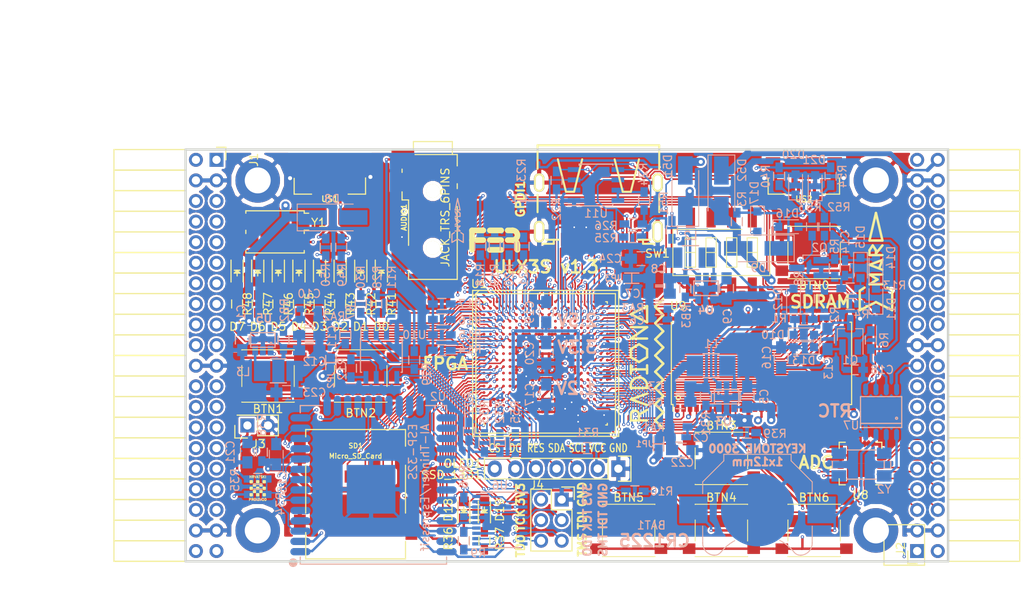
<source format=kicad_pcb>
(kicad_pcb (version 4) (host pcbnew 4.0.7+dfsg1-1)
  (layers (0 F.Cu signal) (1 In1.Cu signal) (2 In2.Cu signal) (31 B.Cu signal) (34 B.Paste user) (35 F.Paste user) (36 B.SilkS user) (37 F.SilkS user) (38 B.Mask user) (39 F.Mask user) (44 Edge.Cuts user))
  (net 0 "")
  (net 1 GND)
  (net 2 +5V)
  (net 3 /gpio/IN5V)
  (net 4 /gpio/OUT5V)
  (net 5 +3V3)
  (net 6 +1V2)
  (net 7 BTN_D)
  (net 8 BTN_F1)
  (net 9 BTN_F2)
  (net 10 BTN_L)
  (net 11 BTN_R)
  (net 12 BTN_U)
  (net 13 /power/FB1)
  (net 14 +2V5)
  (net 15 /power/PWREN)
  (net 16 /power/FB3)
  (net 17 /power/FB2)
  (net 18 "Net-(D9-Pad1)")
  (net 19 /power/VBAT)
  (net 20 JTAG_TDI)
  (net 21 JTAG_TCK)
  (net 22 JTAG_TMS)
  (net 23 JTAG_TDO)
  (net 24 /power/WAKEUPn)
  (net 25 /power/WKUP)
  (net 26 /power/SHUT)
  (net 27 /power/WAKE)
  (net 28 /power/HOLD)
  (net 29 /power/WKn)
  (net 30 /power/OSCI_32k)
  (net 31 /power/OSCO_32k)
  (net 32 "Net-(Q2-Pad3)")
  (net 33 SHUTDOWN)
  (net 34 /analog/AUDIO_L)
  (net 35 /analog/AUDIO_R)
  (net 36 GPDI_5V_SCL)
  (net 37 GPDI_5V_SDA)
  (net 38 GPDI_SDA)
  (net 39 GPDI_SCL)
  (net 40 /gpdi/VREF2)
  (net 41 SD_CMD)
  (net 42 SD_CLK)
  (net 43 SD_D0)
  (net 44 SD_D1)
  (net 45 USB5V)
  (net 46 GPDI_CEC)
  (net 47 nRESET)
  (net 48 FTDI_nDTR)
  (net 49 SDRAM_CKE)
  (net 50 SDRAM_A7)
  (net 51 SDRAM_D15)
  (net 52 SDRAM_BA1)
  (net 53 SDRAM_D7)
  (net 54 SDRAM_A6)
  (net 55 SDRAM_CLK)
  (net 56 SDRAM_D13)
  (net 57 SDRAM_BA0)
  (net 58 SDRAM_D6)
  (net 59 SDRAM_A5)
  (net 60 SDRAM_D14)
  (net 61 SDRAM_A11)
  (net 62 SDRAM_D12)
  (net 63 SDRAM_D5)
  (net 64 SDRAM_A4)
  (net 65 SDRAM_A10)
  (net 66 SDRAM_D11)
  (net 67 SDRAM_A3)
  (net 68 SDRAM_D4)
  (net 69 SDRAM_D10)
  (net 70 SDRAM_D9)
  (net 71 SDRAM_A9)
  (net 72 SDRAM_D3)
  (net 73 SDRAM_D8)
  (net 74 SDRAM_A8)
  (net 75 SDRAM_A2)
  (net 76 SDRAM_A1)
  (net 77 SDRAM_A0)
  (net 78 SDRAM_D2)
  (net 79 SDRAM_D1)
  (net 80 SDRAM_D0)
  (net 81 SDRAM_DQM0)
  (net 82 SDRAM_nCS)
  (net 83 SDRAM_nRAS)
  (net 84 SDRAM_DQM1)
  (net 85 SDRAM_nCAS)
  (net 86 SDRAM_nWE)
  (net 87 /flash/FLASH_nWP)
  (net 88 /flash/FLASH_nHOLD)
  (net 89 /flash/FLASH_MOSI)
  (net 90 /flash/FLASH_MISO)
  (net 91 /flash/FLASH_SCK)
  (net 92 /flash/FLASH_nCS)
  (net 93 /flash/FPGA_PROGRAMN)
  (net 94 /flash/FPGA_DONE)
  (net 95 /flash/FPGA_INITN)
  (net 96 OLED_RES)
  (net 97 OLED_DC)
  (net 98 OLED_CS)
  (net 99 WIFI_EN)
  (net 100 FTDI_nRTS)
  (net 101 FTDI_TXD)
  (net 102 FTDI_RXD)
  (net 103 WIFI_RXD)
  (net 104 WIFI_GPIO0)
  (net 105 WIFI_TXD)
  (net 106 GPDI_ETH-)
  (net 107 GPDI_ETH+)
  (net 108 GPDI_D2+)
  (net 109 GPDI_D2-)
  (net 110 GPDI_D1+)
  (net 111 GPDI_D1-)
  (net 112 GPDI_D0+)
  (net 113 GPDI_D0-)
  (net 114 GPDI_CLK+)
  (net 115 GPDI_CLK-)
  (net 116 USB_FTDI_D+)
  (net 117 USB_FTDI_D-)
  (net 118 J1_17-)
  (net 119 J1_17+)
  (net 120 J1_23-)
  (net 121 J1_23+)
  (net 122 J1_25-)
  (net 123 J1_25+)
  (net 124 J1_27-)
  (net 125 J1_27+)
  (net 126 J1_29-)
  (net 127 J1_29+)
  (net 128 J1_31-)
  (net 129 J1_31+)
  (net 130 J1_33-)
  (net 131 J1_33+)
  (net 132 J1_35-)
  (net 133 J1_35+)
  (net 134 J2_5-)
  (net 135 J2_5+)
  (net 136 J2_7-)
  (net 137 J2_7+)
  (net 138 J2_9-)
  (net 139 J2_9+)
  (net 140 J2_13-)
  (net 141 J2_13+)
  (net 142 J2_17-)
  (net 143 J2_17+)
  (net 144 J2_11-)
  (net 145 J2_11+)
  (net 146 J2_23-)
  (net 147 J2_23+)
  (net 148 J1_5-)
  (net 149 J1_5+)
  (net 150 J1_7-)
  (net 151 J1_7+)
  (net 152 J1_9-)
  (net 153 J1_9+)
  (net 154 J1_11-)
  (net 155 J1_11+)
  (net 156 J1_13-)
  (net 157 J1_13+)
  (net 158 J1_15-)
  (net 159 J1_15+)
  (net 160 J2_15-)
  (net 161 J2_15+)
  (net 162 J2_25-)
  (net 163 J2_25+)
  (net 164 J2_27-)
  (net 165 J2_27+)
  (net 166 J2_29-)
  (net 167 J2_29+)
  (net 168 J2_31-)
  (net 169 J2_31+)
  (net 170 J2_33-)
  (net 171 J2_33+)
  (net 172 J2_35-)
  (net 173 J2_35+)
  (net 174 SD_D3)
  (net 175 AUDIO_L3)
  (net 176 AUDIO_L2)
  (net 177 AUDIO_L1)
  (net 178 AUDIO_L0)
  (net 179 AUDIO_R3)
  (net 180 AUDIO_R2)
  (net 181 AUDIO_R1)
  (net 182 AUDIO_R0)
  (net 183 OLED_CLK)
  (net 184 OLED_MOSI)
  (net 185 LED0)
  (net 186 LED1)
  (net 187 LED2)
  (net 188 LED3)
  (net 189 LED4)
  (net 190 LED5)
  (net 191 LED6)
  (net 192 LED7)
  (net 193 BTN_PWRn)
  (net 194 FTDI_nTXLED)
  (net 195 FTDI_nSLEEP)
  (net 196 /blinkey/LED_PWREN)
  (net 197 /blinkey/LED_TXLED)
  (net 198 FT3V3)
  (net 199 /sdcard/SD3V3)
  (net 200 SD_D2)
  (net 201 CLK_25MHz)
  (net 202 /blinkey/BTNPUL)
  (net 203 /blinkey/BTNPUR)
  (net 204 USB_FPGA_D+)
  (net 205 /power/FTDI_nSUSPEND)
  (net 206 /blinkey/ALED0)
  (net 207 /blinkey/ALED1)
  (net 208 /blinkey/ALED2)
  (net 209 /blinkey/ALED3)
  (net 210 /blinkey/ALED4)
  (net 211 /blinkey/ALED5)
  (net 212 /blinkey/ALED6)
  (net 213 /blinkey/ALED7)
  (net 214 /usb/FTD-)
  (net 215 /usb/FTD+)
  (net 216 ADC_MISO)
  (net 217 ADC_MOSI)
  (net 218 ADC_CSn)
  (net 219 ADC_SCLK)
  (net 220 "Net-(R51-Pad2)")
  (net 221 SW3)
  (net 222 SW2)
  (net 223 SW1)
  (net 224 SW0)
  (net 225 USB_FPGA_D-)
  (net 226 /usb/FPD+)
  (net 227 /usb/FPD-)
  (net 228 WIFI_GPIO16)
  (net 229 WIFI_GPIO15)
  (net 230 /usb/ANT_433MHz)
  (net 231 /power/PWRBTn)
  (net 232 PROG_DONE)
  (net 233 /power/P1V2)
  (net 234 /power/P3V3)
  (net 235 /power/P2V5)
  (net 236 /power/L1)
  (net 237 /power/L3)
  (net 238 /power/L2)
  (net 239 FTDI_TXDEN)
  (net 240 /wifi/WIFIOFF)
  (module Resistors_SMD:R_0603_HandSoldering (layer B.Cu) (at 103.498 98.758 90)
    (fp_text reference R38 (at 3.386 0 90) (layer B.SilkS) (effects (justify mirror)))
    (fp_text value 0.47)
    (pad 1 smd rect (at -1.1 0 90) (size 1.2 0.9) (layers B.Cu B.Paste B.Mask) (net 199 /sdcard/SD3V3))
    (pad 2 smd rect (at 1.1 0 90) (size 1.2 0.9) (layers B.Cu B.Paste B.Mask) (net 5 +3V3))
  )
  (module jumper:SOLDER-JUMPER_1-WAY (layer B.Cu) (at 152.393 97.742 270)
    (fp_text reference JP1 (at 0 1.778 360) (layer B.SilkS) (effects (font (size 0.762 0.762) (thickness 0.1524)) (justify mirror)))
    (fp_text value 1.2 hide)
    (pad 1 smd rect (at -0.6 0 270) (size 1 1) (layers B.Cu B.Paste B.Mask) (net 233 /power/P1V2))
    (pad 2 smd rect (at 0.6 0 270) (size 1 1) (layers B.Cu B.Paste B.Mask) (net 6 +1V2))
  )
  (module ESP32-footprints-Lib:ESP-32S (layer B.Cu) (at 117.313 101.513)
    (fp_text reference U2 (at 7.902 -9.613 180) (layer B.SilkS) (effects (justify mirror)))
    (fp_text value ESP-32S)
    (fp_text user AI-Thinker/Espressif (at 6.3 1.6 270) (layer B.SilkS) (effects (justify mirror)))
    (fp_text user ESP-32S (at 4.8 -2.8 270) (layer B.SilkS) (effects (justify mirror)))
    (pad 38 smd oval (at 8.947434 9.517338 180) (size 2.5 0.9) (layers B.Cu B.Paste B.Mask) (net 1 GND))
    (pad 37 smd oval (at 8.947434 8.247338 180) (size 2.5 0.9) (layers B.Cu B.Paste B.Mask))
    (pad 36 smd oval (at 8.947434 6.977338 180) (size 2.5 0.9) (layers B.Cu B.Paste B.Mask) (net 232 PROG_DONE))
    (pad 35 smd oval (at 8.947434 5.707338 180) (size 2.5 0.9) (layers B.Cu B.Paste B.Mask) (net 105 WIFI_TXD))
    (pad 34 smd oval (at 8.947434 4.437338 180) (size 2.5 0.9) (layers B.Cu B.Paste B.Mask) (net 103 WIFI_RXD))
    (pad 33 smd oval (at 8.947434 3.167338 180) (size 2.5 0.9) (layers B.Cu B.Paste B.Mask) (net 22 JTAG_TMS))
    (pad 32 smd oval (at 8.947434 1.897338 180) (size 2.5 0.9) (layers B.Cu B.Paste B.Mask))
    (pad 31 smd oval (at 8.947434 0.627338 180) (size 2.5 0.9) (layers B.Cu B.Paste B.Mask) (net 20 JTAG_TDI))
    (pad 30 smd oval (at 8.947434 -0.642662 180) (size 2.5 0.9) (layers B.Cu B.Paste B.Mask) (net 21 JTAG_TCK))
    (pad 29 smd oval (at 8.947434 -1.912662 180) (size 2.5 0.9) (layers B.Cu B.Paste B.Mask))
    (pad 28 smd oval (at 8.947434 -3.182662 180) (size 2.5 0.9) (layers B.Cu B.Paste B.Mask) (net 23 JTAG_TDO))
    (pad 27 smd oval (at 8.947434 -4.452662 180) (size 2.5 0.9) (layers B.Cu B.Paste B.Mask) (net 228 WIFI_GPIO16))
    (pad 26 smd oval (at 8.947434 -5.722662 180) (size 2.5 0.9) (layers B.Cu B.Paste B.Mask))
    (pad 25 smd oval (at 8.947434 -6.992662 180) (size 2.5 0.9) (layers B.Cu B.Paste B.Mask) (net 104 WIFI_GPIO0))
    (pad 24 smd oval (at 5.662434 -8.482662 180) (size 0.9 2.5) (layers B.Cu B.Paste B.Mask))
    (pad 23 smd oval (at 4.392434 -8.482662 180) (size 0.9 2.5) (layers B.Cu B.Paste B.Mask) (net 229 WIFI_GPIO15))
    (pad 22 smd oval (at 3.122434 -8.482662 180) (size 0.9 2.5) (layers B.Cu B.Paste B.Mask) (net 44 SD_D1))
    (pad 21 smd oval (at 1.852434 -8.482662 180) (size 0.9 2.5) (layers B.Cu B.Paste B.Mask) (net 43 SD_D0))
    (pad 20 smd oval (at 0.582434 -8.482662 180) (size 0.9 2.5) (layers B.Cu B.Paste B.Mask) (net 42 SD_CLK))
    (pad 19 smd oval (at -0.687566 -8.482662 180) (size 0.9 2.5) (layers B.Cu B.Paste B.Mask) (net 41 SD_CMD))
    (pad 18 smd oval (at -1.957566 -8.482662 180) (size 0.9 2.5) (layers B.Cu B.Paste B.Mask))
    (pad 17 smd oval (at -3.227566 -8.482662 180) (size 0.9 2.5) (layers B.Cu B.Paste B.Mask))
    (pad 16 smd oval (at -4.497566 -8.482662 180) (size 0.9 2.5) (layers B.Cu B.Paste B.Mask) (net 124 J1_27-))
    (pad 15 smd oval (at -5.767566 -8.482662 180) (size 0.9 2.5) (layers B.Cu B.Paste B.Mask) (net 1 GND))
    (pad 14 smd oval (at -9.052566 -6.992662 180) (size 2.5 0.9) (layers B.Cu B.Paste B.Mask) (net 125 J1_27+))
    (pad 13 smd oval (at -9.052566 -5.722662 180) (size 2.5 0.9) (layers B.Cu B.Paste B.Mask) (net 126 J1_29-))
    (pad 12 smd oval (at -9.052566 -4.452662 180) (size 2.5 0.9) (layers B.Cu B.Paste B.Mask) (net 127 J1_29+))
    (pad 11 smd oval (at -9.052566 -3.182662 180) (size 2.5 0.9) (layers B.Cu B.Paste B.Mask) (net 128 J1_31-))
    (pad 10 smd oval (at -9.052566 -1.912662 180) (size 2.5 0.9) (layers B.Cu B.Paste B.Mask) (net 129 J1_31+))
    (pad 9 smd oval (at -9.052566 -0.642662 180) (size 2.5 0.9) (layers B.Cu B.Paste B.Mask) (net 130 J1_33-))
    (pad 8 smd oval (at -9.052566 0.627338 180) (size 2.5 0.9) (layers B.Cu B.Paste B.Mask) (net 131 J1_33+))
    (pad 7 smd oval (at -9.052566 1.897338 180) (size 2.5 0.9) (layers B.Cu B.Paste B.Mask) (net 132 J1_35-))
    (pad 6 smd oval (at -9.052566 3.167338 180) (size 2.5 0.9) (layers B.Cu B.Paste B.Mask) (net 133 J1_35+))
    (pad 5 smd oval (at -9.052566 4.437338 180) (size 2.5 0.9) (layers B.Cu B.Paste B.Mask))
    (pad 4 smd oval (at -9.052566 5.707338 180) (size 2.5 0.9) (layers B.Cu B.Paste B.Mask))
    (pad 3 smd oval (at -9.052566 6.977338 180) (size 2.5 0.9) (layers B.Cu B.Paste B.Mask) (net 99 WIFI_EN))
    (pad 2 smd oval (at -9.052566 8.247338 180) (size 2.5 0.9) (layers B.Cu B.Paste B.Mask) (net 5 +3V3))
    (pad 1 smd oval (at -9.052566 9.517338 180) (size 2.5 0.9) (layers B.Cu B.Paste B.Mask) (net 1 GND))
    (pad 39 smd rect (at -0.352566 1.817338 180) (size 6 6) (layers B.Cu B.Paste B.Mask) (net 1 GND))
  )
  (module Diodes_SMD:D_SMA_Handsoldering (layer B.Cu) (at 155.695 66.5 90)
    (fp_text reference D51 (at 3.048 -2.159 90) (layer B.SilkS) (effects (justify mirror)))
    (fp_text value STPS2L30AF hide)
    (pad 1 smd rect (at -2.5 0 90) (size 3.5 1.8) (layers B.Cu B.Paste B.Mask) (net 2 +5V))
    (pad 2 smd rect (at 2.5 0 90) (size 3.5 1.8) (layers B.Cu B.Paste B.Mask) (net 3 /gpio/IN5V))
  )
  (module Resistors_SMD:R_0603_HandSoldering (layer B.Cu) (at 154.044 71.326 90)
    (fp_text reference R51 (at 3.302 -1.016 90) (layer B.SilkS) (effects (justify mirror)))
    (fp_text value 220)
    (pad 1 smd rect (at -1.1 0 90) (size 1.2 0.9) (layers B.Cu B.Paste B.Mask) (net 5 +3V3))
    (pad 2 smd rect (at 1.1 0 90) (size 1.2 0.9) (layers B.Cu B.Paste B.Mask) (net 220 "Net-(R51-Pad2)"))
  )
  (module Resistors_SMD:R_1210_HandSoldering (layer B.Cu) (at 158.87 88.09 180)
    (fp_text reference L1 (at 0 2.7 180) (layer B.SilkS) (effects (justify mirror)))
    (fp_text value 2.2uH)
    (pad 1 smd rect (at -2 0 180) (size 2 2.5) (layers B.Cu B.Paste B.Mask) (net 236 /power/L1))
    (pad 2 smd rect (at 2 0 180) (size 2 2.5) (layers B.Cu B.Paste B.Mask) (net 233 /power/P1V2))
  )
  (module TSOT-25:TSOT-25 (layer B.Cu) (at 160.775 91.9)
    (fp_text reference U3 (at -0.381 3.048) (layer B.SilkS) (effects (font (thickness 0.2)) (justify mirror)))
    (fp_text value AP3429A)
    (pad 1 smd rect (at -0.95 -1.3) (size 0.7 1.2) (layers B.Cu B.Paste B.Mask) (net 15 /power/PWREN))
    (pad 2 smd rect (at 0 -1.3) (size 0.7 1.2) (layers B.Cu B.Paste B.Mask) (net 1 GND))
    (pad 3 smd rect (at 0.95 -1.3) (size 0.7 1.2) (layers B.Cu B.Paste B.Mask) (net 236 /power/L1))
    (pad 4 smd rect (at 0.95 1.3) (size 0.7 1.2) (layers B.Cu B.Paste B.Mask) (net 2 +5V))
    (pad 5 smd rect (at -0.95 1.3) (size 0.7 1.2) (layers B.Cu B.Paste B.Mask) (net 13 /power/FB1))
  )
  (module Resistors_SMD:R_1210_HandSoldering (layer B.Cu) (at 156.33 74.755 180)
    (fp_text reference L2 (at 0 2.7 180) (layer B.SilkS) (effects (justify mirror)))
    (fp_text value 2.2uH)
    (pad 1 smd rect (at -2 0 180) (size 2 2.5) (layers B.Cu B.Paste B.Mask) (net 237 /power/L3))
    (pad 2 smd rect (at 2 0 180) (size 2 2.5) (layers B.Cu B.Paste B.Mask) (net 234 /power/P3V3))
  )
  (module TSOT-25:TSOT-25 (layer B.Cu) (at 158.235 78.535)
    (fp_text reference U4 (at 0 2.697) (layer B.SilkS) (effects (font (thickness 0.2)) (justify mirror)))
    (fp_text value AP3429A)
    (pad 1 smd rect (at -0.95 -1.3) (size 0.7 1.2) (layers B.Cu B.Paste B.Mask) (net 15 /power/PWREN))
    (pad 2 smd rect (at 0 -1.3) (size 0.7 1.2) (layers B.Cu B.Paste B.Mask) (net 1 GND))
    (pad 3 smd rect (at 0.95 -1.3) (size 0.7 1.2) (layers B.Cu B.Paste B.Mask) (net 237 /power/L3))
    (pad 4 smd rect (at 0.95 1.3) (size 0.7 1.2) (layers B.Cu B.Paste B.Mask) (net 2 +5V))
    (pad 5 smd rect (at -0.95 1.3) (size 0.7 1.2) (layers B.Cu B.Paste B.Mask) (net 16 /power/FB3))
  )
  (module LEDs:LED_0805 (layer F.Cu) (at 118.23 76.66 270)
    (fp_text reference D0 (at 6.604 0 360) (layer F.SilkS))
    (fp_text value LED hide)
    (pad 2 smd rect (at 1.04902 0 90) (size 1.19888 1.19888) (layers F.Cu F.Paste F.Mask) (net 206 /blinkey/ALED0))
    (pad 1 smd rect (at -1.04902 0 90) (size 1.19888 1.19888) (layers F.Cu F.Paste F.Mask) (net 1 GND))
  )
  (module LEDs:LED_0805 (layer F.Cu) (at 115.69 76.66 270)
    (fp_text reference D1 (at 6.604 0 360) (layer F.SilkS))
    (fp_text value LED hide)
    (pad 2 smd rect (at 1.04902 0 90) (size 1.19888 1.19888) (layers F.Cu F.Paste F.Mask) (net 207 /blinkey/ALED1))
    (pad 1 smd rect (at -1.04902 0 90) (size 1.19888 1.19888) (layers F.Cu F.Paste F.Mask) (net 1 GND))
  )
  (module LEDs:LED_0805 (layer F.Cu) (at 113.15 76.66 270)
    (fp_text reference D2 (at 6.604 0 360) (layer F.SilkS))
    (fp_text value LED hide)
    (pad 2 smd rect (at 1.04902 0 90) (size 1.19888 1.19888) (layers F.Cu F.Paste F.Mask) (net 208 /blinkey/ALED2))
    (pad 1 smd rect (at -1.04902 0 90) (size 1.19888 1.19888) (layers F.Cu F.Paste F.Mask) (net 1 GND))
  )
  (module LEDs:LED_0805 (layer F.Cu) (at 110.61 76.66 270)
    (fp_text reference D3 (at 6.604 0 360) (layer F.SilkS))
    (fp_text value LED hide)
    (pad 2 smd rect (at 1.04902 0 90) (size 1.19888 1.19888) (layers F.Cu F.Paste F.Mask) (net 209 /blinkey/ALED3))
    (pad 1 smd rect (at -1.04902 0 90) (size 1.19888 1.19888) (layers F.Cu F.Paste F.Mask) (net 1 GND))
  )
  (module LEDs:LED_0805 (layer F.Cu) (at 108.07 76.66 270)
    (fp_text reference D4 (at 6.604 0 360) (layer F.SilkS))
    (fp_text value LED hide)
    (pad 2 smd rect (at 1.04902 0 90) (size 1.19888 1.19888) (layers F.Cu F.Paste F.Mask) (net 210 /blinkey/ALED4))
    (pad 1 smd rect (at -1.04902 0 90) (size 1.19888 1.19888) (layers F.Cu F.Paste F.Mask) (net 1 GND))
  )
  (module LEDs:LED_0805 (layer F.Cu) (at 105.53 76.66 270)
    (fp_text reference D5 (at 6.604 0 360) (layer F.SilkS))
    (fp_text value LED hide)
    (pad 2 smd rect (at 1.04902 0 90) (size 1.19888 1.19888) (layers F.Cu F.Paste F.Mask) (net 211 /blinkey/ALED5))
    (pad 1 smd rect (at -1.04902 0 90) (size 1.19888 1.19888) (layers F.Cu F.Paste F.Mask) (net 1 GND))
  )
  (module LEDs:LED_0805 (layer F.Cu) (at 102.99 76.66 270)
    (fp_text reference D6 (at 6.604 0 360) (layer F.SilkS))
    (fp_text value LED hide)
    (pad 2 smd rect (at 1.04902 0 90) (size 1.19888 1.19888) (layers F.Cu F.Paste F.Mask) (net 212 /blinkey/ALED6))
    (pad 1 smd rect (at -1.04902 0 90) (size 1.19888 1.19888) (layers F.Cu F.Paste F.Mask) (net 1 GND))
  )
  (module LEDs:LED_0805 (layer F.Cu) (at 100.45 76.66 270)
    (fp_text reference D7 (at 6.604 0 360) (layer F.SilkS))
    (fp_text value LED hide)
    (pad 2 smd rect (at 1.04902 0 90) (size 1.19888 1.19888) (layers F.Cu F.Paste F.Mask) (net 213 /blinkey/ALED7))
    (pad 1 smd rect (at -1.04902 0 90) (size 1.19888 1.19888) (layers F.Cu F.Paste F.Mask) (net 1 GND))
  )
  (module Resistors_SMD:R_1210_HandSoldering (layer B.Cu) (at 105.53 88.725)
    (fp_text reference L3 (at -4.318 0.127) (layer B.SilkS) (effects (justify mirror)))
    (fp_text value 2.2uH)
    (pad 1 smd rect (at -2 0) (size 2 2.5) (layers B.Cu B.Paste B.Mask) (net 238 /power/L2))
    (pad 2 smd rect (at 2 0) (size 2 2.5) (layers B.Cu B.Paste B.Mask) (net 235 /power/P2V5))
  )
  (module TSOT-25:TSOT-25 (layer B.Cu) (at 103.625 84.915 180)
    (fp_text reference U5 (at -0.127 2.667 180) (layer B.SilkS) (effects (font (thickness 0.2)) (justify mirror)))
    (fp_text value AP3429A)
    (pad 1 smd rect (at -0.95 -1.3 180) (size 0.7 1.2) (layers B.Cu B.Paste B.Mask) (net 15 /power/PWREN))
    (pad 2 smd rect (at 0 -1.3 180) (size 0.7 1.2) (layers B.Cu B.Paste B.Mask) (net 1 GND))
    (pad 3 smd rect (at 0.95 -1.3 180) (size 0.7 1.2) (layers B.Cu B.Paste B.Mask) (net 238 /power/L2))
    (pad 4 smd rect (at 0.95 1.3 180) (size 0.7 1.2) (layers B.Cu B.Paste B.Mask) (net 2 +5V))
    (pad 5 smd rect (at -0.95 1.3 180) (size 0.7 1.2) (layers B.Cu B.Paste B.Mask) (net 17 /power/FB2))
  )
  (module Capacitors_SMD:C_0805_HandSoldering (layer B.Cu) (at 101.085 84.915 270)
    (fp_text reference C1 (at -3.429 0.127 270) (layer B.SilkS) (effects (justify mirror)))
    (fp_text value 22uF)
    (pad 1 smd rect (at -1.25 0 270) (size 1.5 1.25) (layers B.Cu B.Paste B.Mask) (net 2 +5V))
    (pad 2 smd rect (at 1.25 0 270) (size 1.5 1.25) (layers B.Cu B.Paste B.Mask) (net 1 GND))
  )
  (module Capacitors_SMD:C_0805_HandSoldering (layer B.Cu) (at 155.06 90.63)
    (fp_text reference C3 (at -3.048 0) (layer B.SilkS) (effects (justify mirror)))
    (fp_text value 22uF)
    (pad 1 smd rect (at -1.25 0) (size 1.5 1.25) (layers B.Cu B.Paste B.Mask) (net 233 /power/P1V2))
    (pad 2 smd rect (at 1.25 0) (size 1.5 1.25) (layers B.Cu B.Paste B.Mask) (net 1 GND))
  )
  (module Capacitors_SMD:C_0805_HandSoldering (layer B.Cu) (at 155.06 92.535)
    (fp_text reference C4 (at -3.048 0.127) (layer B.SilkS) (effects (justify mirror)))
    (fp_text value 22uF)
    (pad 1 smd rect (at -1.25 0) (size 1.5 1.25) (layers B.Cu B.Paste B.Mask) (net 233 /power/P1V2))
    (pad 2 smd rect (at 1.25 0) (size 1.5 1.25) (layers B.Cu B.Paste B.Mask) (net 1 GND))
  )
  (module Capacitors_SMD:C_0805_HandSoldering (layer B.Cu) (at 163.315 91.9 90)
    (fp_text reference C5 (at 0 2.1 90) (layer B.SilkS) (effects (justify mirror)))
    (fp_text value 22uF)
    (pad 1 smd rect (at -1.25 0 90) (size 1.5 1.25) (layers B.Cu B.Paste B.Mask) (net 2 +5V))
    (pad 2 smd rect (at 1.25 0 90) (size 1.5 1.25) (layers B.Cu B.Paste B.Mask) (net 1 GND))
  )
  (module Capacitors_SMD:C_0805_HandSoldering (layer B.Cu) (at 152.52 79.2)
    (fp_text reference C7 (at -3.302 0) (layer B.SilkS) (effects (justify mirror)))
    (fp_text value 22uF)
    (pad 1 smd rect (at -1.25 0) (size 1.5 1.25) (layers B.Cu B.Paste B.Mask) (net 234 /power/P3V3))
    (pad 2 smd rect (at 1.25 0) (size 1.5 1.25) (layers B.Cu B.Paste B.Mask) (net 1 GND))
  )
  (module Capacitors_SMD:C_0805_HandSoldering (layer B.Cu) (at 152.52 77.295)
    (fp_text reference C8 (at -0.127 -1.143) (layer B.SilkS) (effects (justify mirror)))
    (fp_text value 22uF)
    (pad 1 smd rect (at -1.25 0) (size 1.5 1.25) (layers B.Cu B.Paste B.Mask) (net 234 /power/P3V3))
    (pad 2 smd rect (at 1.25 0) (size 1.5 1.25) (layers B.Cu B.Paste B.Mask) (net 1 GND))
  )
  (module Capacitors_SMD:C_0805_HandSoldering (layer B.Cu) (at 160.775 78.565 90)
    (fp_text reference C9 (at -3.429 0.127 90) (layer B.SilkS) (effects (justify mirror)))
    (fp_text value 22uF)
    (pad 1 smd rect (at -1.25 0 90) (size 1.5 1.25) (layers B.Cu B.Paste B.Mask) (net 2 +5V))
    (pad 2 smd rect (at 1.25 0 90) (size 1.5 1.25) (layers B.Cu B.Paste B.Mask) (net 1 GND))
  )
  (module Capacitors_SMD:C_0805_HandSoldering (layer B.Cu) (at 109.34 84.28 180)
    (fp_text reference C11 (at -2.794 -0.254 270) (layer B.SilkS) (effects (justify mirror)))
    (fp_text value 22uF)
    (pad 1 smd rect (at -1.25 0 180) (size 1.5 1.25) (layers B.Cu B.Paste B.Mask) (net 235 /power/P2V5))
    (pad 2 smd rect (at 1.25 0 180) (size 1.5 1.25) (layers B.Cu B.Paste B.Mask) (net 1 GND))
  )
  (module Capacitors_SMD:C_0805_HandSoldering (layer B.Cu) (at 109.34 86.185 180)
    (fp_text reference C12 (at -0.635 -1.397 360) (layer B.SilkS) (effects (justify mirror)))
    (fp_text value 22uF)
    (pad 1 smd rect (at -1.25 0 180) (size 1.5 1.25) (layers B.Cu B.Paste B.Mask) (net 235 /power/P2V5))
    (pad 2 smd rect (at 1.25 0 180) (size 1.5 1.25) (layers B.Cu B.Paste B.Mask) (net 1 GND))
  )
  (module Power_Integrations:SO-8 (layer B.Cu) (at 179.825 93.805 180)
    (fp_text reference U7 (at 3.683 -1.651 180) (layer B.SilkS) (effects (justify mirror)))
    (fp_text value PCF8523)
    (pad 1 smd oval (at -1.905 -2.794 180) (size 0.6096 1.4732) (layers B.Cu B.Paste B.Mask) (net 30 /power/OSCI_32k))
    (pad 2 smd oval (at -0.635 -2.794 180) (size 0.6096 1.4732) (layers B.Cu B.Paste B.Mask) (net 31 /power/OSCO_32k))
    (pad 3 smd oval (at 0.635 -2.794 180) (size 0.6096 1.4732) (layers B.Cu B.Paste B.Mask) (net 19 /power/VBAT))
    (pad 4 smd oval (at 1.905 -2.794 180) (size 0.6096 1.4732) (layers B.Cu B.Paste B.Mask) (net 1 GND))
    (pad 5 smd oval (at 1.905 2.794 180) (size 0.6096 1.4732) (layers B.Cu B.Paste B.Mask) (net 38 GPDI_SDA))
    (pad 6 smd oval (at 0.635 2.794 180) (size 0.6096 1.4732) (layers B.Cu B.Paste B.Mask) (net 39 GPDI_SCL))
    (pad 7 smd oval (at -0.635 2.794 180) (size 0.6096 1.4732) (layers B.Cu B.Paste B.Mask) (net 24 /power/WAKEUPn))
    (pad 8 smd oval (at -1.905 2.794 180) (size 0.6096 1.4732) (layers B.Cu B.Paste B.Mask) (net 5 +3V3))
  )
  (module Capacitors_SMD:C_0805_HandSoldering (layer B.Cu) (at 173.221 84.788 90)
    (fp_text reference C13 (at -3.556 0.127 90) (layer B.SilkS) (effects (justify mirror)))
    (fp_text value 2.2uF)
    (pad 1 smd rect (at -1.25 0 90) (size 1.5 1.25) (layers B.Cu B.Paste B.Mask) (net 2 +5V))
    (pad 2 smd rect (at 1.25 0 90) (size 1.5 1.25) (layers B.Cu B.Paste B.Mask) (net 25 /power/WKUP))
  )
  (module TSOP54:TSOP54 (layer F.Cu) (at 165.08 87.8 90)
    (fp_text reference U9 (at 7.076 -10.274 180) (layer F.SilkS))
    (fp_text value MT48LC16M16A2TG)
    (pad 28 smd rect (at 5.53 10.4 90) (size 0.9 0.56) (layers F.Cu F.Paste F.Mask) (net 1 GND))
    (pad 1 smd rect (at -5.53 -10.4 90) (size 0.9 0.56) (layers F.Cu F.Paste F.Mask) (net 5 +3V3))
    (pad 2 smd rect (at -5.53 -9.6 90) (size 0.9 0.56) (layers F.Cu F.Paste F.Mask) (net 80 SDRAM_D0))
    (pad 3 smd rect (at -5.53 -8.8 90) (size 0.9 0.56) (layers F.Cu F.Paste F.Mask) (net 5 +3V3))
    (pad 4 smd rect (at -5.53 -8 90) (size 0.9 0.56) (layers F.Cu F.Paste F.Mask) (net 79 SDRAM_D1))
    (pad 5 smd rect (at -5.53 -7.2 90) (size 0.9 0.56) (layers F.Cu F.Paste F.Mask) (net 78 SDRAM_D2))
    (pad 6 smd rect (at -5.53 -6.4 90) (size 0.9 0.56) (layers F.Cu F.Paste F.Mask) (net 1 GND))
    (pad 7 smd rect (at -5.53 -5.6 90) (size 0.9 0.56) (layers F.Cu F.Paste F.Mask) (net 72 SDRAM_D3))
    (pad 8 smd rect (at -5.53 -4.8 90) (size 0.9 0.56) (layers F.Cu F.Paste F.Mask) (net 68 SDRAM_D4))
    (pad 9 smd rect (at -5.53 -4 90) (size 0.9 0.56) (layers F.Cu F.Paste F.Mask) (net 5 +3V3))
    (pad 10 smd rect (at -5.53 -3.2 90) (size 0.9 0.56) (layers F.Cu F.Paste F.Mask) (net 63 SDRAM_D5))
    (pad 11 smd rect (at -5.53 -2.4 90) (size 0.9 0.56) (layers F.Cu F.Paste F.Mask) (net 58 SDRAM_D6))
    (pad 12 smd rect (at -5.53 -1.6 90) (size 0.9 0.56) (layers F.Cu F.Paste F.Mask) (net 1 GND))
    (pad 13 smd rect (at -5.53 -0.8 90) (size 0.9 0.56) (layers F.Cu F.Paste F.Mask) (net 53 SDRAM_D7))
    (pad 14 smd rect (at -5.53 0 90) (size 0.9 0.56) (layers F.Cu F.Paste F.Mask) (net 5 +3V3))
    (pad 15 smd rect (at -5.53 0.8 90) (size 0.9 0.56) (layers F.Cu F.Paste F.Mask) (net 81 SDRAM_DQM0))
    (pad 16 smd rect (at -5.53 1.6 90) (size 0.9 0.56) (layers F.Cu F.Paste F.Mask) (net 86 SDRAM_nWE))
    (pad 17 smd rect (at -5.53 2.4 90) (size 0.9 0.56) (layers F.Cu F.Paste F.Mask) (net 85 SDRAM_nCAS))
    (pad 18 smd rect (at -5.53 3.2 90) (size 0.9 0.56) (layers F.Cu F.Paste F.Mask) (net 83 SDRAM_nRAS))
    (pad 19 smd rect (at -5.53 4 90) (size 0.9 0.56) (layers F.Cu F.Paste F.Mask) (net 82 SDRAM_nCS))
    (pad 20 smd rect (at -5.53 4.8 90) (size 0.9 0.56) (layers F.Cu F.Paste F.Mask) (net 57 SDRAM_BA0))
    (pad 21 smd rect (at -5.53 5.6 90) (size 0.9 0.56) (layers F.Cu F.Paste F.Mask) (net 52 SDRAM_BA1))
    (pad 22 smd rect (at -5.53 6.4 90) (size 0.9 0.56) (layers F.Cu F.Paste F.Mask) (net 65 SDRAM_A10))
    (pad 23 smd rect (at -5.53 7.2 90) (size 0.9 0.56) (layers F.Cu F.Paste F.Mask) (net 77 SDRAM_A0))
    (pad 24 smd rect (at -5.53 8 90) (size 0.9 0.56) (layers F.Cu F.Paste F.Mask) (net 76 SDRAM_A1))
    (pad 25 smd rect (at -5.53 8.8 90) (size 0.9 0.56) (layers F.Cu F.Paste F.Mask) (net 75 SDRAM_A2))
    (pad 26 smd rect (at -5.53 9.6 90) (size 0.9 0.56) (layers F.Cu F.Paste F.Mask) (net 67 SDRAM_A3))
    (pad 27 smd rect (at -5.53 10.4 90) (size 0.9 0.56) (layers F.Cu F.Paste F.Mask) (net 5 +3V3))
    (pad 29 smd rect (at 5.53 9.6 90) (size 0.9 0.56) (layers F.Cu F.Paste F.Mask) (net 64 SDRAM_A4))
    (pad 30 smd rect (at 5.53 8.8 90) (size 0.9 0.56) (layers F.Cu F.Paste F.Mask) (net 59 SDRAM_A5))
    (pad 31 smd rect (at 5.53 8 90) (size 0.9 0.56) (layers F.Cu F.Paste F.Mask) (net 54 SDRAM_A6))
    (pad 32 smd rect (at 5.53 7.2 90) (size 0.9 0.56) (layers F.Cu F.Paste F.Mask) (net 50 SDRAM_A7))
    (pad 33 smd rect (at 5.53 6.4 90) (size 0.9 0.56) (layers F.Cu F.Paste F.Mask) (net 74 SDRAM_A8))
    (pad 34 smd rect (at 5.53 5.6 90) (size 0.9 0.56) (layers F.Cu F.Paste F.Mask) (net 71 SDRAM_A9))
    (pad 35 smd rect (at 5.53 4.8 90) (size 0.9 0.56) (layers F.Cu F.Paste F.Mask) (net 61 SDRAM_A11))
    (pad 36 smd rect (at 5.53 4 90) (size 0.9 0.56) (layers F.Cu F.Paste F.Mask))
    (pad 37 smd rect (at 5.53 3.2 90) (size 0.9 0.56) (layers F.Cu F.Paste F.Mask) (net 49 SDRAM_CKE))
    (pad 38 smd rect (at 5.53 2.4 90) (size 0.9 0.56) (layers F.Cu F.Paste F.Mask) (net 55 SDRAM_CLK))
    (pad 39 smd rect (at 5.53 1.6 90) (size 0.9 0.56) (layers F.Cu F.Paste F.Mask) (net 84 SDRAM_DQM1))
    (pad 40 smd rect (at 5.53 0.8 90) (size 0.9 0.56) (layers F.Cu F.Paste F.Mask))
    (pad 41 smd rect (at 5.53 0 90) (size 0.9 0.56) (layers F.Cu F.Paste F.Mask) (net 1 GND))
    (pad 42 smd rect (at 5.53 -0.8 90) (size 0.9 0.56) (layers F.Cu F.Paste F.Mask) (net 73 SDRAM_D8))
    (pad 43 smd rect (at 5.53 -1.6 90) (size 0.9 0.56) (layers F.Cu F.Paste F.Mask) (net 5 +3V3))
    (pad 44 smd rect (at 5.53 -2.4 90) (size 0.9 0.56) (layers F.Cu F.Paste F.Mask) (net 70 SDRAM_D9))
    (pad 45 smd rect (at 5.53 -3.2 90) (size 0.9 0.56) (layers F.Cu F.Paste F.Mask) (net 69 SDRAM_D10))
    (pad 46 smd rect (at 5.53 -4 90) (size 0.9 0.56) (layers F.Cu F.Paste F.Mask) (net 1 GND))
    (pad 47 smd rect (at 5.53 -4.8 90) (size 0.9 0.56) (layers F.Cu F.Paste F.Mask) (net 66 SDRAM_D11))
    (pad 48 smd rect (at 5.53 -5.6 90) (size 0.9 0.56) (layers F.Cu F.Paste F.Mask) (net 62 SDRAM_D12))
    (pad 49 smd rect (at 5.53 -6.4 90) (size 0.9 0.56) (layers F.Cu F.Paste F.Mask) (net 5 +3V3))
    (pad 50 smd rect (at 5.53 -7.2 90) (size 0.9 0.56) (layers F.Cu F.Paste F.Mask) (net 56 SDRAM_D13))
    (pad 51 smd rect (at 5.53 -8 90) (size 0.9 0.56) (layers F.Cu F.Paste F.Mask) (net 60 SDRAM_D14))
    (pad 52 smd rect (at 5.53 -8.8 90) (size 0.9 0.56) (layers F.Cu F.Paste F.Mask) (net 1 GND))
    (pad 53 smd rect (at 5.53 -9.6 90) (size 0.9 0.56) (layers F.Cu F.Paste F.Mask) (net 51 SDRAM_D15))
    (pad 54 smd rect (at 5.53 -10.4 90) (size 0.9 0.56) (layers F.Cu F.Paste F.Mask) (net 1 GND))
  )
  (module TO_SOT_Packages_SMD:SOT-23_Handsoldering (layer B.Cu) (at 176.015 84.28 90)
    (fp_text reference Q1 (at -3.1115 0 180) (layer B.SilkS) (effects (justify mirror)))
    (fp_text value BC857)
    (pad 1 smd rect (at -1.5 0.95 90) (size 1.9 0.8) (layers B.Cu B.Paste B.Mask) (net 29 /power/WKn))
    (pad 2 smd rect (at -1.5 -0.95 90) (size 1.9 0.8) (layers B.Cu B.Paste B.Mask) (net 2 +5V))
    (pad 3 smd rect (at 1.5 0 90) (size 1.9 0.8) (layers B.Cu B.Paste B.Mask) (net 25 /power/WKUP))
  )
  (module TO_SOT_Packages_SMD:SOT-23_Handsoldering (layer B.Cu) (at 170.935 76.025 180)
    (fp_text reference Q2 (at -1.295 2.5 180) (layer B.SilkS) (effects (justify mirror)))
    (fp_text value 2N7002)
    (pad 1 smd rect (at -1.5 0.95 180) (size 1.9 0.8) (layers B.Cu B.Paste B.Mask) (net 26 /power/SHUT))
    (pad 2 smd rect (at -1.5 -0.95 180) (size 1.9 0.8) (layers B.Cu B.Paste B.Mask) (net 1 GND))
    (pad 3 smd rect (at 1.5 0 180) (size 1.9 0.8) (layers B.Cu B.Paste B.Mask) (net 32 "Net-(Q2-Pad3)"))
  )
  (module Capacitors_SMD:C_0603_HandSoldering (layer B.Cu) (at 154.86 96.91)
    (fp_text reference C2 (at 2.74 0.07) (layer B.SilkS) (effects (justify mirror)))
    (fp_text value 470pF)
    (pad 1 smd rect (at -0.95 0) (size 1.2 0.75) (layers B.Cu B.Paste B.Mask) (net 233 /power/P1V2))
    (pad 2 smd rect (at 0.95 0) (size 1.2 0.75) (layers B.Cu B.Paste B.Mask) (net 13 /power/FB1))
  )
  (module Capacitors_SMD:C_0603_HandSoldering (layer B.Cu) (at 152.52 82.375)
    (fp_text reference C6 (at -2.794 0.127) (layer B.SilkS) (effects (justify mirror)))
    (fp_text value 470pF)
    (pad 1 smd rect (at -0.95 0) (size 1.2 0.75) (layers B.Cu B.Paste B.Mask) (net 234 /power/P3V3))
    (pad 2 smd rect (at 0.95 0) (size 1.2 0.75) (layers B.Cu B.Paste B.Mask) (net 16 /power/FB3))
  )
  (module Capacitors_SMD:C_0603_HandSoldering (layer B.Cu) (at 109.34 81.105 180)
    (fp_text reference C10 (at 0 1.9 180) (layer B.SilkS) (effects (justify mirror)))
    (fp_text value 470pF)
    (pad 1 smd rect (at -0.95 0 180) (size 1.2 0.75) (layers B.Cu B.Paste B.Mask) (net 235 /power/P2V5))
    (pad 2 smd rect (at 0.95 0 180) (size 1.2 0.75) (layers B.Cu B.Paste B.Mask) (net 17 /power/FB2))
  )
  (module Capacitors_SMD:C_0603_HandSoldering (layer B.Cu) (at 175.38 76.025 270)
    (fp_text reference C14 (at -3.175 0 270) (layer B.SilkS) (effects (justify mirror)))
    (fp_text value 100nF)
    (pad 1 smd rect (at -0.95 0 270) (size 1.2 0.75) (layers B.Cu B.Paste B.Mask) (net 26 /power/SHUT))
    (pad 2 smd rect (at 0.95 0 270) (size 1.2 0.75) (layers B.Cu B.Paste B.Mask) (net 1 GND))
  )
  (module Resistors_SMD:R_0603_HandSoldering (layer B.Cu) (at 170.3 82.375)
    (fp_text reference R1 (at -3.048 -0.127) (layer B.SilkS) (effects (justify mirror)))
    (fp_text value 15k)
    (pad 1 smd rect (at -1.1 0) (size 1.2 0.9) (layers B.Cu B.Paste B.Mask) (net 27 /power/WAKE))
    (pad 2 smd rect (at 1.1 0) (size 1.2 0.9) (layers B.Cu B.Paste B.Mask) (net 15 /power/PWREN))
  )
  (module Resistors_SMD:R_0603_HandSoldering (layer B.Cu) (at 172.84 79.835 90)
    (fp_text reference R2 (at -1.905 1.27 90) (layer B.SilkS) (effects (justify mirror)))
    (fp_text value 47k)
    (pad 1 smd rect (at -1.1 0 90) (size 1.2 0.9) (layers B.Cu B.Paste B.Mask) (net 15 /power/PWREN))
    (pad 2 smd rect (at 1.1 0 90) (size 1.2 0.9) (layers B.Cu B.Paste B.Mask) (net 1 GND))
  )
  (module Resistors_SMD:R_0603_HandSoldering (layer B.Cu) (at 176.015 80.47 180)
    (fp_text reference R4 (at -1.397 -1.27 360) (layer B.SilkS) (effects (justify mirror)))
    (fp_text value 15k)
    (pad 1 smd rect (at -1.1 0 180) (size 1.2 0.9) (layers B.Cu B.Paste B.Mask) (net 28 /power/HOLD))
    (pad 2 smd rect (at 1.1 0 180) (size 1.2 0.9) (layers B.Cu B.Paste B.Mask) (net 15 /power/PWREN))
  )
  (module Resistors_SMD:R_0603_HandSoldering (layer B.Cu) (at 174.11 76.025 270)
    (fp_text reference R5 (at -2.667 0 270) (layer B.SilkS) (effects (justify mirror)))
    (fp_text value 4.7M)
    (pad 1 smd rect (at -1.1 0 270) (size 1.2 0.9) (layers B.Cu B.Paste B.Mask) (net 26 /power/SHUT))
    (pad 2 smd rect (at 1.1 0 270) (size 1.2 0.9) (layers B.Cu B.Paste B.Mask) (net 1 GND))
  )
  (module Resistors_SMD:R_0603_HandSoldering (layer B.Cu) (at 178.555 84.915 270)
    (fp_text reference R6 (at 0 -1.651 270) (layer B.SilkS) (effects (justify mirror)))
    (fp_text value 1k)
    (pad 1 smd rect (at -1.1 0 270) (size 1.2 0.9) (layers B.Cu B.Paste B.Mask) (net 29 /power/WKn))
    (pad 2 smd rect (at 1.1 0 270) (size 1.2 0.9) (layers B.Cu B.Paste B.Mask) (net 24 /power/WAKEUPn))
  )
  (module Resistors_SMD:R_0603_HandSoldering (layer B.Cu) (at 113.785 84.28 270)
    (fp_text reference R7 (at -2.794 -0.635 270) (layer B.SilkS) (effects (justify mirror)))
    (fp_text value 220)
    (pad 1 smd rect (at -1.1 0 270) (size 1.2 0.9) (layers B.Cu B.Paste B.Mask) (net 5 +3V3))
    (pad 2 smd rect (at 1.1 0 270) (size 1.2 0.9) (layers B.Cu B.Paste B.Mask) (net 202 /blinkey/BTNPUL))
  )
  (module Resistors_SMD:R_0603_HandSoldering (layer B.Cu) (at 170.935 79.835 90)
    (fp_text reference R8 (at 2.54 -1.27 90) (layer B.SilkS) (effects (justify mirror)))
    (fp_text value 1k)
    (pad 1 smd rect (at -1.1 0 90) (size 1.2 0.9) (layers B.Cu B.Paste B.Mask) (net 15 /power/PWREN))
    (pad 2 smd rect (at 1.1 0 90) (size 1.2 0.9) (layers B.Cu B.Paste B.Mask) (net 32 "Net-(Q2-Pad3)"))
  )
  (module Resistors_SMD:R_0603_HandSoldering (layer B.Cu) (at 128.39 109.68 270)
    (fp_text reference R9 (at 1.524 -1.778 360) (layer B.SilkS) (effects (justify mirror)))
    (fp_text value 15k)
    (pad 1 smd rect (at -1.1 0 270) (size 1.2 0.9) (layers B.Cu B.Paste B.Mask) (net 47 nRESET))
    (pad 2 smd rect (at 1.1 0 270) (size 1.2 0.9) (layers B.Cu B.Paste B.Mask) (net 198 FT3V3))
  )
  (module Resistors_SMD:R_0603_HandSoldering (layer B.Cu) (at 149.472 103.584 180)
    (fp_text reference R10 (at -3.302 0 180) (layer B.SilkS) (effects (justify mirror)))
    (fp_text value 220)
    (pad 1 smd rect (at -1.1 0 180) (size 1.2 0.9) (layers B.Cu B.Paste B.Mask) (net 205 /power/FTDI_nSUSPEND))
    (pad 2 smd rect (at 1.1 0 180) (size 1.2 0.9) (layers B.Cu B.Paste B.Mask) (net 195 FTDI_nSLEEP))
  )
  (module Resistors_SMD:R_0603_HandSoldering (layer B.Cu) (at 176.015 78.565 180)
    (fp_text reference R13 (at -5.461 0.381 180) (layer B.SilkS) (effects (justify mirror)))
    (fp_text value 15k)
    (pad 1 smd rect (at -1.1 0 180) (size 1.2 0.9) (layers B.Cu B.Paste B.Mask) (net 33 SHUTDOWN))
    (pad 2 smd rect (at 1.1 0 180) (size 1.2 0.9) (layers B.Cu B.Paste B.Mask) (net 1 GND))
  )
  (module Resistors_SMD:R_0603_HandSoldering (layer B.Cu) (at 154.86 95.64)
    (fp_text reference RA1 (at -3.102 0.07) (layer B.SilkS) (effects (justify mirror)))
    (fp_text value 15k)
    (pad 1 smd rect (at -1.1 0) (size 1.2 0.9) (layers B.Cu B.Paste B.Mask) (net 233 /power/P1V2))
    (pad 2 smd rect (at 1.1 0) (size 1.2 0.9) (layers B.Cu B.Paste B.Mask) (net 13 /power/FB1))
  )
  (module Resistors_SMD:R_0603_HandSoldering (layer B.Cu) (at 109.34 82.375 180)
    (fp_text reference RA2 (at -3.048 0.381 360) (layer B.SilkS) (effects (justify mirror)))
    (fp_text value 15k)
    (pad 1 smd rect (at -1.1 0 180) (size 1.2 0.9) (layers B.Cu B.Paste B.Mask) (net 235 /power/P2V5))
    (pad 2 smd rect (at 1.1 0 180) (size 1.2 0.9) (layers B.Cu B.Paste B.Mask) (net 17 /power/FB2))
  )
  (module Resistors_SMD:R_0603_HandSoldering (layer B.Cu) (at 152.52 81.105)
    (fp_text reference RA3 (at -3.302 -0.127) (layer B.SilkS) (effects (justify mirror)))
    (fp_text value 15k)
    (pad 1 smd rect (at -1.1 0) (size 1.2 0.9) (layers B.Cu B.Paste B.Mask) (net 234 /power/P3V3))
    (pad 2 smd rect (at 1.1 0) (size 1.2 0.9) (layers B.Cu B.Paste B.Mask) (net 16 /power/FB3))
  )
  (module Resistors_SMD:R_0603_HandSoldering (layer B.Cu) (at 158.235 91.9 270)
    (fp_text reference RB1 (at 3.302 0 270) (layer B.SilkS) (effects (justify mirror)))
    (fp_text value 15k)
    (pad 1 smd rect (at -1.1 0 270) (size 1.2 0.9) (layers B.Cu B.Paste B.Mask) (net 1 GND))
    (pad 2 smd rect (at 1.1 0 270) (size 1.2 0.9) (layers B.Cu B.Paste B.Mask) (net 13 /power/FB1))
  )
  (module Resistors_SMD:R_0603_HandSoldering (layer B.Cu) (at 106.165 84.915 90)
    (fp_text reference RB2 (at 3.683 0.127 90) (layer B.SilkS) (effects (justify mirror)))
    (fp_text value 4.7k)
    (pad 1 smd rect (at -1.1 0 90) (size 1.2 0.9) (layers B.Cu B.Paste B.Mask) (net 1 GND))
    (pad 2 smd rect (at 1.1 0 90) (size 1.2 0.9) (layers B.Cu B.Paste B.Mask) (net 17 /power/FB2))
  )
  (module Resistors_SMD:R_0603_HandSoldering (layer B.Cu) (at 155.695 78.565 270)
    (fp_text reference RB3 (at 3.429 -0.127 270) (layer B.SilkS) (effects (justify mirror)))
    (fp_text value 3.3k)
    (pad 1 smd rect (at -1.1 0 270) (size 1.2 0.9) (layers B.Cu B.Paste B.Mask) (net 1 GND))
    (pad 2 smd rect (at 1.1 0 270) (size 1.2 0.9) (layers B.Cu B.Paste B.Mask) (net 16 /power/FB3))
  )
  (module Resistors_SMD:R_0603_HandSoldering (layer B.Cu) (at 125.682 86.185 180)
    (fp_text reference R14 (at -3.47 0.127 180) (layer B.SilkS) (effects (justify mirror)))
    (fp_text value 800)
    (pad 1 smd rect (at -1.1 0 180) (size 1.2 0.9) (layers B.Cu B.Paste B.Mask) (net 175 AUDIO_L3))
    (pad 2 smd rect (at 1.1 0 180) (size 1.2 0.9) (layers B.Cu B.Paste B.Mask) (net 34 /analog/AUDIO_L))
  )
  (module Resistors_SMD:R_0603_HandSoldering (layer B.Cu) (at 125.682 84.279 180)
    (fp_text reference R15 (at -3.47 -0.001 180) (layer B.SilkS) (effects (justify mirror)))
    (fp_text value 400)
    (pad 1 smd rect (at -1.1 0 180) (size 1.2 0.9) (layers B.Cu B.Paste B.Mask) (net 176 AUDIO_L2))
    (pad 2 smd rect (at 1.1 0 180) (size 1.2 0.9) (layers B.Cu B.Paste B.Mask) (net 34 /analog/AUDIO_L))
  )
  (module Resistors_SMD:R_0603_HandSoldering (layer B.Cu) (at 125.682 82.375 180)
    (fp_text reference R16 (at -3.47 -0.127 180) (layer B.SilkS) (effects (justify mirror)))
    (fp_text value 200)
    (pad 1 smd rect (at -1.1 0 180) (size 1.2 0.9) (layers B.Cu B.Paste B.Mask) (net 177 AUDIO_L1))
    (pad 2 smd rect (at 1.1 0 180) (size 1.2 0.9) (layers B.Cu B.Paste B.Mask) (net 34 /analog/AUDIO_L))
  )
  (module Resistors_SMD:R_0603_HandSoldering (layer B.Cu) (at 125.682 80.47 180)
    (fp_text reference R17 (at -3.47 0 180) (layer B.SilkS) (effects (justify mirror)))
    (fp_text value 100)
    (pad 1 smd rect (at -1.1 0 180) (size 1.2 0.9) (layers B.Cu B.Paste B.Mask) (net 178 AUDIO_L0))
    (pad 2 smd rect (at 1.1 0 180) (size 1.2 0.9) (layers B.Cu B.Paste B.Mask) (net 34 /analog/AUDIO_L))
  )
  (module Resistors_SMD:R_0603_HandSoldering (layer B.Cu) (at 130.422 73.358 90)
    (fp_text reference R18 (at -3.556 0 90) (layer B.SilkS) (effects (justify mirror)))
    (fp_text value 800)
    (pad 1 smd rect (at -1.1 0 90) (size 1.2 0.9) (layers B.Cu B.Paste B.Mask) (net 179 AUDIO_R3))
    (pad 2 smd rect (at 1.1 0 90) (size 1.2 0.9) (layers B.Cu B.Paste B.Mask) (net 35 /analog/AUDIO_R))
  )
  (module Resistors_SMD:R_0603_HandSoldering (layer B.Cu) (at 132.2 73.358 90)
    (fp_text reference R19 (at -3.556 0 90) (layer B.SilkS) (effects (justify mirror)))
    (fp_text value 400)
    (pad 1 smd rect (at -1.1 0 90) (size 1.2 0.9) (layers B.Cu B.Paste B.Mask) (net 180 AUDIO_R2))
    (pad 2 smd rect (at 1.1 0 90) (size 1.2 0.9) (layers B.Cu B.Paste B.Mask) (net 35 /analog/AUDIO_R))
  )
  (module Resistors_SMD:R_0603_HandSoldering (layer B.Cu) (at 133.978 73.358 90)
    (fp_text reference R20 (at -3.556 0 90) (layer B.SilkS) (effects (justify mirror)))
    (fp_text value 200)
    (pad 1 smd rect (at -1.1 0 90) (size 1.2 0.9) (layers B.Cu B.Paste B.Mask) (net 181 AUDIO_R1))
    (pad 2 smd rect (at 1.1 0 90) (size 1.2 0.9) (layers B.Cu B.Paste B.Mask) (net 35 /analog/AUDIO_R))
  )
  (module Resistors_SMD:R_0603_HandSoldering (layer B.Cu) (at 135.756 73.358 90)
    (fp_text reference R21 (at -3.556 0 90) (layer B.SilkS) (effects (justify mirror)))
    (fp_text value 100)
    (pad 1 smd rect (at -1.1 0 90) (size 1.2 0.9) (layers B.Cu B.Paste B.Mask) (net 182 AUDIO_R0))
    (pad 2 smd rect (at 1.1 0 90) (size 1.2 0.9) (layers B.Cu B.Paste B.Mask) (net 35 /analog/AUDIO_R))
  )
  (module Housings_SOIC:SOIC-8_3.9x4.9mm_Pitch1.27mm (layer B.Cu) (at 118.23 86.82 270)
    (fp_text reference U10 (at -2.54 -4.064 360) (layer B.SilkS) (effects (justify mirror)))
    (fp_text value S25FL164K0XMFI011)
    (pad 1 smd rect (at -2.7 1.905 270) (size 1.55 0.6) (layers B.Cu B.Paste B.Mask) (net 92 /flash/FLASH_nCS))
    (pad 2 smd rect (at -2.7 0.635 270) (size 1.55 0.6) (layers B.Cu B.Paste B.Mask) (net 90 /flash/FLASH_MISO))
    (pad 3 smd rect (at -2.7 -0.635 270) (size 1.55 0.6) (layers B.Cu B.Paste B.Mask) (net 87 /flash/FLASH_nWP))
    (pad 4 smd rect (at -2.7 -1.905 270) (size 1.55 0.6) (layers B.Cu B.Paste B.Mask) (net 1 GND))
    (pad 5 smd rect (at 2.7 -1.905 270) (size 1.55 0.6) (layers B.Cu B.Paste B.Mask) (net 89 /flash/FLASH_MOSI))
    (pad 6 smd rect (at 2.7 -0.635 270) (size 1.55 0.6) (layers B.Cu B.Paste B.Mask) (net 91 /flash/FLASH_SCK))
    (pad 7 smd rect (at 2.7 0.635 270) (size 1.55 0.6) (layers B.Cu B.Paste B.Mask) (net 88 /flash/FLASH_nHOLD))
    (pad 8 smd rect (at 2.7 1.905 270) (size 1.55 0.6) (layers B.Cu B.Paste B.Mask) (net 5 +3V3))
  )
  (module Capacitors_SMD:C_0603_HandSoldering (layer B.Cu) (at 176.65 88.598)
    (fp_text reference C18 (at 3.302 0) (layer B.SilkS) (effects (justify mirror)))
    (fp_text value 100nF)
    (pad 1 smd rect (at -0.95 0) (size 1.2 0.75) (layers B.Cu B.Paste B.Mask) (net 2 +5V))
    (pad 2 smd rect (at 0.95 0) (size 1.2 0.75) (layers B.Cu B.Paste B.Mask) (net 1 GND))
  )
  (module Housings_SOIC:SOIC-8_3.9x4.9mm_Pitch1.27mm (layer B.Cu) (at 144.68 65.8)
    (fp_text reference U11 (at 0 3.5) (layer B.SilkS) (effects (justify mirror)))
    (fp_text value PCA9306DCTR)
    (pad 1 smd rect (at -2.7 1.905) (size 1.55 0.6) (layers B.Cu B.Paste B.Mask) (net 1 GND))
    (pad 2 smd rect (at -2.7 0.635) (size 1.55 0.6) (layers B.Cu B.Paste B.Mask) (net 5 +3V3))
    (pad 3 smd rect (at -2.7 -0.635) (size 1.55 0.6) (layers B.Cu B.Paste B.Mask) (net 39 GPDI_SCL))
    (pad 4 smd rect (at -2.7 -1.905) (size 1.55 0.6) (layers B.Cu B.Paste B.Mask) (net 38 GPDI_SDA))
    (pad 5 smd rect (at 2.7 -1.905) (size 1.55 0.6) (layers B.Cu B.Paste B.Mask) (net 37 GPDI_5V_SDA))
    (pad 6 smd rect (at 2.7 -0.635) (size 1.55 0.6) (layers B.Cu B.Paste B.Mask) (net 36 GPDI_5V_SCL))
    (pad 7 smd rect (at 2.7 0.635) (size 1.55 0.6) (layers B.Cu B.Paste B.Mask) (net 40 /gpdi/VREF2))
    (pad 8 smd rect (at 2.7 1.905) (size 1.55 0.6) (layers B.Cu B.Paste B.Mask) (net 40 /gpdi/VREF2))
  )
  (module Socket_Strips:Socket_Strip_Angled_2x20 (layer F.Cu) (at 97.91 62.69 270)
    (fp_text reference J1 (at 0 -4.6 270) (layer F.SilkS))
    (fp_text value CONN_02X20 hide)
    (pad 1 thru_hole rect (at 0 0 270) (size 1.7272 1.7272) (drill 1.016) (layers *.Cu *.Mask) (net 5 +3V3))
    (pad 2 thru_hole oval (at 0 2.54 270) (size 1.7272 1.7272) (drill 1.016) (layers *.Cu *.Mask) (net 5 +3V3))
    (pad 3 thru_hole oval (at 2.54 0 270) (size 1.7272 1.7272) (drill 1.016) (layers *.Cu *.Mask) (net 1 GND))
    (pad 4 thru_hole oval (at 2.54 2.54 270) (size 1.7272 1.7272) (drill 1.016) (layers *.Cu *.Mask) (net 1 GND))
    (pad 5 thru_hole oval (at 5.08 0 270) (size 1.7272 1.7272) (drill 1.016) (layers *.Cu *.Mask) (net 148 J1_5-))
    (pad 6 thru_hole oval (at 5.08 2.54 270) (size 1.7272 1.7272) (drill 1.016) (layers *.Cu *.Mask) (net 149 J1_5+))
    (pad 7 thru_hole oval (at 7.62 0 270) (size 1.7272 1.7272) (drill 1.016) (layers *.Cu *.Mask) (net 150 J1_7-))
    (pad 8 thru_hole oval (at 7.62 2.54 270) (size 1.7272 1.7272) (drill 1.016) (layers *.Cu *.Mask) (net 151 J1_7+))
    (pad 9 thru_hole oval (at 10.16 0 270) (size 1.7272 1.7272) (drill 1.016) (layers *.Cu *.Mask) (net 152 J1_9-))
    (pad 10 thru_hole oval (at 10.16 2.54 270) (size 1.7272 1.7272) (drill 1.016) (layers *.Cu *.Mask) (net 153 J1_9+))
    (pad 11 thru_hole oval (at 12.7 0 270) (size 1.7272 1.7272) (drill 1.016) (layers *.Cu *.Mask) (net 154 J1_11-))
    (pad 12 thru_hole oval (at 12.7 2.54 270) (size 1.7272 1.7272) (drill 1.016) (layers *.Cu *.Mask) (net 155 J1_11+))
    (pad 13 thru_hole oval (at 15.24 0 270) (size 1.7272 1.7272) (drill 1.016) (layers *.Cu *.Mask) (net 156 J1_13-))
    (pad 14 thru_hole oval (at 15.24 2.54 270) (size 1.7272 1.7272) (drill 1.016) (layers *.Cu *.Mask) (net 157 J1_13+))
    (pad 15 thru_hole oval (at 17.78 0 270) (size 1.7272 1.7272) (drill 1.016) (layers *.Cu *.Mask) (net 158 J1_15-))
    (pad 16 thru_hole oval (at 17.78 2.54 270) (size 1.7272 1.7272) (drill 1.016) (layers *.Cu *.Mask) (net 159 J1_15+))
    (pad 17 thru_hole oval (at 20.32 0 270) (size 1.7272 1.7272) (drill 1.016) (layers *.Cu *.Mask) (net 118 J1_17-))
    (pad 18 thru_hole oval (at 20.32 2.54 270) (size 1.7272 1.7272) (drill 1.016) (layers *.Cu *.Mask) (net 119 J1_17+))
    (pad 19 thru_hole oval (at 22.86 0 270) (size 1.7272 1.7272) (drill 1.016) (layers *.Cu *.Mask) (net 5 +3V3))
    (pad 20 thru_hole oval (at 22.86 2.54 270) (size 1.7272 1.7272) (drill 1.016) (layers *.Cu *.Mask) (net 5 +3V3))
    (pad 21 thru_hole oval (at 25.4 0 270) (size 1.7272 1.7272) (drill 1.016) (layers *.Cu *.Mask) (net 1 GND))
    (pad 22 thru_hole oval (at 25.4 2.54 270) (size 1.7272 1.7272) (drill 1.016) (layers *.Cu *.Mask) (net 1 GND))
    (pad 23 thru_hole oval (at 27.94 0 270) (size 1.7272 1.7272) (drill 1.016) (layers *.Cu *.Mask) (net 120 J1_23-))
    (pad 24 thru_hole oval (at 27.94 2.54 270) (size 1.7272 1.7272) (drill 1.016) (layers *.Cu *.Mask) (net 121 J1_23+))
    (pad 25 thru_hole oval (at 30.48 0 270) (size 1.7272 1.7272) (drill 1.016) (layers *.Cu *.Mask) (net 122 J1_25-))
    (pad 26 thru_hole oval (at 30.48 2.54 270) (size 1.7272 1.7272) (drill 1.016) (layers *.Cu *.Mask) (net 123 J1_25+))
    (pad 27 thru_hole oval (at 33.02 0 270) (size 1.7272 1.7272) (drill 1.016) (layers *.Cu *.Mask) (net 124 J1_27-))
    (pad 28 thru_hole oval (at 33.02 2.54 270) (size 1.7272 1.7272) (drill 1.016) (layers *.Cu *.Mask) (net 125 J1_27+))
    (pad 29 thru_hole oval (at 35.56 0 270) (size 1.7272 1.7272) (drill 1.016) (layers *.Cu *.Mask) (net 126 J1_29-))
    (pad 30 thru_hole oval (at 35.56 2.54 270) (size 1.7272 1.7272) (drill 1.016) (layers *.Cu *.Mask) (net 127 J1_29+))
    (pad 31 thru_hole oval (at 38.1 0 270) (size 1.7272 1.7272) (drill 1.016) (layers *.Cu *.Mask) (net 128 J1_31-))
    (pad 32 thru_hole oval (at 38.1 2.54 270) (size 1.7272 1.7272) (drill 1.016) (layers *.Cu *.Mask) (net 129 J1_31+))
    (pad 33 thru_hole oval (at 40.64 0 270) (size 1.7272 1.7272) (drill 1.016) (layers *.Cu *.Mask) (net 130 J1_33-))
    (pad 34 thru_hole oval (at 40.64 2.54 270) (size 1.7272 1.7272) (drill 1.016) (layers *.Cu *.Mask) (net 131 J1_33+))
    (pad 35 thru_hole oval (at 43.18 0 270) (size 1.7272 1.7272) (drill 1.016) (layers *.Cu *.Mask) (net 132 J1_35-))
    (pad 36 thru_hole oval (at 43.18 2.54 270) (size 1.7272 1.7272) (drill 1.016) (layers *.Cu *.Mask) (net 133 J1_35+))
    (pad 37 thru_hole oval (at 45.72 0 270) (size 1.7272 1.7272) (drill 1.016) (layers *.Cu *.Mask) (net 1 GND))
    (pad 38 thru_hole oval (at 45.72 2.54 270) (size 1.7272 1.7272) (drill 1.016) (layers *.Cu *.Mask) (net 1 GND))
    (pad 39 thru_hole oval (at 48.26 0 270) (size 1.7272 1.7272) (drill 1.016) (layers *.Cu *.Mask) (net 5 +3V3))
    (pad 40 thru_hole oval (at 48.26 2.54 270) (size 1.7272 1.7272) (drill 1.016) (layers *.Cu *.Mask) (net 5 +3V3))
  )
  (module Socket_Strips:Socket_Strip_Angled_2x20 (layer F.Cu) (at 184.27 110.95 90)
    (fp_text reference J2 (at 0.254 -2.032 90) (layer F.SilkS))
    (fp_text value CONN_02X20 hide)
    (pad 1 thru_hole rect (at 0 0 90) (size 1.7272 1.7272) (drill 1.016) (layers *.Cu *.Mask) (net 5 +3V3))
    (pad 2 thru_hole oval (at 0 2.54 90) (size 1.7272 1.7272) (drill 1.016) (layers *.Cu *.Mask) (net 5 +3V3))
    (pad 3 thru_hole oval (at 2.54 0 90) (size 1.7272 1.7272) (drill 1.016) (layers *.Cu *.Mask) (net 1 GND))
    (pad 4 thru_hole oval (at 2.54 2.54 90) (size 1.7272 1.7272) (drill 1.016) (layers *.Cu *.Mask) (net 1 GND))
    (pad 5 thru_hole oval (at 5.08 0 90) (size 1.7272 1.7272) (drill 1.016) (layers *.Cu *.Mask) (net 134 J2_5-))
    (pad 6 thru_hole oval (at 5.08 2.54 90) (size 1.7272 1.7272) (drill 1.016) (layers *.Cu *.Mask) (net 135 J2_5+))
    (pad 7 thru_hole oval (at 7.62 0 90) (size 1.7272 1.7272) (drill 1.016) (layers *.Cu *.Mask) (net 136 J2_7-))
    (pad 8 thru_hole oval (at 7.62 2.54 90) (size 1.7272 1.7272) (drill 1.016) (layers *.Cu *.Mask) (net 137 J2_7+))
    (pad 9 thru_hole oval (at 10.16 0 90) (size 1.7272 1.7272) (drill 1.016) (layers *.Cu *.Mask) (net 138 J2_9-))
    (pad 10 thru_hole oval (at 10.16 2.54 90) (size 1.7272 1.7272) (drill 1.016) (layers *.Cu *.Mask) (net 139 J2_9+))
    (pad 11 thru_hole oval (at 12.7 0 90) (size 1.7272 1.7272) (drill 1.016) (layers *.Cu *.Mask) (net 144 J2_11-))
    (pad 12 thru_hole oval (at 12.7 2.54 90) (size 1.7272 1.7272) (drill 1.016) (layers *.Cu *.Mask) (net 145 J2_11+))
    (pad 13 thru_hole oval (at 15.24 0 90) (size 1.7272 1.7272) (drill 1.016) (layers *.Cu *.Mask) (net 140 J2_13-))
    (pad 14 thru_hole oval (at 15.24 2.54 90) (size 1.7272 1.7272) (drill 1.016) (layers *.Cu *.Mask) (net 141 J2_13+))
    (pad 15 thru_hole oval (at 17.78 0 90) (size 1.7272 1.7272) (drill 1.016) (layers *.Cu *.Mask) (net 160 J2_15-))
    (pad 16 thru_hole oval (at 17.78 2.54 90) (size 1.7272 1.7272) (drill 1.016) (layers *.Cu *.Mask) (net 161 J2_15+))
    (pad 17 thru_hole oval (at 20.32 0 90) (size 1.7272 1.7272) (drill 1.016) (layers *.Cu *.Mask) (net 142 J2_17-))
    (pad 18 thru_hole oval (at 20.32 2.54 90) (size 1.7272 1.7272) (drill 1.016) (layers *.Cu *.Mask) (net 143 J2_17+))
    (pad 19 thru_hole oval (at 22.86 0 90) (size 1.7272 1.7272) (drill 1.016) (layers *.Cu *.Mask) (net 5 +3V3))
    (pad 20 thru_hole oval (at 22.86 2.54 90) (size 1.7272 1.7272) (drill 1.016) (layers *.Cu *.Mask) (net 5 +3V3))
    (pad 21 thru_hole oval (at 25.4 0 90) (size 1.7272 1.7272) (drill 1.016) (layers *.Cu *.Mask) (net 1 GND))
    (pad 22 thru_hole oval (at 25.4 2.54 90) (size 1.7272 1.7272) (drill 1.016) (layers *.Cu *.Mask) (net 1 GND))
    (pad 23 thru_hole oval (at 27.94 0 90) (size 1.7272 1.7272) (drill 1.016) (layers *.Cu *.Mask) (net 146 J2_23-))
    (pad 24 thru_hole oval (at 27.94 2.54 90) (size 1.7272 1.7272) (drill 1.016) (layers *.Cu *.Mask) (net 147 J2_23+))
    (pad 25 thru_hole oval (at 30.48 0 90) (size 1.7272 1.7272) (drill 1.016) (layers *.Cu *.Mask) (net 162 J2_25-))
    (pad 26 thru_hole oval (at 30.48 2.54 90) (size 1.7272 1.7272) (drill 1.016) (layers *.Cu *.Mask) (net 163 J2_25+))
    (pad 27 thru_hole oval (at 33.02 0 90) (size 1.7272 1.7272) (drill 1.016) (layers *.Cu *.Mask) (net 164 J2_27-))
    (pad 28 thru_hole oval (at 33.02 2.54 90) (size 1.7272 1.7272) (drill 1.016) (layers *.Cu *.Mask) (net 165 J2_27+))
    (pad 29 thru_hole oval (at 35.56 0 90) (size 1.7272 1.7272) (drill 1.016) (layers *.Cu *.Mask) (net 166 J2_29-))
    (pad 30 thru_hole oval (at 35.56 2.54 90) (size 1.7272 1.7272) (drill 1.016) (layers *.Cu *.Mask) (net 167 J2_29+))
    (pad 31 thru_hole oval (at 38.1 0 90) (size 1.7272 1.7272) (drill 1.016) (layers *.Cu *.Mask) (net 168 J2_31-))
    (pad 32 thru_hole oval (at 38.1 2.54 90) (size 1.7272 1.7272) (drill 1.016) (layers *.Cu *.Mask) (net 169 J2_31+))
    (pad 33 thru_hole oval (at 40.64 0 90) (size 1.7272 1.7272) (drill 1.016) (layers *.Cu *.Mask) (net 170 J2_33-))
    (pad 34 thru_hole oval (at 40.64 2.54 90) (size 1.7272 1.7272) (drill 1.016) (layers *.Cu *.Mask) (net 171 J2_33+))
    (pad 35 thru_hole oval (at 43.18 0 90) (size 1.7272 1.7272) (drill 1.016) (layers *.Cu *.Mask) (net 172 J2_35-))
    (pad 36 thru_hole oval (at 43.18 2.54 90) (size 1.7272 1.7272) (drill 1.016) (layers *.Cu *.Mask) (net 173 J2_35+))
    (pad 37 thru_hole oval (at 45.72 0 90) (size 1.7272 1.7272) (drill 1.016) (layers *.Cu *.Mask) (net 1 GND))
    (pad 38 thru_hole oval (at 45.72 2.54 90) (size 1.7272 1.7272) (drill 1.016) (layers *.Cu *.Mask) (net 1 GND))
    (pad 39 thru_hole oval (at 48.26 0 90) (size 1.7272 1.7272) (drill 1.016) (layers *.Cu *.Mask) (net 3 /gpio/IN5V))
    (pad 40 thru_hole oval (at 48.26 2.54 90) (size 1.7272 1.7272) (drill 1.016) (layers *.Cu *.Mask) (net 4 /gpio/OUT5V))
  )
  (module Mounting_Holes:MountingHole_3.2mm_M3_ISO14580_Pad (layer F.Cu) (at 102.99 108.41)
    (fp_text reference H1 hide)
    (fp_text value HOLE hide)
    (pad 1 thru_hole circle (at 0 0) (size 5.5 5.5) (drill 3.2) (layers *.Cu *.Mask) (net 1 GND))
  )
  (module Mounting_Holes:MountingHole_3.2mm_M3_ISO14580_Pad (layer F.Cu) (at 179.19 108.41)
    (fp_text reference H2 hide)
    (fp_text value HOLE hide)
    (pad 1 thru_hole circle (at 0 0) (size 5.5 5.5) (drill 3.2) (layers *.Cu *.Mask) (net 1 GND))
  )
  (module Mounting_Holes:MountingHole_3.2mm_M3_ISO14580_Pad (layer F.Cu) (at 179.19 65.23)
    (fp_text reference H3 hide)
    (fp_text value HOLE hide)
    (pad 1 thru_hole circle (at 0 0) (size 5.5 5.5) (drill 3.2) (layers *.Cu *.Mask) (net 1 GND))
  )
  (module Mounting_Holes:MountingHole_3.2mm_M3_ISO14580_Pad (layer F.Cu) (at 102.99 65.23)
    (fp_text reference H4 hide)
    (fp_text value HOLE hide)
    (pad 1 thru_hole circle (at 0 0) (size 5.5 5.5) (drill 3.2) (layers *.Cu *.Mask) (net 1 GND))
  )
  (module Resistors_SMD:R_0603_HandSoldering (layer B.Cu) (at 162.045 70.31 90)
    (fp_text reference R3 (at 2.794 0.635 90) (layer B.SilkS) (effects (justify mirror)))
    (fp_text value 4.7k)
    (pad 1 smd rect (at -1.1 0 90) (size 1.2 0.9) (layers B.Cu B.Paste B.Mask) (net 2 +5V))
    (pad 2 smd rect (at 1.1 0 90) (size 1.2 0.9) (layers B.Cu B.Paste B.Mask) (net 231 /power/PWRBTn))
  )
  (module Resistors_SMD:R_0603_HandSoldering (layer B.Cu) (at 139.82 65.23 90)
    (fp_text reference R22 (at -3.556 0 90) (layer B.SilkS) (effects (justify mirror)))
    (fp_text value 2.2k)
    (pad 1 smd rect (at -1.1 0 90) (size 1.2 0.9) (layers B.Cu B.Paste B.Mask) (net 5 +3V3))
    (pad 2 smd rect (at 1.1 0 90) (size 1.2 0.9) (layers B.Cu B.Paste B.Mask) (net 38 GPDI_SDA))
  )
  (module Resistors_SMD:R_0603_HandSoldering (layer B.Cu) (at 135.375 67.432 90)
    (fp_text reference R23 (at 3.472 0.127 90) (layer B.SilkS) (effects (justify mirror)))
    (fp_text value 2.2k)
    (pad 1 smd rect (at -1.1 0 90) (size 1.2 0.9) (layers B.Cu B.Paste B.Mask) (net 5 +3V3))
    (pad 2 smd rect (at 1.1 0 90) (size 1.2 0.9) (layers B.Cu B.Paste B.Mask) (net 39 GPDI_SCL))
  )
  (module Resistors_SMD:R_0603_HandSoldering (layer B.Cu) (at 150.615 67.77 90)
    (fp_text reference R24 (at 3.302 -0.127 90) (layer B.SilkS) (effects (justify mirror)))
    (fp_text value 100k)
    (pad 1 smd rect (at -1.1 0 90) (size 1.2 0.9) (layers B.Cu B.Paste B.Mask) (net 2 +5V))
    (pad 2 smd rect (at 1.1 0 90) (size 1.2 0.9) (layers B.Cu B.Paste B.Mask) (net 40 /gpdi/VREF2))
  )
  (module Resistors_SMD:R_0603_HandSoldering (layer B.Cu) (at 149.175 72.215 180)
    (fp_text reference R25 (at 3.259 -0.127 180) (layer B.SilkS) (effects (justify mirror)))
    (fp_text value 470)
    (pad 1 smd rect (at -1.1 0 180) (size 1.2 0.9) (layers B.Cu B.Paste B.Mask) (net 2 +5V))
    (pad 2 smd rect (at 1.1 0 180) (size 1.2 0.9) (layers B.Cu B.Paste B.Mask) (net 36 GPDI_5V_SCL))
  )
  (module Resistors_SMD:R_0603_HandSoldering (layer B.Cu) (at 149.28 70.6 180)
    (fp_text reference R26 (at 3.364 -0.218 180) (layer B.SilkS) (effects (justify mirror)))
    (fp_text value 470)
    (pad 1 smd rect (at -1.1 0 180) (size 1.2 0.9) (layers B.Cu B.Paste B.Mask) (net 2 +5V))
    (pad 2 smd rect (at 1.1 0 180) (size 1.2 0.9) (layers B.Cu B.Paste B.Mask) (net 37 GPDI_5V_SDA))
  )
  (module Housings_SSOP:SSOP-20_4.4x6.5mm_Pitch0.65mm (layer B.Cu) (at 132.835 107.14 180)
    (fp_text reference U6 (at 0 4.3 180) (layer B.SilkS) (effects (justify mirror)))
    (fp_text value FT231XS)
    (pad 1 smd rect (at -2.9 2.925 180) (size 1 0.4) (layers B.Cu B.Paste B.Mask) (net 48 FTDI_nDTR))
    (pad 2 smd rect (at -2.9 2.275 180) (size 1 0.4) (layers B.Cu B.Paste B.Mask) (net 100 FTDI_nRTS))
    (pad 3 smd rect (at -2.9 1.625 180) (size 1 0.4) (layers B.Cu B.Paste B.Mask) (net 198 FT3V3))
    (pad 4 smd rect (at -2.9 0.975 180) (size 1 0.4) (layers B.Cu B.Paste B.Mask) (net 102 FTDI_RXD))
    (pad 5 smd rect (at -2.9 0.325 180) (size 1 0.4) (layers B.Cu B.Paste B.Mask) (net 20 JTAG_TDI))
    (pad 6 smd rect (at -2.9 -0.325 180) (size 1 0.4) (layers B.Cu B.Paste B.Mask) (net 1 GND))
    (pad 7 smd rect (at -2.9 -0.975 180) (size 1 0.4) (layers B.Cu B.Paste B.Mask) (net 21 JTAG_TCK))
    (pad 8 smd rect (at -2.9 -1.625 180) (size 1 0.4) (layers B.Cu B.Paste B.Mask) (net 22 JTAG_TMS))
    (pad 9 smd rect (at -2.9 -2.275 180) (size 1 0.4) (layers B.Cu B.Paste B.Mask) (net 23 JTAG_TDO))
    (pad 10 smd rect (at -2.9 -2.925 180) (size 1 0.4) (layers B.Cu B.Paste B.Mask) (net 194 FTDI_nTXLED))
    (pad 11 smd rect (at 2.9 -2.925 180) (size 1 0.4) (layers B.Cu B.Paste B.Mask) (net 116 USB_FTDI_D+))
    (pad 12 smd rect (at 2.9 -2.275 180) (size 1 0.4) (layers B.Cu B.Paste B.Mask) (net 117 USB_FTDI_D-))
    (pad 13 smd rect (at 2.9 -1.625 180) (size 1 0.4) (layers B.Cu B.Paste B.Mask) (net 198 FT3V3))
    (pad 14 smd rect (at 2.9 -0.975 180) (size 1 0.4) (layers B.Cu B.Paste B.Mask) (net 47 nRESET))
    (pad 15 smd rect (at 2.9 -0.325 180) (size 1 0.4) (layers B.Cu B.Paste B.Mask) (net 2 +5V))
    (pad 16 smd rect (at 2.9 0.325 180) (size 1 0.4) (layers B.Cu B.Paste B.Mask) (net 1 GND))
    (pad 17 smd rect (at 2.9 0.975 180) (size 1 0.4) (layers B.Cu B.Paste B.Mask))
    (pad 18 smd rect (at 2.9 1.625 180) (size 1 0.4) (layers B.Cu B.Paste B.Mask) (net 239 FTDI_TXDEN))
    (pad 19 smd rect (at 2.9 2.275 180) (size 1 0.4) (layers B.Cu B.Paste B.Mask) (net 195 FTDI_nSLEEP))
    (pad 20 smd rect (at 2.9 2.925 180) (size 1 0.4) (layers B.Cu B.Paste B.Mask) (net 101 FTDI_TXD))
  )
  (module Resistors_SMD:R_0603_HandSoldering (layer B.Cu) (at 119.5 80.47 270)
    (fp_text reference R11 (at -3.302 0 270) (layer B.SilkS) (effects (justify mirror)))
    (fp_text value 10k)
    (pad 1 smd rect (at -1.1 0 270) (size 1.2 0.9) (layers B.Cu B.Paste B.Mask) (net 5 +3V3))
    (pad 2 smd rect (at 1.1 0 270) (size 1.2 0.9) (layers B.Cu B.Paste B.Mask) (net 87 /flash/FLASH_nWP))
  )
  (module Resistors_SMD:R_0603_HandSoldering (layer B.Cu) (at 114.48 88.4 90)
    (fp_text reference R12 (at -0.071 -1.076 270) (layer B.SilkS) (effects (justify mirror)))
    (fp_text value 10k)
    (pad 1 smd rect (at -1.1 0 90) (size 1.2 0.9) (layers B.Cu B.Paste B.Mask) (net 5 +3V3))
    (pad 2 smd rect (at 1.1 0 90) (size 1.2 0.9) (layers B.Cu B.Paste B.Mask) (net 88 /flash/FLASH_nHOLD))
  )
  (module Resistors_SMD:R_0603_HandSoldering (layer B.Cu) (at 129.025 96.175 90)
    (fp_text reference R27 (at 3.429 0 90) (layer B.SilkS) (effects (justify mirror)))
    (fp_text value 10k)
    (pad 1 smd rect (at -1.1 0 90) (size 1.2 0.9) (layers B.Cu B.Paste B.Mask) (net 5 +3V3))
    (pad 2 smd rect (at 1.1 0 90) (size 1.2 0.9) (layers B.Cu B.Paste B.Mask) (net 89 /flash/FLASH_MOSI))
  )
  (module Resistors_SMD:R_0603_HandSoldering (layer B.Cu) (at 117.595 80.47 270)
    (fp_text reference R28 (at -3.302 -0.127 270) (layer B.SilkS) (effects (justify mirror)))
    (fp_text value 10k)
    (pad 1 smd rect (at -1.1 0 270) (size 1.2 0.9) (layers B.Cu B.Paste B.Mask) (net 5 +3V3))
    (pad 2 smd rect (at 1.1 0 270) (size 1.2 0.9) (layers B.Cu B.Paste B.Mask) (net 90 /flash/FLASH_MISO))
  )
  (module Resistors_SMD:R_0603_HandSoldering (layer B.Cu) (at 122.28 87.4 270)
    (fp_text reference R29 (at 1.706 -1.538 450) (layer B.SilkS) (effects (justify mirror)))
    (fp_text value 1k)
    (pad 1 smd rect (at -1.1 0 270) (size 1.2 0.9) (layers B.Cu B.Paste B.Mask) (net 5 +3V3))
    (pad 2 smd rect (at 1.1 0 270) (size 1.2 0.9) (layers B.Cu B.Paste B.Mask) (net 91 /flash/FLASH_SCK))
  )
  (module Resistors_SMD:R_0603_HandSoldering (layer B.Cu) (at 115.69 80.47 270)
    (fp_text reference R30 (at -3.302 0 270) (layer B.SilkS) (effects (justify mirror)))
    (fp_text value 4.7k)
    (pad 1 smd rect (at -1.1 0 270) (size 1.2 0.9) (layers B.Cu B.Paste B.Mask) (net 5 +3V3))
    (pad 2 smd rect (at 1.1 0 270) (size 1.2 0.9) (layers B.Cu B.Paste B.Mask) (net 92 /flash/FLASH_nCS))
  )
  (module Resistors_SMD:R_0603_HandSoldering (layer B.Cu) (at 143.63 98.25 180)
    (fp_text reference R31 (at 0 1.9 180) (layer B.SilkS) (effects (justify mirror)))
    (fp_text value 10k)
    (pad 1 smd rect (at -1.1 0 180) (size 1.2 0.9) (layers B.Cu B.Paste B.Mask) (net 5 +3V3))
    (pad 2 smd rect (at 1.1 0 180) (size 1.2 0.9) (layers B.Cu B.Paste B.Mask) (net 93 /flash/FPGA_PROGRAMN))
  )
  (module Resistors_SMD:R_0603_HandSoldering (layer B.Cu) (at 132.835 97.615 90)
    (fp_text reference R32 (at 3.81 0 90) (layer B.SilkS) (effects (justify mirror)))
    (fp_text value 10k)
    (pad 1 smd rect (at -1.1 0 90) (size 1.2 0.9) (layers B.Cu B.Paste B.Mask) (net 5 +3V3))
    (pad 2 smd rect (at 1.1 0 90) (size 1.2 0.9) (layers B.Cu B.Paste B.Mask) (net 94 /flash/FPGA_DONE))
  )
  (module Resistors_SMD:R_0603_HandSoldering (layer B.Cu) (at 130.93 97.615 90)
    (fp_text reference R33 (at 3.81 0 90) (layer B.SilkS) (effects (justify mirror)))
    (fp_text value 10k)
    (pad 1 smd rect (at -1.1 0 90) (size 1.2 0.9) (layers B.Cu B.Paste B.Mask) (net 5 +3V3))
    (pad 2 smd rect (at 1.1 0 90) (size 1.2 0.9) (layers B.Cu B.Paste B.Mask) (net 95 /flash/FPGA_INITN))
  )
  (module Resistors_SMD:R_0603_HandSoldering (layer B.Cu) (at 102.99 103.965)
    (fp_text reference R34 (at 2.794 1.143 90) (layer B.SilkS) (effects (justify mirror)))
    (fp_text value 15k)
    (pad 1 smd rect (at -1.1 0) (size 1.2 0.9) (layers B.Cu B.Paste B.Mask) (net 5 +3V3))
    (pad 2 smd rect (at 1.1 0) (size 1.2 0.9) (layers B.Cu B.Paste B.Mask) (net 99 WIFI_EN))
  )
  (module oscxo:Crystal_SMD_7050_4Pads (layer F.Cu) (at 105.124 71.58 180)
    (fp_text reference Y1 (at -5.359 1.143 180) (layer F.SilkS))
    (fp_text value FNETHE025 hide)
    (pad 1 smd rect (at -3.15 1.25 180) (size 2.2 1.4) (layers F.Cu F.Paste F.Mask) (net 5 +3V3))
    (pad 2 smd rect (at 3.15 1.25 180) (size 2.2 1.4) (layers F.Cu F.Paste F.Mask) (net 1 GND))
    (pad 3 smd rect (at 3.15 -1.25 180) (size 2.2 1.4) (layers F.Cu F.Paste F.Mask) (net 201 CLK_25MHz))
    (pad 4 smd rect (at -3.15 -1.25 180) (size 2.2 1.4) (layers F.Cu F.Paste F.Mask) (net 5 +3V3))
  )
  (module Socket_Strips:Socket_Strip_Straight_2x01 (layer F.Cu) (at 101.72 95.456 90)
    (fp_text reference J3 (at -2.286 1.397 180) (layer F.SilkS))
    (fp_text value WIFI_OFF)
    (pad 1 thru_hole rect (at 0 0 90) (size 1.7272 1.7272) (drill 1.016) (layers *.Cu *.Mask) (net 240 /wifi/WIFIOFF))
    (pad 2 thru_hole oval (at 0 2.54 90) (size 1.7272 1.7272) (drill 1.016) (layers *.Cu *.Mask) (net 1 GND))
  )
  (module Resistors_SMD:R_0603_HandSoldering (layer B.Cu) (at 102.99 102.06 180)
    (fp_text reference R35 (at 2.794 -0.127 270) (layer B.SilkS) (effects (justify mirror)))
    (fp_text value 470)
    (pad 1 smd rect (at -1.1 0 180) (size 1.2 0.9) (layers B.Cu B.Paste B.Mask) (net 99 WIFI_EN))
    (pad 2 smd rect (at 1.1 0 180) (size 1.2 0.9) (layers B.Cu B.Paste B.Mask) (net 240 /wifi/WIFIOFF))
  )
  (module LEDs:LED_0805 (layer F.Cu) (at 128.39 105.87 90)
    (fp_text reference D18 (at 0 -1.905 270) (layer F.SilkS))
    (fp_text value LED hide)
    (pad 2 smd rect (at 1.04902 0 270) (size 1.19888 1.19888) (layers F.Cu F.Paste F.Mask) (net 195 FTDI_nSLEEP))
    (pad 1 smd rect (at -1.04902 0 270) (size 1.19888 1.19888) (layers F.Cu F.Paste F.Mask) (net 196 /blinkey/LED_PWREN))
  )
  (module LEDs:LED_0805 (layer F.Cu) (at 130.93 105.87 90)
    (fp_text reference D19 (at 0 1.905 270) (layer F.SilkS))
    (fp_text value LED hide)
    (pad 2 smd rect (at 1.04902 0 270) (size 1.19888 1.19888) (layers F.Cu F.Paste F.Mask) (net 198 FT3V3))
    (pad 1 smd rect (at -1.04902 0 270) (size 1.19888 1.19888) (layers F.Cu F.Paste F.Mask) (net 197 /blinkey/LED_TXLED))
  )
  (module Resistors_SMD:R_0603_HandSoldering (layer F.Cu) (at 128.39 109.68 270)
    (fp_text reference R36 (at -0.254 1.905 270) (layer F.SilkS))
    (fp_text value 330)
    (pad 1 smd rect (at -1.1 0 270) (size 1.2 0.9) (layers F.Cu F.Paste F.Mask) (net 196 /blinkey/LED_PWREN))
    (pad 2 smd rect (at 1.1 0 270) (size 1.2 0.9) (layers F.Cu F.Paste F.Mask) (net 1 GND))
  )
  (module Resistors_SMD:R_0603_HandSoldering (layer F.Cu) (at 130.93 109.68 90)
    (fp_text reference R37 (at 0.254 1.905 90) (layer F.SilkS))
    (fp_text value 330)
    (pad 1 smd rect (at -1.1 0 90) (size 1.2 0.9) (layers F.Cu F.Paste F.Mask) (net 194 FTDI_nTXLED))
    (pad 2 smd rect (at 1.1 0 90) (size 1.2 0.9) (layers F.Cu F.Paste F.Mask) (net 197 /blinkey/LED_TXLED))
  )
  (module usb_otg:USB-MICRO-B-FCI-10118192-0001LF (layer F.Cu) (at 111.88 63.325 180)
    (fp_text reference US1 (at 0 -4.2 180) (layer F.SilkS) (effects (font (size 0.7 0.7))))
    (fp_text value USB_FTDI hide)
    (pad 6 smd rect (at -3.1 -2.55 180) (size 2.1 1.6) (layers F.Cu F.Paste F.Mask) (net 1 GND))
    (pad 6 smd rect (at 3.1 -2.55 180) (size 2.1 1.6) (layers F.Cu F.Paste F.Mask) (net 1 GND))
    (pad 6 smd rect (at -1.2 0 180) (size 1.9 1.9) (layers F.Cu F.Paste F.Mask) (net 1 GND))
    (pad 6 smd rect (at 1.2 0 180) (size 1.9 1.9) (layers F.Cu F.Paste F.Mask) (net 1 GND))
    (pad 1 smd rect (at -1.3 -2.675 180) (size 0.4 1.35) (layers F.Cu F.Paste F.Mask) (net 45 USB5V))
    (pad 2 smd rect (at -0.65 -2.675 180) (size 0.4 1.35) (layers F.Cu F.Paste F.Mask) (net 214 /usb/FTD-))
    (pad 3 smd rect (at 0 -2.675 180) (size 0.4 1.35) (layers F.Cu F.Paste F.Mask) (net 215 /usb/FTD+))
    (pad 4 smd rect (at 0.65 -2.675 180) (size 0.4 1.35) (layers F.Cu F.Paste F.Mask))
    (pad 5 smd rect (at 1.3 -2.675 180) (size 0.4 1.35) (layers F.Cu F.Paste F.Mask) (net 1 GND))
    (pad 6 smd rect (at -3.8 0 180) (size 1.8 1.9) (layers F.Cu F.Paste F.Mask) (net 1 GND))
    (pad 6 smd rect (at 3.8 0 180) (size 1.8 1.9) (layers F.Cu F.Paste F.Mask) (net 1 GND))
  )
  (module usb_otg:USB-MICRO-B-FCI-10118192-0001LF (layer F.Cu) (at 170.3 63.325 180)
    (fp_text reference US2 (at 0 -4.2 180) (layer F.SilkS) (effects (font (size 0.7 0.7))))
    (fp_text value USB_FPGA hide)
    (pad 6 smd rect (at -3.1 -2.55 180) (size 2.1 1.6) (layers F.Cu F.Paste F.Mask) (net 1 GND))
    (pad 6 smd rect (at 3.1 -2.55 180) (size 2.1 1.6) (layers F.Cu F.Paste F.Mask) (net 1 GND))
    (pad 6 smd rect (at -1.2 0 180) (size 1.9 1.9) (layers F.Cu F.Paste F.Mask) (net 1 GND))
    (pad 6 smd rect (at 1.2 0 180) (size 1.9 1.9) (layers F.Cu F.Paste F.Mask) (net 1 GND))
    (pad 1 smd rect (at -1.3 -2.675 180) (size 0.4 1.35) (layers F.Cu F.Paste F.Mask) (net 18 "Net-(D9-Pad1)"))
    (pad 2 smd rect (at -0.65 -2.675 180) (size 0.4 1.35) (layers F.Cu F.Paste F.Mask) (net 227 /usb/FPD-))
    (pad 3 smd rect (at 0 -2.675 180) (size 0.4 1.35) (layers F.Cu F.Paste F.Mask) (net 226 /usb/FPD+))
    (pad 4 smd rect (at 0.65 -2.675 180) (size 0.4 1.35) (layers F.Cu F.Paste F.Mask))
    (pad 5 smd rect (at 1.3 -2.675 180) (size 0.4 1.35) (layers F.Cu F.Paste F.Mask) (net 1 GND))
    (pad 6 smd rect (at -3.8 0 180) (size 1.8 1.9) (layers F.Cu F.Paste F.Mask) (net 1 GND))
    (pad 6 smd rect (at 3.8 0 180) (size 1.8 1.9) (layers F.Cu F.Paste F.Mask) (net 1 GND))
  )
  (module Capacitors_SMD:C_0805_HandSoldering (layer B.Cu) (at 167.506 87.074 90)
    (fp_text reference C16 (at 0 -1.778 90) (layer B.SilkS) (effects (justify mirror)))
    (fp_text value 2.2uF)
    (pad 1 smd rect (at -1.25 0 90) (size 1.5 1.25) (layers B.Cu B.Paste B.Mask) (net 5 +3V3))
    (pad 2 smd rect (at 1.25 0 90) (size 1.5 1.25) (layers B.Cu B.Paste B.Mask) (net 1 GND))
  )
  (module Resistors_SMD:R_0603_HandSoldering (layer B.Cu) (at 163.315 96.345 180)
    (fp_text reference R39 (at -3.429 -0.127 180) (layer B.SilkS) (effects (justify mirror)))
    (fp_text value 220)
    (pad 1 smd rect (at -1.1 0 180) (size 1.2 0.9) (layers B.Cu B.Paste B.Mask) (net 5 +3V3))
    (pad 2 smd rect (at 1.1 0 180) (size 1.2 0.9) (layers B.Cu B.Paste B.Mask) (net 203 /blinkey/BTNPUR))
  )
  (module Resistors_SMD:R_0603_HandSoldering (layer B.Cu) (at 167.252 64.722 90)
    (fp_text reference R40 (at 0 -1.651 90) (layer B.SilkS) (effects (justify mirror)))
    (fp_text value 1.5k)
    (pad 1 smd rect (at -1.1 0 90) (size 1.2 0.9) (layers B.Cu B.Paste B.Mask) (net 226 /usb/FPD+))
    (pad 2 smd rect (at 1.1 0 90) (size 1.2 0.9) (layers B.Cu B.Paste B.Mask) (net 5 +3V3))
  )
  (module Socket_Strips:Socket_Strip_Straight_2x03 (layer F.Cu) (at 140.455 104.6 270)
    (fp_text reference J4 (at -1.778 3.048 360) (layer F.SilkS))
    (fp_text value CONN_02X03 hide)
    (pad 1 thru_hole rect (at 0 0 270) (size 1.7272 1.7272) (drill 1.016) (layers *.Cu *.Mask) (net 1 GND))
    (pad 2 thru_hole oval (at 0 2.54 270) (size 1.7272 1.7272) (drill 1.016) (layers *.Cu *.Mask) (net 5 +3V3))
    (pad 3 thru_hole oval (at 2.54 0 270) (size 1.7272 1.7272) (drill 1.016) (layers *.Cu *.Mask) (net 20 JTAG_TDI))
    (pad 4 thru_hole oval (at 2.54 2.54 270) (size 1.7272 1.7272) (drill 1.016) (layers *.Cu *.Mask) (net 21 JTAG_TCK))
    (pad 5 thru_hole oval (at 5.08 0 270) (size 1.7272 1.7272) (drill 1.016) (layers *.Cu *.Mask) (net 22 JTAG_TMS))
    (pad 6 thru_hole oval (at 5.08 2.54 270) (size 1.7272 1.7272) (drill 1.016) (layers *.Cu *.Mask) (net 23 JTAG_TDO))
  )
  (module Resistors_SMD:R_0603_HandSoldering (layer F.Cu) (at 118.23 80.47 90)
    (fp_text reference R41 (at 0 1.27 90) (layer F.SilkS))
    (fp_text value 330)
    (pad 1 smd rect (at -1.1 0 90) (size 1.2 0.9) (layers F.Cu F.Paste F.Mask) (net 185 LED0))
    (pad 2 smd rect (at 1.1 0 90) (size 1.2 0.9) (layers F.Cu F.Paste F.Mask) (net 206 /blinkey/ALED0))
  )
  (module Resistors_SMD:R_0603_HandSoldering (layer F.Cu) (at 115.69 80.47 90)
    (fp_text reference R42 (at 0 1.27 90) (layer F.SilkS))
    (fp_text value 330)
    (pad 1 smd rect (at -1.1 0 90) (size 1.2 0.9) (layers F.Cu F.Paste F.Mask) (net 186 LED1))
    (pad 2 smd rect (at 1.1 0 90) (size 1.2 0.9) (layers F.Cu F.Paste F.Mask) (net 207 /blinkey/ALED1))
  )
  (module Resistors_SMD:R_0603_HandSoldering (layer F.Cu) (at 113.15 80.47 90)
    (fp_text reference R43 (at 0 1.27 90) (layer F.SilkS))
    (fp_text value 330)
    (pad 1 smd rect (at -1.1 0 90) (size 1.2 0.9) (layers F.Cu F.Paste F.Mask) (net 187 LED2))
    (pad 2 smd rect (at 1.1 0 90) (size 1.2 0.9) (layers F.Cu F.Paste F.Mask) (net 208 /blinkey/ALED2))
  )
  (module Resistors_SMD:R_0603_HandSoldering (layer F.Cu) (at 110.61 80.47 90)
    (fp_text reference R44 (at 0 1.27 90) (layer F.SilkS))
    (fp_text value 330)
    (pad 1 smd rect (at -1.1 0 90) (size 1.2 0.9) (layers F.Cu F.Paste F.Mask) (net 188 LED3))
    (pad 2 smd rect (at 1.1 0 90) (size 1.2 0.9) (layers F.Cu F.Paste F.Mask) (net 209 /blinkey/ALED3))
  )
  (module Resistors_SMD:R_0603_HandSoldering (layer F.Cu) (at 108.07 80.47 90)
    (fp_text reference R45 (at 0 1.27 90) (layer F.SilkS))
    (fp_text value 330)
    (pad 1 smd rect (at -1.1 0 90) (size 1.2 0.9) (layers F.Cu F.Paste F.Mask) (net 189 LED4))
    (pad 2 smd rect (at 1.1 0 90) (size 1.2 0.9) (layers F.Cu F.Paste F.Mask) (net 210 /blinkey/ALED4))
  )
  (module Resistors_SMD:R_0603_HandSoldering (layer F.Cu) (at 105.53 80.47 90)
    (fp_text reference R46 (at 0 1.27 90) (layer F.SilkS))
    (fp_text value 330)
    (pad 1 smd rect (at -1.1 0 90) (size 1.2 0.9) (layers F.Cu F.Paste F.Mask) (net 190 LED5))
    (pad 2 smd rect (at 1.1 0 90) (size 1.2 0.9) (layers F.Cu F.Paste F.Mask) (net 211 /blinkey/ALED5))
  )
  (module Resistors_SMD:R_0603_HandSoldering (layer F.Cu) (at 102.99 80.47 90)
    (fp_text reference R47 (at 0 1.27 90) (layer F.SilkS))
    (fp_text value 330)
    (pad 1 smd rect (at -1.1 0 90) (size 1.2 0.9) (layers F.Cu F.Paste F.Mask) (net 191 LED6))
    (pad 2 smd rect (at 1.1 0 90) (size 1.2 0.9) (layers F.Cu F.Paste F.Mask) (net 212 /blinkey/ALED6))
  )
  (module Resistors_SMD:R_0603_HandSoldering (layer F.Cu) (at 100.45 80.47 90)
    (fp_text reference R48 (at 0 1.27 90) (layer F.SilkS))
    (fp_text value 330)
    (pad 1 smd rect (at -1.1 0 90) (size 1.2 0.9) (layers F.Cu F.Paste F.Mask) (net 192 LED7))
    (pad 2 smd rect (at 1.1 0 90) (size 1.2 0.9) (layers F.Cu F.Paste F.Mask) (net 213 /blinkey/ALED7))
  )
  (module Capacitors_SMD:C_0805_HandSoldering (layer B.Cu) (at 138.55 91.646 270)
    (fp_text reference C17 (at 0 2.032 270) (layer B.SilkS) (effects (justify mirror)))
    (fp_text value 2.2uF)
    (pad 1 smd rect (at -1.25 0 270) (size 1.5 1.25) (layers B.Cu B.Paste B.Mask) (net 6 +1V2))
    (pad 2 smd rect (at 1.25 0 270) (size 1.5 1.25) (layers B.Cu B.Paste B.Mask) (net 1 GND))
  )
  (module Capacitors_SMD:C_0805_HandSoldering (layer B.Cu) (at 138.55 81.486 90)
    (fp_text reference C19 (at 0 -2.032 90) (layer B.SilkS) (effects (justify mirror)))
    (fp_text value 2.2uF)
    (pad 1 smd rect (at -1.25 0 90) (size 1.5 1.25) (layers B.Cu B.Paste B.Mask) (net 14 +2V5))
    (pad 2 smd rect (at 1.25 0 90) (size 1.5 1.25) (layers B.Cu B.Paste B.Mask) (net 1 GND))
  )
  (module Capacitors_SMD:C_0805_HandSoldering (layer B.Cu) (at 138.55 86.566 270)
    (fp_text reference C20 (at 0.02 2.032 270) (layer B.SilkS) (effects (justify mirror)))
    (fp_text value 2.2uF)
    (pad 1 smd rect (at -1.25 0 270) (size 1.5 1.25) (layers B.Cu B.Paste B.Mask) (net 5 +3V3))
    (pad 2 smd rect (at 1.25 0 270) (size 1.5 1.25) (layers B.Cu B.Paste B.Mask) (net 1 GND))
  )
  (module Capacitors_SMD:C_0805_HandSoldering (layer B.Cu) (at 101.72 98.758 270)
    (fp_text reference C21 (at 0 2.1 270) (layer B.SilkS) (effects (justify mirror)))
    (fp_text value 22uF)
    (pad 1 smd rect (at -1.25 0 270) (size 1.5 1.25) (layers B.Cu B.Paste B.Mask) (net 5 +3V3))
    (pad 2 smd rect (at 1.25 0 270) (size 1.5 1.25) (layers B.Cu B.Paste B.Mask) (net 1 GND))
  )
  (module Resistors_SMD:R_0603_HandSoldering (layer B.Cu) (at 113.277 73.485 90)
    (fp_text reference R49 (at -3.429 0.127 90) (layer B.SilkS) (effects (justify mirror)))
    (fp_text value 27)
    (pad 1 smd rect (at -1.1 0 90) (size 1.2 0.9) (layers B.Cu B.Paste B.Mask) (net 117 USB_FTDI_D-))
    (pad 2 smd rect (at 1.1 0 90) (size 1.2 0.9) (layers B.Cu B.Paste B.Mask) (net 214 /usb/FTD-))
  )
  (module Resistors_SMD:R_0603_HandSoldering (layer B.Cu) (at 111.372 73.485 90)
    (fp_text reference R50 (at -3.429 0 90) (layer B.SilkS) (effects (justify mirror)))
    (fp_text value 27)
    (pad 1 smd rect (at -1.1 0 90) (size 1.2 0.9) (layers B.Cu B.Paste B.Mask) (net 116 USB_FTDI_D+))
    (pad 2 smd rect (at 1.1 0 90) (size 1.2 0.9) (layers B.Cu B.Paste B.Mask) (net 215 /usb/FTD+))
  )
  (module Housings_DFN_QFN:QFN-28-1EP_5x5mm_Pitch0.5mm (layer F.Cu) (at 177.285 100.155 180)
    (fp_text reference U8 (at 0 -3.875 180) (layer F.SilkS))
    (fp_text value MAX11123)
    (pad 1 smd oval (at -2.45 -1.5 180) (size 0.85 0.3) (layers F.Cu F.Paste F.Mask) (net 137 J2_7+))
    (pad 2 smd oval (at -2.45 -1 180) (size 0.85 0.3) (layers F.Cu F.Paste F.Mask) (net 138 J2_9-))
    (pad 3 smd oval (at -2.45 -0.5 180) (size 0.85 0.3) (layers F.Cu F.Paste F.Mask) (net 139 J2_9+))
    (pad 4 smd oval (at -2.45 0 180) (size 0.85 0.3) (layers F.Cu F.Paste F.Mask) (net 144 J2_11-))
    (pad 5 smd oval (at -2.45 0.5 180) (size 0.85 0.3) (layers F.Cu F.Paste F.Mask) (net 145 J2_11+))
    (pad 6 smd oval (at -2.45 1 180) (size 0.85 0.3) (layers F.Cu F.Paste F.Mask) (net 1 GND))
    (pad 7 smd oval (at -2.45 1.5 180) (size 0.85 0.3) (layers F.Cu F.Paste F.Mask) (net 1 GND))
    (pad 8 smd oval (at -1.5 2.45 270) (size 0.85 0.3) (layers F.Cu F.Paste F.Mask) (net 1 GND))
    (pad 9 smd oval (at -1 2.45 270) (size 0.85 0.3) (layers F.Cu F.Paste F.Mask) (net 1 GND))
    (pad 10 smd oval (at -0.5 2.45 270) (size 0.85 0.3) (layers F.Cu F.Paste F.Mask) (net 1 GND))
    (pad 11 smd oval (at 0 2.45 270) (size 0.85 0.3) (layers F.Cu F.Paste F.Mask) (net 1 GND))
    (pad 12 smd oval (at 0.5 2.45 270) (size 0.85 0.3) (layers F.Cu F.Paste F.Mask))
    (pad 13 smd oval (at 1 2.45 270) (size 0.85 0.3) (layers F.Cu F.Paste F.Mask) (net 1 GND))
    (pad 14 smd oval (at 1.5 2.45 270) (size 0.85 0.3) (layers F.Cu F.Paste F.Mask) (net 1 GND))
    (pad 15 smd oval (at 2.45 1.5 180) (size 0.85 0.3) (layers F.Cu F.Paste F.Mask) (net 5 +3V3))
    (pad 16 smd oval (at 2.45 1 180) (size 0.85 0.3) (layers F.Cu F.Paste F.Mask) (net 1 GND))
    (pad 17 smd oval (at 2.45 0.5 180) (size 0.85 0.3) (layers F.Cu F.Paste F.Mask) (net 5 +3V3))
    (pad 18 smd oval (at 2.45 0 180) (size 0.85 0.3) (layers F.Cu F.Paste F.Mask) (net 5 +3V3))
    (pad 19 smd oval (at 2.45 -0.5 180) (size 0.85 0.3) (layers F.Cu F.Paste F.Mask) (net 219 ADC_SCLK))
    (pad 20 smd oval (at 2.45 -1 180) (size 0.85 0.3) (layers F.Cu F.Paste F.Mask) (net 218 ADC_CSn))
    (pad 21 smd oval (at 2.45 -1.5 180) (size 0.85 0.3) (layers F.Cu F.Paste F.Mask) (net 217 ADC_MOSI))
    (pad 22 smd oval (at 1.5 -2.45 270) (size 0.85 0.3) (layers F.Cu F.Paste F.Mask) (net 1 GND))
    (pad 23 smd oval (at 1 -2.45 270) (size 0.85 0.3) (layers F.Cu F.Paste F.Mask) (net 5 +3V3))
    (pad 24 smd oval (at 0.5 -2.45 270) (size 0.85 0.3) (layers F.Cu F.Paste F.Mask) (net 216 ADC_MISO))
    (pad 25 smd oval (at 0 -2.45 270) (size 0.85 0.3) (layers F.Cu F.Paste F.Mask))
    (pad 26 smd oval (at -0.5 -2.45 270) (size 0.85 0.3) (layers F.Cu F.Paste F.Mask) (net 134 J2_5-))
    (pad 27 smd oval (at -1 -2.45 270) (size 0.85 0.3) (layers F.Cu F.Paste F.Mask) (net 135 J2_5+))
    (pad 28 smd oval (at -1.5 -2.45 270) (size 0.85 0.3) (layers F.Cu F.Paste F.Mask) (net 136 J2_7-))
    (pad 29 smd rect (at 0.8375 0.8375 180) (size 1.675 1.675) (layers F.Cu F.Paste F.Mask) (net 1 GND))
    (pad 29 smd rect (at 0.8375 -0.8375 180) (size 1.675 1.675) (layers F.Cu F.Paste F.Mask) (net 1 GND))
    (pad 29 smd rect (at -0.8375 0.8375 180) (size 1.675 1.675) (layers F.Cu F.Paste F.Mask) (net 1 GND))
    (pad 29 smd rect (at -0.8375 -0.8375 180) (size 1.675 1.675) (layers F.Cu F.Paste F.Mask) (net 1 GND))
  )
  (module Resistors_SMD:R_0603_HandSoldering (layer B.Cu) (at 172.84 70.945 90)
    (fp_text reference R52 (at 2.413 1.778 180) (layer B.SilkS) (effects (justify mirror)))
    (fp_text value 27)
    (pad 1 smd rect (at -1.1 0 90) (size 1.2 0.9) (layers B.Cu B.Paste B.Mask) (net 225 USB_FPGA_D-))
    (pad 2 smd rect (at 1.1 0 90) (size 1.2 0.9) (layers B.Cu B.Paste B.Mask) (net 227 /usb/FPD-))
  )
  (module Resistors_SMD:R_0603_HandSoldering (layer B.Cu) (at 171.316 70.945 90)
    (fp_text reference R53 (at 2.413 -0.254 180) (layer B.SilkS) (effects (justify mirror)))
    (fp_text value 27)
    (pad 1 smd rect (at -1.1 0 90) (size 1.2 0.9) (layers B.Cu B.Paste B.Mask) (net 204 USB_FPGA_D+))
    (pad 2 smd rect (at 1.1 0 90) (size 1.2 0.9) (layers B.Cu B.Paste B.Mask) (net 226 /usb/FPD+))
  )
  (module SMD_Packages:1Pin (layer F.Cu) (at 182.68 110.2)
    (fp_text reference AE1 hide)
    (fp_text value 433MHz hide)
    (pad 1 smd rect (at 0 0) (size 0.5 0.5) (layers B.Cu F.Paste F.Mask) (net 230 /usb/ANT_433MHz))
  )
  (module oled:oled_13xx (layer F.Cu) (at 139.82 100.79 180)
    (fp_text reference OLED1 (at 11.557 0.635 180) (layer F.SilkS))
    (fp_text value SSD_1331 (at 12.954 -0.762 180) (layer F.SilkS))
    (fp_text user CS (at 7.62 2.54 180) (layer F.SilkS) (effects (font (size 1 0.75))))
    (fp_text user DC (at 5.08 2.54 180) (layer F.SilkS) (effects (font (size 1 0.75))))
    (fp_text user RES (at 2.54 2.54 180) (layer F.SilkS) (effects (font (size 1 0.75))))
    (fp_text user SDA (at 0 2.54 180) (layer F.SilkS) (effects (font (size 1 0.75))))
    (fp_text user SCL (at -2.54 2.54 180) (layer F.SilkS) (effects (font (size 1 0.75))))
    (fp_text user VCC (at -5.08 2.54 180) (layer F.SilkS) (effects (font (size 1 0.75))))
    (fp_text user GND (at -7.62 2.54 180) (layer F.SilkS) (effects (font (size 1 0.75))))
    (pad 1 thru_hole rect (at -7.62 0 180) (size 1.7272 2.032) (drill 1.016) (layers *.Cu *.Mask) (net 1 GND))
    (pad 2 thru_hole oval (at -5.08 0 180) (size 1.7272 2.032) (drill 1.016) (layers *.Cu *.Mask) (net 5 +3V3))
    (pad 3 thru_hole oval (at -2.54 0 180) (size 1.7272 2.032) (drill 1.016) (layers *.Cu *.Mask) (net 183 OLED_CLK))
    (pad 4 thru_hole oval (at 0 0 180) (size 1.7272 2.032) (drill 1.016) (layers *.Cu *.Mask) (net 184 OLED_MOSI))
    (pad 5 thru_hole oval (at 2.54 0 180) (size 1.7272 2.032) (drill 1.016) (layers *.Cu *.Mask) (net 96 OLED_RES))
    (pad 6 thru_hole oval (at 5.08 0 180) (size 1.7272 2.032) (drill 1.016) (layers *.Cu *.Mask) (net 97 OLED_DC))
    (pad 7 thru_hole oval (at 7.62 0 180) (size 1.7272 2.032) (drill 1.016) (layers *.Cu *.Mask) (net 98 OLED_CS))
  )
  (module audio-jack:CUI_SJ-43516-SMT (layer F.Cu) (at 124.58 69.04 270)
    (fp_text reference AUDIO1 (at 0.762 3.556 270) (layer F.SilkS) (effects (font (size 0.6096 0.6096) (thickness 0.1524))))
    (fp_text value JACK_TRS_6PINS (at 0.762 -1.524 270) (layer F.SilkS))
    (pad 1 smd rect (at -6.4 3.7 270) (size 2.2 2.8) (layers F.Cu F.Paste F.Mask) (net 34 /analog/AUDIO_L))
    (pad 4 smd rect (at -3.6 3.7 270) (size 2.2 2.8) (layers F.Cu F.Paste F.Mask))
    (pad 2 smd rect (at 5.8 3.7 270) (size 2.8 2.8) (layers F.Cu F.Paste F.Mask) (net 1 GND))
    (pad 5 smd rect (at 9.9 -0.75 270) (size 2.8 2.8) (layers F.Cu F.Paste F.Mask))
    (pad 3 smd rect (at -1.7 -3.7 270) (size 2 2.8) (layers F.Cu F.Paste F.Mask) (net 35 /analog/AUDIO_R))
    (pad 6 smd rect (at -4.5 -3.7 270) (size 2 2.8) (layers F.Cu F.Paste F.Mask))
    (pad "" np_thru_hole circle (at -2.5 0 270) (size 1.7 1.7) (drill 1.7) (layers *.Cu *.Mask F.SilkS) (clearance 0.4))
    (pad "" np_thru_hole circle (at 4.5 0 270) (size 1.7 1.7) (drill 1.7) (layers *.Cu *.Mask F.SilkS) (clearance 0.4))
  )
  (module hdmi-swm-19:hdmi-swm-19 (layer F.Cu) (at 144.98 66.95)
    (fp_text reference GPDI1 (at -9.605 0.566 90) (layer F.SilkS) (effects (font (size 1.016 1.016) (thickness 0.254))))
    (fp_text value GPDI-D)
    (pad 0 thru_hole oval (at 7.3 4.6) (size 1.3 2.7) (drill oval 0.8 2.2) (layers *.Cu *.Mask F.SilkS) (net 1 GND))
    (pad 0 thru_hole oval (at -7.3 4.6) (size 1.3 2.7) (drill oval 0.8 2.2) (layers *.Cu *.Mask F.SilkS) (net 1 GND))
    (pad 0 thru_hole oval (at -7.3 -1.45) (size 1.3 2.3) (drill oval 0.8 1.8) (layers *.Cu *.Mask F.SilkS) (net 1 GND))
    (pad 1 smd rect (at -4.5 5.55 90) (size 1.6 0.25) (layers F.Cu F.Paste F.Mask) (net 106 GPDI_ETH-))
    (pad 2 smd rect (at -4 5.55 90) (size 1.6 0.25) (layers F.Cu F.Paste F.Mask) (net 107 GPDI_ETH+))
    (pad 3 smd rect (at -3.5 5.55 90) (size 1.6 0.25) (layers F.Cu F.Paste F.Mask) (net 108 GPDI_D2+))
    (pad 4 smd rect (at -3 5.55 90) (size 1.6 0.25) (layers F.Cu F.Paste F.Mask) (net 1 GND))
    (pad 5 smd rect (at -2.5 5.55 90) (size 1.6 0.25) (layers F.Cu F.Paste F.Mask) (net 109 GPDI_D2-))
    (pad 6 smd rect (at -2 5.55 90) (size 1.6 0.25) (layers F.Cu F.Paste F.Mask) (net 110 GPDI_D1+))
    (pad 7 smd rect (at -1.5 5.55 90) (size 1.6 0.25) (layers F.Cu F.Paste F.Mask) (net 1 GND))
    (pad 8 smd rect (at -1 5.55 90) (size 1.6 0.25) (layers F.Cu F.Paste F.Mask) (net 111 GPDI_D1-))
    (pad 9 smd rect (at -0.5 5.55 90) (size 1.6 0.25) (layers F.Cu F.Paste F.Mask) (net 112 GPDI_D0+))
    (pad 10 smd rect (at 0 5.55 90) (size 1.6 0.25) (layers F.Cu F.Paste F.Mask) (net 1 GND))
    (pad 11 smd rect (at 0.5 5.55 90) (size 1.6 0.25) (layers F.Cu F.Paste F.Mask) (net 113 GPDI_D0-))
    (pad 12 smd rect (at 1 5.55 90) (size 1.6 0.25) (layers F.Cu F.Paste F.Mask) (net 114 GPDI_CLK+))
    (pad 13 smd rect (at 1.5 5.55 90) (size 1.6 0.25) (layers F.Cu F.Paste F.Mask) (net 1 GND))
    (pad 14 smd rect (at 2 5.55 90) (size 1.6 0.25) (layers F.Cu F.Paste F.Mask) (net 115 GPDI_CLK-))
    (pad 15 smd rect (at 2.5 5.55 90) (size 1.6 0.25) (layers F.Cu F.Paste F.Mask) (net 46 GPDI_CEC))
    (pad 16 smd rect (at 3 5.55 90) (size 1.6 0.25) (layers F.Cu F.Paste F.Mask) (net 1 GND))
    (pad 17 smd rect (at 3.5 5.55 90) (size 1.6 0.25) (layers F.Cu F.Paste F.Mask) (net 36 GPDI_5V_SCL))
    (pad 18 smd rect (at 4 5.55 90) (size 1.6 0.25) (layers F.Cu F.Paste F.Mask) (net 37 GPDI_5V_SDA))
    (pad 19 smd rect (at 4.5 5.55 90) (size 1.6 0.25) (layers F.Cu F.Paste F.Mask) (net 2 +5V))
    (pad 0 thru_hole oval (at 7.3 -1.45) (size 1.3 2.3) (drill oval 0.8 1.8) (layers *.Cu *.Mask F.SilkS) (net 1 GND))
  )
  (module Buttons_Switches_SMD:SW_SPST_PTS645 (layer F.Cu) (at 171.57 74.12 180)
    (fp_text reference BTN0 (at 0 -4.05 180) (layer F.SilkS))
    (fp_text value POWER)
    (pad 2 smd rect (at -3.98 2.25 180) (size 1.55 1.3) (layers F.Cu F.Paste F.Mask) (net 1 GND))
    (pad 1 smd rect (at -3.98 -2.25 180) (size 1.55 1.3) (layers F.Cu F.Paste F.Mask) (net 231 /power/PWRBTn))
    (pad 1 smd rect (at 3.98 -2.25 180) (size 1.55 1.3) (layers F.Cu F.Paste F.Mask) (net 231 /power/PWRBTn))
    (pad 2 smd rect (at 3.98 2.25 180) (size 1.55 1.3) (layers F.Cu F.Paste F.Mask) (net 1 GND))
  )
  (module Buttons_Switches_SMD:SW_SPST_PTS645 (layer F.Cu) (at 104.26 89.36)
    (fp_text reference BTN1 (at 0 4.064) (layer F.SilkS))
    (fp_text value FIRE1)
    (pad 2 smd rect (at -3.98 2.25) (size 1.55 1.3) (layers F.Cu F.Paste F.Mask) (net 8 BTN_F1))
    (pad 1 smd rect (at -3.98 -2.25) (size 1.55 1.3) (layers F.Cu F.Paste F.Mask) (net 202 /blinkey/BTNPUL))
    (pad 1 smd rect (at 3.98 -2.25) (size 1.55 1.3) (layers F.Cu F.Paste F.Mask) (net 202 /blinkey/BTNPUL))
    (pad 2 smd rect (at 3.98 2.25) (size 1.55 1.3) (layers F.Cu F.Paste F.Mask) (net 8 BTN_F1))
  )
  (module Buttons_Switches_SMD:SW_SPST_PTS645 (layer F.Cu) (at 115.69 89.36)
    (fp_text reference BTN2 (at 0 4.572) (layer F.SilkS))
    (fp_text value FIRE2)
    (pad 2 smd rect (at -3.98 2.25) (size 1.55 1.3) (layers F.Cu F.Paste F.Mask) (net 9 BTN_F2))
    (pad 1 smd rect (at -3.98 -2.25) (size 1.55 1.3) (layers F.Cu F.Paste F.Mask) (net 202 /blinkey/BTNPUL))
    (pad 1 smd rect (at 3.98 -2.25) (size 1.55 1.3) (layers F.Cu F.Paste F.Mask) (net 202 /blinkey/BTNPUL))
    (pad 2 smd rect (at 3.98 2.25) (size 1.55 1.3) (layers F.Cu F.Paste F.Mask) (net 9 BTN_F2))
  )
  (module Buttons_Switches_SMD:SW_SPST_PTS645 (layer F.Cu) (at 160.14 99.52)
    (fp_text reference BTN3 (at 0 -4.05) (layer F.SilkS))
    (fp_text value UP)
    (pad 2 smd rect (at -3.98 2.25) (size 1.55 1.3) (layers F.Cu F.Paste F.Mask) (net 12 BTN_U))
    (pad 1 smd rect (at -3.98 -2.25) (size 1.55 1.3) (layers F.Cu F.Paste F.Mask) (net 203 /blinkey/BTNPUR))
    (pad 1 smd rect (at 3.98 -2.25) (size 1.55 1.3) (layers F.Cu F.Paste F.Mask) (net 203 /blinkey/BTNPUR))
    (pad 2 smd rect (at 3.98 2.25) (size 1.55 1.3) (layers F.Cu F.Paste F.Mask) (net 12 BTN_U))
  )
  (module Buttons_Switches_SMD:SW_SPST_PTS645 (layer F.Cu) (at 160.14 108.41 180)
    (fp_text reference BTN4 (at 0 4.064 180) (layer F.SilkS))
    (fp_text value DOWN)
    (pad 2 smd rect (at -3.98 2.25 180) (size 1.55 1.3) (layers F.Cu F.Paste F.Mask) (net 7 BTN_D))
    (pad 1 smd rect (at -3.98 -2.25 180) (size 1.55 1.3) (layers F.Cu F.Paste F.Mask) (net 203 /blinkey/BTNPUR))
    (pad 1 smd rect (at 3.98 -2.25 180) (size 1.55 1.3) (layers F.Cu F.Paste F.Mask) (net 203 /blinkey/BTNPUR))
    (pad 2 smd rect (at 3.98 2.25 180) (size 1.55 1.3) (layers F.Cu F.Paste F.Mask) (net 7 BTN_D))
  )
  (module Buttons_Switches_SMD:SW_SPST_PTS645 (layer F.Cu) (at 148.71 108.41 180)
    (fp_text reference BTN5 (at 0 4.064 180) (layer F.SilkS))
    (fp_text value LEFT)
    (pad 2 smd rect (at -3.98 2.25 180) (size 1.55 1.3) (layers F.Cu F.Paste F.Mask) (net 10 BTN_L))
    (pad 1 smd rect (at -3.98 -2.25 180) (size 1.55 1.3) (layers F.Cu F.Paste F.Mask) (net 203 /blinkey/BTNPUR))
    (pad 1 smd rect (at 3.98 -2.25 180) (size 1.55 1.3) (layers F.Cu F.Paste F.Mask) (net 203 /blinkey/BTNPUR))
    (pad 2 smd rect (at 3.98 2.25 180) (size 1.55 1.3) (layers F.Cu F.Paste F.Mask) (net 10 BTN_L))
  )
  (module Buttons_Switches_SMD:SW_SPST_PTS645 (layer F.Cu) (at 171.57 108.41 180)
    (fp_text reference BTN6 (at 0 4.064 180) (layer F.SilkS))
    (fp_text value RIGHT)
    (pad 2 smd rect (at -3.98 2.25 180) (size 1.55 1.3) (layers F.Cu F.Paste F.Mask) (net 11 BTN_R))
    (pad 1 smd rect (at -3.98 -2.25 180) (size 1.55 1.3) (layers F.Cu F.Paste F.Mask) (net 203 /blinkey/BTNPUR))
    (pad 1 smd rect (at 3.98 -2.25 180) (size 1.55 1.3) (layers F.Cu F.Paste F.Mask) (net 203 /blinkey/BTNPUR))
    (pad 2 smd rect (at 3.98 2.25 180) (size 1.55 1.3) (layers F.Cu F.Paste F.Mask) (net 11 BTN_R))
  )
  (module abs25:Crystal_SMD_ABS25 (layer B.Cu) (at 177.412 100.282 180)
    (fp_text reference Y2 (at -2.794 -3.048 180) (layer B.SilkS) (effects (justify mirror)))
    (fp_text value 32768Hz)
    (pad 4 smd rect (at -2.8 1.4 180) (size 1.8 1.4) (layers B.Cu B.Paste B.Mask) (net 31 /power/OSCO_32k))
    (pad 3 smd rect (at 2.8 1.4 180) (size 1.8 1.4) (layers B.Cu B.Paste B.Mask))
    (pad 2 smd rect (at 2.8 -1.4 180) (size 1.8 1.4) (layers B.Cu B.Paste B.Mask))
    (pad 1 smd rect (at -2.8 -1.4 180) (size 1.8 1.4) (layers B.Cu B.Paste B.Mask) (net 30 /power/OSCI_32k))
  )
  (module Buttons_Switches_SMD:SW_DIP_x4_W8.61mm_Slide_LowProfile (layer F.Cu) (at 160.14 74.12 270)
    (fp_text reference SW1 (at 0.127 7.874 360) (layer F.SilkS))
    (fp_text value DIPSW)
    (pad 1 smd rect (at -4.305 -3.81 270) (size 2.44 1.12) (layers F.Cu F.Mask) (net 221 SW3))
    (pad 5 smd rect (at 4.305 3.81 270) (size 2.44 1.12) (layers F.Cu F.Mask) (net 220 "Net-(R51-Pad2)"))
    (pad 2 smd rect (at -4.305 -1.27 270) (size 2.44 1.12) (layers F.Cu F.Mask) (net 222 SW2))
    (pad 6 smd rect (at 4.305 1.27 270) (size 2.44 1.12) (layers F.Cu F.Mask) (net 220 "Net-(R51-Pad2)"))
    (pad 3 smd rect (at -4.305 1.27 270) (size 2.44 1.12) (layers F.Cu F.Mask) (net 223 SW1))
    (pad 7 smd rect (at 4.305 -1.27 270) (size 2.44 1.12) (layers F.Cu F.Mask) (net 220 "Net-(R51-Pad2)"))
    (pad 4 smd rect (at -4.305 3.81 270) (size 2.44 1.12) (layers F.Cu F.Mask) (net 224 SW0))
    (pad 8 smd rect (at 4.305 -3.81 270) (size 2.44 1.12) (layers F.Cu F.Mask) (net 220 "Net-(R51-Pad2)"))
  )
  (module Capacitors_SMD:C_0805_HandSoldering (layer B.Cu) (at 105.276 99.012 90)
    (fp_text reference C15 (at -3.429 0.762 90) (layer B.SilkS) (effects (justify mirror)))
    (fp_text value 22uF)
    (pad 1 smd rect (at -1.25 0 90) (size 1.5 1.25) (layers B.Cu B.Paste B.Mask) (net 199 /sdcard/SD3V3))
    (pad 2 smd rect (at 1.25 0 90) (size 1.5 1.25) (layers B.Cu B.Paste B.Mask) (net 1 GND))
  )
  (module Diodes_SMD:D_SMA_Handsoldering (layer B.Cu) (at 112.261 69.802)
    (fp_text reference D8 (at -0.127 -2.286) (layer B.SilkS) (effects (justify mirror)))
    (fp_text value STPS2L30AF)
    (pad 1 smd rect (at -2.5 0) (size 3.5 1.8) (layers B.Cu B.Paste B.Mask) (net 2 +5V))
    (pad 2 smd rect (at 2.5 0) (size 3.5 1.8) (layers B.Cu B.Paste B.Mask) (net 45 USB5V))
  )
  (module Diodes_SMD:D_SMA_Handsoldering (layer B.Cu) (at 164.712 73.612 180)
    (fp_text reference D9 (at 0 -2.413 180) (layer B.SilkS) (effects (justify mirror)))
    (fp_text value STPS2L30AF hide)
    (pad 1 smd rect (at -2.5 0 180) (size 3.5 1.8) (layers B.Cu B.Paste B.Mask) (net 18 "Net-(D9-Pad1)"))
    (pad 2 smd rect (at 2.5 0 180) (size 3.5 1.8) (layers B.Cu B.Paste B.Mask) (net 2 +5V))
  )
  (module Diodes_SMD:D_SMA_Handsoldering (layer B.Cu) (at 160.14 66.5 270)
    (fp_text reference D52 (at -2.54 -2.54 270) (layer B.SilkS) (effects (justify mirror)))
    (fp_text value STPS2L30AF hide)
    (pad 1 smd rect (at -2.5 0 270) (size 3.5 1.8) (layers B.Cu B.Paste B.Mask) (net 4 /gpio/OUT5V))
    (pad 2 smd rect (at 2.5 0 270) (size 3.5 1.8) (layers B.Cu B.Paste B.Mask) (net 2 +5V))
  )
  (module lfe5bg381:BGA-381_pitch0.8mm_dia0.4mm (layer F.Cu) (at 138.48 87.8)
    (fp_text reference U1 (at -8.2 -9.8) (layer F.SilkS))
    (fp_text value LFE5U-25F-6BG381C)
    (pad A2 smd circle (at -6.8 -7.6) (size 0.35 0.35) (layers F.Cu F.Paste F.Mask) (net 125 J1_27+))
    (pad A3 smd circle (at -6 -7.6) (size 0.35 0.35) (layers F.Cu F.Paste F.Mask) (net 179 AUDIO_R3))
    (pad A4 smd circle (at -5.2 -7.6) (size 0.35 0.35) (layers F.Cu F.Paste F.Mask) (net 123 J1_25+))
    (pad A5 smd circle (at -4.4 -7.6) (size 0.35 0.35) (layers F.Cu F.Paste F.Mask) (net 122 J1_25-))
    (pad A6 smd circle (at -3.6 -7.6) (size 0.35 0.35) (layers F.Cu F.Paste F.Mask) (net 121 J1_23+))
    (pad A7 smd circle (at -2.8 -7.6) (size 0.35 0.35) (layers F.Cu F.Paste F.Mask) (net 157 J1_13+))
    (pad A8 smd circle (at -2 -7.6) (size 0.35 0.35) (layers F.Cu F.Paste F.Mask) (net 156 J1_13-))
    (pad A9 smd circle (at -1.2 -7.6) (size 0.35 0.35) (layers F.Cu F.Paste F.Mask) (net 152 J1_9-))
    (pad A10 smd circle (at -0.4 -7.6) (size 0.35 0.35) (layers F.Cu F.Paste F.Mask) (net 151 J1_7+))
    (pad A11 smd circle (at 0.4 -7.6) (size 0.35 0.35) (layers F.Cu F.Paste F.Mask) (net 150 J1_7-))
    (pad A12 smd circle (at 1.2 -7.6) (size 0.35 0.35) (layers F.Cu F.Paste F.Mask) (net 107 GPDI_ETH+))
    (pad A13 smd circle (at 2 -7.6) (size 0.35 0.35) (layers F.Cu F.Paste F.Mask) (net 106 GPDI_ETH-))
    (pad A14 smd circle (at 2.8 -7.6) (size 0.35 0.35) (layers F.Cu F.Paste F.Mask) (net 108 GPDI_D2+))
    (pad A15 smd circle (at 3.6 -7.6) (size 0.35 0.35) (layers F.Cu F.Paste F.Mask))
    (pad A16 smd circle (at 4.4 -7.6) (size 0.35 0.35) (layers F.Cu F.Paste F.Mask) (net 110 GPDI_D1+))
    (pad A17 smd circle (at 5.2 -7.6) (size 0.35 0.35) (layers F.Cu F.Paste F.Mask) (net 112 GPDI_D0+))
    (pad A18 smd circle (at 6 -7.6) (size 0.35 0.35) (layers F.Cu F.Paste F.Mask) (net 114 GPDI_CLK+))
    (pad A19 smd circle (at 6.8 -7.6) (size 0.35 0.35) (layers F.Cu F.Paste F.Mask) (net 46 GPDI_CEC))
    (pad B1 smd circle (at -7.6 -6.8) (size 0.35 0.35) (layers F.Cu F.Paste F.Mask) (net 124 J1_27-))
    (pad B2 smd circle (at -6.8 -6.8) (size 0.35 0.35) (layers F.Cu F.Paste F.Mask) (net 185 LED0))
    (pad B3 smd circle (at -6 -6.8) (size 0.35 0.35) (layers F.Cu F.Paste F.Mask) (net 178 AUDIO_L0))
    (pad B4 smd circle (at -5.2 -6.8) (size 0.35 0.35) (layers F.Cu F.Paste F.Mask) (net 126 J1_29-))
    (pad B5 smd circle (at -4.4 -6.8) (size 0.35 0.35) (layers F.Cu F.Paste F.Mask) (net 180 AUDIO_R2))
    (pad B6 smd circle (at -3.6 -6.8) (size 0.35 0.35) (layers F.Cu F.Paste F.Mask) (net 120 J1_23-))
    (pad B7 smd circle (at -2.8 -6.8) (size 0.35 0.35) (layers F.Cu F.Paste F.Mask) (net 1 GND))
    (pad B8 smd circle (at -2 -6.8) (size 0.35 0.35) (layers F.Cu F.Paste F.Mask) (net 158 J1_15-))
    (pad B9 smd circle (at -1.2 -6.8) (size 0.35 0.35) (layers F.Cu F.Paste F.Mask) (net 155 J1_11+))
    (pad B10 smd circle (at -0.4 -6.8) (size 0.35 0.35) (layers F.Cu F.Paste F.Mask) (net 153 J1_9+))
    (pad B11 smd circle (at 0.4 -6.8) (size 0.35 0.35) (layers F.Cu F.Paste F.Mask) (net 149 J1_5+))
    (pad B12 smd circle (at 1.2 -6.8) (size 0.35 0.35) (layers F.Cu F.Paste F.Mask))
    (pad B13 smd circle (at 2 -6.8) (size 0.35 0.35) (layers F.Cu F.Paste F.Mask) (net 171 J2_33+))
    (pad B14 smd circle (at 2.8 -6.8) (size 0.35 0.35) (layers F.Cu F.Paste F.Mask) (net 1 GND))
    (pad B15 smd circle (at 3.6 -6.8) (size 0.35 0.35) (layers F.Cu F.Paste F.Mask) (net 169 J2_31+))
    (pad B16 smd circle (at 4.4 -6.8) (size 0.35 0.35) (layers F.Cu F.Paste F.Mask) (net 111 GPDI_D1-))
    (pad B17 smd circle (at 5.2 -6.8) (size 0.35 0.35) (layers F.Cu F.Paste F.Mask) (net 165 J2_27+))
    (pad B18 smd circle (at 6 -6.8) (size 0.35 0.35) (layers F.Cu F.Paste F.Mask) (net 113 GPDI_D0-))
    (pad B19 smd circle (at 6.8 -6.8) (size 0.35 0.35) (layers F.Cu F.Paste F.Mask) (net 115 GPDI_CLK-))
    (pad B20 smd circle (at 7.6 -6.8) (size 0.35 0.35) (layers F.Cu F.Paste F.Mask) (net 38 GPDI_SDA))
    (pad C1 smd circle (at -7.6 -6) (size 0.35 0.35) (layers F.Cu F.Paste F.Mask) (net 187 LED2))
    (pad C2 smd circle (at -6.8 -6) (size 0.35 0.35) (layers F.Cu F.Paste F.Mask) (net 186 LED1))
    (pad C3 smd circle (at -6 -6) (size 0.35 0.35) (layers F.Cu F.Paste F.Mask) (net 177 AUDIO_L1))
    (pad C4 smd circle (at -5.2 -6) (size 0.35 0.35) (layers F.Cu F.Paste F.Mask) (net 127 J1_29+))
    (pad C5 smd circle (at -4.4 -6) (size 0.35 0.35) (layers F.Cu F.Paste F.Mask) (net 182 AUDIO_R0))
    (pad C6 smd circle (at -3.6 -6) (size 0.35 0.35) (layers F.Cu F.Paste F.Mask) (net 119 J1_17+))
    (pad C7 smd circle (at -2.8 -6) (size 0.35 0.35) (layers F.Cu F.Paste F.Mask) (net 118 J1_17-))
    (pad C8 smd circle (at -2 -6) (size 0.35 0.35) (layers F.Cu F.Paste F.Mask) (net 159 J1_15+))
    (pad C9 smd circle (at -1.2 -6) (size 0.35 0.35) (layers F.Cu F.Paste F.Mask))
    (pad C10 smd circle (at -0.4 -6) (size 0.35 0.35) (layers F.Cu F.Paste F.Mask) (net 154 J1_11-))
    (pad C11 smd circle (at 0.4 -6) (size 0.35 0.35) (layers F.Cu F.Paste F.Mask) (net 148 J1_5-))
    (pad C12 smd circle (at 1.2 -6) (size 0.35 0.35) (layers F.Cu F.Paste F.Mask) (net 39 GPDI_SCL))
    (pad C13 smd circle (at 2 -6) (size 0.35 0.35) (layers F.Cu F.Paste F.Mask) (net 170 J2_33-))
    (pad C14 smd circle (at 2.8 -6) (size 0.35 0.35) (layers F.Cu F.Paste F.Mask) (net 109 GPDI_D2-))
    (pad C15 smd circle (at 3.6 -6) (size 0.35 0.35) (layers F.Cu F.Paste F.Mask) (net 168 J2_31-))
    (pad C16 smd circle (at 4.4 -6) (size 0.35 0.35) (layers F.Cu F.Paste F.Mask) (net 167 J2_29+))
    (pad C17 smd circle (at 5.2 -6) (size 0.35 0.35) (layers F.Cu F.Paste F.Mask) (net 164 J2_27-))
    (pad C18 smd circle (at 6 -6) (size 0.35 0.35) (layers F.Cu F.Paste F.Mask) (net 147 J2_23+))
    (pad C19 smd circle (at 6.8 -6) (size 0.35 0.35) (layers F.Cu F.Paste F.Mask) (net 1 GND))
    (pad C20 smd circle (at 7.6 -6) (size 0.35 0.35) (layers F.Cu F.Paste F.Mask) (net 60 SDRAM_D14))
    (pad D1 smd circle (at -7.6 -5.2) (size 0.35 0.35) (layers F.Cu F.Paste F.Mask) (net 189 LED4))
    (pad D2 smd circle (at -6.8 -5.2) (size 0.35 0.35) (layers F.Cu F.Paste F.Mask) (net 188 LED3))
    (pad D3 smd circle (at -6 -5.2) (size 0.35 0.35) (layers F.Cu F.Paste F.Mask) (net 176 AUDIO_L2))
    (pad D4 smd circle (at -5.2 -5.2) (size 0.35 0.35) (layers F.Cu F.Paste F.Mask) (net 1 GND))
    (pad D5 smd circle (at -4.4 -5.2) (size 0.35 0.35) (layers F.Cu F.Paste F.Mask) (net 181 AUDIO_R1))
    (pad D6 smd circle (at -3.6 -5.2) (size 0.35 0.35) (layers F.Cu F.Paste F.Mask) (net 193 BTN_PWRn))
    (pad D7 smd circle (at -2.8 -5.2) (size 0.35 0.35) (layers F.Cu F.Paste F.Mask) (net 223 SW1))
    (pad D8 smd circle (at -2 -5.2) (size 0.35 0.35) (layers F.Cu F.Paste F.Mask) (net 224 SW0))
    (pad D9 smd circle (at -1.2 -5.2) (size 0.35 0.35) (layers F.Cu F.Paste F.Mask))
    (pad D10 smd circle (at -0.4 -5.2) (size 0.35 0.35) (layers F.Cu F.Paste F.Mask))
    (pad D11 smd circle (at 0.4 -5.2) (size 0.35 0.35) (layers F.Cu F.Paste F.Mask))
    (pad D12 smd circle (at 1.2 -5.2) (size 0.35 0.35) (layers F.Cu F.Paste F.Mask))
    (pad D13 smd circle (at 2 -5.2) (size 0.35 0.35) (layers F.Cu F.Paste F.Mask) (net 173 J2_35+))
    (pad D14 smd circle (at 2.8 -5.2) (size 0.35 0.35) (layers F.Cu F.Paste F.Mask))
    (pad D15 smd circle (at 3.6 -5.2) (size 0.35 0.35) (layers F.Cu F.Paste F.Mask) (net 163 J2_25+))
    (pad D16 smd circle (at 4.4 -5.2) (size 0.35 0.35) (layers F.Cu F.Paste F.Mask) (net 166 J2_29-))
    (pad D17 smd circle (at 5.2 -5.2) (size 0.35 0.35) (layers F.Cu F.Paste F.Mask) (net 146 J2_23-))
    (pad D18 smd circle (at 6 -5.2) (size 0.35 0.35) (layers F.Cu F.Paste F.Mask) (net 143 J2_17+))
    (pad D19 smd circle (at 6.8 -5.2) (size 0.35 0.35) (layers F.Cu F.Paste F.Mask) (net 51 SDRAM_D15))
    (pad D20 smd circle (at 7.6 -5.2) (size 0.35 0.35) (layers F.Cu F.Paste F.Mask) (net 56 SDRAM_D13))
    (pad E1 smd circle (at -7.6 -4.4) (size 0.35 0.35) (layers F.Cu F.Paste F.Mask) (net 191 LED6))
    (pad E2 smd circle (at -6.8 -4.4) (size 0.35 0.35) (layers F.Cu F.Paste F.Mask) (net 190 LED5))
    (pad E3 smd circle (at -6 -4.4) (size 0.35 0.35) (layers F.Cu F.Paste F.Mask) (net 128 J1_31-))
    (pad E4 smd circle (at -5.2 -4.4) (size 0.35 0.35) (layers F.Cu F.Paste F.Mask) (net 175 AUDIO_L3))
    (pad E5 smd circle (at -4.4 -4.4) (size 0.35 0.35) (layers F.Cu F.Paste F.Mask))
    (pad E6 smd circle (at -3.6 -4.4) (size 0.35 0.35) (layers F.Cu F.Paste F.Mask))
    (pad E7 smd circle (at -2.8 -4.4) (size 0.35 0.35) (layers F.Cu F.Paste F.Mask) (net 221 SW3))
    (pad E8 smd circle (at -2 -4.4) (size 0.35 0.35) (layers F.Cu F.Paste F.Mask) (net 222 SW2))
    (pad E9 smd circle (at -1.2 -4.4) (size 0.35 0.35) (layers F.Cu F.Paste F.Mask))
    (pad E10 smd circle (at -0.4 -4.4) (size 0.35 0.35) (layers F.Cu F.Paste F.Mask))
    (pad E11 smd circle (at 0.4 -4.4) (size 0.35 0.35) (layers F.Cu F.Paste F.Mask))
    (pad E12 smd circle (at 1.2 -4.4) (size 0.35 0.35) (layers F.Cu F.Paste F.Mask))
    (pad E13 smd circle (at 2 -4.4) (size 0.35 0.35) (layers F.Cu F.Paste F.Mask) (net 172 J2_35-))
    (pad E14 smd circle (at 2.8 -4.4) (size 0.35 0.35) (layers F.Cu F.Paste F.Mask))
    (pad E15 smd circle (at 3.6 -4.4) (size 0.35 0.35) (layers F.Cu F.Paste F.Mask) (net 162 J2_25-))
    (pad E16 smd circle (at 4.4 -4.4) (size 0.35 0.35) (layers F.Cu F.Paste F.Mask) (net 204 USB_FPGA_D+))
    (pad E17 smd circle (at 5.2 -4.4) (size 0.35 0.35) (layers F.Cu F.Paste F.Mask) (net 142 J2_17-))
    (pad E18 smd circle (at 6 -4.4) (size 0.35 0.35) (layers F.Cu F.Paste F.Mask) (net 68 SDRAM_D4))
    (pad E19 smd circle (at 6.8 -4.4) (size 0.35 0.35) (layers F.Cu F.Paste F.Mask) (net 62 SDRAM_D12))
    (pad E20 smd circle (at 7.6 -4.4) (size 0.35 0.35) (layers F.Cu F.Paste F.Mask) (net 66 SDRAM_D11))
    (pad F1 smd circle (at -7.6 -3.6) (size 0.35 0.35) (layers F.Cu F.Paste F.Mask) (net 99 WIFI_EN))
    (pad F2 smd circle (at -6.8 -3.6) (size 0.35 0.35) (layers F.Cu F.Paste F.Mask))
    (pad F3 smd circle (at -6 -3.6) (size 0.35 0.35) (layers F.Cu F.Paste F.Mask) (net 130 J1_33-))
    (pad F4 smd circle (at -5.2 -3.6) (size 0.35 0.35) (layers F.Cu F.Paste F.Mask) (net 129 J1_31+))
    (pad F5 smd circle (at -4.4 -3.6) (size 0.35 0.35) (layers F.Cu F.Paste F.Mask))
    (pad F6 smd circle (at -3.6 -3.6) (size 0.35 0.35) (layers F.Cu F.Paste F.Mask) (net 14 +2V5))
    (pad F7 smd circle (at -2.8 -3.6) (size 0.35 0.35) (layers F.Cu F.Paste F.Mask) (net 1 GND))
    (pad F8 smd circle (at -2 -3.6) (size 0.35 0.35) (layers F.Cu F.Paste F.Mask) (net 1 GND))
    (pad F9 smd circle (at -1.2 -3.6) (size 0.35 0.35) (layers F.Cu F.Paste F.Mask) (net 5 +3V3))
    (pad F10 smd circle (at -0.4 -3.6) (size 0.35 0.35) (layers F.Cu F.Paste F.Mask) (net 5 +3V3))
    (pad F11 smd circle (at 0.4 -3.6) (size 0.35 0.35) (layers F.Cu F.Paste F.Mask) (net 5 +3V3))
    (pad F12 smd circle (at 1.2 -3.6) (size 0.35 0.35) (layers F.Cu F.Paste F.Mask) (net 5 +3V3))
    (pad F13 smd circle (at 2 -3.6) (size 0.35 0.35) (layers F.Cu F.Paste F.Mask) (net 1 GND))
    (pad F14 smd circle (at 2.8 -3.6) (size 0.35 0.35) (layers F.Cu F.Paste F.Mask) (net 1 GND))
    (pad F15 smd circle (at 3.6 -3.6) (size 0.35 0.35) (layers F.Cu F.Paste F.Mask) (net 14 +2V5))
    (pad F16 smd circle (at 4.4 -3.6) (size 0.35 0.35) (layers F.Cu F.Paste F.Mask) (net 225 USB_FPGA_D-))
    (pad F17 smd circle (at 5.2 -3.6) (size 0.35 0.35) (layers F.Cu F.Paste F.Mask) (net 161 J2_15+))
    (pad F18 smd circle (at 6 -3.6) (size 0.35 0.35) (layers F.Cu F.Paste F.Mask) (net 63 SDRAM_D5))
    (pad F19 smd circle (at 6.8 -3.6) (size 0.35 0.35) (layers F.Cu F.Paste F.Mask) (net 69 SDRAM_D10))
    (pad F20 smd circle (at 7.6 -3.6) (size 0.35 0.35) (layers F.Cu F.Paste F.Mask) (net 70 SDRAM_D9))
    (pad G1 smd circle (at -7.6 -2.8) (size 0.35 0.35) (layers F.Cu F.Paste F.Mask) (net 230 /usb/ANT_433MHz))
    (pad G2 smd circle (at -6.8 -2.8) (size 0.35 0.35) (layers F.Cu F.Paste F.Mask) (net 201 CLK_25MHz))
    (pad G3 smd circle (at -6 -2.8) (size 0.35 0.35) (layers F.Cu F.Paste F.Mask) (net 131 J1_33+))
    (pad G4 smd circle (at -5.2 -2.8) (size 0.35 0.35) (layers F.Cu F.Paste F.Mask) (net 1 GND))
    (pad G5 smd circle (at -4.4 -2.8) (size 0.35 0.35) (layers F.Cu F.Paste F.Mask) (net 132 J1_35-))
    (pad G6 smd circle (at -3.6 -2.8) (size 0.35 0.35) (layers F.Cu F.Paste F.Mask) (net 1 GND))
    (pad G7 smd circle (at -2.8 -2.8) (size 0.35 0.35) (layers F.Cu F.Paste F.Mask) (net 1 GND))
    (pad G8 smd circle (at -2 -2.8) (size 0.35 0.35) (layers F.Cu F.Paste F.Mask) (net 1 GND))
    (pad G9 smd circle (at -1.2 -2.8) (size 0.35 0.35) (layers F.Cu F.Paste F.Mask) (net 1 GND))
    (pad G10 smd circle (at -0.4 -2.8) (size 0.35 0.35) (layers F.Cu F.Paste F.Mask) (net 1 GND))
    (pad G11 smd circle (at 0.4 -2.8) (size 0.35 0.35) (layers F.Cu F.Paste F.Mask) (net 1 GND))
    (pad G12 smd circle (at 1.2 -2.8) (size 0.35 0.35) (layers F.Cu F.Paste F.Mask) (net 1 GND))
    (pad G13 smd circle (at 2 -2.8) (size 0.35 0.35) (layers F.Cu F.Paste F.Mask) (net 1 GND))
    (pad G14 smd circle (at 2.8 -2.8) (size 0.35 0.35) (layers F.Cu F.Paste F.Mask) (net 1 GND))
    (pad G15 smd circle (at 3.6 -2.8) (size 0.35 0.35) (layers F.Cu F.Paste F.Mask) (net 1 GND))
    (pad G16 smd circle (at 4.4 -2.8) (size 0.35 0.35) (layers F.Cu F.Paste F.Mask))
    (pad G17 smd circle (at 5.2 -2.8) (size 0.35 0.35) (layers F.Cu F.Paste F.Mask) (net 1 GND))
    (pad G18 smd circle (at 6 -2.8) (size 0.35 0.35) (layers F.Cu F.Paste F.Mask) (net 160 J2_15-))
    (pad G19 smd circle (at 6.8 -2.8) (size 0.35 0.35) (layers F.Cu F.Paste F.Mask) (net 73 SDRAM_D8))
    (pad G20 smd circle (at 7.6 -2.8) (size 0.35 0.35) (layers F.Cu F.Paste F.Mask) (net 84 SDRAM_DQM1))
    (pad H1 smd circle (at -7.6 -2) (size 0.35 0.35) (layers F.Cu F.Paste F.Mask) (net 174 SD_D3))
    (pad H2 smd circle (at -6.8 -2) (size 0.35 0.35) (layers F.Cu F.Paste F.Mask) (net 200 SD_D2))
    (pad H3 smd circle (at -6 -2) (size 0.35 0.35) (layers F.Cu F.Paste F.Mask) (net 192 LED7))
    (pad H4 smd circle (at -5.2 -2) (size 0.35 0.35) (layers F.Cu F.Paste F.Mask) (net 133 J1_35+))
    (pad H5 smd circle (at -4.4 -2) (size 0.35 0.35) (layers F.Cu F.Paste F.Mask))
    (pad H6 smd circle (at -3.6 -2) (size 0.35 0.35) (layers F.Cu F.Paste F.Mask) (net 5 +3V3))
    (pad H7 smd circle (at -2.8 -2) (size 0.35 0.35) (layers F.Cu F.Paste F.Mask) (net 5 +3V3))
    (pad H8 smd circle (at -2 -2) (size 0.35 0.35) (layers F.Cu F.Paste F.Mask) (net 6 +1V2))
    (pad H9 smd circle (at -1.2 -2) (size 0.35 0.35) (layers F.Cu F.Paste F.Mask) (net 6 +1V2))
    (pad H10 smd circle (at -0.4 -2) (size 0.35 0.35) (layers F.Cu F.Paste F.Mask) (net 6 +1V2))
    (pad H11 smd circle (at 0.4 -2) (size 0.35 0.35) (layers F.Cu F.Paste F.Mask) (net 6 +1V2))
    (pad H12 smd circle (at 1.2 -2) (size 0.35 0.35) (layers F.Cu F.Paste F.Mask) (net 6 +1V2))
    (pad H13 smd circle (at 2 -2) (size 0.35 0.35) (layers F.Cu F.Paste F.Mask) (net 6 +1V2))
    (pad H14 smd circle (at 2.8 -2) (size 0.35 0.35) (layers F.Cu F.Paste F.Mask) (net 5 +3V3))
    (pad H15 smd circle (at 3.6 -2) (size 0.35 0.35) (layers F.Cu F.Paste F.Mask) (net 5 +3V3))
    (pad H16 smd circle (at 4.4 -2) (size 0.35 0.35) (layers F.Cu F.Paste F.Mask))
    (pad H17 smd circle (at 5.2 -2) (size 0.35 0.35) (layers F.Cu F.Paste F.Mask) (net 140 J2_13-))
    (pad H18 smd circle (at 6 -2) (size 0.35 0.35) (layers F.Cu F.Paste F.Mask) (net 141 J2_13+))
    (pad H19 smd circle (at 6.8 -2) (size 0.35 0.35) (layers F.Cu F.Paste F.Mask) (net 1 GND))
    (pad H20 smd circle (at 7.6 -2) (size 0.35 0.35) (layers F.Cu F.Paste F.Mask) (net 55 SDRAM_CLK))
    (pad J1 smd circle (at -7.6 -1.2) (size 0.35 0.35) (layers F.Cu F.Paste F.Mask) (net 42 SD_CLK))
    (pad J2 smd circle (at -6.8 -1.2) (size 0.35 0.35) (layers F.Cu F.Paste F.Mask) (net 1 GND))
    (pad J3 smd circle (at -6 -1.2) (size 0.35 0.35) (layers F.Cu F.Paste F.Mask) (net 41 SD_CMD))
    (pad J4 smd circle (at -5.2 -1.2) (size 0.35 0.35) (layers F.Cu F.Paste F.Mask))
    (pad J5 smd circle (at -4.4 -1.2) (size 0.35 0.35) (layers F.Cu F.Paste F.Mask))
    (pad J6 smd circle (at -3.6 -1.2) (size 0.35 0.35) (layers F.Cu F.Paste F.Mask) (net 5 +3V3))
    (pad J7 smd circle (at -2.8 -1.2) (size 0.35 0.35) (layers F.Cu F.Paste F.Mask) (net 1 GND))
    (pad J8 smd circle (at -2 -1.2) (size 0.35 0.35) (layers F.Cu F.Paste F.Mask) (net 6 +1V2))
    (pad J9 smd circle (at -1.2 -1.2) (size 0.35 0.35) (layers F.Cu F.Paste F.Mask) (net 1 GND))
    (pad J10 smd circle (at -0.4 -1.2) (size 0.35 0.35) (layers F.Cu F.Paste F.Mask) (net 1 GND))
    (pad J11 smd circle (at 0.4 -1.2) (size 0.35 0.35) (layers F.Cu F.Paste F.Mask) (net 1 GND))
    (pad J12 smd circle (at 1.2 -1.2) (size 0.35 0.35) (layers F.Cu F.Paste F.Mask) (net 1 GND))
    (pad J13 smd circle (at 2 -1.2) (size 0.35 0.35) (layers F.Cu F.Paste F.Mask) (net 6 +1V2))
    (pad J14 smd circle (at 2.8 -1.2) (size 0.35 0.35) (layers F.Cu F.Paste F.Mask) (net 1 GND))
    (pad J15 smd circle (at 3.6 -1.2) (size 0.35 0.35) (layers F.Cu F.Paste F.Mask) (net 5 +3V3))
    (pad J16 smd circle (at 4.4 -1.2) (size 0.35 0.35) (layers F.Cu F.Paste F.Mask))
    (pad J17 smd circle (at 5.2 -1.2) (size 0.35 0.35) (layers F.Cu F.Paste F.Mask))
    (pad J18 smd circle (at 6 -1.2) (size 0.35 0.35) (layers F.Cu F.Paste F.Mask) (net 72 SDRAM_D3))
    (pad J19 smd circle (at 6.8 -1.2) (size 0.35 0.35) (layers F.Cu F.Paste F.Mask) (net 49 SDRAM_CKE))
    (pad J20 smd circle (at 7.6 -1.2) (size 0.35 0.35) (layers F.Cu F.Paste F.Mask) (net 61 SDRAM_A11))
    (pad K1 smd circle (at -7.6 -0.4) (size 0.35 0.35) (layers F.Cu F.Paste F.Mask) (net 44 SD_D1))
    (pad K2 smd circle (at -6.8 -0.4) (size 0.35 0.35) (layers F.Cu F.Paste F.Mask) (net 43 SD_D0))
    (pad K3 smd circle (at -6 -0.4) (size 0.35 0.35) (layers F.Cu F.Paste F.Mask) (net 103 WIFI_RXD))
    (pad K4 smd circle (at -5.2 -0.4) (size 0.35 0.35) (layers F.Cu F.Paste F.Mask) (net 105 WIFI_TXD))
    (pad K5 smd circle (at -4.4 -0.4) (size 0.35 0.35) (layers F.Cu F.Paste F.Mask))
    (pad K6 smd circle (at -3.6 -0.4) (size 0.35 0.35) (layers F.Cu F.Paste F.Mask) (net 1 GND))
    (pad K7 smd circle (at -2.8 -0.4) (size 0.35 0.35) (layers F.Cu F.Paste F.Mask) (net 1 GND))
    (pad K8 smd circle (at -2 -0.4) (size 0.35 0.35) (layers F.Cu F.Paste F.Mask) (net 6 +1V2))
    (pad K9 smd circle (at -1.2 -0.4) (size 0.35 0.35) (layers F.Cu F.Paste F.Mask) (net 1 GND))
    (pad K10 smd circle (at -0.4 -0.4) (size 0.35 0.35) (layers F.Cu F.Paste F.Mask) (net 1 GND))
    (pad K11 smd circle (at 0.4 -0.4) (size 0.35 0.35) (layers F.Cu F.Paste F.Mask) (net 1 GND))
    (pad K12 smd circle (at 1.2 -0.4) (size 0.35 0.35) (layers F.Cu F.Paste F.Mask) (net 1 GND))
    (pad K13 smd circle (at 2 -0.4) (size 0.35 0.35) (layers F.Cu F.Paste F.Mask) (net 6 +1V2))
    (pad K14 smd circle (at 2.8 -0.4) (size 0.35 0.35) (layers F.Cu F.Paste F.Mask) (net 1 GND))
    (pad K15 smd circle (at 3.6 -0.4) (size 0.35 0.35) (layers F.Cu F.Paste F.Mask) (net 1 GND))
    (pad K16 smd circle (at 4.4 -0.4) (size 0.35 0.35) (layers F.Cu F.Paste F.Mask))
    (pad K17 smd circle (at 5.2 -0.4) (size 0.35 0.35) (layers F.Cu F.Paste F.Mask))
    (pad K18 smd circle (at 6 -0.4) (size 0.35 0.35) (layers F.Cu F.Paste F.Mask) (net 78 SDRAM_D2))
    (pad K19 smd circle (at 6.8 -0.4) (size 0.35 0.35) (layers F.Cu F.Paste F.Mask) (net 71 SDRAM_A9))
    (pad K20 smd circle (at 7.6 -0.4) (size 0.35 0.35) (layers F.Cu F.Paste F.Mask) (net 74 SDRAM_A8))
    (pad L1 smd circle (at -7.6 0.4) (size 0.35 0.35) (layers F.Cu F.Paste F.Mask) (net 228 WIFI_GPIO16))
    (pad L2 smd circle (at -6.8 0.4) (size 0.35 0.35) (layers F.Cu F.Paste F.Mask) (net 104 WIFI_GPIO0))
    (pad L3 smd circle (at -6 0.4) (size 0.35 0.35) (layers F.Cu F.Paste F.Mask) (net 239 FTDI_TXDEN))
    (pad L4 smd circle (at -5.2 0.4) (size 0.35 0.35) (layers F.Cu F.Paste F.Mask) (net 102 FTDI_RXD))
    (pad L5 smd circle (at -4.4 0.4) (size 0.35 0.35) (layers F.Cu F.Paste F.Mask))
    (pad L6 smd circle (at -3.6 0.4) (size 0.35 0.35) (layers F.Cu F.Paste F.Mask) (net 5 +3V3))
    (pad L7 smd circle (at -2.8 0.4) (size 0.35 0.35) (layers F.Cu F.Paste F.Mask) (net 5 +3V3))
    (pad L8 smd circle (at -2 0.4) (size 0.35 0.35) (layers F.Cu F.Paste F.Mask) (net 6 +1V2))
    (pad L9 smd circle (at -1.2 0.4) (size 0.35 0.35) (layers F.Cu F.Paste F.Mask) (net 1 GND))
    (pad L10 smd circle (at -0.4 0.4) (size 0.35 0.35) (layers F.Cu F.Paste F.Mask) (net 1 GND))
    (pad L11 smd circle (at 0.4 0.4) (size 0.35 0.35) (layers F.Cu F.Paste F.Mask) (net 1 GND))
    (pad L12 smd circle (at 1.2 0.4) (size 0.35 0.35) (layers F.Cu F.Paste F.Mask) (net 1 GND))
    (pad L13 smd circle (at 2 0.4) (size 0.35 0.35) (layers F.Cu F.Paste F.Mask) (net 6 +1V2))
    (pad L14 smd circle (at 2.8 0.4) (size 0.35 0.35) (layers F.Cu F.Paste F.Mask) (net 5 +3V3))
    (pad L15 smd circle (at 3.6 0.4) (size 0.35 0.35) (layers F.Cu F.Paste F.Mask) (net 5 +3V3))
    (pad L16 smd circle (at 4.4 0.4) (size 0.35 0.35) (layers F.Cu F.Paste F.Mask) (net 145 J2_11+))
    (pad L17 smd circle (at 5.2 0.4) (size 0.35 0.35) (layers F.Cu F.Paste F.Mask) (net 144 J2_11-))
    (pad L18 smd circle (at 6 0.4) (size 0.35 0.35) (layers F.Cu F.Paste F.Mask) (net 79 SDRAM_D1))
    (pad L19 smd circle (at 6.8 0.4) (size 0.35 0.35) (layers F.Cu F.Paste F.Mask) (net 50 SDRAM_A7))
    (pad L20 smd circle (at 7.6 0.4) (size 0.35 0.35) (layers F.Cu F.Paste F.Mask) (net 54 SDRAM_A6))
    (pad M1 smd circle (at -7.6 1.2) (size 0.35 0.35) (layers F.Cu F.Paste F.Mask) (net 101 FTDI_TXD))
    (pad M2 smd circle (at -6.8 1.2) (size 0.35 0.35) (layers F.Cu F.Paste F.Mask) (net 1 GND))
    (pad M3 smd circle (at -6 1.2) (size 0.35 0.35) (layers F.Cu F.Paste F.Mask) (net 100 FTDI_nRTS))
    (pad M4 smd circle (at -5.2 1.2) (size 0.35 0.35) (layers F.Cu F.Paste F.Mask))
    (pad M5 smd circle (at -4.4 1.2) (size 0.35 0.35) (layers F.Cu F.Paste F.Mask))
    (pad M6 smd circle (at -3.6 1.2) (size 0.35 0.35) (layers F.Cu F.Paste F.Mask) (net 5 +3V3))
    (pad M7 smd circle (at -2.8 1.2) (size 0.35 0.35) (layers F.Cu F.Paste F.Mask) (net 1 GND))
    (pad M8 smd circle (at -2 1.2) (size 0.35 0.35) (layers F.Cu F.Paste F.Mask) (net 6 +1V2))
    (pad M9 smd circle (at -1.2 1.2) (size 0.35 0.35) (layers F.Cu F.Paste F.Mask) (net 1 GND))
    (pad M10 smd circle (at -0.4 1.2) (size 0.35 0.35) (layers F.Cu F.Paste F.Mask) (net 1 GND))
    (pad M11 smd circle (at 0.4 1.2) (size 0.35 0.35) (layers F.Cu F.Paste F.Mask) (net 1 GND))
    (pad M12 smd circle (at 1.2 1.2) (size 0.35 0.35) (layers F.Cu F.Paste F.Mask) (net 1 GND))
    (pad M13 smd circle (at 2 1.2) (size 0.35 0.35) (layers F.Cu F.Paste F.Mask) (net 6 +1V2))
    (pad M14 smd circle (at 2.8 1.2) (size 0.35 0.35) (layers F.Cu F.Paste F.Mask) (net 1 GND))
    (pad M15 smd circle (at 3.6 1.2) (size 0.35 0.35) (layers F.Cu F.Paste F.Mask) (net 5 +3V3))
    (pad M16 smd circle (at 4.4 1.2) (size 0.35 0.35) (layers F.Cu F.Paste F.Mask) (net 1 GND))
    (pad M17 smd circle (at 5.2 1.2) (size 0.35 0.35) (layers F.Cu F.Paste F.Mask) (net 138 J2_9-))
    (pad M18 smd circle (at 6 1.2) (size 0.35 0.35) (layers F.Cu F.Paste F.Mask) (net 80 SDRAM_D0))
    (pad M19 smd circle (at 6.8 1.2) (size 0.35 0.35) (layers F.Cu F.Paste F.Mask) (net 59 SDRAM_A5))
    (pad M20 smd circle (at 7.6 1.2) (size 0.35 0.35) (layers F.Cu F.Paste F.Mask) (net 64 SDRAM_A4))
    (pad N1 smd circle (at -7.6 2) (size 0.35 0.35) (layers F.Cu F.Paste F.Mask) (net 48 FTDI_nDTR))
    (pad N2 smd circle (at -6.8 2) (size 0.35 0.35) (layers F.Cu F.Paste F.Mask) (net 98 OLED_CS))
    (pad N3 smd circle (at -6 2) (size 0.35 0.35) (layers F.Cu F.Paste F.Mask) (net 229 WIFI_GPIO15))
    (pad N4 smd circle (at -5.2 2) (size 0.35 0.35) (layers F.Cu F.Paste F.Mask))
    (pad N5 smd circle (at -4.4 2) (size 0.35 0.35) (layers F.Cu F.Paste F.Mask))
    (pad N6 smd circle (at -3.6 2) (size 0.35 0.35) (layers F.Cu F.Paste F.Mask) (net 1 GND))
    (pad N7 smd circle (at -2.8 2) (size 0.35 0.35) (layers F.Cu F.Paste F.Mask) (net 1 GND))
    (pad N8 smd circle (at -2 2) (size 0.35 0.35) (layers F.Cu F.Paste F.Mask) (net 6 +1V2))
    (pad N9 smd circle (at -1.2 2) (size 0.35 0.35) (layers F.Cu F.Paste F.Mask) (net 6 +1V2))
    (pad N10 smd circle (at -0.4 2) (size 0.35 0.35) (layers F.Cu F.Paste F.Mask) (net 6 +1V2))
    (pad N11 smd circle (at 0.4 2) (size 0.35 0.35) (layers F.Cu F.Paste F.Mask) (net 6 +1V2))
    (pad N12 smd circle (at 1.2 2) (size 0.35 0.35) (layers F.Cu F.Paste F.Mask) (net 6 +1V2))
    (pad N13 smd circle (at 2 2) (size 0.35 0.35) (layers F.Cu F.Paste F.Mask) (net 6 +1V2))
    (pad N14 smd circle (at 2.8 2) (size 0.35 0.35) (layers F.Cu F.Paste F.Mask) (net 1 GND))
    (pad N15 smd circle (at 3.6 2) (size 0.35 0.35) (layers F.Cu F.Paste F.Mask) (net 1 GND))
    (pad N16 smd circle (at 4.4 2) (size 0.35 0.35) (layers F.Cu F.Paste F.Mask) (net 139 J2_9+))
    (pad N17 smd circle (at 5.2 2) (size 0.35 0.35) (layers F.Cu F.Paste F.Mask) (net 137 J2_7+))
    (pad N18 smd circle (at 6 2) (size 0.35 0.35) (layers F.Cu F.Paste F.Mask) (net 58 SDRAM_D6))
    (pad N19 smd circle (at 6.8 2) (size 0.35 0.35) (layers F.Cu F.Paste F.Mask) (net 67 SDRAM_A3))
    (pad N20 smd circle (at 7.6 2) (size 0.35 0.35) (layers F.Cu F.Paste F.Mask) (net 75 SDRAM_A2))
    (pad P1 smd circle (at -7.6 2.8) (size 0.35 0.35) (layers F.Cu F.Paste F.Mask) (net 97 OLED_DC))
    (pad P2 smd circle (at -6.8 2.8) (size 0.35 0.35) (layers F.Cu F.Paste F.Mask) (net 96 OLED_RES))
    (pad P3 smd circle (at -6 2.8) (size 0.35 0.35) (layers F.Cu F.Paste F.Mask) (net 184 OLED_MOSI))
    (pad P4 smd circle (at -5.2 2.8) (size 0.35 0.35) (layers F.Cu F.Paste F.Mask) (net 183 OLED_CLK))
    (pad P5 smd circle (at -4.4 2.8) (size 0.35 0.35) (layers F.Cu F.Paste F.Mask))
    (pad P6 smd circle (at -3.6 2.8) (size 0.35 0.35) (layers F.Cu F.Paste F.Mask) (net 14 +2V5))
    (pad P7 smd circle (at -2.8 2.8) (size 0.35 0.35) (layers F.Cu F.Paste F.Mask) (net 1 GND))
    (pad P8 smd circle (at -2 2.8) (size 0.35 0.35) (layers F.Cu F.Paste F.Mask) (net 1 GND))
    (pad P9 smd circle (at -1.2 2.8) (size 0.35 0.35) (layers F.Cu F.Paste F.Mask) (net 5 +3V3))
    (pad P10 smd circle (at -0.4 2.8) (size 0.35 0.35) (layers F.Cu F.Paste F.Mask) (net 5 +3V3))
    (pad P11 smd circle (at 0.4 2.8) (size 0.35 0.35) (layers F.Cu F.Paste F.Mask) (net 1 GND))
    (pad P12 smd circle (at 1.2 2.8) (size 0.35 0.35) (layers F.Cu F.Paste F.Mask) (net 1 GND))
    (pad P13 smd circle (at 2 2.8) (size 0.35 0.35) (layers F.Cu F.Paste F.Mask) (net 1 GND))
    (pad P14 smd circle (at 2.8 2.8) (size 0.35 0.35) (layers F.Cu F.Paste F.Mask) (net 1 GND))
    (pad P15 smd circle (at 3.6 2.8) (size 0.35 0.35) (layers F.Cu F.Paste F.Mask) (net 14 +2V5))
    (pad P16 smd circle (at 4.4 2.8) (size 0.35 0.35) (layers F.Cu F.Paste F.Mask) (net 136 J2_7-))
    (pad P17 smd circle (at 5.2 2.8) (size 0.35 0.35) (layers F.Cu F.Paste F.Mask) (net 219 ADC_SCLK))
    (pad P18 smd circle (at 6 2.8) (size 0.35 0.35) (layers F.Cu F.Paste F.Mask) (net 53 SDRAM_D7))
    (pad P19 smd circle (at 6.8 2.8) (size 0.35 0.35) (layers F.Cu F.Paste F.Mask) (net 76 SDRAM_A1))
    (pad P20 smd circle (at 7.6 2.8) (size 0.35 0.35) (layers F.Cu F.Paste F.Mask) (net 77 SDRAM_A0))
    (pad R1 smd circle (at -7.6 3.6) (size 0.35 0.35) (layers F.Cu F.Paste F.Mask) (net 8 BTN_F1))
    (pad R2 smd circle (at -6.8 3.6) (size 0.35 0.35) (layers F.Cu F.Paste F.Mask) (net 92 /flash/FLASH_nCS))
    (pad R3 smd circle (at -6 3.6) (size 0.35 0.35) (layers F.Cu F.Paste F.Mask))
    (pad R4 smd circle (at -5.2 3.6) (size 0.35 0.35) (layers F.Cu F.Paste F.Mask) (net 1 GND))
    (pad R5 smd circle (at -4.4 3.6) (size 0.35 0.35) (layers F.Cu F.Paste F.Mask) (net 20 JTAG_TDI))
    (pad R16 smd circle (at 4.4 3.6) (size 0.35 0.35) (layers F.Cu F.Paste F.Mask) (net 217 ADC_MOSI))
    (pad R17 smd circle (at 5.2 3.6) (size 0.35 0.35) (layers F.Cu F.Paste F.Mask) (net 218 ADC_CSn))
    (pad R18 smd circle (at 6 3.6) (size 0.35 0.35) (layers F.Cu F.Paste F.Mask) (net 81 SDRAM_DQM0))
    (pad R19 smd circle (at 6.8 3.6) (size 0.35 0.35) (layers F.Cu F.Paste F.Mask) (net 1 GND))
    (pad R20 smd circle (at 7.6 3.6) (size 0.35 0.35) (layers F.Cu F.Paste F.Mask) (net 65 SDRAM_A10))
    (pad T1 smd circle (at -7.6 4.4) (size 0.35 0.35) (layers F.Cu F.Paste F.Mask) (net 9 BTN_F2))
    (pad T2 smd circle (at -6.8 4.4) (size 0.35 0.35) (layers F.Cu F.Paste F.Mask) (net 5 +3V3))
    (pad T3 smd circle (at -6 4.4) (size 0.35 0.35) (layers F.Cu F.Paste F.Mask) (net 5 +3V3))
    (pad T4 smd circle (at -5.2 4.4) (size 0.35 0.35) (layers F.Cu F.Paste F.Mask) (net 5 +3V3))
    (pad T5 smd circle (at -4.4 4.4) (size 0.35 0.35) (layers F.Cu F.Paste F.Mask) (net 21 JTAG_TCK))
    (pad T6 smd circle (at -3.6 4.4) (size 0.35 0.35) (layers F.Cu F.Paste F.Mask) (net 1 GND))
    (pad T7 smd circle (at -2.8 4.4) (size 0.35 0.35) (layers F.Cu F.Paste F.Mask) (net 1 GND))
    (pad T8 smd circle (at -2 4.4) (size 0.35 0.35) (layers F.Cu F.Paste F.Mask) (net 1 GND))
    (pad T9 smd circle (at -1.2 4.4) (size 0.35 0.35) (layers F.Cu F.Paste F.Mask) (net 1 GND))
    (pad T10 smd circle (at -0.4 4.4) (size 0.35 0.35) (layers F.Cu F.Paste F.Mask) (net 1 GND))
    (pad T11 smd circle (at 0.4 4.4) (size 0.35 0.35) (layers F.Cu F.Paste F.Mask) (net 1 GND))
    (pad T12 smd circle (at 1.2 4.4) (size 0.35 0.35) (layers F.Cu F.Paste F.Mask) (net 1 GND))
    (pad T13 smd circle (at 2 4.4) (size 0.35 0.35) (layers F.Cu F.Paste F.Mask) (net 1 GND))
    (pad T14 smd circle (at 2.8 4.4) (size 0.35 0.35) (layers F.Cu F.Paste F.Mask) (net 1 GND))
    (pad T15 smd circle (at 3.6 4.4) (size 0.35 0.35) (layers F.Cu F.Paste F.Mask) (net 1 GND))
    (pad T16 smd circle (at 4.4 4.4) (size 0.35 0.35) (layers F.Cu F.Paste F.Mask))
    (pad T17 smd circle (at 5.2 4.4) (size 0.35 0.35) (layers F.Cu F.Paste F.Mask) (net 85 SDRAM_nCAS))
    (pad T18 smd circle (at 6 4.4) (size 0.35 0.35) (layers F.Cu F.Paste F.Mask) (net 86 SDRAM_nWE))
    (pad T19 smd circle (at 6.8 4.4) (size 0.35 0.35) (layers F.Cu F.Paste F.Mask) (net 52 SDRAM_BA1))
    (pad T20 smd circle (at 7.6 4.4) (size 0.35 0.35) (layers F.Cu F.Paste F.Mask) (net 57 SDRAM_BA0))
    (pad U1 smd circle (at -7.6 5.2) (size 0.35 0.35) (layers F.Cu F.Paste F.Mask) (net 10 BTN_L))
    (pad U2 smd circle (at -6.8 5.2) (size 0.35 0.35) (layers F.Cu F.Paste F.Mask) (net 5 +3V3))
    (pad U3 smd circle (at -6 5.2) (size 0.35 0.35) (layers F.Cu F.Paste F.Mask) (net 91 /flash/FLASH_SCK))
    (pad U4 smd circle (at -5.2 5.2) (size 0.35 0.35) (layers F.Cu F.Paste F.Mask) (net 1 GND))
    (pad U5 smd circle (at -4.4 5.2) (size 0.35 0.35) (layers F.Cu F.Paste F.Mask) (net 22 JTAG_TMS))
    (pad U6 smd circle (at -3.6 5.2) (size 0.35 0.35) (layers F.Cu F.Paste F.Mask) (net 1 GND))
    (pad U7 smd circle (at -2.8 5.2) (size 0.35 0.35) (layers F.Cu F.Paste F.Mask) (net 1 GND))
    (pad U8 smd circle (at -2 5.2) (size 0.35 0.35) (layers F.Cu F.Paste F.Mask) (net 1 GND))
    (pad U9 smd circle (at -1.2 5.2) (size 0.35 0.35) (layers F.Cu F.Paste F.Mask) (net 1 GND))
    (pad U10 smd circle (at -0.4 5.2) (size 0.35 0.35) (layers F.Cu F.Paste F.Mask) (net 1 GND))
    (pad U11 smd circle (at 0.4 5.2) (size 0.35 0.35) (layers F.Cu F.Paste F.Mask) (net 1 GND))
    (pad U12 smd circle (at 1.2 5.2) (size 0.35 0.35) (layers F.Cu F.Paste F.Mask) (net 1 GND))
    (pad U13 smd circle (at 2 5.2) (size 0.35 0.35) (layers F.Cu F.Paste F.Mask) (net 1 GND))
    (pad U14 smd circle (at 2.8 5.2) (size 0.35 0.35) (layers F.Cu F.Paste F.Mask) (net 1 GND))
    (pad U15 smd circle (at 3.6 5.2) (size 0.35 0.35) (layers F.Cu F.Paste F.Mask) (net 1 GND))
    (pad U16 smd circle (at 4.4 5.2) (size 0.35 0.35) (layers F.Cu F.Paste F.Mask) (net 216 ADC_MISO))
    (pad U17 smd circle (at 5.2 5.2) (size 0.35 0.35) (layers F.Cu F.Paste F.Mask) (net 134 J2_5-))
    (pad U18 smd circle (at 6 5.2) (size 0.35 0.35) (layers F.Cu F.Paste F.Mask) (net 135 J2_5+))
    (pad U19 smd circle (at 6.8 5.2) (size 0.35 0.35) (layers F.Cu F.Paste F.Mask) (net 82 SDRAM_nCS))
    (pad U20 smd circle (at 7.6 5.2) (size 0.35 0.35) (layers F.Cu F.Paste F.Mask) (net 83 SDRAM_nRAS))
    (pad V1 smd circle (at -7.6 6) (size 0.35 0.35) (layers F.Cu F.Paste F.Mask) (net 7 BTN_D))
    (pad V2 smd circle (at -6.8 6) (size 0.35 0.35) (layers F.Cu F.Paste F.Mask) (net 90 /flash/FLASH_MISO))
    (pad V3 smd circle (at -6 6) (size 0.35 0.35) (layers F.Cu F.Paste F.Mask) (net 95 /flash/FPGA_INITN))
    (pad V4 smd circle (at -5.2 6) (size 0.35 0.35) (layers F.Cu F.Paste F.Mask) (net 23 JTAG_TDO))
    (pad V5 smd circle (at -4.4 6) (size 0.35 0.35) (layers F.Cu F.Paste F.Mask) (net 1 GND))
    (pad V6 smd circle (at -3.6 6) (size 0.35 0.35) (layers F.Cu F.Paste F.Mask) (net 1 GND))
    (pad V7 smd circle (at -2.8 6) (size 0.35 0.35) (layers F.Cu F.Paste F.Mask) (net 1 GND))
    (pad V8 smd circle (at -2 6) (size 0.35 0.35) (layers F.Cu F.Paste F.Mask) (net 1 GND))
    (pad V9 smd circle (at -1.2 6) (size 0.35 0.35) (layers F.Cu F.Paste F.Mask) (net 1 GND))
    (pad V10 smd circle (at -0.4 6) (size 0.35 0.35) (layers F.Cu F.Paste F.Mask) (net 1 GND))
    (pad V11 smd circle (at 0.4 6) (size 0.35 0.35) (layers F.Cu F.Paste F.Mask) (net 1 GND))
    (pad V12 smd circle (at 1.2 6) (size 0.35 0.35) (layers F.Cu F.Paste F.Mask) (net 1 GND))
    (pad V13 smd circle (at 2 6) (size 0.35 0.35) (layers F.Cu F.Paste F.Mask) (net 1 GND))
    (pad V14 smd circle (at 2.8 6) (size 0.35 0.35) (layers F.Cu F.Paste F.Mask) (net 1 GND))
    (pad V15 smd circle (at 3.6 6) (size 0.35 0.35) (layers F.Cu F.Paste F.Mask) (net 1 GND))
    (pad V16 smd circle (at 4.4 6) (size 0.35 0.35) (layers F.Cu F.Paste F.Mask) (net 1 GND))
    (pad V17 smd circle (at 5.2 6) (size 0.35 0.35) (layers F.Cu F.Paste F.Mask) (net 1 GND))
    (pad V18 smd circle (at 6 6) (size 0.35 0.35) (layers F.Cu F.Paste F.Mask) (net 1 GND))
    (pad V19 smd circle (at 6.8 6) (size 0.35 0.35) (layers F.Cu F.Paste F.Mask) (net 1 GND))
    (pad V20 smd circle (at 7.6 6) (size 0.35 0.35) (layers F.Cu F.Paste F.Mask) (net 1 GND))
    (pad W1 smd circle (at -7.6 6.8) (size 0.35 0.35) (layers F.Cu F.Paste F.Mask) (net 12 BTN_U))
    (pad W2 smd circle (at -6.8 6.8) (size 0.35 0.35) (layers F.Cu F.Paste F.Mask) (net 89 /flash/FLASH_MOSI))
    (pad W3 smd circle (at -6 6.8) (size 0.35 0.35) (layers F.Cu F.Paste F.Mask) (net 93 /flash/FPGA_PROGRAMN))
    (pad W4 smd circle (at -5.2 6.8) (size 0.35 0.35) (layers F.Cu F.Paste F.Mask))
    (pad W5 smd circle (at -4.4 6.8) (size 0.35 0.35) (layers F.Cu F.Paste F.Mask))
    (pad W6 smd circle (at -3.6 6.8) (size 0.35 0.35) (layers F.Cu F.Paste F.Mask) (net 1 GND))
    (pad W7 smd circle (at -2.8 6.8) (size 0.35 0.35) (layers F.Cu F.Paste F.Mask) (net 1 GND))
    (pad W8 smd circle (at -2 6.8) (size 0.35 0.35) (layers F.Cu F.Paste F.Mask))
    (pad W9 smd circle (at -1.2 6.8) (size 0.35 0.35) (layers F.Cu F.Paste F.Mask))
    (pad W10 smd circle (at -0.4 6.8) (size 0.35 0.35) (layers F.Cu F.Paste F.Mask))
    (pad W11 smd circle (at 0.4 6.8) (size 0.35 0.35) (layers F.Cu F.Paste F.Mask))
    (pad W12 smd circle (at 1.2 6.8) (size 0.35 0.35) (layers F.Cu F.Paste F.Mask) (net 1 GND))
    (pad W13 smd circle (at 2 6.8) (size 0.35 0.35) (layers F.Cu F.Paste F.Mask))
    (pad W14 smd circle (at 2.8 6.8) (size 0.35 0.35) (layers F.Cu F.Paste F.Mask))
    (pad W15 smd circle (at 3.6 6.8) (size 0.35 0.35) (layers F.Cu F.Paste F.Mask) (net 1 GND))
    (pad W16 smd circle (at 4.4 6.8) (size 0.35 0.35) (layers F.Cu F.Paste F.Mask) (net 1 GND))
    (pad W17 smd circle (at 5.2 6.8) (size 0.35 0.35) (layers F.Cu F.Paste F.Mask))
    (pad W18 smd circle (at 6 6.8) (size 0.35 0.35) (layers F.Cu F.Paste F.Mask))
    (pad W19 smd circle (at 6.8 6.8) (size 0.35 0.35) (layers F.Cu F.Paste F.Mask) (net 1 GND))
    (pad W20 smd circle (at 7.6 6.8) (size 0.35 0.35) (layers F.Cu F.Paste F.Mask) (net 1 GND))
    (pad Y2 smd circle (at -6.8 7.6) (size 0.35 0.35) (layers F.Cu F.Paste F.Mask) (net 11 BTN_R))
    (pad Y3 smd circle (at -6 7.6) (size 0.35 0.35) (layers F.Cu F.Paste F.Mask) (net 94 /flash/FPGA_DONE))
    (pad Y5 smd circle (at -4.4 7.6) (size 0.35 0.35) (layers F.Cu F.Paste F.Mask) (net 1 GND))
    (pad Y6 smd circle (at -3.6 7.6) (size 0.35 0.35) (layers F.Cu F.Paste F.Mask) (net 1 GND))
    (pad Y7 smd circle (at -2.8 7.6) (size 0.35 0.35) (layers F.Cu F.Paste F.Mask) (net 1 GND))
    (pad Y8 smd circle (at -2 7.6) (size 0.35 0.35) (layers F.Cu F.Paste F.Mask) (net 1 GND))
    (pad Y11 smd circle (at 0.4 7.6) (size 0.35 0.35) (layers F.Cu F.Paste F.Mask) (net 1 GND))
    (pad Y12 smd circle (at 1.2 7.6) (size 0.35 0.35) (layers F.Cu F.Paste F.Mask) (net 1 GND))
    (pad Y14 smd circle (at 2.8 7.6) (size 0.35 0.35) (layers F.Cu F.Paste F.Mask) (net 1 GND))
    (pad Y15 smd circle (at 3.6 7.6) (size 0.35 0.35) (layers F.Cu F.Paste F.Mask) (net 1 GND))
    (pad Y16 smd circle (at 4.4 7.6) (size 0.35 0.35) (layers F.Cu F.Paste F.Mask) (net 1 GND))
    (pad Y17 smd circle (at 5.2 7.6) (size 0.35 0.35) (layers F.Cu F.Paste F.Mask) (net 1 GND))
    (pad Y19 smd circle (at 6.8 7.6) (size 0.35 0.35) (layers F.Cu F.Paste F.Mask) (net 1 GND))
  )
  (module Capacitors_SMD:C_0805_HandSoldering (layer B.Cu) (at 155.314 98.504)
    (fp_text reference C22 (at 0 1.524) (layer B.SilkS) (effects (justify mirror)))
    (fp_text value 2.2uF)
    (pad 1 smd rect (at -1.25 0) (size 1.5 1.25) (layers B.Cu B.Paste B.Mask) (net 233 /power/P1V2))
    (pad 2 smd rect (at 1.25 0) (size 1.5 1.25) (layers B.Cu B.Paste B.Mask) (net 1 GND))
  )
  (module Capacitors_SMD:C_0805_HandSoldering (layer B.Cu) (at 106.546 91.392 180)
    (fp_text reference C23 (at -3.429 0 180) (layer B.SilkS) (effects (justify mirror)))
    (fp_text value 2.2uF)
    (pad 1 smd rect (at -1.25 0 180) (size 1.5 1.25) (layers B.Cu B.Paste B.Mask) (net 235 /power/P2V5))
    (pad 2 smd rect (at 1.25 0 180) (size 1.5 1.25) (layers B.Cu B.Paste B.Mask) (net 1 GND))
  )
  (module Capacitors_SMD:C_0805_HandSoldering (layer B.Cu) (at 150.234 74.882 180)
    (fp_text reference C24 (at 3.81 0 180) (layer B.SilkS) (effects (justify mirror)))
    (fp_text value 2.2uF)
    (pad 1 smd rect (at -1.25 0 180) (size 1.5 1.25) (layers B.Cu B.Paste B.Mask) (net 234 /power/P3V3))
    (pad 2 smd rect (at 1.25 0 180) (size 1.5 1.25) (layers B.Cu B.Paste B.Mask) (net 1 GND))
  )
  (module Resistors_SMD:R_0603_HandSoldering (layer B.Cu) (at 173.602 64.722 90)
    (fp_text reference R54 (at 0 1.45 90) (layer B.SilkS) (effects (justify mirror)))
    (fp_text value 1.5k)
    (pad 1 smd rect (at -1.1 0 90) (size 1.2 0.9) (layers B.Cu B.Paste B.Mask) (net 227 /usb/FPD-))
    (pad 2 smd rect (at 1.1 0 90) (size 1.2 0.9) (layers B.Cu B.Paste B.Mask) (net 5 +3V3))
  )
  (module Resistors_SMD:R_0603_HandSoldering (layer B.Cu) (at 134.74 97.615 270)
    (fp_text reference R55 (at -3.81 0 270) (layer B.SilkS) (effects (justify mirror)))
    (fp_text value 15k)
    (pad 1 smd rect (at -1.1 0 270) (size 1.2 0.9) (layers B.Cu B.Paste B.Mask) (net 94 /flash/FPGA_DONE))
    (pad 2 smd rect (at 1.1 0 270) (size 1.2 0.9) (layers B.Cu B.Paste B.Mask) (net 232 PROG_DONE))
  )
  (module micro-sd-schd3a0100:SCHD3A100 (layer F.Cu) (at 115.055 103.965 180)
    (fp_text reference SD1 (at 0 6 180) (layer F.SilkS) (effects (font (size 0.59944 0.59944) (thickness 0.12446))))
    (fp_text value Micro_SD_Card (at 0 4.73 180) (layer F.SilkS) (effects (font (size 0.59944 0.59944) (thickness 0.12446))))
    (pad 1 smd rect (at 3.2 2.2 180) (size 0.7 1.5) (layers F.Cu F.Paste F.Mask) (net 200 SD_D2))
    (pad 2 smd rect (at 2.1 2.2 180) (size 0.7 1.5) (layers F.Cu F.Paste F.Mask) (net 174 SD_D3))
    (pad 3 smd rect (at 1 2.2 180) (size 0.7 1.5) (layers F.Cu F.Paste F.Mask) (net 41 SD_CMD))
    (pad 4 smd rect (at -0.1 2.2 180) (size 0.7 1.5) (layers F.Cu F.Paste F.Mask) (net 199 /sdcard/SD3V3))
    (pad 5 smd rect (at -1.2 2.2 180) (size 0.7 1.5) (layers F.Cu F.Paste F.Mask) (net 42 SD_CLK))
    (pad 6 smd rect (at -2.3 2.2 180) (size 0.7 1.5) (layers F.Cu F.Paste F.Mask) (net 1 GND))
    (pad 7 smd rect (at -3.4 2.2 180) (size 0.7 1.5) (layers F.Cu F.Paste F.Mask) (net 43 SD_D0))
    (pad 8 smd rect (at -4.5 2.2 180) (size 0.7 1.5) (layers F.Cu F.Paste F.Mask) (net 44 SD_D1))
    (pad 10 smd rect (at 6.875 6.5 180) (size 1.45 0.9) (layers F.Cu F.Paste F.Mask))
    (pad 11 smd rect (at -6.875 -5.15 270) (size 0.9 1.45) (layers F.Cu F.Paste F.Mask))
    (pad 9 smd rect (at -6.875 4.8 180) (size 1.45 2) (layers F.Cu F.Paste F.Mask) (net 1 GND))
    (pad 9 smd rect (at 6.875 4.8 180) (size 1.45 2) (layers F.Cu F.Paste F.Mask) (net 1 GND))
    (pad 9 smd rect (at 6.875 -3.5 180) (size 1.45 2) (layers F.Cu F.Paste F.Mask) (net 1 GND))
    (pad 9 smd rect (at -6.875 -3.5 180) (size 1.45 2) (layers F.Cu F.Paste F.Mask) (net 1 GND))
  )
  (module emard:emard (layer B.Cu) (at 127.628 72.469 90)
    (fp_text reference emard hide)
    (fp_text value emard hide)
  )
  (module radiona:radiona (layer F.Cu) (at 149.98 87.836 90)
    (fp_text reference radiona hide)
    (fp_text value radiona hide)
  )
  (module emard:emard12mm (layer F.Cu) (at 179.19 75.644 90)
    (fp_text reference REF** hide)
    (fp_text value emard12mm)
  )
  (module fer:fer (layer F.Cu) (at 132.2 72.596)
    (fp_text reference fer hide)
    (fp_text value fer hide)
  )
  (module hrvatski_proizvod:hrvatski (layer F.Cu) (at 102.99 103.203)
    (fp_text reference HR hide)
    (fp_text value HR hide)
    (fp_text user PROIZVOD (at 0 1.4) (layer F.SilkS) (effects (font (size 0.3 0.3) (thickness 0.075))))
    (fp_text user HRVATSKI (at 0 -1.4) (layer F.SilkS) (effects (font (size 0.3 0.3) (thickness 0.075))))
  )
  (module Keystone_3000_1x12mm-CoinCell:Keystone_3000_1x12mm-CoinCell (layer B.Cu) (at 164.585 105.87 180)
    (fp_text reference BAT1 (at 13.081 -1.905 180) (layer B.SilkS) (effects (justify mirror)))
    (fp_text value CR1225)
    (pad 1 smd rect (at -7.9 0 180) (size 3.5 3.3) (layers B.Cu B.Paste B.Mask) (net 19 /power/VBAT))
    (pad 1 smd rect (at 7.9 0 180) (size 3.5 3.3) (layers B.Cu B.Paste B.Mask) (net 19 /power/VBAT))
    (pad 2 smd circle (at 0 0 180) (size 9 9) (layers B.Cu B.Mask) (net 1 GND))
  )
  (module Diodes_SMD:D_SOD-323_HandSoldering (layer B.Cu) (at 169.284 65.738 90)
    (fp_text reference D20 (at 3.683 -0.254 180) (layer B.SilkS) (effects (justify mirror)))
    (fp_text value 3.6V)
    (pad 1 smd rect (at -1.25 0 90) (size 1 1) (layers B.Cu B.Paste B.Mask) (net 226 /usb/FPD+))
    (pad 2 smd rect (at 1.25 0 90) (size 1 1) (layers B.Cu B.Paste B.Mask) (net 1 GND))
  )
  (module Diodes_SMD:D_SOD-323_HandSoldering (layer B.Cu) (at 171.697 65.831 90)
    (fp_text reference D21 (at 3.141 -0.127 180) (layer B.SilkS) (effects (justify mirror)))
    (fp_text value 3.6V)
    (pad 1 smd rect (at -1.25 0 90) (size 1 1) (layers B.Cu B.Paste B.Mask) (net 227 /usb/FPD-))
    (pad 2 smd rect (at 1.25 0 90) (size 1 1) (layers B.Cu B.Paste B.Mask) (net 1 GND))
  )
  (module Diodes_SMD:D_SOD-323_HandSoldering (layer B.Cu) (at 170.3 84.28)
    (fp_text reference D10 (at -3.81 0) (layer B.SilkS) (effects (justify mirror)))
    (fp_text value 1N4148)
    (pad 1 smd rect (at -1.25 0) (size 1 1) (layers B.Cu B.Paste B.Mask) (net 27 /power/WAKE))
    (pad 2 smd rect (at 1.25 0) (size 1 1) (layers B.Cu B.Paste B.Mask) (net 25 /power/WKUP))
  )
  (module Diodes_SMD:D_SOD-323_HandSoldering (layer B.Cu) (at 179.19 79.835 90)
    (fp_text reference D11 (at -1.27 1.905 90) (layer B.SilkS) (effects (justify mirror)))
    (fp_text value 1N4148)
    (pad 1 smd rect (at -1.25 0 90) (size 1 1) (layers B.Cu B.Paste B.Mask) (net 28 /power/HOLD))
    (pad 2 smd rect (at 1.25 0 90) (size 1 1) (layers B.Cu B.Paste B.Mask) (net 5 +3V3))
  )
  (module Diodes_SMD:D_SOD-323_HandSoldering (layer B.Cu) (at 169.03 79.835 90)
    (fp_text reference D12 (at 0 -1.905 90) (layer B.SilkS) (effects (justify mirror)))
    (fp_text value 1N4148)
    (pad 1 smd rect (at -1.25 0 90) (size 1 1) (layers B.Cu B.Paste B.Mask) (net 15 /power/PWREN))
    (pad 2 smd rect (at 1.25 0 90) (size 1 1) (layers B.Cu B.Paste B.Mask) (net 205 /power/FTDI_nSUSPEND))
  )
  (module Diodes_SMD:D_SOD-323_HandSoldering (layer B.Cu) (at 170.3 85.804 180)
    (fp_text reference D13 (at 0 -1.651 180) (layer B.SilkS) (effects (justify mirror)))
    (fp_text value 1N4148)
    (pad 1 smd rect (at -1.25 0 180) (size 1 1) (layers B.Cu B.Paste B.Mask) (net 25 /power/WKUP))
    (pad 2 smd rect (at 1.25 0 180) (size 1 1) (layers B.Cu B.Paste B.Mask) (net 1 GND))
  )
  (module Diodes_SMD:D_SOD-323_HandSoldering (layer B.Cu) (at 179.19 76.025 90)
    (fp_text reference D14 (at 1.27 1.85 90) (layer B.SilkS) (effects (justify mirror)))
    (fp_text value 1N4148)
    (pad 1 smd rect (at -1.25 0 90) (size 1 1) (layers B.Cu B.Paste B.Mask) (net 5 +3V3))
    (pad 2 smd rect (at 1.25 0 90) (size 1 1) (layers B.Cu B.Paste B.Mask) (net 26 /power/SHUT))
  )
  (module Diodes_SMD:D_SOD-323_HandSoldering (layer B.Cu) (at 177.285 76.025 270)
    (fp_text reference D15 (at -3.81 0 270) (layer B.SilkS) (effects (justify mirror)))
    (fp_text value BAT54W)
    (pad 1 smd rect (at -1.25 0 270) (size 1 1) (layers B.Cu B.Paste B.Mask) (net 26 /power/SHUT))
    (pad 2 smd rect (at 1.25 0 270) (size 1 1) (layers B.Cu B.Paste B.Mask) (net 33 SHUTDOWN))
  )
  (module Diodes_SMD:D_SOD-323_HandSoldering (layer B.Cu) (at 168.395 70.945)
    (fp_text reference D16 (at -0.127 -1.651) (layer B.SilkS) (effects (justify mirror)))
    (fp_text value 1N4148)
    (pad 1 smd rect (at -1.25 0) (size 1 1) (layers B.Cu B.Paste B.Mask) (net 231 /power/PWRBTn))
    (pad 2 smd rect (at 1.25 0) (size 1 1) (layers B.Cu B.Paste B.Mask) (net 24 /power/WAKEUPn))
  )
  (module Diodes_SMD:D_SOD-323_HandSoldering (layer B.Cu) (at 164.585 70.31 270)
    (fp_text reference D17 (at -3.556 0.381 270) (layer B.SilkS) (effects (justify mirror)))
    (fp_text value 1N4148)
    (pad 1 smd rect (at -1.25 0 270) (size 1 1) (layers B.Cu B.Paste B.Mask) (net 231 /power/PWRBTn))
    (pad 2 smd rect (at 1.25 0 270) (size 1 1) (layers B.Cu B.Paste B.Mask) (net 193 BTN_PWRn))
  )
  (module jumper:SOLDER-JUMPER_1-WAY (layer B.Cu) (at 112.007 87.709 270)
    (fp_text reference JP2 (at 2.159 0 270) (layer B.SilkS) (effects (font (size 0.762 0.762) (thickness 0.1524)) (justify mirror)))
    (fp_text value 2.5 hide)
    (pad 1 smd rect (at -0.6 0 270) (size 1 1) (layers B.Cu B.Paste B.Mask) (net 235 /power/P2V5))
    (pad 2 smd rect (at 0.6 0 270) (size 1 1) (layers B.Cu B.Paste B.Mask) (net 14 +2V5))
  )
  (module jumper:SOLDER-JUMPER_1-WAY (layer B.Cu) (at 149.091 77.295 180)
    (fp_text reference JP3 (at 2.286 0 180) (layer B.SilkS) (effects (font (size 0.762 0.762) (thickness 0.1524)) (justify mirror)))
    (fp_text value 3.3 hide)
    (pad 1 smd rect (at -0.6 0 180) (size 1 1) (layers B.Cu B.Paste B.Mask) (net 234 /power/P3V3))
    (pad 2 smd rect (at 0.6 0 180) (size 1 1) (layers B.Cu B.Paste B.Mask) (net 5 +3V3))
  )
  (module Resistors_SMD:R_0603_HandSoldering (layer B.Cu) (at 128.39 105.446 90)
    (fp_text reference R56 (at 3.64 0 90) (layer B.SilkS) (effects (justify mirror)))
    (fp_text value 0)
    (pad 1 smd rect (at -1.1 0 90) (size 1.2 0.9) (layers B.Cu B.Paste B.Mask) (net 1 GND))
    (pad 2 smd rect (at 1.1 0 90) (size 1.2 0.9) (layers B.Cu B.Paste B.Mask) (net 239 FTDI_TXDEN))
  )
  (gr_text "KEYSTONE 3000\n1x12mm" (at 164.585 99.139) (layer B.SilkS) (effects (font (size 1 1) (thickness 0.25)) (justify mirror)))
  (gr_text CR1225 (at 151.885 109.68) (layer B.SilkS) (effects (font (size 1.5 1.5) (thickness 0.3)) (justify mirror)))
  (gr_text 2.5V (at 142.36 82.502) (layer B.SilkS) (effects (font (size 1.5 1.5) (thickness 0.3)) (justify mirror)))
  (gr_text 3.3V (at 142.36 85.804) (layer B.SilkS) (effects (font (size 1.5 1.5) (thickness 0.3)) (justify mirror)))
  (gr_text 1.2V (at 142.233 90.884) (layer B.SilkS) (effects (font (size 1.5 1.5) (thickness 0.3)) (justify mirror)))
  (gr_text TCK (at 143.63 107.14 90) (layer B.SilkS) (effects (font (size 1 1) (thickness 0.25)) (justify mirror)))
  (gr_text 3V3 (at 143.63 103.965 90) (layer B.SilkS) (effects (font (size 1 1) (thickness 0.25)) (justify mirror)))
  (gr_text TDO (at 143.63 110.188 90) (layer B.SilkS) (effects (font (size 1 1) (thickness 0.25)) (justify mirror)))
  (gr_text GND (at 145.535 104.092 90) (layer B.SilkS) (effects (font (size 1 1) (thickness 0.25)) (justify mirror)))
  (gr_text TDI (at 145.535 107.14 90) (layer B.SilkS) (effects (font (size 1 1) (thickness 0.25)) (justify mirror)))
  (gr_text TMS (at 145.535 110.188 90) (layer B.SilkS) (effects (font (size 1 1) (thickness 0.25)) (justify mirror)))
  (gr_text RTC (at 174.11 93.678) (layer B.SilkS) (effects (font (size 1.5 1.5) (thickness 0.3)) (justify mirror)))
  (gr_text "ULX3S v1.3" (at 138.55 75.898) (layer F.SilkS) (effects (font (size 1.5 1.5) (thickness 0.3))))
  (gr_text FPGA (at 126.104 87.836) (layer F.SilkS) (effects (font (size 1.5 1.5) (thickness 0.3))))
  (gr_text SDRAM (at 172.332 80.216) (layer F.SilkS) (effects (font (size 1.5 1.5) (thickness 0.3))))
  (gr_text ADC (at 171.824 100.028) (layer F.SilkS) (effects (font (size 1.5 1.5) (thickness 0.3))))
  (gr_text TMS (at 142.995 110.188 90) (layer F.SilkS) (effects (font (size 1 1) (thickness 0.25))))
  (gr_text TDI (at 142.995 107.14 90) (layer F.SilkS) (effects (font (size 1 1) (thickness 0.25))))
  (gr_text GND (at 142.995 103.965 90) (layer F.SilkS) (effects (font (size 1 1) (thickness 0.25))))
  (gr_text TDO (at 135.375 110.315 90) (layer F.SilkS) (effects (font (size 1 1) (thickness 0.25))))
  (gr_text TCK (at 135.375 107.14 90) (layer F.SilkS) (effects (font (size 1 1) (thickness 0.25))))
  (gr_text 3V3 (at 135.375 103.965 90) (layer F.SilkS) (effects (font (size 1 1) (thickness 0.25))))
  (gr_line (start 94.1 61.42) (end 94.1 112.22) (layer Edge.Cuts) (width 0.3))
  (gr_line (start 188.08 61.42) (end 94.1 61.42) (layer Edge.Cuts) (width 0.3))
  (gr_line (start 188.08 112.22) (end 188.08 61.42) (layer Edge.Cuts) (width 0.3))
  (gr_line (start 94.1 112.22) (end 188.08 112.22) (layer Edge.Cuts) (width 0.3))
  (segment (start 138.63 63.6) (end 139.449896 62.780104) (width 0.3) (layer B.Cu) (net 0))
  (segment (start 137.68 63) (end 137.68 63.6) (width 0.3) (layer B.Cu) (net 0))
  (segment (start 150.510104 62.780104) (end 151.33 63.6) (width 0.3) (layer B.Cu) (net 0))
  (segment (start 137.68 63.6) (end 138.63 63.6) (width 0.3) (layer B.Cu) (net 0))
  (segment (start 139.449896 62.780104) (end 150.510104 62.780104) (width 0.3) (layer B.Cu) (net 0))
  (segment (start 151.33 63.6) (end 152.28 63.6) (width 0.3) (layer B.Cu) (net 0))
  (segment (start 104.26 95.456) (end 105.276 96.472) (width 0.3) (layer B.Cu) (net 1))
  (segment (start 105.276 96.472) (end 105.276 97.762) (width 0.3) (layer B.Cu) (net 1))
  (segment (start 121.93 107.465) (end 122.619 107.465) (width 0.3) (layer F.Cu) (net 1))
  (segment (start 122.619 107.465) (end 124.58 109.426) (width 0.3) (layer F.Cu) (net 1))
  (segment (start 124.58 109.426) (end 127.186 109.426) (width 0.3) (layer F.Cu) (net 1))
  (segment (start 127.186 109.426) (end 128.39 110.63) (width 0.3) (layer F.Cu) (net 1))
  (segment (start 128.39 110.63) (end 128.39 110.78) (width 0.3) (layer F.Cu) (net 1))
  (segment (start 132.254999 111.657001) (end 133.216 110.696) (width 0.3) (layer B.Cu) (net 1))
  (segment (start 133.216 110.696) (end 133.216 107.465) (width 0.3) (layer B.Cu) (net 1))
  (segment (start 126.260434 111.030338) (end 127.060434 111.030338) (width 0.3) (layer B.Cu) (net 1))
  (segment (start 127.060434 111.030338) (end 127.687097 111.657001) (width 0.3) (layer B.Cu) (net 1))
  (segment (start 127.687097 111.657001) (end 132.254999 111.657001) (width 0.3) (layer B.Cu) (net 1))
  (segment (start 133.216 107.465) (end 132.214478 107.465) (width 0.3) (layer B.Cu) (net 1))
  (segment (start 135.735 107.465) (end 133.216 107.465) (width 0.3) (layer B.Cu) (net 1))
  (via (at 133.216 107.465) (size 0.4) (drill 0.2) (layers F.Cu B.Cu) (net 1))
  (segment (start 132.214478 107.465) (end 131.572496 106.823018) (width 0.3) (layer B.Cu) (net 1))
  (segment (start 131.572496 106.823018) (end 129.919874 106.823018) (width 0.3) (layer B.Cu) (net 1))
  (segment (start 108.260434 111.030338) (end 109.060434 111.030338) (width 0.3) (layer B.Cu) (net 1))
  (segment (start 109.060434 111.030338) (end 109.140772 110.95) (width 0.3) (layer B.Cu) (net 1))
  (segment (start 109.140772 110.95) (end 109.693431 110.95) (width 0.3) (layer B.Cu) (net 1))
  (segment (start 109.693431 110.95) (end 116.960434 103.682997) (width 0.3) (layer B.Cu) (net 1))
  (segment (start 116.960434 103.682997) (end 116.960434 103.330338) (width 0.3) (layer B.Cu) (net 1))
  (segment (start 126.260434 111.030338) (end 124.660659 111.030338) (width 0.3) (layer B.Cu) (net 1))
  (segment (start 124.660659 111.030338) (end 116.960659 103.330338) (width 0.3) (layer B.Cu) (net 1))
  (segment (start 116.960659 103.330338) (end 116.960434 103.330338) (width 0.3) (layer B.Cu) (net 1))
  (via (at 137.68 88.6) (size 0.4) (drill 0.2) (layers F.Cu B.Cu) (net 1))
  (segment (start 137.28 89) (end 137.68 88.6) (width 0.3) (layer F.Cu) (net 1))
  (via (at 142.48 95) (size 0.4) (drill 0.2) (layers F.Cu B.Cu) (net 1))
  (segment (start 142.48 94.6) (end 142.88 94.6) (width 0.3) (layer F.Cu) (net 1))
  (segment (start 142.08 94.6) (end 142.48 94.6) (width 0.3) (layer F.Cu) (net 1))
  (segment (start 142.48 94.6) (end 142.48 95) (width 0.3) (layer F.Cu) (net 1))
  (via (at 141.68 92.6) (size 0.4) (drill 0.2) (layers F.Cu B.Cu) (net 1))
  (segment (start 141.68 92.2) (end 142.08 92.2) (width 0.3) (layer F.Cu) (net 1))
  (segment (start 141.28 92.2) (end 141.68 92.2) (width 0.3) (layer F.Cu) (net 1))
  (segment (start 141.68 92.2) (end 141.68 92.6) (width 0.3) (layer F.Cu) (net 1))
  (segment (start 141.28 84.2) (end 141.17 84.2) (width 0.3) (layer F.Cu) (net 1))
  (segment (start 141.17 84.2) (end 140.836 84.534) (width 0.3) (layer F.Cu) (net 1))
  (via (at 140.836 84.534) (size 0.4) (drill 0.2) (layers F.Cu B.Cu) (net 1))
  (segment (start 135.284627 95.395373) (end 135.284627 95.268139) (width 0.3) (layer F.Cu) (net 1))
  (segment (start 135.28 95.4) (end 135.284627 95.395373) (width 0.3) (layer F.Cu) (net 1))
  (segment (start 135.284627 95.268139) (end 135.284627 94.985297) (width 0.3) (layer F.Cu) (net 1))
  (via (at 135.284627 94.985297) (size 0.4) (drill 0.2) (layers F.Cu B.Cu) (net 1))
  (segment (start 135.288625 93.942777) (end 135.288625 94.225619) (width 0.3) (layer F.Cu) (net 1))
  (segment (start 135.288625 93.808625) (end 135.288625 93.942777) (width 0.3) (layer F.Cu) (net 1))
  (segment (start 135.28 93.8) (end 135.288625 93.808625) (width 0.3) (layer F.Cu) (net 1))
  (via (at 135.288625 94.225619) (size 0.4) (drill 0.2) (layers F.Cu B.Cu) (net 1))
  (segment (start 134.455822 94.175822) (end 134.455822 94.267172) (width 0.3) (layer F.Cu) (net 1))
  (segment (start 134.08 93.8) (end 134.455822 94.175822) (width 0.3) (layer F.Cu) (net 1))
  (via (at 134.455822 94.267172) (size 0.4) (drill 0.2) (layers F.Cu B.Cu) (net 1))
  (segment (start 145.28 94.6) (end 145.28 95.4) (width 0.3) (layer F.Cu) (net 1))
  (segment (start 143.498655 93.891906) (end 143.590561 93.8) (width 0.3) (layer F.Cu) (net 1))
  (segment (start 143.040733 93.891906) (end 143.498655 93.891906) (width 0.3) (layer F.Cu) (net 1))
  (segment (start 142.88 93.8) (end 142.948827 93.8) (width 0.3) (layer F.Cu) (net 1))
  (segment (start 142.948827 93.8) (end 143.040733 93.891906) (width 0.3) (layer F.Cu) (net 1))
  (segment (start 143.590561 93.8) (end 143.68 93.8) (width 0.3) (layer F.Cu) (net 1))
  (segment (start 145.28 93.8) (end 144.48 93.8) (width 0.3) (layer F.Cu) (net 1))
  (segment (start 146.08 94.6) (end 146.08 93.8) (width 0.3) (layer F.Cu) (net 1))
  (segment (start 145.28 94.6) (end 146.08 94.6) (width 0.3) (layer F.Cu) (net 1))
  (segment (start 142.08 95.4) (end 142.08 94.6) (width 0.3) (layer F.Cu) (net 1))
  (segment (start 142.88 95.4) (end 142.88 94.6) (width 0.3) (layer F.Cu) (net 1))
  (segment (start 142.88 95.4) (end 143.68 95.4) (width 0.3) (layer F.Cu) (net 1))
  (segment (start 142.08 95.4) (end 142.88 95.4) (width 0.3) (layer F.Cu) (net 1))
  (segment (start 141.28 95.4) (end 142.08 95.4) (width 0.3) (layer F.Cu) (net 1))
  (segment (start 142.08 93) (end 142.08 93.8) (width 0.3) (layer F.Cu) (net 1))
  (segment (start 138.88 92.2) (end 138.88 93) (width 0.3) (layer F.Cu) (net 1))
  (segment (start 139.68 92.2) (end 139.68 93) (width 0.3) (layer F.Cu) (net 1))
  (segment (start 140.48 93) (end 140.48 92.2) (width 0.3) (layer F.Cu) (net 1))
  (segment (start 141.28 93) (end 141.28 92.2) (width 0.3) (layer F.Cu) (net 1))
  (segment (start 142.08 93) (end 141.28 93) (width 0.3) (layer F.Cu) (net 1))
  (segment (start 142.08 92.2) (end 142.08 93) (width 0.3) (layer F.Cu) (net 1))
  (segment (start 140.48 92.2) (end 141.28 92.2) (width 0.3) (layer F.Cu) (net 1))
  (segment (start 139.68 92.2) (end 140.48 92.2) (width 0.3) (layer F.Cu) (net 1))
  (segment (start 138.88 92.2) (end 139.68 92.2) (width 0.3) (layer F.Cu) (net 1))
  (segment (start 138.08 92.2) (end 138.88 92.2) (width 0.3) (layer F.Cu) (net 1))
  (segment (start 129.935 106.815) (end 128.659 106.815) (width 0.3) (layer B.Cu) (net 1))
  (segment (start 128.659 106.815) (end 128.39 106.546) (width 0.3) (layer B.Cu) (net 1))
  (segment (start 128.39 106.546) (end 128.558 106.546) (width 0.3) (layer B.Cu) (net 1))
  (segment (start 131.28 89.4) (end 131.28 89.450837) (width 0.3) (layer F.Cu) (net 1))
  (segment (start 131.68 89) (end 131.28 89.4) (width 0.3) (layer F.Cu) (net 1))
  (via (at 131.28 89.450837) (size 0.4) (drill 0.2) (layers F.Cu B.Cu) (net 1))
  (via (at 120.77 72.215) (size 0.4) (drill 0.2) (layers F.Cu B.Cu) (net 1))
  (segment (start 120.88 74.84) (end 120.88 73.14) (width 0.3) (layer F.Cu) (net 1))
  (segment (start 120.88 73.14) (end 120.77 73.03) (width 0.3) (layer F.Cu) (net 1))
  (segment (start 120.77 73.03) (end 120.77 72.215) (width 0.3) (layer F.Cu) (net 1))
  (segment (start 136.126306 93.4) (end 136.095958 93.369652) (width 0.3) (layer B.Cu) (net 1))
  (segment (start 136.095958 93.08681) (end 136.095958 93.369652) (width 0.3) (layer F.Cu) (net 1))
  (segment (start 136.08 93) (end 136.095958 93.015958) (width 0.3) (layer F.Cu) (net 1))
  (segment (start 136.88 92.6) (end 136.110348 93.369652) (width 0.3) (layer B.Cu) (net 1))
  (segment (start 136.095958 93.015958) (end 136.095958 93.08681) (width 0.3) (layer F.Cu) (net 1))
  (segment (start 136.049652 93.369652) (end 136.095958 93.369652) (width 0.3) (layer B.Cu) (net 1))
  (segment (start 137.68 93.4) (end 136.126306 93.4) (width 0.3) (layer B.Cu) (net 1))
  (segment (start 135.28 92.6) (end 136.049652 93.369652) (width 0.3) (layer B.Cu) (net 1))
  (segment (start 136.110348 93.369652) (end 136.095958 93.369652) (width 0.3) (layer B.Cu) (net 1))
  (via (at 136.095958 93.369652) (size 0.4) (drill 0.2) (layers F.Cu B.Cu) (net 1))
  (segment (start 139.264636 91.294179) (end 139.264636 91.615205) (width 0.3) (layer F.Cu) (net 1))
  (segment (start 139.264636 90.984636) (end 139.264636 91.294179) (width 0.3) (layer F.Cu) (net 1))
  (segment (start 138.88 90.6) (end 139.264636 90.984636) (width 0.3) (layer F.Cu) (net 1))
  (segment (start 139.264636 92.054364) (end 139.264636 91.936231) (width 0.3) (layer B.Cu) (net 1))
  (segment (start 139.264636 91.936231) (end 139.264636 91.615205) (width 0.3) (layer B.Cu) (net 1))
  (segment (start 138.55 92.769) (end 139.264636 92.054364) (width 0.3) (layer B.Cu) (net 1))
  (via (at 139.264636 91.615205) (size 0.454) (drill 0.254) (layers F.Cu B.Cu) (net 1))
  (segment (start 136.88 92.6) (end 137.68 93.4) (width 0.3) (layer B.Cu) (net 1))
  (segment (start 136.88 92.6) (end 138.381 92.6) (width 0.3) (layer B.Cu) (net 1))
  (segment (start 138.381 92.6) (end 138.55 92.769) (width 0.3) (layer B.Cu) (net 1))
  (segment (start 135.28 92.6) (end 136.88 92.6) (width 0.3) (layer B.Cu) (net 1))
  (segment (start 138.55 92.769) (end 138.649 92.769) (width 0.3) (layer B.Cu) (net 1))
  (segment (start 138.649 92.769) (end 139.28 93.4) (width 0.3) (layer B.Cu) (net 1))
  (segment (start 138.55 92.769) (end 138.311 92.769) (width 0.3) (layer B.Cu) (net 1))
  (segment (start 138.311 92.769) (end 137.68 93.4) (width 0.3) (layer B.Cu) (net 1))
  (segment (start 137.822857 69.792857) (end 139.292767 69.792857) (width 0.3) (layer B.Cu) (net 1))
  (segment (start 139.858451 69.792857) (end 139.575609 69.792857) (width 0.3) (layer F.Cu) (net 1))
  (segment (start 140.192348 69.792857) (end 139.858451 69.792857) (width 0.3) (layer F.Cu) (net 1))
  (segment (start 140.785205 69.2) (end 140.192348 69.792857) (width 0.3) (layer F.Cu) (net 1))
  (segment (start 141.88 69.2) (end 140.785205 69.2) (width 0.3) (layer F.Cu) (net 1))
  (segment (start 137.68 69.65) (end 137.822857 69.792857) (width 0.3) (layer B.Cu) (net 1))
  (segment (start 139.292767 69.792857) (end 139.575609 69.792857) (width 0.3) (layer B.Cu) (net 1))
  (via (at 139.575609 69.792857) (size 0.4) (drill 0.2) (layers F.Cu B.Cu) (net 1))
  (segment (start 116.880503 65.510046) (end 116.880503 64.80294) (width 1) (layer F.Cu) (net 1))
  (segment (start 116.265561 66.124988) (end 116.880503 65.510046) (width 1) (layer F.Cu) (net 1))
  (segment (start 115.68 65.91) (end 115.894988 66.124988) (width 1) (layer F.Cu) (net 1))
  (segment (start 115.68 63.96) (end 115.68 65.91) (width 1) (layer F.Cu) (net 1))
  (via (at 116.880503 64.80294) (size 1) (drill 0.5) (layers F.Cu B.Cu) (net 1))
  (segment (start 115.894988 66.124988) (end 116.265561 66.124988) (width 1) (layer F.Cu) (net 1))
  (segment (start 107.474808 64.453975) (end 106.974809 64.953974) (width 1) (layer F.Cu) (net 1))
  (segment (start 107.968783 63.96) (end 107.474808 64.453975) (width 1) (layer F.Cu) (net 1))
  (segment (start 108.08 63.96) (end 107.968783 63.96) (width 1) (layer F.Cu) (net 1))
  (via (at 106.974809 64.953974) (size 1) (drill 0.5) (layers F.Cu B.Cu) (net 1))
  (segment (start 174.710329 64.448944) (end 175.210328 64.948943) (width 1) (layer F.Cu) (net 1))
  (segment (start 174.1 63.96) (end 174.221385 63.96) (width 1) (layer F.Cu) (net 1))
  (segment (start 175.042385 64.781) (end 175.210328 64.948943) (width 0.3) (layer B.Cu) (net 1))
  (segment (start 174.221385 63.96) (end 174.710329 64.448944) (width 1) (layer F.Cu) (net 1))
  (segment (start 171.697 64.781) (end 175.042385 64.781) (width 0.3) (layer B.Cu) (net 1))
  (via (at 175.210328 64.948943) (size 1) (drill 0.5) (layers F.Cu B.Cu) (net 1))
  (segment (start 165.917245 64.454667) (end 165.417246 64.954666) (width 1) (layer F.Cu) (net 1))
  (segment (start 166.411912 63.96) (end 165.917245 64.454667) (width 1) (layer F.Cu) (net 1))
  (segment (start 166.5 63.96) (end 166.411912 63.96) (width 1) (layer F.Cu) (net 1))
  (segment (start 165.683912 64.688) (end 165.417246 64.954666) (width 0.3) (layer B.Cu) (net 1))
  (segment (start 169.284 64.688) (end 165.683912 64.688) (width 0.3) (layer B.Cu) (net 1))
  (via (at 165.417246 64.954666) (size 1) (drill 0.5) (layers F.Cu B.Cu) (net 1))
  (segment (start 175.495631 71.740274) (end 175.495631 71.457432) (width 0.3) (layer F.Cu) (net 1))
  (segment (start 175.495631 72.230631) (end 175.495631 71.740274) (width 0.3) (layer F.Cu) (net 1))
  (segment (start 175.535 72.27) (end 175.495631 72.230631) (width 0.3) (layer F.Cu) (net 1))
  (via (at 175.495631 71.457432) (size 0.4) (drill 0.2) (layers F.Cu B.Cu) (net 1))
  (segment (start 143.48 72.5) (end 143.48 71.016876) (width 0.3) (layer F.Cu) (net 1))
  (segment (start 143.48 71.016876) (end 143.48035 71.016526) (width 0.3) (layer F.Cu) (net 1))
  (segment (start 144.98 72.5) (end 144.98 71.02563) (width 0.3) (layer F.Cu) (net 1))
  (segment (start 144.98 71.02563) (end 144.978424 71.024054) (width 0.3) (layer F.Cu) (net 1))
  (segment (start 146.48 72.5) (end 146.48 71.004972) (width 0.3) (layer F.Cu) (net 1))
  (segment (start 146.48 71.004972) (end 146.46897 70.993942) (width 0.3) (layer F.Cu) (net 1))
  (segment (start 147.98 72.5) (end 147.98 71.385152) (width 0.3) (layer F.Cu) (net 1))
  (segment (start 147.98 71.385152) (end 147.987361 71.377791) (width 0.3) (layer F.Cu) (net 1))
  (segment (start 146.46897 70.7111) (end 146.46897 70.993942) (width 0.3) (layer F.Cu) (net 1))
  (segment (start 146.46897 69.21103) (end 146.46897 70.7111) (width 0.3) (layer F.Cu) (net 1))
  (segment (start 146.48 69.2) (end 146.46897 69.21103) (width 0.3) (layer F.Cu) (net 1))
  (via (at 146.46897 70.993942) (size 0.4) (drill 0.2) (layers F.Cu B.Cu) (net 1))
  (segment (start 144.978424 70.741212) (end 144.978424 71.024054) (width 0.3) (layer F.Cu) (net 1))
  (segment (start 144.978424 69.201576) (end 144.978424 70.741212) (width 0.3) (layer F.Cu) (net 1))
  (segment (start 144.98 69.2) (end 144.978424 69.201576) (width 0.3) (layer F.Cu) (net 1))
  (via (at 144.978424 71.024054) (size 0.4) (drill 0.2) (layers F.Cu B.Cu) (net 1))
  (segment (start 143.48035 70.733684) (end 143.48035 71.016526) (width 0.3) (layer F.Cu) (net 1))
  (segment (start 143.48035 69.20035) (end 143.48035 70.733684) (width 0.3) (layer F.Cu) (net 1))
  (segment (start 143.48 69.2) (end 143.48035 69.20035) (width 0.3) (layer F.Cu) (net 1))
  (via (at 143.48035 71.016526) (size 0.4) (drill 0.2) (layers F.Cu B.Cu) (net 1))
  (segment (start 142.000564 71.008511) (end 142.000564 72.479436) (width 0.3) (layer F.Cu) (net 1))
  (segment (start 142.000564 72.479436) (end 141.98 72.5) (width 0.3) (layer F.Cu) (net 1))
  (segment (start 142.000564 70.725669) (end 142.000564 71.008511) (width 0.3) (layer F.Cu) (net 1))
  (segment (start 142.000564 69.320564) (end 142.000564 70.725669) (width 0.3) (layer F.Cu) (net 1))
  (segment (start 141.88 69.2) (end 142.000564 69.320564) (width 0.3) (layer F.Cu) (net 1))
  (via (at 142.000564 71.008511) (size 0.4) (drill 0.2) (layers F.Cu B.Cu) (net 1))
  (segment (start 146.48 69.2) (end 147.78 69.2) (width 0.3) (layer F.Cu) (net 1))
  (segment (start 147.78 69.2) (end 147.940542 69.360542) (width 0.3) (layer F.Cu) (net 1))
  (segment (start 147.987361 71.094949) (end 147.987361 71.377791) (width 0.3) (layer F.Cu) (net 1))
  (segment (start 147.940542 71.04813) (end 147.987361 71.094949) (width 0.3) (layer F.Cu) (net 1))
  (segment (start 147.940542 69.360542) (end 147.940542 71.04813) (width 0.3) (layer F.Cu) (net 1))
  (segment (start 169.284 64.688) (end 171.604 64.688) (width 0.3) (layer B.Cu) (net 1))
  (segment (start 171.604 64.688) (end 171.697 64.781) (width 0.3) (layer B.Cu) (net 1))
  (segment (start 108.78 66.51) (end 110.455 66.51) (width 0.6) (layer F.Cu) (net 1))
  (segment (start 110.455 66.51) (end 110.58 66.635) (width 0.3) (layer F.Cu) (net 1))
  (segment (start 108.08 63.96) (end 108.08 65.81) (width 1) (layer F.Cu) (net 1))
  (segment (start 108.08 65.81) (end 108.78 66.51) (width 1) (layer F.Cu) (net 1))
  (segment (start 115.68 63.96) (end 115.68 65.81) (width 1) (layer F.Cu) (net 1))
  (segment (start 115.68 65.81) (end 114.98 66.51) (width 0.3) (layer F.Cu) (net 1))
  (segment (start 113.08 63.96) (end 115.68 63.96) (width 1) (layer F.Cu) (net 1))
  (segment (start 110.68 63.96) (end 113.08 63.96) (width 1) (layer F.Cu) (net 1))
  (segment (start 108.08 63.96) (end 110.68 63.96) (width 1) (layer F.Cu) (net 1))
  (segment (start 167.2 66.51) (end 168.875 66.51) (width 0.6) (layer F.Cu) (net 1))
  (segment (start 168.875 66.51) (end 169 66.635) (width 0.3) (layer F.Cu) (net 1))
  (segment (start 174.1 63.96) (end 174.1 65.81) (width 1) (layer F.Cu) (net 1))
  (segment (start 174.1 65.81) (end 173.4 66.51) (width 1) (layer F.Cu) (net 1))
  (segment (start 166.5 63.96) (end 166.5 65.81) (width 1) (layer F.Cu) (net 1))
  (segment (start 166.5 65.81) (end 167.2 66.51) (width 1) (layer F.Cu) (net 1))
  (segment (start 171.5 63.96) (end 174.1 63.96) (width 1) (layer F.Cu) (net 1))
  (segment (start 169.1 63.96) (end 171.5 63.96) (width 1) (layer F.Cu) (net 1))
  (segment (start 166.5 63.96) (end 169.1 63.96) (width 1) (layer F.Cu) (net 1))
  (via (at 147.987361 71.377791) (size 0.4) (drill 0.2) (layers F.Cu B.Cu) (net 1))
  (segment (start 143.68 85) (end 144.08 84.6) (width 0.3) (layer F.Cu) (net 1))
  (via (at 144.10201 84.6) (size 0.4) (drill 0.2) (layers F.Cu B.Cu) (net 1))
  (segment (start 144.08 84.6) (end 144.10201 84.6) (width 0.3) (layer F.Cu) (net 1))
  (via (at 132.880424 84.561218) (size 0.4) (drill 0.2) (layers F.Cu B.Cu) (net 1))
  (segment (start 132.880424 84.600424) (end 132.880424 84.561218) (width 0.3) (layer F.Cu) (net 1))
  (segment (start 133.28 85) (end 132.880424 84.600424) (width 0.3) (layer F.Cu) (net 1))
  (segment (start 135.68 80.752513) (end 135.629789 80.702302) (width 0.3) (layer F.Cu) (net 1))
  (segment (start 135.629789 80.702302) (end 135.567436 80.702302) (width 0.3) (layer F.Cu) (net 1))
  (segment (start 135.68 81) (end 135.68 80.752513) (width 0.3) (layer F.Cu) (net 1))
  (via (at 135.567436 80.702302) (size 0.4) (drill 0.2) (layers F.Cu B.Cu) (net 1))
  (segment (start 132.85799 82.17799) (end 132.810347 82.17799) (width 0.3) (layer F.Cu) (net 1))
  (via (at 132.810347 82.17799) (size 0.4) (drill 0.2) (layers F.Cu B.Cu) (net 1))
  (segment (start 133.28 82.6) (end 132.85799 82.17799) (width 0.3) (layer F.Cu) (net 1))
  (segment (start 145.65799 91.02201) (end 145.713035 91.02201) (width 0.3) (layer F.Cu) (net 1))
  (segment (start 145.28 91.4) (end 145.65799 91.02201) (width 0.3) (layer F.Cu) (net 1))
  (via (at 145.713035 91.02201) (size 0.4) (drill 0.2) (layers F.Cu B.Cu) (net 1))
  (segment (start 145.68 93.8) (end 145.68 94.17799) (width 0.3) (layer F.Cu) (net 1))
  (via (at 145.68 94.17799) (size 0.4) (drill 0.2) (layers F.Cu B.Cu) (net 1))
  (segment (start 178.785 97.705) (end 178.785 98.655) (width 0.3) (layer F.Cu) (net 1))
  (segment (start 178.785 98.655) (end 178.1225 99.3175) (width 0.3) (layer F.Cu) (net 1))
  (segment (start 176.285 97.705) (end 175.785 97.705) (width 0.3) (layer F.Cu) (net 1))
  (segment (start 175.785 102.605) (end 175.785 101.655) (width 0.3) (layer F.Cu) (net 1))
  (segment (start 175.785 101.655) (end 176.4475 100.9925) (width 0.3) (layer F.Cu) (net 1))
  (segment (start 178.1225 99.3175) (end 178.1225 100.9925) (width 0.3) (layer F.Cu) (net 1))
  (segment (start 176.4475 99.3175) (end 178.1225 99.3175) (width 0.3) (layer F.Cu) (net 1))
  (segment (start 176.4475 100.9925) (end 178.1225 100.9925) (width 0.3) (layer F.Cu) (net 1))
  (segment (start 177.285 95.71) (end 177.285 95.964) (width 0.3) (layer B.Cu) (net 1))
  (segment (start 177.285 95.964) (end 177.92 96.599) (width 0.3) (layer B.Cu) (net 1))
  (segment (start 177.285 97.705) (end 177.285 95.71) (width 0.3) (layer F.Cu) (net 1))
  (via (at 177.285 95.71) (size 0.4) (drill 0.2) (layers F.Cu B.Cu) (net 1))
  (segment (start 178.1225 99.3175) (end 178.285 99.155) (width 0.3) (layer F.Cu) (net 1))
  (segment (start 178.285 99.155) (end 179.735 99.155) (width 0.3) (layer F.Cu) (net 1))
  (segment (start 179.735 98.655) (end 179.735 99.155) (width 0.3) (layer F.Cu) (net 1))
  (segment (start 177.785 97.705) (end 177.92 97.705) (width 0.3) (layer F.Cu) (net 1))
  (segment (start 177.92 97.705) (end 178.285 97.705) (width 0.3) (layer F.Cu) (net 1))
  (segment (start 178.285 97.705) (end 178.785 97.705) (width 0.3) (layer F.Cu) (net 1))
  (segment (start 177.285 97.705) (end 177.785 97.705) (width 0.3) (layer F.Cu) (net 1))
  (segment (start 175.785 97.705) (end 175.785 98.655) (width 0.3) (layer F.Cu) (net 1))
  (segment (start 175.785 98.655) (end 176.4475 99.3175) (width 0.3) (layer F.Cu) (net 1))
  (segment (start 174.835 99.155) (end 176.285 99.155) (width 0.3) (layer F.Cu) (net 1))
  (segment (start 176.285 99.155) (end 176.4475 99.3175) (width 0.3) (layer F.Cu) (net 1))
  (segment (start 177.24126 82.27) (end 177.229911 82.281349) (width 0.3) (layer F.Cu) (net 1))
  (via (at 177.229911 82.281349) (size 1) (drill 0.5) (layers F.Cu B.Cu) (net 1))
  (segment (start 167.506 85.824) (end 169.23 85.824) (width 0.3) (layer B.Cu) (net 1))
  (segment (start 169.23 85.824) (end 169.25 85.804) (width 0.3) (layer B.Cu) (net 1))
  (segment (start 169.25 85.804) (end 170.046 85.804) (width 0.3) (layer B.Cu) (net 1))
  (via (at 170.046 85.804) (size 0.4) (drill 0.2) (layers F.Cu B.Cu) (net 1))
  (segment (start 164.941831 81.330571) (end 164.741832 81.130572) (width 0.3) (layer F.Cu) (net 1))
  (segment (start 165.08 81.46874) (end 164.941831 81.330571) (width 0.3) (layer F.Cu) (net 1))
  (segment (start 165.08 82.27) (end 165.08 81.46874) (width 0.3) (layer F.Cu) (net 1))
  (via (at 164.741832 81.130572) (size 0.6) (drill 0.3) (layers F.Cu B.Cu) (net 1))
  (segment (start 118.23 75.61098) (end 120.10902 75.61098) (width 0.3) (layer F.Cu) (net 1))
  (segment (start 120.10902 75.61098) (end 120.88 74.84) (width 0.3) (layer F.Cu) (net 1))
  (segment (start 142.28 69.2) (end 141.88 69.2) (width 0.3) (layer F.Cu) (net 1))
  (segment (start 161.08 81.228126) (end 161.067993 81.216119) (width 0.3) (layer F.Cu) (net 1))
  (segment (start 161.08 82.27) (end 161.08 81.228126) (width 0.3) (layer F.Cu) (net 1))
  (via (at 161.067993 81.216119) (size 0.6) (drill 0.3) (layers F.Cu B.Cu) (net 1))
  (segment (start 175.48 82.27) (end 177.24126 82.27) (width 0.5) (layer F.Cu) (net 1))
  (segment (start 158.68 94.406303) (end 158.433686 94.652617) (width 0.3) (layer F.Cu) (net 1))
  (segment (start 158.433686 94.652617) (end 158.233687 94.852616) (width 0.3) (layer F.Cu) (net 1))
  (segment (start 158.68 93.33) (end 158.68 94.406303) (width 0.3) (layer F.Cu) (net 1))
  (via (at 158.233687 94.852616) (size 1) (drill 0.5) (layers F.Cu B.Cu) (net 1))
  (segment (start 163.192747 94.620186) (end 162.992748 94.820185) (width 0.3) (layer F.Cu) (net 1))
  (segment (start 163.48 94.332933) (end 163.192747 94.620186) (width 0.3) (layer F.Cu) (net 1))
  (segment (start 163.48 93.33) (end 163.48 94.332933) (width 0.3) (layer F.Cu) (net 1))
  (via (at 162.992748 94.820185) (size 1) (drill 0.5) (layers F.Cu B.Cu) (net 1))
  (segment (start 156.28 82.27) (end 156.28 81.210838) (width 0.3) (layer F.Cu) (net 1))
  (via (at 156.28 81.210838) (size 0.6) (drill 0.3) (layers F.Cu B.Cu) (net 1))
  (segment (start 131.331357 86.251357) (end 131.254529 86.251357) (width 0.3) (layer F.Cu) (net 1))
  (segment (start 131.68 86.6) (end 131.331357 86.251357) (width 0.3) (layer F.Cu) (net 1))
  (via (at 131.254529 86.251357) (size 0.4) (drill 0.2) (layers F.Cu B.Cu) (net 1))
  (segment (start 141.28 81) (end 140.88 81.4) (width 0.3) (layer F.Cu) (net 1))
  (via (at 140.88 81.4) (size 0.4) (drill 0.2) (layers F.Cu B.Cu) (net 1))
  (segment (start 135.685174 89.394826) (end 135.802332 89.394826) (width 0.3) (layer F.Cu) (net 1))
  (segment (start 135.68 89.4) (end 135.685174 89.394826) (width 0.3) (layer F.Cu) (net 1))
  (via (at 136.085174 89.394826) (size 0.4) (drill 0.2) (layers F.Cu B.Cu) (net 1))
  (segment (start 135.802332 89.394826) (end 136.085174 89.394826) (width 0.3) (layer F.Cu) (net 1))
  (segment (start 135.054999 84.825001) (end 137.08 84.825001) (width 0.3) (layer F.Cu) (net 1))
  (segment (start 137.28 85) (end 137.105001 84.825001) (width 0.3) (layer F.Cu) (net 1))
  (segment (start 137.105001 84.825001) (end 137.08 84.825001) (width 0.3) (layer F.Cu) (net 1))
  (segment (start 138.28 85.088351) (end 137.368351 85.088351) (width 0.3) (layer F.Cu) (net 1))
  (segment (start 137.368351 85.088351) (end 137.28 85) (width 0.3) (layer F.Cu) (net 1))
  (segment (start 139.68 86.6) (end 139.28 87) (width 0.3) (layer F.Cu) (net 1))
  (segment (start 139.68 88.2) (end 139.68 89) (width 0.3) (layer F.Cu) (net 1))
  (segment (start 139.68 87.4) (end 139.68 88.2) (width 0.3) (layer F.Cu) (net 1))
  (segment (start 139.68 86.6) (end 139.68 87.4) (width 0.3) (layer F.Cu) (net 1))
  (segment (start 137.28 88.2) (end 137.28 89) (width 0.3) (layer F.Cu) (net 1))
  (segment (start 137.28 87.4) (end 137.28 88.2) (width 0.3) (layer F.Cu) (net 1))
  (segment (start 137.28 86.6) (end 137.28 87.4) (width 0.3) (layer F.Cu) (net 1))
  (segment (start 138.88 87.4) (end 138.88 88.2) (width 0.3) (layer F.Cu) (net 1))
  (segment (start 138.88 86.6) (end 138.88 87.4) (width 0.3) (layer F.Cu) (net 1))
  (segment (start 138.08 87.4) (end 138.08 86.6) (width 0.3) (layer F.Cu) (net 1))
  (segment (start 138.08 88.2) (end 138.08 87.4) (width 0.3) (layer F.Cu) (net 1))
  (segment (start 138.08 89) (end 138.08 88.2) (width 0.3) (layer F.Cu) (net 1))
  (segment (start 138.08 88.2) (end 138.88 88.2) (width 0.3) (layer F.Cu) (net 1))
  (segment (start 138.08 87.4) (end 138.88 87.4) (width 0.3) (layer F.Cu) (net 1))
  (segment (start 137.28 87.4) (end 138.08 87.4) (width 0.3) (layer F.Cu) (net 1))
  (segment (start 145.454999 81.625001) (end 145.68 81.4) (width 0.3) (layer F.Cu) (net 1))
  (via (at 145.68 81.4) (size 0.4) (drill 0.2) (layers F.Cu B.Cu) (net 1))
  (segment (start 145.28 81.8) (end 145.454999 81.625001) (width 0.3) (layer F.Cu) (net 1))
  (segment (start 153.43 81.6) (end 150.08 81.6) (width 0.3) (layer F.Cu) (net 1))
  (via (at 150.08 81.6) (size 0.4) (drill 0.2) (layers F.Cu B.Cu) (net 1))
  (segment (start 154.68 82.27) (end 154.1 82.27) (width 0.3) (layer F.Cu) (net 1))
  (segment (start 154.1 82.27) (end 153.43 81.6) (width 0.3) (layer F.Cu) (net 1))
  (segment (start 141.48 89.8) (end 141.48 89.2) (width 0.3) (layer F.Cu) (net 1))
  (segment (start 141.48 89.2) (end 141.28 89) (width 0.3) (layer F.Cu) (net 1))
  (segment (start 141.28 89.8) (end 141.48 89.8) (width 0.3) (layer F.Cu) (net 1))
  (segment (start 141.48 89.8) (end 142.08 89.8) (width 0.3) (layer F.Cu) (net 1))
  (segment (start 141.454999 90.425001) (end 141.454999 89.825001) (width 0.3) (layer F.Cu) (net 1))
  (segment (start 141.454999 89.825001) (end 141.48 89.8) (width 0.3) (layer F.Cu) (net 1))
  (segment (start 102.21 84.915) (end 103.625 84.915) (width 0.3) (layer B.Cu) (net 1))
  (segment (start 103.625 84.915) (end 105.215 84.915) (width 0.3) (layer B.Cu) (net 1))
  (segment (start 103.625 86.215) (end 103.625 84.915) (width 0.3) (layer B.Cu) (net 1))
  (segment (start 105.215 84.915) (end 106.165 85.865) (width 0.3) (layer B.Cu) (net 1))
  (segment (start 106.165 85.865) (end 106.165 86.015) (width 0.3) (layer B.Cu) (net 1))
  (segment (start 101.085 86.165) (end 101.085 86.04) (width 0.3) (layer B.Cu) (net 1))
  (segment (start 101.085 86.04) (end 102.21 84.915) (width 0.3) (layer B.Cu) (net 1))
  (segment (start 106.165 86.015) (end 107.92 86.015) (width 0.3) (layer B.Cu) (net 1))
  (segment (start 107.92 86.015) (end 108.09 86.185) (width 0.3) (layer B.Cu) (net 1))
  (segment (start 140.874194 90.605806) (end 140.874194 91.150511) (width 0.3) (layer F.Cu) (net 1))
  (segment (start 140.88 90.6) (end 140.874194 90.605806) (width 0.3) (layer F.Cu) (net 1))
  (segment (start 140.874194 91.150511) (end 140.874194 91.433353) (width 0.3) (layer F.Cu) (net 1))
  (via (at 140.874194 91.433353) (size 0.4) (drill 0.2) (layers F.Cu B.Cu) (net 1))
  (segment (start 140.48 90.6) (end 140.88 90.6) (width 0.3) (layer F.Cu) (net 1))
  (segment (start 140.88 90.6) (end 141.28 90.6) (width 0.3) (layer F.Cu) (net 1))
  (segment (start 139.68 90.6) (end 140.48 90.6) (width 0.3) (layer F.Cu) (net 1))
  (segment (start 138.88 90.6) (end 139.68 90.6) (width 0.3) (layer F.Cu) (net 1))
  (segment (start 153.77 77.295) (end 155.525 77.295) (width 1) (layer B.Cu) (net 1))
  (segment (start 155.525 77.295) (end 155.695 77.465) (width 0.3) (layer B.Cu) (net 1))
  (segment (start 153.77 79.2) (end 153.77 77.295) (width 1) (layer B.Cu) (net 1))
  (segment (start 174.11 77.125) (end 174.745 77.125) (width 0.3) (layer B.Cu) (net 1))
  (segment (start 174.745 77.125) (end 175.23 77.125) (width 0.3) (layer B.Cu) (net 1))
  (segment (start 174.915 78.565) (end 174.915 77.295) (width 0.3) (layer B.Cu) (net 1))
  (segment (start 174.915 77.295) (end 174.745 77.125) (width 0.3) (layer B.Cu) (net 1))
  (segment (start 172.84 78.735) (end 172.84 77.38) (width 0.3) (layer B.Cu) (net 1))
  (segment (start 172.84 77.38) (end 172.435 76.975) (width 0.3) (layer B.Cu) (net 1))
  (segment (start 175.23 77.125) (end 175.38 76.975) (width 0.3) (layer B.Cu) (net 1))
  (segment (start 172.435 76.975) (end 173.96 76.975) (width 0.3) (layer B.Cu) (net 1))
  (segment (start 173.96 76.975) (end 174.11 77.125) (width 0.3) (layer B.Cu) (net 1))
  (segment (start 145.28 85.8) (end 145.65799 85.42201) (width 0.3) (layer F.Cu) (net 1))
  (via (at 145.68 85.42201) (size 0.4) (drill 0.2) (layers F.Cu B.Cu) (net 1))
  (segment (start 145.65799 85.42201) (end 145.68 85.42201) (width 0.3) (layer F.Cu) (net 1))
  (segment (start 141.28 85) (end 141.28 84.8) (width 0.3) (layer F.Cu) (net 1))
  (segment (start 141.28 84.2) (end 141.28 85) (width 0.3) (layer F.Cu) (net 1))
  (segment (start 140.48 84.2) (end 141.28 84.2) (width 0.3) (layer F.Cu) (net 1))
  (segment (start 141.28 84.8) (end 141.28 84.2) (width 0.3) (layer F.Cu) (net 1))
  (segment (start 141.905001 84.825001) (end 141.305001 84.825001) (width 0.3) (layer F.Cu) (net 1))
  (segment (start 141.305001 84.825001) (end 141.28 84.8) (width 0.3) (layer F.Cu) (net 1))
  (segment (start 140.48 85) (end 140.48 84.2) (width 0.3) (layer F.Cu) (net 1))
  (segment (start 139.68 85) (end 139.68 84.898347) (width 0.3) (layer F.Cu) (net 1))
  (segment (start 139.68 84.898347) (end 139.753346 84.825001) (width 0.3) (layer F.Cu) (net 1))
  (segment (start 138.28 85.088351) (end 138.68 85.088351) (width 0.3) (layer F.Cu) (net 1))
  (segment (start 138.28 85.088351) (end 139.489996 85.088351) (width 0.3) (layer F.Cu) (net 1))
  (segment (start 138.08 85) (end 138.191649 85) (width 0.3) (layer F.Cu) (net 1))
  (segment (start 138.191649 85) (end 138.28 85.088351) (width 0.3) (layer F.Cu) (net 1))
  (segment (start 138.88 85) (end 138.768351 85) (width 0.3) (layer F.Cu) (net 1))
  (segment (start 138.768351 85) (end 138.68 85.088351) (width 0.3) (layer F.Cu) (net 1))
  (segment (start 135.68 84.2) (end 135.68 84.8) (width 0.3) (layer F.Cu) (net 1))
  (segment (start 135.68 84.8) (end 135.68 85) (width 0.3) (layer F.Cu) (net 1))
  (segment (start 135.054999 84.825001) (end 135.654999 84.825001) (width 0.3) (layer F.Cu) (net 1))
  (segment (start 135.654999 84.825001) (end 135.68 84.8) (width 0.3) (layer F.Cu) (net 1))
  (segment (start 136.48 85) (end 136.48 84.2) (width 0.3) (layer F.Cu) (net 1))
  (segment (start 134.88 85) (end 135.054999 84.825001) (width 0.3) (layer F.Cu) (net 1))
  (segment (start 138.88 87.4) (end 139.68 87.4) (width 0.3) (layer F.Cu) (net 1))
  (segment (start 138.88 88.2) (end 138.88 89) (width 0.3) (layer F.Cu) (net 1))
  (segment (start 138.88 88.2) (end 139.68 88.2) (width 0.3) (layer F.Cu) (net 1))
  (segment (start 137.28 88.2) (end 138.08 88.2) (width 0.3) (layer F.Cu) (net 1))
  (segment (start 141.28 90.6) (end 141.454999 90.425001) (width 0.3) (layer F.Cu) (net 1))
  (segment (start 142.28 69.2) (end 143.48 69.2) (width 0.3) (layer F.Cu) (net 1))
  (segment (start 143.48 69.2) (end 144.98 69.2) (width 0.3) (layer F.Cu) (net 1))
  (segment (start 144.98 69.2) (end 146.48 69.2) (width 0.3) (layer F.Cu) (net 1))
  (segment (start 115.69 75.61098) (end 118.23 75.61098) (width 0.5) (layer F.Cu) (net 1))
  (segment (start 113.15 75.61098) (end 115.69 75.61098) (width 0.5) (layer F.Cu) (net 1))
  (segment (start 110.61 75.61098) (end 113.15 75.61098) (width 0.5) (layer F.Cu) (net 1))
  (segment (start 108.07 75.61098) (end 110.61 75.61098) (width 0.5) (layer F.Cu) (net 1))
  (segment (start 105.53 75.61098) (end 108.07 75.61098) (width 0.5) (layer F.Cu) (net 1))
  (segment (start 102.99 75.61098) (end 105.53 75.61098) (width 0.5) (layer F.Cu) (net 1))
  (segment (start 100.45 75.61098) (end 102.99 75.61098) (width 0.5) (layer F.Cu) (net 1))
  (segment (start 142.08 89.8) (end 142.88 89) (width 0.3) (layer F.Cu) (net 1))
  (segment (start 145.68 93.8) (end 145.28 93.8) (width 0.3) (layer F.Cu) (net 1))
  (segment (start 146.08 93.8) (end 145.68 93.8) (width 0.3) (layer F.Cu) (net 1))
  (segment (start 135.68 89.4) (end 135.68 89.8) (width 0.3) (layer F.Cu) (net 1))
  (segment (start 135.68 89) (end 135.68 89.4) (width 0.3) (layer F.Cu) (net 1))
  (segment (start 135.28 95.4) (end 135.68 95.4) (width 0.3) (layer F.Cu) (net 1))
  (segment (start 134.88 95.4) (end 135.28 95.4) (width 0.3) (layer F.Cu) (net 1))
  (segment (start 135.28 93.8) (end 135.68 93.8) (width 0.3) (layer F.Cu) (net 1))
  (segment (start 134.88 93.8) (end 135.28 93.8) (width 0.3) (layer F.Cu) (net 1))
  (via (at 142.48 94.2) (size 0.4) (drill 0.2) (layers F.Cu B.Cu) (net 1))
  (segment (start 142.48 93.8) (end 142.08 93.8) (width 0.3) (layer F.Cu) (net 1))
  (segment (start 142.88 93.8) (end 142.48 93.8) (width 0.3) (layer F.Cu) (net 1))
  (segment (start 142.48 93.8) (end 142.48 94.2) (width 0.3) (layer F.Cu) (net 1))
  (via (at 140.88 93.4) (size 0.4) (drill 0.2) (layers F.Cu B.Cu) (net 1))
  (segment (start 140.88 93) (end 141.28 93) (width 0.3) (layer F.Cu) (net 1))
  (segment (start 140.48 93) (end 140.88 93) (width 0.3) (layer F.Cu) (net 1))
  (segment (start 140.88 93) (end 140.88 93.4) (width 0.3) (layer F.Cu) (net 1))
  (via (at 139.28 93.4) (size 0.4) (drill 0.2) (layers F.Cu B.Cu) (net 1))
  (segment (start 139.28 93) (end 138.88 93) (width 0.3) (layer F.Cu) (net 1))
  (segment (start 139.68 93) (end 139.28 93) (width 0.3) (layer F.Cu) (net 1))
  (segment (start 139.28 93) (end 139.28 93.4) (width 0.3) (layer F.Cu) (net 1))
  (via (at 137.68 93.4) (size 0.4) (drill 0.2) (layers F.Cu B.Cu) (net 1))
  (segment (start 137.68 93) (end 137.28 93) (width 0.3) (layer F.Cu) (net 1))
  (segment (start 137.68 93) (end 137.68 93.4) (width 0.3) (layer F.Cu) (net 1))
  (segment (start 138.08 93) (end 137.68 93) (width 0.3) (layer F.Cu) (net 1))
  (segment (start 136.08 93) (end 135.68 93) (width 0.3) (layer F.Cu) (net 1))
  (segment (start 136.48 93) (end 136.08 93) (width 0.3) (layer F.Cu) (net 1))
  (via (at 136.88 92.6) (size 0.4) (drill 0.2) (layers F.Cu B.Cu) (net 1))
  (segment (start 136.88 93) (end 136.48 93) (width 0.3) (layer F.Cu) (net 1))
  (segment (start 137.28 93) (end 136.88 93) (width 0.3) (layer F.Cu) (net 1))
  (segment (start 136.88 93) (end 136.88 92.6) (width 0.3) (layer F.Cu) (net 1))
  (via (at 135.28 92.6) (size 0.4) (drill 0.2) (layers F.Cu B.Cu) (net 1))
  (segment (start 135.28 93) (end 135.68 93) (width 0.3) (layer F.Cu) (net 1))
  (segment (start 134.88 93) (end 135.28 93) (width 0.3) (layer F.Cu) (net 1))
  (segment (start 135.28 93) (end 135.28 92.6) (width 0.3) (layer F.Cu) (net 1))
  (segment (start 133.28 91.4) (end 132.88 91.8) (width 0.3) (layer F.Cu) (net 1))
  (via (at 132.88 91.8) (size 0.4) (drill 0.2) (layers F.Cu B.Cu) (net 1))
  (via (at 132.88 93.4) (size 0.4) (drill 0.2) (layers F.Cu B.Cu) (net 1))
  (segment (start 133.28 93) (end 132.88 93.4) (width 0.3) (layer F.Cu) (net 1))
  (segment (start 139.753346 84.825001) (end 141.905001 84.825001) (width 0.3) (layer F.Cu) (net 1))
  (segment (start 139.489996 85.088351) (end 139.753346 84.825001) (width 0.3) (layer F.Cu) (net 1))
  (segment (start 141.905001 84.825001) (end 142.08 85) (width 0.3) (layer F.Cu) (net 1))
  (segment (start 137.68 86.2) (end 137.68 86.6) (width 0.3) (layer B.Cu) (net 1))
  (segment (start 136.08 84.6) (end 137.68 86.2) (width 0.3) (layer B.Cu) (net 1))
  (segment (start 159.85 78.365) (end 158.235 78.365) (width 0.3) (layer B.Cu) (net 1))
  (segment (start 158.235 78.365) (end 156.445 78.365) (width 0.3) (layer B.Cu) (net 1))
  (segment (start 158.235 77.235) (end 158.235 78.365) (width 0.3) (layer B.Cu) (net 1))
  (segment (start 160.775 77.315) (end 160.775 77.44) (width 0.3) (layer B.Cu) (net 1))
  (segment (start 160.775 77.44) (end 159.85 78.365) (width 0.3) (layer B.Cu) (net 1))
  (segment (start 156.445 78.365) (end 155.695 77.615) (width 0.3) (layer B.Cu) (net 1))
  (segment (start 155.695 77.615) (end 155.695 77.465) (width 0.3) (layer B.Cu) (net 1))
  (segment (start 156.31 90.63) (end 156.31 92.535) (width 1) (layer B.Cu) (net 1))
  (segment (start 158.235 90.8) (end 156.48 90.8) (width 1) (layer B.Cu) (net 1))
  (segment (start 156.48 90.8) (end 156.31 90.63) (width 0.3) (layer B.Cu) (net 1))
  (segment (start 163.315 90.65) (end 163.315 90.834602) (width 0.3) (layer B.Cu) (net 1))
  (segment (start 163.315 90.834602) (end 162.249602 91.9) (width 0.3) (layer B.Cu) (net 1))
  (segment (start 162.249602 91.9) (end 160.775 91.9) (width 0.3) (layer B.Cu) (net 1))
  (segment (start 101.085 86.165) (end 101.085 85.929893) (width 0.3) (layer B.Cu) (net 1))
  (segment (start 106.165 85.944374) (end 106.165 86.015) (width 0.3) (layer B.Cu) (net 1))
  (segment (start 159.185 91.9) (end 160.775 91.9) (width 0.3) (layer B.Cu) (net 1))
  (segment (start 160.775 90.6) (end 160.775 91.9) (width 0.3) (layer B.Cu) (net 1))
  (segment (start 158.235 90.8) (end 158.235 90.95) (width 0.3) (layer B.Cu) (net 1))
  (segment (start 158.235 90.95) (end 159.185 91.9) (width 0.3) (layer B.Cu) (net 1))
  (segment (start 108.09 84.28) (end 108.09 86.185) (width 0.3) (layer B.Cu) (net 1))
  (segment (start 107.625 84.745) (end 108.09 84.28) (width 0.3) (layer B.Cu) (net 1))
  (segment (start 108.07 84.26) (end 108.09 84.28) (width 0.3) (layer B.Cu) (net 1))
  (segment (start 141.037856 87) (end 141.042859 86.994997) (width 0.3) (layer B.Cu) (net 1))
  (segment (start 139.28 87) (end 141.037856 87) (width 0.3) (layer B.Cu) (net 1))
  (segment (start 141.042859 86.837141) (end 141.042859 86.994997) (width 0.3) (layer F.Cu) (net 1))
  (segment (start 141.28 86.6) (end 141.042859 86.837141) (width 0.3) (layer F.Cu) (net 1))
  (via (at 141.042859 86.994997) (size 0.454) (drill 0.254) (layers F.Cu B.Cu) (net 1))
  (via (at 139.28 87) (size 0.454) (drill 0.254) (layers F.Cu B.Cu) (net 1))
  (segment (start 135.684597 86.995403) (end 135.789964 86.995403) (width 0.3) (layer F.Cu) (net 1))
  (segment (start 135.68 87) (end 135.684597 86.995403) (width 0.3) (layer F.Cu) (net 1))
  (segment (start 136.432016 86.995403) (end 136.11099 86.995403) (width 0.3) (layer B.Cu) (net 1))
  (segment (start 137.284597 86.995403) (end 136.432016 86.995403) (width 0.3) (layer B.Cu) (net 1))
  (segment (start 137.68 86.6) (end 137.284597 86.995403) (width 0.3) (layer B.Cu) (net 1))
  (via (at 136.11099 86.995403) (size 0.454) (drill 0.254) (layers F.Cu B.Cu) (net 1))
  (segment (start 135.789964 86.995403) (end 136.11099 86.995403) (width 0.3) (layer F.Cu) (net 1))
  (segment (start 137.68 86.6) (end 137.68 87) (width 0.3) (layer B.Cu) (net 1))
  (segment (start 135.68 87) (end 135.68 86.6) (width 0.3) (layer F.Cu) (net 1))
  (segment (start 135.68 87.4) (end 135.68 87) (width 0.3) (layer F.Cu) (net 1))
  (segment (start 138.88 90.6) (end 138.88 91.09188) (width 0.3) (layer F.Cu) (net 1))
  (segment (start 138.88 91.09188) (end 138.08 91.89188) (width 0.3) (layer F.Cu) (net 1))
  (segment (start 138.08 91.89188) (end 138.08 92.2) (width 0.3) (layer F.Cu) (net 1))
  (segment (start 136.48 90.6) (end 136.48 92.2) (width 0.3) (layer F.Cu) (net 1))
  (segment (start 139.68 89) (end 139.28 88.6) (width 0.3) (layer F.Cu) (net 1))
  (via (at 137.68 87) (size 0.454) (drill 0.254) (layers F.Cu B.Cu) (net 1))
  (segment (start 137.28 86.6) (end 137.68 87) (width 0.3) (layer F.Cu) (net 1))
  (segment (start 136.48 84.2) (end 136.08 84.6) (width 0.3) (layer F.Cu) (net 1))
  (via (at 136.08 84.6) (size 0.454) (drill 0.254) (layers F.Cu B.Cu) (net 1))
  (segment (start 141.28 86.6) (end 141.28 87.4) (width 0.3) (layer F.Cu) (net 1))
  (segment (start 142.08 87.4) (end 141.28 87.4) (width 0.3) (layer F.Cu) (net 1))
  (segment (start 135.68 84.2) (end 136.48 84.2) (width 0.3) (layer F.Cu) (net 1))
  (segment (start 134.88 87.4) (end 135.68 87.4) (width 0.3) (layer F.Cu) (net 1))
  (segment (start 138.88 86.6) (end 139.68 86.6) (width 0.3) (layer F.Cu) (net 1))
  (segment (start 138.08 86.6) (end 138.88 86.6) (width 0.3) (layer F.Cu) (net 1))
  (segment (start 137.28 86.6) (end 138.08 86.6) (width 0.3) (layer F.Cu) (net 1))
  (segment (start 138.88 89) (end 139.68 89) (width 0.3) (layer F.Cu) (net 1))
  (segment (start 138.08 89) (end 138.88 89) (width 0.3) (layer F.Cu) (net 1))
  (segment (start 137.28 89) (end 138.08 89) (width 0.3) (layer F.Cu) (net 1))
  (segment (start 135.68 89.8) (end 134.88 89.8) (width 0.3) (layer F.Cu) (net 1))
  (segment (start 135.68 90.6) (end 135.68 89.8) (width 0.3) (layer F.Cu) (net 1))
  (segment (start 135.68 90.6) (end 136.48 90.6) (width 0.3) (layer F.Cu) (net 1))
  (segment (start 140.48 93) (end 139.68 93) (width 0.3) (layer F.Cu) (net 1))
  (segment (start 139.68 93.8) (end 140.48 93.8) (width 0.3) (layer F.Cu) (net 1))
  (segment (start 139.68 93.8) (end 139.68 94.6) (width 0.3) (layer F.Cu) (net 1))
  (segment (start 139.68 95.4) (end 139.68 94.6) (width 0.3) (layer F.Cu) (net 1))
  (segment (start 138.88 95.4) (end 139.68 95.4) (width 0.3) (layer F.Cu) (net 1))
  (segment (start 135.68 95.4) (end 136.48 95.4) (width 0.3) (layer F.Cu) (net 1))
  (segment (start 135.68 95.4) (end 135.68 94.6) (width 0.3) (layer F.Cu) (net 1))
  (segment (start 134.88 95.4) (end 134.08 95.4) (width 0.3) (layer F.Cu) (net 1))
  (segment (start 134.88 94.6) (end 134.88 95.4) (width 0.3) (layer F.Cu) (net 1))
  (segment (start 134.08 93.8) (end 134.88 93.8) (width 0.3) (layer F.Cu) (net 1))
  (segment (start 134.88 94.6) (end 134.88 93.8) (width 0.3) (layer F.Cu) (net 1))
  (segment (start 135.68 94.6) (end 134.88 94.6) (width 0.3) (layer F.Cu) (net 1))
  (segment (start 135.68 93.8) (end 135.68 94.6) (width 0.3) (layer F.Cu) (net 1))
  (segment (start 134.88 93) (end 134.88 93.8) (width 0.3) (layer F.Cu) (net 1))
  (segment (start 134.88 92.2) (end 134.88 93) (width 0.3) (layer F.Cu) (net 1))
  (segment (start 135.68 92.2) (end 134.88 92.2) (width 0.3) (layer F.Cu) (net 1))
  (segment (start 135.68 93.8) (end 136.48 93.8) (width 0.3) (layer F.Cu) (net 1))
  (segment (start 135.68 93) (end 135.68 93.8) (width 0.3) (layer F.Cu) (net 1))
  (segment (start 135.68 92.2) (end 135.68 93) (width 0.3) (layer F.Cu) (net 1))
  (segment (start 135.68 92.2) (end 136.48 92.2) (width 0.3) (layer F.Cu) (net 1))
  (segment (start 136.48 92.2) (end 137.28 92.2) (width 0.3) (layer F.Cu) (net 1))
  (segment (start 137.28 93.8) (end 137.28 93) (width 0.3) (layer F.Cu) (net 1))
  (segment (start 136.48 93.8) (end 137.28 93.8) (width 0.3) (layer F.Cu) (net 1))
  (segment (start 136.48 93) (end 136.48 93.8) (width 0.3) (layer F.Cu) (net 1))
  (segment (start 136.48 92.2) (end 136.48 93) (width 0.3) (layer F.Cu) (net 1))
  (segment (start 137.28 92.2) (end 138.08 92.2) (width 0.3) (layer F.Cu) (net 1))
  (segment (start 137.28 93.8) (end 138.08 93.8) (width 0.3) (layer F.Cu) (net 1))
  (segment (start 137.28 92.2) (end 137.28 93) (width 0.3) (layer F.Cu) (net 1))
  (segment (start 138.08 92.2) (end 138.08 93) (width 0.3) (layer F.Cu) (net 1))
  (segment (start 138.08 93) (end 138.88 93) (width 0.3) (layer F.Cu) (net 1))
  (segment (start 138.08 93.8) (end 138.08 93) (width 0.3) (layer F.Cu) (net 1))
  (segment (start 138.88 93.8) (end 138.08 93.8) (width 0.3) (layer F.Cu) (net 1))
  (segment (start 138.88 93) (end 138.88 93.8) (width 0.3) (layer F.Cu) (net 1))
  (segment (start 139.68 93.8) (end 139.68 93) (width 0.3) (layer F.Cu) (net 1))
  (segment (start 138.88 93.8) (end 139.68 93.8) (width 0.3) (layer F.Cu) (net 1))
  (segment (start 140.48 93) (end 140.48 93.8) (width 0.3) (layer F.Cu) (net 1))
  (segment (start 141.28 93) (end 141.28 93.8) (width 0.3) (layer F.Cu) (net 1))
  (segment (start 141.28 93.8) (end 142.08 93.8) (width 0.3) (layer F.Cu) (net 1))
  (segment (start 140.48 93.8) (end 141.28 93.8) (width 0.3) (layer F.Cu) (net 1))
  (segment (start 142.08 93.8) (end 142.08 94.6) (width 0.3) (layer F.Cu) (net 1))
  (segment (start 142.88 94.6) (end 142.88 93.8) (width 0.3) (layer F.Cu) (net 1))
  (segment (start 145.28 93.8) (end 145.28 94.6) (width 0.3) (layer F.Cu) (net 1))
  (segment (start 138.029 66.332) (end 138.115 66.246) (width 0.19) (layer B.Cu) (net 1))
  (via (at 139.28 88.6) (size 0.454) (drill 0.254) (layers F.Cu B.Cu) (net 1))
  (segment (start 127.656639 107.816792) (end 123.745091 107.816792) (width 0.3) (layer F.Cu) (net 2))
  (segment (start 123.745091 107.816792) (end 123.322573 107.394274) (width 0.3) (layer F.Cu) (net 2))
  (segment (start 123.322573 107.394274) (end 123.322573 106.450568) (width 0.3) (layer F.Cu) (net 2))
  (segment (start 123.322573 106.450568) (end 121.203131 104.331126) (width 0.3) (layer F.Cu) (net 2))
  (segment (start 121.203131 104.331126) (end 121.003132 104.131127) (width 0.3) (layer F.Cu) (net 2))
  (via (at 121.003132 104.131127) (size 0.4) (drill 0.2) (layers F.Cu B.Cu) (net 2))
  (segment (start 128.008431 107.465) (end 127.856638 107.616793) (width 0.3) (layer B.Cu) (net 2))
  (segment (start 127.856638 107.616793) (end 127.656639 107.816792) (width 0.3) (layer B.Cu) (net 2))
  (segment (start 129.935 107.465) (end 128.008431 107.465) (width 0.3) (layer B.Cu) (net 2))
  (via (at 127.656639 107.816792) (size 0.4) (drill 0.2) (layers F.Cu B.Cu) (net 2))
  (segment (start 160.14 69) (end 160.14 69.85) (width 0.3) (layer B.Cu) (net 2))
  (segment (start 160.14 69.85) (end 161.7 71.41) (width 0.3) (layer B.Cu) (net 2))
  (segment (start 156.235582 67.716832) (end 156.235582 66.548363) (width 1) (layer B.Cu) (net 2))
  (segment (start 158.681338 67.896338) (end 156.415088 67.896338) (width 1) (layer B.Cu) (net 2))
  (segment (start 156.415088 67.896338) (end 156.235582 67.716832) (width 1) (layer B.Cu) (net 2))
  (segment (start 156.235582 66.578582) (end 156.235582 66.548363) (width 0.3) (layer B.Cu) (net 2))
  (via (at 156.235582 66.548363) (size 1) (drill 0.5) (layers F.Cu B.Cu) (net 2))
  (segment (start 162.045 73.295668) (end 165.821615 77.072283) (width 1) (layer B.Cu) (net 2))
  (segment (start 165.821615 77.072283) (end 166.321614 77.572282) (width 1) (layer B.Cu) (net 2))
  (via (at 166.321614 77.572282) (size 1) (drill 0.5) (layers F.Cu B.Cu) (net 2))
  (via (at 166.248957 79.40803) (size 1) (drill 0.5) (layers F.Cu B.Cu) (net 2))
  (segment (start 160.79 79.8) (end 161.18197 79.40803) (width 1) (layer B.Cu) (net 2))
  (segment (start 161.18197 79.40803) (end 165.541851 79.40803) (width 1) (layer B.Cu) (net 2))
  (segment (start 165.541851 79.40803) (end 166.248957 79.40803) (width 1) (layer B.Cu) (net 2))
  (segment (start 101.085 82.615) (end 101.114952 82.585048) (width 0.3) (layer B.Cu) (net 2))
  (segment (start 101.114952 82.585048) (end 101.224959 82.585048) (width 0.3) (layer B.Cu) (net 2))
  (segment (start 101.085 83.665) (end 101.085 82.615) (width 0.3) (layer B.Cu) (net 2))
  (segment (start 101.932065 81.877942) (end 101.932065 82.585048) (width 1) (layer B.Cu) (net 2))
  (segment (start 101.932065 74.415935) (end 101.932065 81.877942) (width 1) (layer B.Cu) (net 2))
  (segment (start 106.407114 69.940886) (end 101.932065 74.415935) (width 1) (layer B.Cu) (net 2))
  (segment (start 101.224959 82.585048) (end 101.932065 82.585048) (width 0.3) (layer B.Cu) (net 2))
  (via (at 101.932065 82.585048) (size 1) (drill 0.5) (layers F.Cu B.Cu) (net 2))
  (segment (start 149.48 71.7) (end 149.802209 71.377791) (width 0.3) (layer F.Cu) (net 2))
  (segment (start 149.802209 71.377791) (end 150.457224 71.377791) (width 0.3) (layer F.Cu) (net 2))
  (segment (start 149.48 72.5) (end 149.48 71.7) (width 0.3) (layer F.Cu) (net 2))
  (segment (start 151.08 71.4) (end 151.35299 71.12701) (width 0.3) (layer B.Cu) (net 2))
  (segment (start 151.35299 71.12701) (end 151.35299 70.46602) (width 0.3) (layer B.Cu) (net 2))
  (segment (start 151.35299 70.46602) (end 151.89602 69.92299) (width 0.3) (layer B.Cu) (net 2))
  (segment (start 151.89602 69.92299) (end 152.55701 69.92299) (width 0.3) (layer B.Cu) (net 2))
  (segment (start 152.55701 69.92299) (end 152.583077 69.896923) (width 0.3) (layer B.Cu) (net 2))
  (segment (start 106.417803 69.019589) (end 106.417803 68.312483) (width 1) (layer B.Cu) (net 2))
  (segment (start 106.417803 69.930197) (end 106.417803 69.019589) (width 1) (layer B.Cu) (net 2))
  (segment (start 106.407114 69.940886) (end 106.417803 69.930197) (width 1) (layer B.Cu) (net 2))
  (via (at 106.417803 68.312483) (size 1) (drill 0.5) (layers F.Cu B.Cu) (net 2))
  (via (at 166.28 94.8) (size 1) (drill 0.5) (layers F.Cu B.Cu) (net 2))
  (segment (start 166.28 93.15) (end 166.28 94.8) (width 1) (layer B.Cu) (net 2))
  (segment (start 110.61 69.548) (end 110.61 69.802) (width 0.3) (layer B.Cu) (net 2))
  (segment (start 150.457224 71.377791) (end 150.457224 72.032776) (width 0.3) (layer B.Cu) (net 2))
  (segment (start 150.457224 72.032776) (end 150.275 72.215) (width 0.3) (layer B.Cu) (net 2))
  (segment (start 109.975 69.802) (end 106.546 69.802) (width 1) (layer B.Cu) (net 2))
  (segment (start 106.546 69.802) (end 106.419 69.929) (width 1) (layer B.Cu) (net 2))
  (via (at 150.457224 71.377791) (size 0.4) (drill 0.2) (layers F.Cu B.Cu) (net 2))
  (segment (start 151.057791 71.377791) (end 150.740066 71.377791) (width 0.3) (layer B.Cu) (net 2))
  (segment (start 150.740066 71.377791) (end 150.457224 71.377791) (width 0.3) (layer B.Cu) (net 2))
  (segment (start 151.08 71.4) (end 151.057791 71.377791) (width 0.3) (layer B.Cu) (net 2))
  (segment (start 172.289562 87.094438) (end 172.289562 87.124051) (width 0.3) (layer B.Cu) (net 2))
  (segment (start 173.221 86.163) (end 172.289562 87.094438) (width 0.3) (layer B.Cu) (net 2))
  (segment (start 173.221 86.038) (end 173.221 86.163) (width 0.3) (layer B.Cu) (net 2))
  (via (at 172.289562 87.124051) (size 0.4) (drill 0.2) (layers F.Cu B.Cu) (net 2))
  (segment (start 175.065 88.598) (end 175.065 85.78) (width 0.3) (layer B.Cu) (net 2))
  (segment (start 175.7 88.598) (end 175.065 88.598) (width 0.3) (layer B.Cu) (net 2))
  (segment (start 106.419 69.929) (end 106.407114 69.940886) (width 1) (layer B.Cu) (net 2))
  (segment (start 106.419 69.675) (end 106.419 69.929) (width 0.3) (layer B.Cu) (net 2))
  (segment (start 100.572432 83.665) (end 100.424079 83.813353) (width 0.3) (layer B.Cu) (net 2))
  (segment (start 101.085 83.665) (end 100.572432 83.665) (width 0.3) (layer B.Cu) (net 2))
  (segment (start 160.79 79.8) (end 160.775 79.815) (width 0.3) (layer B.Cu) (net 2))
  (segment (start 163.315 93.15) (end 166.28 93.15) (width 1) (layer B.Cu) (net 2))
  (segment (start 160.775 79.94) (end 160.775 79.815) (width 0.3) (layer B.Cu) (net 2))
  (segment (start 164.925 93.15) (end 164.24 93.15) (width 0.3) (layer B.Cu) (net 2))
  (segment (start 164.24 93.15) (end 163.315 93.15) (width 0.3) (layer B.Cu) (net 2))
  (segment (start 101.085 83.665) (end 101.085 83.79) (width 0.3) (layer B.Cu) (net 2))
  (segment (start 151.08 71.4) (end 151.08 70.83812) (width 0.3) (layer B.Cu) (net 2))
  (segment (start 151.08 70.83812) (end 150.615 70.37312) (width 0.3) (layer B.Cu) (net 2))
  (segment (start 150.615 70.37312) (end 150.615 69.99599) (width 0.3) (layer B.Cu) (net 2))
  (segment (start 150.615 69.99599) (end 150.615 68.87) (width 0.3) (layer B.Cu) (net 2))
  (segment (start 159.185 79.835) (end 160.755 79.835) (width 1) (layer B.Cu) (net 2))
  (segment (start 160.755 79.835) (end 160.775 79.815) (width 0.3) (layer B.Cu) (net 2))
  (segment (start 161.725 93.2) (end 163.265 93.2) (width 0.3) (layer B.Cu) (net 2))
  (segment (start 163.265 93.2) (end 163.315 93.15) (width 0.3) (layer B.Cu) (net 2))
  (segment (start 173.221 86.038) (end 174.807 86.038) (width 0.3) (layer B.Cu) (net 2))
  (segment (start 174.807 86.038) (end 175.065 85.78) (width 0.3) (layer B.Cu) (net 2))
  (segment (start 101.085 83.665) (end 102.625 83.665) (width 1) (layer B.Cu) (net 2))
  (segment (start 102.625 83.665) (end 102.675 83.615) (width 0.3) (layer B.Cu) (net 2))
  (segment (start 152.583077 69.896923) (end 153.316999 69.896923) (width 0.3) (layer B.Cu) (net 2))
  (segment (start 153.316999 69.896923) (end 153.316999 71.047601) (width 0.3) (layer B.Cu) (net 2))
  (segment (start 161.7 71.41) (end 162.045 71.41) (width 0.3) (layer B.Cu) (net 2))
  (segment (start 162.045 71.41) (end 162.045 71.26) (width 1) (layer B.Cu) (net 2))
  (segment (start 162.045 71.26) (end 158.681338 67.896338) (width 1) (layer B.Cu) (net 2))
  (segment (start 162.045 71.41) (end 162.045 73.295668) (width 1) (layer B.Cu) (net 2))
  (segment (start 158.407951 71.315988) (end 158.501963 71.41) (width 0.3) (layer B.Cu) (net 2))
  (segment (start 153.372399 71.103001) (end 154.568521 71.103001) (width 0.3) (layer B.Cu) (net 2))
  (segment (start 158.501963 71.41) (end 162.045 71.41) (width 0.3) (layer B.Cu) (net 2))
  (segment (start 156.924522 71.27551) (end 156.965 71.315988) (width 0.3) (layer B.Cu) (net 2))
  (segment (start 156.965 71.315988) (end 158.407951 71.315988) (width 0.3) (layer B.Cu) (net 2))
  (segment (start 153.316999 71.047601) (end 153.372399 71.103001) (width 0.3) (layer B.Cu) (net 2))
  (segment (start 154.568521 71.103001) (end 154.74103 71.27551) (width 0.3) (layer B.Cu) (net 2))
  (segment (start 154.74103 71.27551) (end 156.924522 71.27551) (width 0.3) (layer B.Cu) (net 2))
  (segment (start 162.045 71.753) (end 162.045 71.41) (width 0.3) (layer B.Cu) (net 2))
  (segment (start 155.695 64) (end 155.695 63.368337) (width 0.3) (layer B.Cu) (net 3))
  (segment (start 155.695 63.368337) (end 156.119337 62.944) (width 0.3) (layer B.Cu) (net 3))
  (segment (start 156.119337 62.944) (end 157.6 62.944) (width 1) (layer B.Cu) (net 3))
  (via (at 157.6 62.944) (size 1) (drill 0.5) (layers F.Cu B.Cu) (net 3))
  (segment (start 160.14 64) (end 161.34 64) (width 1) (layer B.Cu) (net 4))
  (segment (start 161.34 64) (end 163.399217 61.940783) (width 1) (layer B.Cu) (net 4))
  (segment (start 163.399217 61.940783) (end 180.980783 61.940783) (width 0.6) (layer B.Cu) (net 4))
  (segment (start 185.54 63.96) (end 186.81 62.69) (width 0.5) (layer B.Cu) (net 4))
  (segment (start 180.980783 61.940783) (end 183 63.96) (width 0.6) (layer B.Cu) (net 4))
  (segment (start 183 63.96) (end 185.54 63.96) (width 0.3) (layer B.Cu) (net 4))
  (segment (start 186.81 62.877865) (end 186.81 62.69) (width 0.3) (layer F.Cu) (net 4))
  (segment (start 102.71005 97.68395) (end 102.71005 98.09998) (width 0.7) (layer B.Cu) (net 5))
  (segment (start 102.736 97.658) (end 102.71005 97.68395) (width 0.7) (layer B.Cu) (net 5))
  (via (at 102.71005 98.594954) (size 0.7) (drill 0.3) (layers F.Cu B.Cu) (net 5))
  (segment (start 102.71005 98.09998) (end 102.71005 98.594954) (width 0.7) (layer B.Cu) (net 5))
  (segment (start 102.736 97.658) (end 101.87 97.658) (width 0.7) (layer B.Cu) (net 5))
  (segment (start 103.498 97.658) (end 102.736 97.658) (width 0.7) (layer B.Cu) (net 5))
  (segment (start 101.87 97.658) (end 101.72 97.508) (width 0.3) (layer B.Cu) (net 5))
  (segment (start 110.655284 108.926379) (end 110.855283 108.72638) (width 0.3) (layer B.Cu) (net 5))
  (segment (start 109.821325 109.760338) (end 110.655284 108.926379) (width 0.3) (layer B.Cu) (net 5))
  (segment (start 108.260434 109.760338) (end 109.821325 109.760338) (width 0.3) (layer B.Cu) (net 5))
  (via (at 110.855283 108.72638) (size 0.4) (drill 0.2) (layers F.Cu B.Cu) (net 5))
  (segment (start 148.202 78.413082) (end 148.491 78.124082) (width 0.3) (layer B.Cu) (net 5))
  (segment (start 148.491 78.124082) (end 148.491 77.295) (width 1) (layer B.Cu) (net 5))
  (segment (start 148.202 79.327) (end 148.202 78.413082) (width 1) (layer B.Cu) (net 5))
  (segment (start 148.202 78.413082) (end 148.439744 78.175338) (width 1) (layer B.Cu) (net 5))
  (segment (start 148.160764 77.980787) (end 148.160764 77.625236) (width 0.3) (layer B.Cu) (net 5))
  (segment (start 148.160764 77.625236) (end 148.491 77.295) (width 0.3) (layer B.Cu) (net 5))
  (segment (start 148.202 78.022023) (end 148.160764 77.980787) (width 0.3) (layer B.Cu) (net 5))
  (via (at 148.160764 77.980787) (size 0.4) (drill 0.2) (layers F.Cu B.Cu) (net 5))
  (segment (start 154.806 72.438) (end 154.794 72.426) (width 0.3) (layer B.Cu) (net 5))
  (via (at 154.794 72.426) (size 0.4) (drill 0.2) (layers F.Cu B.Cu) (net 5))
  (segment (start 154.044 72.426) (end 154.794 72.426) (width 0.3) (layer B.Cu) (net 5))
  (via (at 148.202 79.327) (size 1) (drill 0.5) (layers F.Cu B.Cu) (net 5))
  (segment (start 129.025 97.275) (end 129.025 100.155) (width 0.3) (layer B.Cu) (net 5))
  (segment (start 129.025 100.155) (end 129.005202 100.174798) (width 0.3) (layer B.Cu) (net 5))
  (via (at 129.005202 100.174798) (size 0.4) (drill 0.2) (layers F.Cu B.Cu) (net 5))
  (segment (start 129.025 97.275) (end 129.025 98.175) (width 0.3) (layer B.Cu) (net 5))
  (segment (start 129.025 98.175) (end 129.565 98.715) (width 0.3) (layer B.Cu) (net 5))
  (segment (start 129.565 98.715) (end 130.18 98.715) (width 0.3) (layer B.Cu) (net 5))
  (segment (start 130.18 98.715) (end 130.93 98.715) (width 0.3) (layer B.Cu) (net 5))
  (segment (start 132.835 98.715) (end 130.93 98.715) (width 0.3) (layer B.Cu) (net 5))
  (segment (start 173.602 63.706) (end 167.336 63.706) (width 0.3) (layer B.Cu) (net 5))
  (segment (start 167.336 63.706) (end 167.252 63.622) (width 0.3) (layer B.Cu) (net 5))
  (segment (start 167.252 63.622) (end 164.549336 63.622) (width 0.3) (layer B.Cu) (net 5))
  (segment (start 164.549336 63.622) (end 164.433885 63.737451) (width 0.3) (layer B.Cu) (net 5))
  (segment (start 137.659051 91.355192) (end 137.659051 91.638034) (width 0.3) (layer F.Cu) (net 5))
  (segment (start 137.659051 90.820949) (end 137.659051 91.355192) (width 0.3) (layer F.Cu) (net 5))
  (segment (start 137.68 90.8) (end 137.659051 90.820949) (width 0.3) (layer F.Cu) (net 5))
  (via (at 137.659051 91.638034) (size 0.4) (drill 0.2) (layers F.Cu B.Cu) (net 5))
  (segment (start 138.55 85.042) (end 138.188471 85.042) (width 0.3) (layer B.Cu) (net 5))
  (segment (start 138.188471 85.042) (end 137.680556 84.534085) (width 0.3) (layer B.Cu) (net 5))
  (segment (start 138.55 85.042) (end 138.841866 85.042) (width 0.3) (layer B.Cu) (net 5))
  (segment (start 138.841866 85.042) (end 139.272517 84.611349) (width 0.3) (layer B.Cu) (net 5))
  (segment (start 137.680556 84.534085) (end 139.195253 84.534085) (width 0.3) (layer B.Cu) (net 5))
  (segment (start 139.195253 84.534085) (end 139.272517 84.611349) (width 0.3) (layer B.Cu) (net 5))
  (segment (start 139.82 66.33) (end 139.82 68.665673) (width 0.3) (layer B.Cu) (net 5))
  (via (at 139.82 68.665673) (size 0.4) (drill 0.2) (layers F.Cu B.Cu) (net 5))
  (segment (start 172.889713 99.655) (end 172.834633 99.59992) (width 0.3) (layer F.Cu) (net 5))
  (segment (start 174.835 99.655) (end 172.889713 99.655) (width 0.3) (layer F.Cu) (net 5))
  (via (at 172.834633 99.59992) (size 0.4) (drill 0.2) (layers F.Cu B.Cu) (net 5))
  (segment (start 172.916272 98.655) (end 172.879922 98.61865) (width 0.3) (layer F.Cu) (net 5))
  (segment (start 174.835 98.655) (end 172.916272 98.655) (width 0.3) (layer F.Cu) (net 5))
  (via (at 172.879922 98.61865) (size 0.4) (drill 0.2) (layers F.Cu B.Cu) (net 5))
  (segment (start 176.305593 102.99697) (end 176.305593 103.279812) (width 0.3) (layer F.Cu) (net 5))
  (segment (start 176.285 102.605) (end 176.305593 102.625593) (width 0.3) (layer F.Cu) (net 5))
  (segment (start 176.285 103.300405) (end 176.305593 103.279812) (width 0.3) (layer F.Cu) (net 5))
  (segment (start 176.285 103.33) (end 176.285 103.300405) (width 0.3) (layer F.Cu) (net 5))
  (segment (start 176.305593 102.625593) (end 176.305593 102.99697) (width 0.3) (layer F.Cu) (net 5))
  (via (at 176.305593 103.279812) (size 0.4) (drill 0.2) (layers F.Cu B.Cu) (net 5))
  (segment (start 176.28 103.335) (end 176.285 103.33) (width 0.3) (layer F.Cu) (net 5))
  (segment (start 165.349214 97.129214) (end 165.349214 97.422919) (width 0.3) (layer B.Cu) (net 5))
  (segment (start 164.565 96.345) (end 165.349214 97.129214) (width 0.3) (layer B.Cu) (net 5))
  (segment (start 164.415 96.345) (end 164.565 96.345) (width 0.3) (layer B.Cu) (net 5))
  (via (at 165.349214 97.422919) (size 0.4) (drill 0.2) (layers F.Cu B.Cu) (net 5))
  (segment (start 161.08 94.784647) (end 160.875897 94.98875) (width 0.5) (layer F.Cu) (net 5))
  (segment (start 161.08 93.33) (end 161.08 94.784647) (width 0.5) (layer F.Cu) (net 5))
  (via (at 160.875897 94.98875) (size 1) (drill 0.5) (layers F.Cu B.Cu) (net 5))
  (via (at 164.433885 63.737451) (size 0.4) (drill 0.2) (layers F.Cu B.Cu) (net 5))
  (segment (start 134.07916 67.068995) (end 134.07916 66.786153) (width 0.3) (layer B.Cu) (net 5))
  (segment (start 134.07916 67.08616) (end 134.07916 67.068995) (width 0.3) (layer B.Cu) (net 5))
  (segment (start 135.375 68.382) (end 134.07916 67.08616) (width 0.3) (layer B.Cu) (net 5))
  (segment (start 135.375 68.532) (end 135.375 68.382) (width 0.3) (layer B.Cu) (net 5))
  (via (at 134.07916 66.786153) (size 0.4) (drill 0.2) (layers F.Cu B.Cu) (net 5))
  (via (at 109.828 72.83) (size 0.4) (drill 0.2) (layers F.Cu B.Cu) (net 5))
  (segment (start 108.274 72.83) (end 109.828 72.83) (width 0.3) (layer F.Cu) (net 5))
  (segment (start 108.274 70.33) (end 108.274 72.83) (width 0.3) (layer F.Cu) (net 5))
  (segment (start 116.654336 79.155664) (end 116.654336 79.060832) (width 0.3) (layer B.Cu) (net 5))
  (via (at 116.654336 78.77799) (size 0.4) (drill 0.2) (layers F.Cu B.Cu) (net 5))
  (segment (start 115.69 79.37) (end 116.44 79.37) (width 0.3) (layer B.Cu) (net 5))
  (segment (start 116.44 79.37) (end 116.654336 79.155664) (width 0.3) (layer B.Cu) (net 5))
  (segment (start 116.654336 79.060832) (end 116.654336 78.77799) (width 0.3) (layer B.Cu) (net 5))
  (segment (start 174.835 99.655) (end 174.835 100.155) (width 0.3) (layer F.Cu) (net 5))
  (segment (start 176.26 93.33) (end 176.474303 93.544303) (width 0.5) (layer F.Cu) (net 5))
  (segment (start 176.474303 93.544303) (end 176.474303 94.069095) (width 0.5) (layer F.Cu) (net 5))
  (segment (start 175.48 93.33) (end 176.26 93.33) (width 0.5) (layer F.Cu) (net 5))
  (via (at 176.474303 94.069095) (size 1) (drill 0.5) (layers F.Cu B.Cu) (net 5))
  (segment (start 181.73 89.106) (end 182.746 88.09) (width 0.3) (layer B.Cu) (net 5))
  (segment (start 182.746 88.09) (end 184.27 88.09) (width 0.3) (layer B.Cu) (net 5))
  (segment (start 181.73 91.011) (end 181.73 89.106) (width 0.3) (layer B.Cu) (net 5))
  (segment (start 172.352 88.324) (end 173.094 87.582) (width 0.3) (layer B.Cu) (net 5))
  (via (at 173.094 87.582) (size 0.4) (drill 0.2) (layers F.Cu B.Cu) (net 5))
  (segment (start 167.506 88.324) (end 172.352 88.324) (width 0.3) (layer B.Cu) (net 5))
  (segment (start 144.73 98.25) (end 144.73 99.266) (width 0.3) (layer B.Cu) (net 5))
  (segment (start 144.73 99.266) (end 144.73 99.4) (width 0.3) (layer B.Cu) (net 5))
  (segment (start 163.48 81.178635) (end 163.42203 81.120665) (width 0.3) (layer F.Cu) (net 5))
  (segment (start 163.48 82.27) (end 163.48 81.178635) (width 0.3) (layer F.Cu) (net 5))
  (via (at 163.42203 81.120665) (size 0.6) (drill 0.3) (layers F.Cu B.Cu) (net 5))
  (segment (start 154.68 93.33) (end 154.68 94.125071) (width 0.3) (layer F.Cu) (net 5))
  (via (at 154.726292 94.171363) (size 0.6) (drill 0.3) (layers F.Cu B.Cu) (net 5))
  (segment (start 154.68 94.125071) (end 154.726292 94.171363) (width 0.3) (layer F.Cu) (net 5))
  (segment (start 156.28 94.177886) (end 156.077107 94.380779) (width 0.3) (layer F.Cu) (net 5))
  (segment (start 156.28 93.33) (end 156.28 94.177886) (width 0.3) (layer F.Cu) (net 5))
  (via (at 156.077107 94.380779) (size 0.6) (drill 0.3) (layers F.Cu B.Cu) (net 5))
  (via (at 158.68 81.210838) (size 0.6) (drill 0.3) (layers F.Cu B.Cu) (net 5))
  (segment (start 158.68 82.27) (end 158.68 81.210838) (width 0.3) (layer F.Cu) (net 5))
  (segment (start 144.73 99.4) (end 144.73 100.62) (width 0.3) (layer B.Cu) (net 5))
  (segment (start 113.785 83.18) (end 112.685 83.18) (width 0.3) (layer B.Cu) (net 5))
  (segment (start 112.685 83.18) (end 112.515 83.01) (width 0.3) (layer B.Cu) (net 5))
  (via (at 112.515 83.01) (size 0.4) (drill 0.2) (layers F.Cu B.Cu) (net 5))
  (segment (start 122.28 86.3) (end 122.28 81.4) (width 0.3) (layer B.Cu) (net 5))
  (segment (start 122.28 81.4) (end 120.25 79.37) (width 0.3) (layer B.Cu) (net 5))
  (segment (start 120.25 79.37) (end 119.5 79.37) (width 0.3) (layer B.Cu) (net 5))
  (segment (start 134.88 86.6) (end 135.28 86.2) (width 0.3) (layer F.Cu) (net 5))
  (segment (start 135.28 85.8) (end 135.28 86.2) (width 0.3) (layer F.Cu) (net 5))
  (via (at 181.065 78.785) (size 0.4) (drill 0.2) (layers F.Cu B.Cu) (net 5))
  (segment (start 179.19 78.785) (end 181.065 78.785) (width 0.3) (layer B.Cu) (net 5))
  (segment (start 134.88 85.8) (end 134.88 86.6) (width 0.3) (layer F.Cu) (net 5))
  (segment (start 179.19 77.075) (end 179.19 78.785) (width 0.3) (layer B.Cu) (net 5))
  (segment (start 100.315 103.965) (end 100.08 104.2) (width 0.3) (layer B.Cu) (net 5))
  (segment (start 101.89 103.965) (end 100.315 103.965) (width 0.3) (layer B.Cu) (net 5))
  (via (at 100.08 104.2) (size 0.4) (drill 0.2) (layers F.Cu B.Cu) (net 5))
  (segment (start 117.595 79.37) (end 119.5 79.37) (width 0.3) (layer B.Cu) (net 5))
  (segment (start 115.69 79.37) (end 117.595 79.37) (width 0.3) (layer B.Cu) (net 5))
  (segment (start 114.48 89.5) (end 113.78 89.5) (width 0.3) (layer B.Cu) (net 5))
  (segment (start 113.78 89.5) (end 113.08 88.8) (width 0.3) (layer B.Cu) (net 5))
  (via (at 113.08 88.8) (size 0.4) (drill 0.2) (layers F.Cu B.Cu) (net 5))
  (segment (start 114.48 89.5) (end 116.305 89.5) (width 0.3) (layer B.Cu) (net 5))
  (segment (start 116.305 89.5) (end 116.325 89.52) (width 0.3) (layer B.Cu) (net 5))
  (segment (start 144.9 98.25) (end 144.73 98.25) (width 0.3) (layer B.Cu) (net 5))
  (segment (start 144.73 100.62) (end 144.9 100.79) (width 0.3) (layer B.Cu) (net 5))
  (segment (start 139.82 66.33) (end 141.875 66.33) (width 0.3) (layer B.Cu) (net 5))
  (segment (start 141.875 66.33) (end 141.98 66.435) (width 0.3) (layer B.Cu) (net 5))
  (segment (start 164.853769 94.625548) (end 164.65377 94.825547) (width 0.3) (layer F.Cu) (net 5))
  (segment (start 165.08 94.399317) (end 164.853769 94.625548) (width 0.3) (layer F.Cu) (net 5))
  (segment (start 165.08 93.33) (end 165.08 94.399317) (width 0.3) (layer F.Cu) (net 5))
  (via (at 164.65377 94.825547) (size 1) (drill 0.5) (layers F.Cu B.Cu) (net 5))
  (segment (start 137.68 90.8) (end 137.88 90.8) (width 0.3) (layer F.Cu) (net 5))
  (segment (start 137.48 90.8) (end 137.68 90.8) (width 0.3) (layer F.Cu) (net 5))
  (segment (start 137.88 90.8) (end 138.08 90.6) (width 0.3) (layer F.Cu) (net 5))
  (segment (start 137.28 90.6) (end 137.48 90.8) (width 0.3) (layer F.Cu) (net 5))
  (segment (start 132.88 92.6) (end 133.28 92.2) (width 0.3) (layer F.Cu) (net 5))
  (segment (start 132.48 92.2) (end 132.88 92.6) (width 0.3) (layer F.Cu) (net 5))
  (segment (start 134.990464 88.618602) (end 135.273306 88.618602) (width 0.3) (layer F.Cu) (net 5))
  (segment (start 134.898602 88.618602) (end 134.990464 88.618602) (width 0.3) (layer F.Cu) (net 5))
  (segment (start 134.88 88.6) (end 134.898602 88.618602) (width 0.3) (layer F.Cu) (net 5))
  (via (at 135.273306 88.618602) (size 0.4) (drill 0.2) (layers F.Cu B.Cu) (net 5))
  (segment (start 139.272517 84.328507) (end 139.272517 84.611349) (width 0.3) (layer F.Cu) (net 5))
  (segment (start 139.272517 84.207483) (end 139.272517 84.328507) (width 0.3) (layer F.Cu) (net 5))
  (via (at 139.272517 84.611349) (size 0.4) (drill 0.2) (layers F.Cu B.Cu) (net 5))
  (segment (start 139.28 84.2) (end 139.272517 84.207483) (width 0.3) (layer F.Cu) (net 5))
  (segment (start 137.680556 84.200556) (end 137.680556 84.251243) (width 0.3) (layer F.Cu) (net 5))
  (segment (start 137.68 84.2) (end 137.680556 84.200556) (width 0.3) (layer F.Cu) (net 5))
  (via (at 137.680556 84.534085) (size 0.4) (drill 0.2) (layers F.Cu B.Cu) (net 5))
  (segment (start 137.680556 84.251243) (end 137.680556 84.534085) (width 0.3) (layer F.Cu) (net 5))
  (segment (start 142.08 88.6) (end 142.08 89) (width 0.3) (layer F.Cu) (net 5))
  (segment (start 142.08 88.2) (end 142.08 88.6) (width 0.3) (layer F.Cu) (net 5))
  (via (at 141.68 86.2) (size 0.4) (drill 0.2) (layers F.Cu B.Cu) (net 5))
  (segment (start 141.68 85.8) (end 141.68 86.2) (width 0.3) (layer F.Cu) (net 5))
  (via (at 135.28 86.2) (size 0.4) (drill 0.2) (layers F.Cu B.Cu) (net 5))
  (segment (start 135.28 85.8) (end 135.68 85.8) (width 0.3) (layer F.Cu) (net 5))
  (segment (start 134.88 85.8) (end 135.28 85.8) (width 0.3) (layer F.Cu) (net 5))
  (via (at 132.88 92.6) (size 0.4) (drill 0.2) (layers F.Cu B.Cu) (net 5))
  (via (at 132.08 92.6) (size 0.4) (drill 0.2) (layers F.Cu B.Cu) (net 5))
  (segment (start 132.08 92.2) (end 132.48 92.2) (width 0.3) (layer F.Cu) (net 5))
  (segment (start 131.68 92.2) (end 132.08 92.2) (width 0.3) (layer F.Cu) (net 5))
  (segment (start 132.08 92.2) (end 132.08 92.6) (width 0.3) (layer F.Cu) (net 5))
  (segment (start 131.68 93) (end 131.68 92.2) (width 0.3) (layer F.Cu) (net 5))
  (segment (start 134.88 88.6) (end 134.88 89) (width 0.3) (layer F.Cu) (net 5))
  (segment (start 134.88 88.2) (end 134.88 88.6) (width 0.3) (layer F.Cu) (net 5))
  (via (at 141.68 88.6) (size 0.4) (drill 0.2) (layers F.Cu B.Cu) (net 5))
  (segment (start 141.68 88.2) (end 142.08 88.2) (width 0.3) (layer F.Cu) (net 5))
  (segment (start 141.28 88.2) (end 141.68 88.2) (width 0.3) (layer F.Cu) (net 5))
  (segment (start 141.68 88.2) (end 141.68 88.6) (width 0.3) (layer F.Cu) (net 5))
  (via (at 141.68 85.4) (size 0.4) (drill 0.2) (layers F.Cu B.Cu) (net 5))
  (segment (start 141.68 85.8) (end 142.08 85.8) (width 0.3) (layer F.Cu) (net 5))
  (segment (start 141.28 85.8) (end 141.68 85.8) (width 0.3) (layer F.Cu) (net 5))
  (segment (start 141.68 85.8) (end 141.68 85.4) (width 0.3) (layer F.Cu) (net 5))
  (segment (start 139.28 84.2) (end 139.68 84.2) (width 0.3) (layer F.Cu) (net 5))
  (segment (start 138.88 84.2) (end 139.28 84.2) (width 0.3) (layer F.Cu) (net 5))
  (segment (start 137.68 84.2) (end 138.08 84.2) (width 0.3) (layer F.Cu) (net 5))
  (segment (start 137.28 84.2) (end 137.68 84.2) (width 0.3) (layer F.Cu) (net 5))
  (segment (start 142.08 85.8) (end 142.08 86.6) (width 0.3) (layer F.Cu) (net 5))
  (segment (start 134.88 88.2) (end 135.68 88.2) (width 0.3) (layer F.Cu) (net 5))
  (segment (start 152.393 98.392) (end 152.393 99.139) (width 1) (layer B.Cu) (net 6))
  (segment (start 152.393 99.139) (end 151.758 99.774) (width 1) (layer B.Cu) (net 6))
  (via (at 151.758 99.774) (size 1) (drill 0.5) (layers F.Cu B.Cu) (net 6))
  (segment (start 138.55 90.269) (end 137.77601 90.269) (width 0.3) (layer B.Cu) (net 6))
  (segment (start 137.77601 90.269) (end 137.68 90.17299) (width 0.3) (layer B.Cu) (net 6))
  (segment (start 138.55 90.269) (end 139.13399 90.269) (width 0.3) (layer B.Cu) (net 6))
  (segment (start 139.13399 90.269) (end 139.28 90.12299) (width 0.3) (layer B.Cu) (net 6))
  (segment (start 136.654999 86.8) (end 136.654999 87.2) (width 0.3) (layer F.Cu) (net 6))
  (segment (start 136.654999 86.6) (end 136.654999 86.8) (width 0.3) (layer F.Cu) (net 6))
  (segment (start 136.654999 86.8) (end 136.654999 86.774999) (width 0.3) (layer F.Cu) (net 6))
  (segment (start 136.654999 86.774999) (end 136.48 86.6) (width 0.3) (layer F.Cu) (net 6))
  (segment (start 136.654999 87.2) (end 136.654999 88.2) (width 0.3) (layer F.Cu) (net 6))
  (segment (start 136.48 87.4) (end 136.654999 87.225001) (width 0.3) (layer F.Cu) (net 6))
  (segment (start 136.654999 87.225001) (end 136.654999 87.2) (width 0.3) (layer F.Cu) (net 6))
  (segment (start 136.885174 89.911984) (end 136.885174 90.194826) (width 0.3) (layer F.Cu) (net 6))
  (segment (start 136.88 89.8) (end 136.885174 89.805174) (width 0.3) (layer F.Cu) (net 6))
  (via (at 136.885174 90.194826) (size 0.4) (drill 0.2) (layers F.Cu B.Cu) (net 6))
  (segment (start 136.885174 89.805174) (end 136.885174 89.911984) (width 0.3) (layer F.Cu) (net 6))
  (segment (start 138.08 89.625001) (end 138.88 89.625001) (width 0.3) (layer F.Cu) (net 6))
  (segment (start 138.88 89.625001) (end 139.28 89.625001) (width 0.3) (layer F.Cu) (net 6))
  (segment (start 138.88 89.8) (end 138.88 89.625001) (width 0.3) (layer F.Cu) (net 6))
  (segment (start 138.08 89.8) (end 138.08 89.625001) (width 0.3) (layer F.Cu) (net 6))
  (segment (start 137.054999 89.625001) (end 137.28 89.625001) (width 0.3) (layer F.Cu) (net 6))
  (segment (start 137.28 89.625001) (end 137.68 89.625001) (width 0.3) (layer F.Cu) (net 6))
  (segment (start 137.28 89.8) (end 137.28 89.625001) (width 0.3) (layer F.Cu) (net 6))
  (segment (start 137.68 89.625001) (end 138.08 89.625001) (width 0.3) (layer F.Cu) (net 6))
  (segment (start 136.48 89) (end 136.654999 89) (width 0.3) (layer F.Cu) (net 6))
  (segment (start 136.654999 88.2) (end 136.654999 89) (width 0.3) (layer F.Cu) (net 6))
  (segment (start 136.48 88.2) (end 136.654999 88.2) (width 0.3) (layer F.Cu) (net 6))
  (segment (start 140.09489 89.840148) (end 140.09489 90.12299) (width 0.3) (layer F.Cu) (net 6))
  (segment (start 140.09489 89.639891) (end 140.09489 89.840148) (width 0.3) (layer F.Cu) (net 6))
  (segment (start 140.08 89.625001) (end 140.09489 89.639891) (width 0.3) (layer F.Cu) (net 6))
  (via (at 140.09489 90.12299) (size 0.4) (drill 0.2) (layers F.Cu B.Cu) (net 6))
  (segment (start 139.28 89.625001) (end 139.28 90.12299) (width 0.3) (layer F.Cu) (net 6))
  (via (at 139.28 90.12299) (size 0.4) (drill 0.2) (layers F.Cu B.Cu) (net 6))
  (segment (start 139.28 89.625001) (end 139.68 89.625001) (width 0.3) (layer F.Cu) (net 6))
  (segment (start 139.68 89.625001) (end 140.08 89.625001) (width 0.3) (layer F.Cu) (net 6))
  (segment (start 140.08 89.625001) (end 140.305001 89.625001) (width 0.3) (layer F.Cu) (net 6))
  (segment (start 139.68 89.8) (end 139.68 89.625001) (width 0.3) (layer F.Cu) (net 6))
  (segment (start 140.305001 89.4) (end 140.305001 89) (width 0.3) (layer F.Cu) (net 6))
  (segment (start 140.305001 89) (end 140.305001 88.2) (width 0.3) (layer F.Cu) (net 6))
  (segment (start 140.48 89) (end 140.305001 89) (width 0.3) (layer F.Cu) (net 6))
  (segment (start 140.305001 88.2) (end 140.305001 87.8) (width 0.3) (layer F.Cu) (net 6))
  (segment (start 140.48 88.2) (end 140.305001 88.2) (width 0.3) (layer F.Cu) (net 6))
  (segment (start 140.305001 87.8) (end 140.305001 87.4) (width 0.3) (layer F.Cu) (net 6))
  (segment (start 140.305001 87.4) (end 140.305001 86.6) (width 0.3) (layer F.Cu) (net 6))
  (segment (start 140.48 87.4) (end 140.305001 87.4) (width 0.3) (layer F.Cu) (net 6))
  (segment (start 140.305001 86.6) (end 140.305001 85.974999) (width 0.3) (layer F.Cu) (net 6))
  (segment (start 140.48 86.6) (end 140.305001 86.6) (width 0.3) (layer F.Cu) (net 6))
  (segment (start 140.48 85.8) (end 139.48 85.8) (width 0.3) (layer F.Cu) (net 6))
  (segment (start 139.48 85.8) (end 138.68 85.8) (width 0.3) (layer F.Cu) (net 6))
  (segment (start 139.68 85.8) (end 139.48 85.8) (width 0.3) (layer F.Cu) (net 6))
  (segment (start 138.68 85.8) (end 137.88 85.8) (width 0.3) (layer F.Cu) (net 6))
  (segment (start 138.88 85.8) (end 138.68 85.8) (width 0.3) (layer F.Cu) (net 6))
  (segment (start 137.88 85.8) (end 137.08 85.8) (width 0.3) (layer F.Cu) (net 6))
  (segment (start 138.08 85.8) (end 137.88 85.8) (width 0.3) (layer F.Cu) (net 6))
  (segment (start 137.08 85.8) (end 136.48 85.8) (width 0.3) (layer F.Cu) (net 6))
  (segment (start 137.28 85.8) (end 137.08 85.8) (width 0.3) (layer F.Cu) (net 6))
  (segment (start 136.654999 85.974999) (end 136.654999 86.6) (width 0.3) (layer F.Cu) (net 6))
  (segment (start 136.654999 89) (end 136.654999 89.625001) (width 0.3) (layer F.Cu) (net 6))
  (via (at 140.88 89.4) (size 0.4) (drill 0.2) (layers F.Cu B.Cu) (net 6))
  (segment (start 140.305001 89.4) (end 140.88 89.4) (width 0.3) (layer F.Cu) (net 6))
  (via (at 137.68 90.17299) (size 0.4) (drill 0.2) (layers F.Cu B.Cu) (net 6))
  (segment (start 137.68 89.625001) (end 137.68 90.17299) (width 0.3) (layer F.Cu) (net 6))
  (segment (start 136.88 89.8) (end 137.054999 89.625001) (width 0.3) (layer F.Cu) (net 6))
  (segment (start 140.305001 89.625001) (end 140.48 89.8) (width 0.3) (layer F.Cu) (net 6))
  (segment (start 140.305001 87.8) (end 140.88 87.8) (width 0.3) (layer F.Cu) (net 6))
  (via (at 140.88 87.8) (size 0.4) (drill 0.2) (layers F.Cu B.Cu) (net 6))
  (segment (start 140.305001 89.625001) (end 140.305001 89.4) (width 0.3) (layer F.Cu) (net 6))
  (segment (start 140.48 85.8) (end 140.88 85.4) (width 0.3) (layer F.Cu) (net 6))
  (via (at 140.88 85.4) (size 0.4) (drill 0.2) (layers F.Cu B.Cu) (net 6))
  (segment (start 136.48 89.8) (end 136.88 89.8) (width 0.3) (layer F.Cu) (net 6))
  (via (at 136.08 85.4) (size 0.454) (drill 0.254) (layers F.Cu B.Cu) (net 6))
  (segment (start 136.48 85.8) (end 136.08 85.4) (width 0.3) (layer F.Cu) (net 6))
  (segment (start 140.305001 85.974999) (end 140.48 85.8) (width 0.3) (layer F.Cu) (net 6))
  (segment (start 136.48 85.8) (end 136.654999 85.974999) (width 0.3) (layer F.Cu) (net 6))
  (segment (start 136.654999 89.625001) (end 136.48 89.8) (width 0.3) (layer F.Cu) (net 6))
  (segment (start 131.724127 97.719012) (end 130.04155 96.036435) (width 0.19) (layer F.Cu) (net 7))
  (segment (start 133.960188 97.719012) (end 131.724127 97.719012) (width 0.19) (layer F.Cu) (net 7))
  (segment (start 134.706633 96.972567) (end 133.960188 97.719012) (width 0.19) (layer F.Cu) (net 7))
  (segment (start 130.04155 96.036435) (end 130.04155 94.63845) (width 0.19) (layer F.Cu) (net 7))
  (segment (start 145.675905 96.972567) (end 134.706633 96.972567) (width 0.19) (layer F.Cu) (net 7))
  (segment (start 156.69 106.56) (end 148.488969 98.358968) (width 0.19) (layer F.Cu) (net 7))
  (segment (start 130.705001 93.974999) (end 130.88 93.8) (width 0.19) (layer F.Cu) (net 7))
  (segment (start 130.04155 94.63845) (end 130.705001 93.974999) (width 0.19) (layer F.Cu) (net 7))
  (segment (start 148.488969 98.358968) (end 147.062304 98.358968) (width 0.19) (layer F.Cu) (net 7))
  (segment (start 147.062304 98.358968) (end 145.675905 96.972567) (width 0.19) (layer F.Cu) (net 7))
  (segment (start 156.16 106.16) (end 164.12 106.16) (width 0.19) (layer F.Cu) (net 7))
  (via (at 130.02268 91.834237) (size 0.4) (drill 0.2) (layers F.Cu B.Cu) (net 8))
  (segment (start 130.88 91.4) (end 130.525433 91.4) (width 0.19) (layer F.Cu) (net 8))
  (segment (start 130.525433 91.4) (end 130.091196 91.834237) (width 0.19) (layer F.Cu) (net 8))
  (segment (start 130.091196 91.834237) (end 130.02268 91.834237) (width 0.19) (layer F.Cu) (net 8))
  (segment (start 120.861562 90.388828) (end 121.086168 90.164222) (width 0.19) (layer F.Cu) (net 8))
  (segment (start 108.45 91.21) (end 109.271172 90.388828) (width 0.19) (layer F.Cu) (net 8))
  (segment (start 109.271172 90.388828) (end 120.861562 90.388828) (width 0.19) (layer F.Cu) (net 8))
  (segment (start 121.086168 90.164222) (end 121.36901 90.164222) (width 0.19) (layer F.Cu) (net 8))
  (via (at 121.36901 90.164222) (size 0.4) (drill 0.2) (layers F.Cu B.Cu) (net 8))
  (segment (start 108.24 91.61) (end 100.28 91.61) (width 0.19) (layer F.Cu) (net 8))
  (via (at 130.279644 92.674772) (size 0.4) (drill 0.2) (layers F.Cu B.Cu) (net 9))
  (segment (start 130.405228 92.674772) (end 130.279644 92.674772) (width 0.19) (layer F.Cu) (net 9))
  (segment (start 130.88 92.2) (end 130.405228 92.674772) (width 0.19) (layer F.Cu) (net 9))
  (segment (start 121.0412 91.2038) (end 121.0412 91.125073) (width 0.19) (layer F.Cu) (net 9))
  (segment (start 119.67 91.61) (end 120.635 91.61) (width 0.19) (layer F.Cu) (net 9))
  (segment (start 120.635 91.61) (end 121.0412 91.2038) (width 0.19) (layer F.Cu) (net 9))
  (via (at 121.0412 91.125073) (size 0.4) (drill 0.2) (layers F.Cu B.Cu) (net 9))
  (segment (start 119.67 91.61) (end 111.71 91.61) (width 0.19) (layer F.Cu) (net 9))
  (segment (start 119.425148 91.21) (end 119.484873 91.269725) (width 0.19) (layer F.Cu) (net 9))
  (segment (start 130.481376 93.096864) (end 129.98024 93.096864) (width 0.19) (layer F.Cu) (net 10))
  (segment (start 152.69 103.00832) (end 152.69 105.32) (width 0.19) (layer F.Cu) (net 10))
  (segment (start 152.69 105.32) (end 152.69 106.16) (width 0.19) (layer F.Cu) (net 10))
  (segment (start 129.702002 96.145208) (end 131.592817 98.036023) (width 0.19) (layer F.Cu) (net 10))
  (segment (start 130.57824 93) (end 130.481376 93.096864) (width 0.19) (layer F.Cu) (net 10))
  (segment (start 130.88 93) (end 130.57824 93) (width 0.19) (layer F.Cu) (net 10))
  (segment (start 131.592817 98.036023) (end 146.291038 98.036023) (width 0.19) (layer F.Cu) (net 10))
  (segment (start 146.291038 98.036023) (end 146.930994 98.675979) (width 0.19) (layer F.Cu) (net 10))
  (segment (start 129.702002 93.375102) (end 129.702002 96.145208) (width 0.19) (layer F.Cu) (net 10))
  (segment (start 146.930994 98.675979) (end 148.357659 98.675979) (width 0.19) (layer F.Cu) (net 10))
  (segment (start 148.357659 98.675979) (end 152.69 103.00832) (width 0.19) (layer F.Cu) (net 10))
  (segment (start 129.98024 93.096864) (end 129.702002 93.375102) (width 0.19) (layer F.Cu) (net 10))
  (segment (start 144.73 106.16) (end 152.69 106.16) (width 0.19) (layer F.Cu) (net 10))
  (segment (start 154.317487 97.724946) (end 147.324924 97.724946) (width 0.19) (layer F.Cu) (net 11))
  (segment (start 164.359767 100.175838) (end 156.768379 100.175838) (width 0.19) (layer F.Cu) (net 11))
  (segment (start 145.938523 96.338545) (end 134.444013 96.338545) (width 0.19) (layer F.Cu) (net 11))
  (segment (start 131.854999 95.574999) (end 131.68 95.4) (width 0.19) (layer F.Cu) (net 11))
  (segment (start 156.768379 100.175838) (end 154.317487 97.724946) (width 0.19) (layer F.Cu) (net 11))
  (segment (start 134.444013 96.338545) (end 133.96541 96.817148) (width 0.19) (layer F.Cu) (net 11))
  (segment (start 167.59 103.406071) (end 164.359767 100.175838) (width 0.19) (layer F.Cu) (net 11))
  (segment (start 167.59 106.16) (end 167.59 103.406071) (width 0.19) (layer F.Cu) (net 11))
  (segment (start 147.324924 97.724946) (end 145.938523 96.338545) (width 0.19) (layer F.Cu) (net 11))
  (segment (start 133.96541 96.817148) (end 133.097148 96.817148) (width 0.19) (layer F.Cu) (net 11))
  (segment (start 133.097148 96.817148) (end 131.854999 95.574999) (width 0.19) (layer F.Cu) (net 11))
  (segment (start 167.59 106.16) (end 175.55 106.16) (width 0.19) (layer F.Cu) (net 11))
  (segment (start 134.575323 96.655556) (end 133.828878 97.402001) (width 0.19) (layer F.Cu) (net 12))
  (segment (start 145.807214 96.655556) (end 134.575323 96.655556) (width 0.19) (layer F.Cu) (net 12))
  (segment (start 130.358561 95.121439) (end 130.705001 94.774999) (width 0.19) (layer F.Cu) (net 12))
  (segment (start 130.705001 94.774999) (end 130.88 94.6) (width 0.19) (layer F.Cu) (net 12))
  (segment (start 131.855437 97.402001) (end 130.358561 95.905125) (width 0.19) (layer F.Cu) (net 12))
  (segment (start 151.466957 98.041957) (end 147.193614 98.041957) (width 0.19) (layer F.Cu) (net 12))
  (segment (start 147.193614 98.041957) (end 145.807214 96.655556) (width 0.19) (layer F.Cu) (net 12))
  (segment (start 155.195 101.77) (end 151.466957 98.041957) (width 0.19) (layer F.Cu) (net 12))
  (segment (start 156.16 101.77) (end 155.195 101.77) (width 0.19) (layer F.Cu) (net 12))
  (segment (start 133.828878 97.402001) (end 131.855437 97.402001) (width 0.19) (layer F.Cu) (net 12))
  (segment (start 130.358561 95.905125) (end 130.358561 95.121439) (width 0.19) (layer F.Cu) (net 12))
  (segment (start 164.12 101.77) (end 156.16 101.77) (width 0.19) (layer F.Cu) (net 12))
  (segment (start 156.01 95.71) (end 156.524914 95.71) (width 0.3) (layer B.Cu) (net 13))
  (segment (start 156.524914 95.71) (end 157.145126 95.089788) (width 0.3) (layer B.Cu) (net 13))
  (segment (start 157.145126 95.089788) (end 157.145126 94.239874) (width 0.3) (layer B.Cu) (net 13))
  (segment (start 157.145126 94.239874) (end 158.235 93.15) (width 0.3) (layer B.Cu) (net 13))
  (segment (start 158.235 93.15) (end 158.235 93) (width 0.3) (layer B.Cu) (net 13))
  (segment (start 155.96 95.64) (end 155.96 96.76) (width 0.3) (layer B.Cu) (net 13))
  (segment (start 155.96 96.76) (end 155.81 96.91) (width 0.3) (layer B.Cu) (net 13))
  (segment (start 158.235 93) (end 159.625 93) (width 0.3) (layer B.Cu) (net 13))
  (segment (start 159.625 93) (end 159.825 93.2) (width 0.3) (layer B.Cu) (net 13))
  (segment (start 112.007 88.471) (end 111.118 89.36) (width 1) (layer B.Cu) (net 14))
  (segment (start 111.118 89.36) (end 110.991 89.36) (width 1) (layer B.Cu) (net 14))
  (via (at 110.991 89.36) (size 1) (drill 0.5) (layers F.Cu B.Cu) (net 14))
  (segment (start 112.007 88.359) (end 112.007 88.471) (width 0.3) (layer B.Cu) (net 14))
  (segment (start 137.48 83.8) (end 138.55 83.8) (width 0.4) (layer B.Cu) (net 14))
  (segment (start 138.55 83.8) (end 142.48 83.8) (width 0.4) (layer B.Cu) (net 14))
  (segment (start 138.55 83.298) (end 138.55 83.8) (width 0.3) (layer B.Cu) (net 14))
  (segment (start 134.48 83.8) (end 137.48 83.8) (width 0.4) (layer B.Cu) (net 14))
  (segment (start 142.48 83.8) (end 142.48 91) (width 0.4) (layer B.Cu) (net 14))
  (segment (start 134.48 91) (end 134.48 83.8) (width 0.4) (layer B.Cu) (net 14))
  (via (at 142.48 91) (size 0.4) (drill 0.2) (layers F.Cu B.Cu) (net 14))
  (segment (start 142.08 90.6) (end 142.48 91) (width 0.3) (layer F.Cu) (net 14))
  (segment (start 142.254999 84.025001) (end 142.48 83.8) (width 0.3) (layer F.Cu) (net 14))
  (via (at 142.48 83.8) (size 0.4) (drill 0.2) (layers F.Cu B.Cu) (net 14))
  (segment (start 142.08 84.2) (end 142.254999 84.025001) (width 0.3) (layer F.Cu) (net 14))
  (via (at 134.48 83.8) (size 0.4) (drill 0.2) (layers F.Cu B.Cu) (net 14))
  (segment (start 134.88 84.2) (end 134.48 83.8) (width 0.3) (layer F.Cu) (net 14))
  (via (at 134.48 91) (size 0.4) (drill 0.2) (layers F.Cu B.Cu) (net 14))
  (segment (start 134.88 90.6) (end 134.48 91) (width 0.3) (layer F.Cu) (net 14))
  (via (at 121.086654 69.078528) (size 0.4) (drill 0.2) (layers F.Cu B.Cu) (net 15))
  (segment (start 156.28 72) (end 159.003987 72) (width 0.3) (layer B.Cu) (net 15))
  (segment (start 159.003987 72) (end 159.926293 72.922306) (width 0.3) (layer B.Cu) (net 15))
  (segment (start 159.926293 72.922306) (end 159.926293 74.478638) (width 0.3) (layer B.Cu) (net 15))
  (segment (start 159.926293 74.478638) (end 163.850815 78.40316) (width 0.3) (layer B.Cu) (net 15))
  (segment (start 167.18355 79.228973) (end 167.18355 81.105) (width 0.3) (layer B.Cu) (net 15))
  (segment (start 163.850815 78.40316) (end 166.357737 78.40316) (width 0.3) (layer B.Cu) (net 15))
  (segment (start 166.357737 78.40316) (end 167.18355 79.228973) (width 0.3) (layer B.Cu) (net 15))
  (segment (start 104.619721 86.215) (end 104.837712 86.432991) (width 0.3) (layer B.Cu) (net 15))
  (segment (start 104.575 86.215) (end 104.619721 86.215) (width 0.3) (layer B.Cu) (net 15))
  (segment (start 104.837712 86.432991) (end 105.037711 86.63299) (width 0.3) (layer B.Cu) (net 15))
  (via (at 105.037711 86.63299) (size 0.4) (drill 0.2) (layers F.Cu B.Cu) (net 15))
  (via (at 155.14936 71.764535) (size 0.4) (drill 0.2) (layers F.Cu B.Cu) (net 15))
  (segment (start 156.28 72) (end 156.044535 71.764535) (width 0.3) (layer B.Cu) (net 15))
  (segment (start 156.044535 71.764535) (end 155.432202 71.764535) (width 0.3) (layer B.Cu) (net 15))
  (segment (start 155.432202 71.764535) (end 155.14936 71.764535) (width 0.3) (layer B.Cu) (net 15))
  (segment (start 167.18355 81.105) (end 167.18355 82.51855) (width 0.3) (layer B.Cu) (net 15))
  (segment (start 169.03 80.885) (end 167.40355 80.885) (width 0.3) (layer B.Cu) (net 15))
  (segment (start 167.40355 80.885) (end 167.18355 81.105) (width 0.3) (layer B.Cu) (net 15))
  (segment (start 166.265 83.6) (end 167.265 82.6) (width 0.3) (layer B.Cu) (net 15))
  (segment (start 167.18355 82.51855) (end 167.265 82.6) (width 0.3) (layer B.Cu) (net 15))
  (segment (start 156.28 75.98) (end 156.28 72) (width 0.3) (layer B.Cu) (net 15))
  (segment (start 157.285 77.235) (end 157.285 76.985) (width 0.3) (layer B.Cu) (net 15))
  (segment (start 157.285 76.985) (end 156.28 75.98) (width 0.3) (layer B.Cu) (net 15))
  (segment (start 159.825 90.6) (end 159.825 90.345) (width 0.3) (layer B.Cu) (net 15))
  (segment (start 159.825 90.345) (end 158.88 89.4) (width 0.3) (layer B.Cu) (net 15))
  (segment (start 158.88 89.4) (end 158.88 85.8) (width 0.3) (layer B.Cu) (net 15))
  (segment (start 158.88 85.8) (end 161.08 83.6) (width 0.3) (layer B.Cu) (net 15))
  (segment (start 161.08 83.6) (end 166.265 83.6) (width 0.3) (layer B.Cu) (net 15))
  (segment (start 168.98 80.885) (end 169.03 80.885) (width 0.3) (layer B.Cu) (net 15))
  (segment (start 169.03 80.885) (end 170.885 80.885) (width 0.3) (layer B.Cu) (net 15))
  (segment (start 170.885 80.885) (end 170.935 80.935) (width 0.3) (layer B.Cu) (net 15))
  (segment (start 170.935 80.935) (end 171.57 80.935) (width 0.3) (layer B.Cu) (net 15))
  (segment (start 171.57 80.935) (end 172.84 80.935) (width 0.3) (layer B.Cu) (net 15))
  (segment (start 171.4 82.375) (end 171.4 81.105) (width 0.3) (layer B.Cu) (net 15))
  (segment (start 171.4 81.105) (end 171.57 80.935) (width 0.3) (layer B.Cu) (net 15))
  (segment (start 174.915 80.47) (end 173.305 80.47) (width 0.3) (layer B.Cu) (net 15))
  (segment (start 173.305 80.47) (end 172.84 80.935) (width 0.3) (layer B.Cu) (net 15))
  (segment (start 153.62 81.105) (end 154.432087 81.105) (width 0.3) (layer B.Cu) (net 16))
  (segment (start 154.432087 81.105) (end 155.695 79.842087) (width 0.3) (layer B.Cu) (net 16))
  (segment (start 155.695 79.842087) (end 155.695 79.665) (width 0.3) (layer B.Cu) (net 16))
  (segment (start 153.62 81.105) (end 153.62 82.225) (width 0.3) (layer B.Cu) (net 16))
  (segment (start 153.62 82.225) (end 153.47 82.375) (width 0.3) (layer B.Cu) (net 16))
  (segment (start 155.695 79.665) (end 157.115 79.665) (width 0.3) (layer B.Cu) (net 16))
  (segment (start 157.115 79.665) (end 157.285 79.835) (width 0.3) (layer B.Cu) (net 16))
  (segment (start 155.525 79.835) (end 155.695 79.665) (width 0.3) (layer B.Cu) (net 16))
  (segment (start 108.24 82.375) (end 107.605 82.375) (width 0.3) (layer B.Cu) (net 17))
  (segment (start 107.605 82.375) (end 106.165 83.815) (width 0.3) (layer B.Cu) (net 17))
  (segment (start 104.575 83.615) (end 105.965 83.615) (width 0.3) (layer B.Cu) (net 17))
  (segment (start 105.965 83.615) (end 106.165 83.815) (width 0.3) (layer B.Cu) (net 17))
  (segment (start 104.775 83.815) (end 104.575 83.615) (width 0.3) (layer B.Cu) (net 17))
  (segment (start 108.07 82.545) (end 108.24 82.375) (width 0.3) (layer B.Cu) (net 17))
  (segment (start 108.39 81.105) (end 108.39 82.225) (width 0.3) (layer B.Cu) (net 17))
  (segment (start 108.39 82.225) (end 108.24 82.375) (width 0.3) (layer B.Cu) (net 17))
  (segment (start 171.6 66.635) (end 171.6 68.153974) (width 0.3) (layer F.Cu) (net 18))
  (segment (start 168.141 73.485) (end 168.402683 73.223317) (width 0.3) (layer B.Cu) (net 18))
  (segment (start 168.402683 73.223317) (end 168.402683 69.93242) (width 0.3) (layer B.Cu) (net 18))
  (segment (start 168.402683 69.93242) (end 168.764091 69.571012) (width 0.3) (layer B.Cu) (net 18))
  (segment (start 168.764091 69.571012) (end 169.90012 69.571012) (width 0.3) (layer B.Cu) (net 18))
  (segment (start 169.90012 69.571012) (end 170.182962 69.571012) (width 0.3) (layer B.Cu) (net 18))
  (segment (start 170.382961 69.371013) (end 170.182962 69.571012) (width 0.3) (layer F.Cu) (net 18))
  (segment (start 171.6 68.153974) (end 170.382961 69.371013) (width 0.3) (layer F.Cu) (net 18))
  (via (at 170.182962 69.571012) (size 0.4) (drill 0.2) (layers F.Cu B.Cu) (net 18))
  (segment (start 174.11 108.41) (end 174.11 106.705962) (width 0.3) (layer B.Cu) (net 19))
  (segment (start 174.11 106.705962) (end 177.385633 103.430329) (width 0.3) (layer B.Cu) (net 19))
  (segment (start 177.385633 103.430329) (end 177.385633 98.913976) (width 0.3) (layer B.Cu) (net 19))
  (segment (start 177.385633 98.913976) (end 179.19 97.109609) (width 0.3) (layer B.Cu) (net 19))
  (segment (start 179.19 97.109609) (end 179.19 96.599) (width 0.3) (layer B.Cu) (net 19))
  (segment (start 158.87 108.41) (end 158.87 107.955) (width 0.3) (layer B.Cu) (net 19))
  (segment (start 156.785 105.87) (end 156.685 105.87) (width 0.3) (layer B.Cu) (net 19))
  (segment (start 158.87 107.955) (end 156.785 105.87) (width 0.3) (layer B.Cu) (net 19))
  (via (at 174.11 108.41) (size 0.4) (drill 0.2) (layers F.Cu B.Cu) (net 19))
  (segment (start 158.87 108.41) (end 174.11 108.41) (width 0.3) (layer F.Cu) (net 19))
  (via (at 158.87 108.41) (size 0.4) (drill 0.2) (layers F.Cu B.Cu) (net 19))
  (segment (start 137.295592 95.171698) (end 137.295592 97.255175) (width 0.19) (layer B.Cu) (net 20))
  (segment (start 135.366607 93.486607) (end 135.610501 93.486607) (width 0.19) (layer B.Cu) (net 20))
  (segment (start 133.68 91.8) (end 135.366607 93.486607) (width 0.19) (layer B.Cu) (net 20))
  (segment (start 137.295592 97.255175) (end 137.295592 97.538017) (width 0.19) (layer B.Cu) (net 20))
  (segment (start 135.610501 93.486607) (end 137.295592 95.171698) (width 0.19) (layer B.Cu) (net 20))
  (via (at 137.295592 97.538017) (size 0.4) (drill 0.2) (layers F.Cu B.Cu) (net 20))
  (segment (start 133.753388 102.752225) (end 134.074414 102.752225) (width 0.19) (layer B.Cu) (net 20))
  (segment (start 131.793914 102.752225) (end 133.753388 102.752225) (width 0.19) (layer B.Cu) (net 20))
  (segment (start 130.570701 101.529012) (end 131.793914 102.752225) (width 0.19) (layer B.Cu) (net 20))
  (segment (start 126.260434 102.140338) (end 128.151195 102.140338) (width 0.19) (layer B.Cu) (net 20))
  (segment (start 128.151195 102.140338) (end 128.762521 101.529012) (width 0.19) (layer B.Cu) (net 20))
  (segment (start 128.762521 101.529012) (end 130.570701 101.529012) (width 0.19) (layer B.Cu) (net 20))
  (segment (start 137.254415 105.873269) (end 139.188269 105.873269) (width 0.19) (layer B.Cu) (net 20))
  (segment (start 139.188269 105.873269) (end 140.455 107.14) (width 0.19) (layer B.Cu) (net 20))
  (segment (start 135.735 106.856777) (end 135.71895 106.872827) (width 0.19) (layer B.Cu) (net 20))
  (segment (start 135.71895 106.872827) (end 135.656636 106.810513) (width 0.19) (layer B.Cu) (net 20))
  (via (at 134.750646 106.810513) (size 0.4) (drill 0.2) (layers F.Cu B.Cu) (net 20))
  (segment (start 135.656636 106.810513) (end 135.033488 106.810513) (width 0.19) (layer B.Cu) (net 20))
  (segment (start 135.033488 106.810513) (end 134.750646 106.810513) (width 0.19) (layer B.Cu) (net 20))
  (segment (start 137.254415 105.873269) (end 136.254857 106.872827) (width 0.19) (layer B.Cu) (net 20))
  (segment (start 135.735 106.815) (end 135.735 106.856777) (width 0.19) (layer B.Cu) (net 20))
  (segment (start 136.254857 106.872827) (end 135.71895 106.872827) (width 0.19) (layer B.Cu) (net 20))
  (via (at 133.68 91.8) (size 0.4) (drill 0.2) (layers F.Cu B.Cu) (net 20))
  (segment (start 134.08 91.4) (end 133.68 91.8) (width 0.19) (layer F.Cu) (net 20))
  (via (at 134.074414 102.752225) (size 0.454) (drill 0.254) (layers F.Cu B.Cu) (net 20))
  (segment (start 136.740903 95.06533) (end 136.740903 97.231661) (width 0.19) (layer B.Cu) (net 21))
  (segment (start 134.883618 93.803618) (end 135.479191 93.803618) (width 0.19) (layer B.Cu) (net 21))
  (segment (start 135.479191 93.803618) (end 136.740903 95.06533) (width 0.19) (layer B.Cu) (net 21))
  (segment (start 136.740903 97.231661) (end 136.740903 97.514503) (width 0.19) (layer B.Cu) (net 21))
  (segment (start 133.68 92.6) (end 134.883618 93.803618) (width 0.19) (layer B.Cu) (net 21))
  (via (at 136.740903 97.514503) (size 0.4) (drill 0.2) (layers F.Cu B.Cu) (net 21))
  (segment (start 127.700434 100.870338) (end 126.260434 100.870338) (width 0.19) (layer B.Cu) (net 21))
  (segment (start 129.997343 101.048651) (end 127.878747 101.048651) (width 0.19) (layer B.Cu) (net 21))
  (segment (start 130.160693 101.212001) (end 129.997343 101.048651) (width 0.19) (layer B.Cu) (net 21))
  (segment (start 130.70201 101.212001) (end 130.160693 101.212001) (width 0.19) (layer B.Cu) (net 21))
  (segment (start 131.722624 102.232615) (end 130.70201 101.212001) (width 0.19) (layer B.Cu) (net 21))
  (segment (start 133.449289 102.232615) (end 131.722624 102.232615) (width 0.19) (layer B.Cu) (net 21))
  (segment (start 127.878747 101.048651) (end 127.700434 100.870338) (width 0.19) (layer B.Cu) (net 21))
  (segment (start 135.735 108.115) (end 136.94 108.115) (width 0.19) (layer B.Cu) (net 21))
  (segment (start 136.94 108.115) (end 137.915 107.14) (width 0.19) (layer B.Cu) (net 21))
  (segment (start 135.644172 108.131585) (end 134.95871 108.131585) (width 0.19) (layer B.Cu) (net 21))
  (segment (start 134.95871 108.131585) (end 134.675868 108.131585) (width 0.19) (layer B.Cu) (net 21))
  (segment (start 135.669098 108.106659) (end 135.644172 108.131585) (width 0.19) (layer B.Cu) (net 21))
  (via (at 134.675868 108.131585) (size 0.4) (drill 0.2) (layers F.Cu B.Cu) (net 21))
  (segment (start 135.726659 108.106659) (end 135.669098 108.106659) (width 0.19) (layer B.Cu) (net 21))
  (segment (start 135.735 108.115) (end 135.726659 108.106659) (width 0.19) (layer B.Cu) (net 21))
  (via (at 133.449289 102.232615) (size 0.454) (drill 0.254) (layers F.Cu B.Cu) (net 21))
  (via (at 133.68 92.6) (size 0.4) (drill 0.2) (layers F.Cu B.Cu) (net 21))
  (segment (start 134.08 92.2) (end 133.68 92.6) (width 0.19) (layer F.Cu) (net 21))
  (segment (start 134.08 93) (end 133.685482 93.394518) (width 0.19) (layer F.Cu) (net 22))
  (via (at 133.685482 93.402296) (size 0.4) (drill 0.2) (layers F.Cu B.Cu) (net 22))
  (segment (start 133.685482 93.394518) (end 133.685482 93.402296) (width 0.19) (layer F.Cu) (net 22))
  (segment (start 127.558153 103.928049) (end 127.358154 104.128048) (width 0.19) (layer F.Cu) (net 22))
  (segment (start 127.803674 103.682528) (end 127.558153 103.928049) (width 0.19) (layer F.Cu) (net 22))
  (segment (start 131.920569 103.682528) (end 127.803674 103.682528) (width 0.19) (layer F.Cu) (net 22))
  (segment (start 132.936956 104.698915) (end 131.920569 103.682528) (width 0.19) (layer F.Cu) (net 22))
  (segment (start 127.158155 104.328047) (end 127.358154 104.128048) (width 0.19) (layer B.Cu) (net 22))
  (segment (start 126.805864 104.680338) (end 127.158155 104.328047) (width 0.19) (layer B.Cu) (net 22))
  (segment (start 126.260434 104.680338) (end 126.805864 104.680338) (width 0.19) (layer B.Cu) (net 22))
  (via (at 127.358154 104.128048) (size 0.4) (drill 0.2) (layers F.Cu B.Cu) (net 22))
  (via (at 132.936956 104.698915) (size 0.4) (drill 0.2) (layers F.Cu B.Cu) (net 22))
  (segment (start 135.735 108.765) (end 136.425 108.765) (width 0.19) (layer B.Cu) (net 22))
  (segment (start 136.595601 108.594399) (end 139.369399 108.594399) (width 0.19) (layer B.Cu) (net 22))
  (segment (start 139.369399 108.594399) (end 139.591401 108.816401) (width 0.19) (layer B.Cu) (net 22))
  (segment (start 136.425 108.765) (end 136.595601 108.594399) (width 0.19) (layer B.Cu) (net 22))
  (segment (start 139.591401 108.816401) (end 140.455 109.68) (width 0.19) (layer B.Cu) (net 22))
  (segment (start 134.713849 108.592122) (end 134.663997 108.641974) (width 0.19) (layer B.Cu) (net 22))
  (segment (start 134.540971 108.765) (end 134.463998 108.841973) (width 0.19) (layer B.Cu) (net 22))
  (segment (start 135.735 108.765) (end 134.540971 108.765) (width 0.19) (layer B.Cu) (net 22))
  (segment (start 134.663997 108.641974) (end 134.463998 108.841973) (width 0.19) (layer B.Cu) (net 22))
  (via (at 134.463998 108.841973) (size 0.4) (drill 0.2) (layers F.Cu B.Cu) (net 22))
  (segment (start 130.69238 100.79) (end 130.187013 100.79) (width 0.19) (layer B.Cu) (net 23))
  (segment (start 130.187013 100.79) (end 129.993813 100.5968) (width 0.19) (layer B.Cu) (net 23))
  (via (at 130.69238 100.79) (size 0.4) (drill 0.2) (layers F.Cu B.Cu) (net 23))
  (segment (start 128.80264 100.5968) (end 129.993813 100.5968) (width 0.19) (layer B.Cu) (net 23))
  (segment (start 128.5832 100.37736) (end 128.80264 100.5968) (width 0.19) (layer B.Cu) (net 23))
  (segment (start 128.5832 99.853104) (end 128.5832 100.37736) (width 0.19) (layer B.Cu) (net 23))
  (segment (start 127.060434 98.330338) (end 128.5832 99.853104) (width 0.19) (layer B.Cu) (net 23))
  (segment (start 126.260434 98.330338) (end 127.060434 98.330338) (width 0.19) (layer B.Cu) (net 23))
  (segment (start 131.808905 95.944525) (end 131.808905 96.227367) (width 0.19) (layer B.Cu) (net 23))
  (segment (start 131.808905 95.234402) (end 131.808905 95.944525) (width 0.19) (layer B.Cu) (net 23))
  (segment (start 132.846234 94.197073) (end 131.808905 95.234402) (width 0.19) (layer B.Cu) (net 23))
  (via (at 131.808905 96.227367) (size 0.4) (drill 0.2) (layers F.Cu B.Cu) (net 23))
  (segment (start 136.69 109.68) (end 137.915 109.68) (width 0.19) (layer B.Cu) (net 23))
  (segment (start 135.735 109.415) (end 136.425 109.415) (width 0.19) (layer B.Cu) (net 23))
  (segment (start 136.425 109.415) (end 136.69 109.68) (width 0.19) (layer B.Cu) (net 23))
  (segment (start 134.636872 109.71995) (end 134.941822 109.415) (width 0.19) (layer B.Cu) (net 23))
  (segment (start 134.941822 109.415) (end 135.735 109.415) (width 0.19) (layer B.Cu) (net 23))
  (via (at 134.636872 109.71995) (size 0.4) (drill 0.2) (layers F.Cu B.Cu) (net 23))
  (segment (start 133.28 93.8) (end 132.882927 94.197073) (width 0.19) (layer F.Cu) (net 23))
  (via (at 132.846234 94.197073) (size 0.4) (drill 0.2) (layers F.Cu B.Cu) (net 23))
  (segment (start 132.882927 94.197073) (end 132.846234 94.197073) (width 0.19) (layer F.Cu) (net 23))
  (segment (start 169.445 70.945) (end 174.08474 70.945) (width 0.3) (layer B.Cu) (net 24))
  (segment (start 174.08474 70.945) (end 175.826942 72.687202) (width 0.3) (layer B.Cu) (net 24))
  (segment (start 175.826942 72.687202) (end 180.932202 72.687202) (width 0.3) (layer B.Cu) (net 24))
  (segment (start 180.932202 72.687202) (end 181.73 73.485) (width 0.3) (layer B.Cu) (net 24))
  (segment (start 181.73 73.485) (end 181.73 84.915) (width 0.3) (layer B.Cu) (net 24))
  (segment (start 181.73 84.915) (end 180.63 86.015) (width 0.3) (layer B.Cu) (net 24))
  (segment (start 180.63 86.015) (end 178.555 86.015) (width 0.3) (layer B.Cu) (net 24))
  (segment (start 180.46 91.011) (end 180.46 89.489868) (width 0.3) (layer B.Cu) (net 24))
  (segment (start 180.46 89.489868) (end 178.555 87.584868) (width 0.3) (layer B.Cu) (net 24))
  (segment (start 178.555 87.584868) (end 178.555 86.015) (width 0.3) (layer B.Cu) (net 24))
  (segment (start 176.015 82.78) (end 173.979 82.78) (width 0.3) (layer B.Cu) (net 25))
  (segment (start 173.979 82.78) (end 173.221 83.538) (width 0.3) (layer B.Cu) (net 25))
  (segment (start 171.35 84.28) (end 172.479 84.28) (width 0.3) (layer B.Cu) (net 25))
  (segment (start 172.479 84.28) (end 173.221 83.538) (width 0.3) (layer B.Cu) (net 25))
  (segment (start 171.35 84.28) (end 171.35 85.804) (width 0.3) (layer B.Cu) (net 25))
  (segment (start 177.285 74.975) (end 179.19 74.975) (width 0.3) (layer B.Cu) (net 26))
  (segment (start 175.38 75.075) (end 177.185 75.075) (width 0.3) (layer B.Cu) (net 26))
  (segment (start 177.185 75.075) (end 177.285 74.975) (width 0.3) (layer B.Cu) (net 26))
  (segment (start 174.11 74.925) (end 175.23 74.925) (width 0.3) (layer B.Cu) (net 26))
  (segment (start 175.23 74.925) (end 175.38 75.075) (width 0.3) (layer B.Cu) (net 26))
  (segment (start 172.435 75.075) (end 173.96 75.075) (width 0.3) (layer B.Cu) (net 26))
  (segment (start 173.96 75.075) (end 174.11 74.925) (width 0.3) (layer B.Cu) (net 26))
  (segment (start 169.2 82.375) (end 169.2 84.23) (width 0.3) (layer B.Cu) (net 27))
  (segment (start 169.2 84.23) (end 169.25 84.28) (width 0.3) (layer B.Cu) (net 27))
  (segment (start 177.115 80.47) (end 178.775 80.47) (width 0.3) (layer B.Cu) (net 28))
  (segment (start 178.775 80.47) (end 179.19 80.885) (width 0.3) (layer B.Cu) (net 28))
  (segment (start 176.965 85.78) (end 176.965 85.405) (width 0.3) (layer B.Cu) (net 29))
  (segment (start 176.965 85.405) (end 178.555 83.815) (width 0.3) (layer B.Cu) (net 29))
  (segment (start 181.73 100.536) (end 180.784 101.482) (width 0.3) (layer B.Cu) (net 30))
  (segment (start 180.784 101.482) (end 179.412 101.482) (width 0.3) (layer B.Cu) (net 30))
  (segment (start 181.73 96.599) (end 181.73 100.536) (width 0.3) (layer B.Cu) (net 30))
  (segment (start 180.46 96.599) (end 180.46 99.057757) (width 0.3) (layer B.Cu) (net 31))
  (segment (start 180.46 99.057757) (end 180.446075 99.071682) (width 0.3) (layer B.Cu) (net 31))
  (segment (start 170.935 78.735) (end 170.935 77.525) (width 0.3) (layer B.Cu) (net 32))
  (segment (start 170.935 77.525) (end 169.435 76.025) (width 0.3) (layer B.Cu) (net 32))
  (segment (start 177.285 77.075) (end 177.285 78.395) (width 0.19) (layer B.Cu) (net 33))
  (segment (start 177.285 78.395) (end 177.115 78.565) (width 0.19) (layer B.Cu) (net 33))
  (segment (start 124.582 80.47) (end 124.582 79.72) (width 0.3) (layer B.Cu) (net 34))
  (segment (start 124.582 79.72) (end 118.85869 73.99669) (width 0.3) (layer B.Cu) (net 34))
  (segment (start 118.85869 62.941812) (end 118.85869 62.65897) (width 0.3) (layer B.Cu) (net 34))
  (segment (start 118.85869 73.99669) (end 118.85869 62.941812) (width 0.3) (layer B.Cu) (net 34))
  (segment (start 120.88 62.64) (end 118.87766 62.64) (width 0.3) (layer F.Cu) (net 34))
  (segment (start 118.87766 62.64) (end 118.85869 62.65897) (width 0.3) (layer F.Cu) (net 34))
  (via (at 118.85869 62.65897) (size 0.4) (drill 0.2) (layers F.Cu B.Cu) (net 34))
  (segment (start 124.582 84.279) (end 124.582 86.185) (width 0.3) (layer B.Cu) (net 34))
  (segment (start 124.582 82.375) (end 124.582 84.279) (width 0.3) (layer B.Cu) (net 34))
  (segment (start 124.582 80.47) (end 124.582 82.375) (width 0.3) (layer B.Cu) (net 34))
  (segment (start 132.2 72.258) (end 130.422 72.258) (width 0.3) (layer B.Cu) (net 35))
  (segment (start 133.978 72.258) (end 132.2 72.258) (width 0.3) (layer B.Cu) (net 35))
  (segment (start 135.756 72.258) (end 133.978 72.258) (width 0.3) (layer B.Cu) (net 35))
  (segment (start 135.74835 72.191002) (end 135.722352 72.217) (width 0.3) (layer B.Cu) (net 35))
  (segment (start 130.40294 67.478671) (end 130.76199 67.119621) (width 0.3) (layer B.Cu) (net 35))
  (segment (start 130.40294 72.217) (end 130.40294 67.478671) (width 0.3) (layer B.Cu) (net 35))
  (segment (start 130.561991 67.31962) (end 130.76199 67.119621) (width 0.3) (layer F.Cu) (net 35))
  (via (at 130.76199 67.119621) (size 0.4) (drill 0.2) (layers F.Cu B.Cu) (net 35))
  (segment (start 130.541611 67.34) (end 130.561991 67.31962) (width 0.3) (layer F.Cu) (net 35))
  (segment (start 128.28 67.34) (end 130.541611 67.34) (width 0.3) (layer F.Cu) (net 35))
  (segment (start 148.19499 69.619684) (end 148.477832 69.619684) (width 0.19) (layer B.Cu) (net 36))
  (segment (start 147.186 68.691785) (end 148.113899 69.619684) (width 0.19) (layer B.Cu) (net 36))
  (segment (start 148.48 72.5) (end 148.48 69.621852) (width 0.19) (layer F.Cu) (net 36))
  (segment (start 148.113899 69.619684) (end 148.19499 69.619684) (width 0.19) (layer B.Cu) (net 36))
  (segment (start 148.48 69.621852) (end 148.477832 69.619684) (width 0.19) (layer F.Cu) (net 36))
  (via (at 148.477832 69.619684) (size 0.4) (drill 0.2) (layers F.Cu B.Cu) (net 36))
  (segment (start 145.821785 68.691785) (end 147.186 68.691785) (width 0.19) (layer B.Cu) (net 36))
  (segment (start 148.075 72.215) (end 147.925 72.215) (width 0.19) (layer B.Cu) (net 36))
  (segment (start 147.186 71.476) (end 147.186 68.691785) (width 0.19) (layer B.Cu) (net 36))
  (segment (start 147.925 72.215) (end 147.186 71.476) (width 0.19) (layer B.Cu) (net 36))
  (segment (start 148.075 72.215) (end 148.075 71.961) (width 0.19) (layer B.Cu) (net 36))
  (segment (start 147.38 65.165) (end 145.6 65.165) (width 0.19) (layer B.Cu) (net 36))
  (segment (start 145.6 65.165) (end 144.9 65.865) (width 0.19) (layer B.Cu) (net 36))
  (segment (start 144.9 65.865) (end 144.9 67.77) (width 0.19) (layer B.Cu) (net 36))
  (segment (start 144.9 67.77) (end 145.821785 68.691785) (width 0.19) (layer B.Cu) (net 36))
  (segment (start 149.275952 69.819683) (end 149.475951 69.619684) (width 0.19) (layer F.Cu) (net 37))
  (segment (start 148.991194 71.377791) (end 148.991194 70.104441) (width 0.19) (layer F.Cu) (net 37))
  (segment (start 149.475951 68.558685) (end 149.475951 69.336842) (width 0.19) (layer B.Cu) (net 37))
  (via (at 149.475951 69.619684) (size 0.4) (drill 0.2) (layers F.Cu B.Cu) (net 37))
  (segment (start 150.146475 67.888161) (end 149.475951 68.558685) (width 0.19) (layer B.Cu) (net 37))
  (segment (start 151.180315 67.888161) (end 150.146475 67.888161) (width 0.19) (layer B.Cu) (net 37))
  (segment (start 147.38 63.895) (end 149.915 63.895) (width 0.19) (layer B.Cu) (net 37))
  (segment (start 149.915 63.895) (end 151.40799 65.38799) (width 0.19) (layer B.Cu) (net 37))
  (segment (start 151.40799 67.660486) (end 151.180315 67.888161) (width 0.19) (layer B.Cu) (net 37))
  (segment (start 151.40799 65.38799) (end 151.40799 67.660486) (width 0.19) (layer B.Cu) (net 37))
  (segment (start 149.475951 69.336842) (end 149.475951 69.619684) (width 0.19) (layer B.Cu) (net 37))
  (segment (start 148.991194 70.104441) (end 149.275952 69.819683) (width 0.19) (layer F.Cu) (net 37))
  (segment (start 148.98 72.5) (end 148.98 71.388985) (width 0.19) (layer F.Cu) (net 37))
  (segment (start 148.98 71.388985) (end 148.991194 71.377791) (width 0.19) (layer F.Cu) (net 37))
  (via (at 148.991194 71.377791) (size 0.4) (drill 0.2) (layers F.Cu B.Cu) (net 37))
  (segment (start 148.991194 71.261194) (end 148.991194 71.377791) (width 0.19) (layer B.Cu) (net 37))
  (segment (start 148.18 70.6) (end 148.33 70.6) (width 0.19) (layer B.Cu) (net 37))
  (segment (start 148.33 70.6) (end 148.991194 71.261194) (width 0.19) (layer B.Cu) (net 37))
  (segment (start 146.08 81) (end 147.01148 80.06852) (width 0.19) (layer F.Cu) (net 38))
  (segment (start 153.322343 68.956261) (end 153.322343 68.673419) (width 0.19) (layer F.Cu) (net 38))
  (segment (start 147.01148 80.06852) (end 152.41348 80.06852) (width 0.19) (layer F.Cu) (net 38))
  (segment (start 152.41348 80.06852) (end 153.322343 79.159657) (width 0.19) (layer F.Cu) (net 38))
  (segment (start 153.322343 79.159657) (end 153.322343 68.956261) (width 0.19) (layer F.Cu) (net 38))
  (segment (start 165.282602 78.050153) (end 165.282602 77.094411) (width 0.19) (layer F.Cu) (net 38))
  (segment (start 153.325968 65.077116) (end 153.984196 65.077116) (width 0.19) (layer F.Cu) (net 38))
  (segment (start 153.15201 64.638802) (end 153.15201 64.903158) (width 0.19) (layer F.Cu) (net 38))
  (segment (start 179.110133 88.986836) (end 179.110133 82.466041) (width 0.19) (layer F.Cu) (net 38))
  (segment (start 153.322343 68.673419) (end 153.322343 65.738969) (width 0.19) (layer B.Cu) (net 38))
  (segment (start 179.110133 82.466041) (end 175.33012 78.686028) (width 0.19) (layer F.Cu) (net 38))
  (segment (start 165.748975 69.285251) (end 161.54084 65.077116) (width 0.19) (layer F.Cu) (net 38))
  (segment (start 153.15201 64.903158) (end 153.325968 65.077116) (width 0.19) (layer F.Cu) (net 38))
  (segment (start 150.450436 64.972117) (end 151.40799 64.972117) (width 0.19) (layer F.Cu) (net 38))
  (segment (start 150.289532 64.811213) (end 150.450436 64.972117) (width 0.19) (layer F.Cu) (net 38))
  (segment (start 165.748975 76.628038) (end 165.748975 69.285251) (width 0.19) (layer F.Cu) (net 38))
  (segment (start 161.54084 65.077116) (end 154.267038 65.077116) (width 0.19) (layer F.Cu) (net 38))
  (segment (start 175.33012 78.686028) (end 165.918477 78.686028) (width 0.19) (layer F.Cu) (net 38))
  (segment (start 153.784197 65.277115) (end 153.984196 65.077116) (width 0.19) (layer B.Cu) (net 38))
  (segment (start 152.641198 64.12799) (end 153.15201 64.638802) (width 0.19) (layer F.Cu) (net 38))
  (segment (start 154.267038 65.077116) (end 153.984196 65.077116) (width 0.19) (layer F.Cu) (net 38))
  (segment (start 151.40799 64.638802) (end 151.918802 64.12799) (width 0.19) (layer F.Cu) (net 38))
  (segment (start 143.650666 63.86252) (end 144.599359 64.811213) (width 0.19) (layer F.Cu) (net 38))
  (segment (start 151.40799 64.972117) (end 151.40799 64.638802) (width 0.19) (layer F.Cu) (net 38))
  (segment (start 165.282602 77.094411) (end 165.748975 76.628038) (width 0.19) (layer F.Cu) (net 38))
  (segment (start 144.599359 64.811213) (end 150.289532 64.811213) (width 0.19) (layer F.Cu) (net 38))
  (segment (start 178.665908 89.713903) (end 178.665908 89.431061) (width 0.19) (layer F.Cu) (net 38))
  (segment (start 151.918802 64.12799) (end 152.641198 64.12799) (width 0.19) (layer F.Cu) (net 38))
  (segment (start 153.322343 65.738969) (end 153.784197 65.277115) (width 0.19) (layer B.Cu) (net 38))
  (segment (start 165.918477 78.686028) (end 165.282602 78.050153) (width 0.19) (layer F.Cu) (net 38))
  (segment (start 178.665908 89.431061) (end 179.110133 88.986836) (width 0.19) (layer F.Cu) (net 38))
  (via (at 153.984196 65.077116) (size 0.4) (drill 0.2) (layers F.Cu B.Cu) (net 38))
  (via (at 153.322343 68.673419) (size 0.4) (drill 0.2) (layers F.Cu B.Cu) (net 38))
  (via (at 143.650666 63.86252) (size 0.4) (drill 0.2) (layers F.Cu B.Cu) (net 38))
  (segment (start 141.98 63.895) (end 143.618186 63.895) (width 0.19) (layer B.Cu) (net 38))
  (segment (start 143.618186 63.895) (end 143.650666 63.86252) (width 0.19) (layer B.Cu) (net 38))
  (segment (start 177.92 91.011) (end 177.92 90.5792) (width 0.19) (layer B.Cu) (net 38))
  (via (at 178.665908 89.713903) (size 0.4) (drill 0.2) (layers F.Cu B.Cu) (net 38))
  (segment (start 178.665908 89.833292) (end 178.665908 89.713903) (width 0.19) (layer B.Cu) (net 38))
  (segment (start 177.92 90.5792) (end 178.665908 89.833292) (width 0.19) (layer B.Cu) (net 38))
  (segment (start 141.98 63.895) (end 140.055 63.895) (width 0.19) (layer B.Cu) (net 38))
  (segment (start 140.055 63.895) (end 139.82 64.13) (width 0.19) (layer B.Cu) (net 38))
  (segment (start 153.469021 64.507492) (end 153.469021 64.655106) (width 0.19) (layer F.Cu) (net 39))
  (segment (start 151.090979 64.507492) (end 151.787492 63.810979) (width 0.19) (layer F.Cu) (net 39))
  (segment (start 151.090979 64.655106) (end 151.090979 64.507492) (width 0.19) (layer F.Cu) (net 39))
  (segment (start 150.581746 64.655106) (end 151.090979 64.655106) (width 0.19) (layer F.Cu) (net 39))
  (segment (start 165.599613 77.918843) (end 166.049787 78.369017) (width 0.19) (layer F.Cu) (net 39))
  (segment (start 179.575976 89.117807) (end 179.375977 89.317806) (width 0.19) (layer F.Cu) (net 39))
  (segment (start 153.469021 64.655106) (end 161.567151 64.655106) (width 0.19) (layer F.Cu) (net 39))
  (segment (start 149.183754 63.257114) (end 150.581746 64.655106) (width 0.19) (layer F.Cu) (net 39))
  (segment (start 151.787492 63.810979) (end 152.772508 63.810979) (width 0.19) (layer F.Cu) (net 39))
  (segment (start 166.065986 69.153941) (end 166.065986 76.759348) (width 0.19) (layer F.Cu) (net 39))
  (segment (start 152.772508 63.810979) (end 153.469021 64.507492) (width 0.19) (layer F.Cu) (net 39))
  (segment (start 161.567151 64.655106) (end 166.065986 69.153941) (width 0.19) (layer F.Cu) (net 39))
  (segment (start 166.065986 76.759348) (end 165.599613 77.225721) (width 0.19) (layer F.Cu) (net 39))
  (segment (start 165.599613 77.225721) (end 165.599613 77.918843) (width 0.19) (layer F.Cu) (net 39))
  (segment (start 166.049787 78.369017) (end 175.46143 78.369017) (width 0.19) (layer F.Cu) (net 39))
  (segment (start 175.46143 78.369017) (end 179.575976 82.483563) (width 0.19) (layer F.Cu) (net 39))
  (segment (start 179.575976 82.483563) (end 179.575976 89.117807) (width 0.19) (layer F.Cu) (net 39))
  (segment (start 138.98 68.578574) (end 138.98 67.516) (width 0.19) (layer B.Cu) (net 39))
  (segment (start 140.035989 81.4) (end 140.035989 69.634563) (width 0.19) (layer B.Cu) (net 39))
  (segment (start 140.035989 69.634563) (end 138.98 68.578574) (width 0.19) (layer B.Cu) (net 39))
  (segment (start 144.89594 63.21406) (end 148.857858 63.21406) (width 0.19) (layer B.Cu) (net 39))
  (segment (start 141.98 65.165) (end 142.945 65.165) (width 0.19) (layer B.Cu) (net 39))
  (segment (start 148.857858 63.21406) (end 148.900912 63.257114) (width 0.19) (layer B.Cu) (net 39))
  (segment (start 142.945 65.165) (end 144.89594 63.21406) (width 0.19) (layer B.Cu) (net 39))
  (via (at 149.183754 63.257114) (size 0.4) (drill 0.2) (layers F.Cu B.Cu) (net 39))
  (segment (start 148.900912 63.257114) (end 149.183754 63.257114) (width 0.19) (layer B.Cu) (net 39))
  (segment (start 136.409 67.516) (end 138.98 67.516) (width 0.19) (layer B.Cu) (net 39))
  (segment (start 138.98 67.516) (end 138.98 65.165) (width 0.19) (layer B.Cu) (net 39))
  (segment (start 135.375 66.332) (end 135.375 66.482) (width 0.19) (layer B.Cu) (net 39))
  (segment (start 135.375 66.482) (end 136.409 67.516) (width 0.19) (layer B.Cu) (net 39))
  (segment (start 138.98 65.165) (end 141.98 65.165) (width 0.19) (layer B.Cu) (net 39))
  (segment (start 179.19 89.503783) (end 179.375977 89.317806) (width 0.19) (layer B.Cu) (net 39))
  (segment (start 179.19 91.011) (end 179.19 89.503783) (width 0.19) (layer B.Cu) (net 39))
  (via (at 179.375977 89.317806) (size 0.4) (drill 0.2) (layers F.Cu B.Cu) (net 39))
  (segment (start 139.68 81.8) (end 140.035989 81.444011) (width 0.19) (layer F.Cu) (net 39))
  (via (at 140.035989 81.4) (size 0.4) (drill 0.2) (layers F.Cu B.Cu) (net 39))
  (segment (start 140.035989 81.444011) (end 140.035989 81.4) (width 0.19) (layer F.Cu) (net 39))
  (segment (start 147.38 67.705) (end 147.38 66.435) (width 0.3) (layer B.Cu) (net 40))
  (segment (start 150.615 66.67) (end 147.615 66.67) (width 0.3) (layer B.Cu) (net 40))
  (segment (start 147.615 66.67) (end 147.38 66.435) (width 0.3) (layer B.Cu) (net 40))
  (segment (start 123.921911 88.946959) (end 123.921911 90.152731) (width 0.19) (layer F.Cu) (net 41))
  (segment (start 115.929997 98.293137) (end 115.729998 98.493136) (width 0.19) (layer F.Cu) (net 41))
  (segment (start 115.929997 98.144645) (end 115.929997 98.293137) (width 0.19) (layer F.Cu) (net 41))
  (segment (start 123.921911 90.152731) (end 115.929997 98.144645) (width 0.19) (layer F.Cu) (net 41))
  (segment (start 126.074998 86.793872) (end 123.921911 88.946959) (width 0.19) (layer F.Cu) (net 41))
  (segment (start 128.459645 86.793872) (end 126.074998 86.793872) (width 0.19) (layer F.Cu) (net 41))
  (segment (start 128.776655 87.110882) (end 128.459645 86.793872) (width 0.19) (layer F.Cu) (net 41))
  (segment (start 116.625434 97.5977) (end 115.929997 98.293137) (width 0.19) (layer B.Cu) (net 41))
  (segment (start 114.055 101.765) (end 114.055 100.168134) (width 0.19) (layer F.Cu) (net 41))
  (segment (start 115.529999 98.693135) (end 115.729998 98.493136) (width 0.19) (layer F.Cu) (net 41))
  (segment (start 114.055 100.168134) (end 115.529999 98.693135) (width 0.19) (layer F.Cu) (net 41))
  (segment (start 115.929997 98.293137) (end 115.729998 98.493136) (width 0.19) (layer B.Cu) (net 41))
  (segment (start 116.625434 93.030338) (end 116.625434 97.5977) (width 0.19) (layer B.Cu) (net 41))
  (via (at 115.729998 98.493136) (size 0.4) (drill 0.2) (layers F.Cu B.Cu) (net 41))
  (segment (start 128.976654 87.310881) (end 128.776655 87.110882) (width 0.19) (layer B.Cu) (net 41))
  (segment (start 131.039164 87.310881) (end 128.976654 87.310881) (width 0.19) (layer B.Cu) (net 41))
  (segment (start 132.077895 86.27215) (end 131.039164 87.310881) (width 0.19) (layer B.Cu) (net 41))
  (via (at 128.776655 87.110882) (size 0.4) (drill 0.2) (layers F.Cu B.Cu) (net 41))
  (segment (start 132.15215 86.27215) (end 132.077895 86.27215) (width 0.19) (layer F.Cu) (net 41))
  (via (at 132.077895 86.27215) (size 0.4) (drill 0.2) (layers F.Cu B.Cu) (net 41))
  (segment (start 132.48 86.6) (end 132.15215 86.27215) (width 0.19) (layer F.Cu) (net 41))
  (segment (start 130.88 86.6) (end 130.258328 86.6) (width 0.19) (layer F.Cu) (net 42))
  (segment (start 119.208514 95.46294) (end 119.008515 95.662939) (width 0.19) (layer F.Cu) (net 42))
  (segment (start 124.238922 89.078269) (end 124.238922 90.284041) (width 0.19) (layer F.Cu) (net 42))
  (segment (start 127.505234 87.110883) (end 126.206308 87.110883) (width 0.19) (layer F.Cu) (net 42))
  (segment (start 127.927235 87.532884) (end 127.505234 87.110883) (width 0.19) (layer F.Cu) (net 42))
  (segment (start 129.325444 87.532884) (end 127.927235 87.532884) (width 0.19) (layer F.Cu) (net 42))
  (segment (start 130.258328 86.6) (end 129.325444 87.532884) (width 0.19) (layer F.Cu) (net 42))
  (segment (start 126.206308 87.110883) (end 124.238922 89.078269) (width 0.19) (layer F.Cu) (net 42))
  (segment (start 119.208514 95.314449) (end 119.208514 95.46294) (width 0.19) (layer F.Cu) (net 42))
  (segment (start 124.238922 90.284041) (end 119.208514 95.314449) (width 0.19) (layer F.Cu) (net 42))
  (segment (start 117.895434 93.030338) (end 117.895434 94.549858) (width 0.19) (layer B.Cu) (net 42))
  (segment (start 118.808516 95.46294) (end 119.008515 95.662939) (width 0.19) (layer B.Cu) (net 42))
  (segment (start 118.808516 95.862938) (end 119.008515 95.662939) (width 0.19) (layer F.Cu) (net 42))
  (segment (start 116.255 98.416454) (end 118.808516 95.862938) (width 0.19) (layer F.Cu) (net 42))
  (segment (start 117.895434 94.549858) (end 118.808516 95.46294) (width 0.19) (layer B.Cu) (net 42))
  (via (at 119.008515 95.662939) (size 0.4) (drill 0.2) (layers F.Cu B.Cu) (net 42))
  (segment (start 116.255 101.765) (end 116.255 98.416454) (width 0.19) (layer F.Cu) (net 42))
  (segment (start 119.978162 94.993122) (end 119.978162 95.091925) (width 0.19) (layer F.Cu) (net 43))
  (segment (start 124.555933 89.209579) (end 124.555933 90.415351) (width 0.19) (layer F.Cu) (net 43))
  (segment (start 126.337618 87.427894) (end 124.555933 89.209579) (width 0.19) (layer F.Cu) (net 43))
  (segment (start 129.488409 87.849895) (end 127.795925 87.849895) (width 0.19) (layer F.Cu) (net 43))
  (segment (start 130.338304 87) (end 129.488409 87.849895) (width 0.19) (layer F.Cu) (net 43))
  (segment (start 131.28 87) (end 130.338304 87) (width 0.19) (layer F.Cu) (net 43))
  (segment (start 127.795925 87.849895) (end 127.373924 87.427894) (width 0.19) (layer F.Cu) (net 43))
  (segment (start 119.978162 95.091925) (end 119.978162 95.412951) (width 0.19) (layer F.Cu) (net 43))
  (segment (start 131.68 87.4) (end 131.28 87) (width 0.19) (layer F.Cu) (net 43))
  (segment (start 124.555933 90.415351) (end 119.978162 94.993122) (width 0.19) (layer F.Cu) (net 43))
  (segment (start 127.373924 87.427894) (end 126.337618 87.427894) (width 0.19) (layer F.Cu) (net 43))
  (segment (start 118.455 101.765) (end 118.455 96.936113) (width 0.19) (layer F.Cu) (net 43))
  (segment (start 118.455 96.936113) (end 119.978162 95.412951) (width 0.19) (layer F.Cu) (net 43))
  (segment (start 119.751163 95.185952) (end 119.978162 95.412951) (width 0.19) (layer B.Cu) (net 43))
  (via (at 119.978162 95.412951) (size 0.454) (drill 0.254) (layers F.Cu B.Cu) (net 43))
  (segment (start 119.165434 93.030338) (end 119.165434 94.600223) (width 0.19) (layer B.Cu) (net 43))
  (segment (start 119.165434 94.600223) (end 119.751163 95.185952) (width 0.19) (layer B.Cu) (net 43))
  (segment (start 127.242614 87.744905) (end 126.468928 87.744905) (width 0.19) (layer F.Cu) (net 44))
  (segment (start 130.88 87.4) (end 130.434324 87.4) (width 0.19) (layer F.Cu) (net 44))
  (segment (start 124.872944 90.546661) (end 120.861034 94.558571) (width 0.19) (layer F.Cu) (net 44))
  (segment (start 120.861034 94.750605) (end 120.634035 94.977604) (width 0.19) (layer F.Cu) (net 44))
  (segment (start 124.872944 89.340889) (end 124.872944 90.546661) (width 0.19) (layer F.Cu) (net 44))
  (segment (start 126.468928 87.744905) (end 124.872944 89.340889) (width 0.19) (layer F.Cu) (net 44))
  (segment (start 127.664615 88.166906) (end 127.242614 87.744905) (width 0.19) (layer F.Cu) (net 44))
  (segment (start 129.619719 88.166906) (end 127.664615 88.166906) (width 0.19) (layer F.Cu) (net 44))
  (segment (start 130.434324 87.4) (end 130.315084 87.47154) (width 0.19) (layer F.Cu) (net 44))
  (segment (start 120.861034 94.558571) (end 120.861034 94.750605) (width 0.19) (layer F.Cu) (net 44))
  (segment (start 130.315084 87.47154) (end 129.619719 88.166906) (width 0.19) (layer F.Cu) (net 44))
  (segment (start 119.555 101.765) (end 119.555 96.794459) (width 0.19) (layer F.Cu) (net 44))
  (segment (start 120.634035 95.29863) (end 120.634035 94.977604) (width 0.19) (layer F.Cu) (net 44))
  (segment (start 119.555 96.794459) (end 120.634035 95.715424) (width 0.19) (layer F.Cu) (net 44))
  (segment (start 120.634035 95.715424) (end 120.634035 95.29863) (width 0.19) (layer F.Cu) (net 44))
  (via (at 120.634035 94.977604) (size 0.454) (drill 0.254) (layers F.Cu B.Cu) (net 44))
  (segment (start 120.435434 93.030338) (end 120.435434 94.779003) (width 0.19) (layer B.Cu) (net 44))
  (segment (start 120.435434 94.779003) (end 120.634035 94.977604) (width 0.19) (layer B.Cu) (net 44))
  (segment (start 113.18 68.212163) (end 113.212238 68.244401) (width 0.3) (layer F.Cu) (net 45))
  (segment (start 113.18 66.635) (end 113.18 68.212163) (width 0.3) (layer F.Cu) (net 45))
  (segment (start 113.212238 69.737238) (end 113.212238 68.527243) (width 0.3) (layer B.Cu) (net 45))
  (segment (start 113.277 69.802) (end 113.212238 69.737238) (width 0.3) (layer B.Cu) (net 45))
  (segment (start 113.212238 68.527243) (end 113.212238 68.244401) (width 0.3) (layer B.Cu) (net 45))
  (via (at 113.212238 68.244401) (size 0.4) (drill 0.2) (layers F.Cu B.Cu) (net 45))
  (segment (start 147.48 72.5) (end 147.48 77.82201) (width 0.19) (layer F.Cu) (net 46))
  (segment (start 146.387166 78.222178) (end 146.387166 77.939336) (width 0.19) (layer F.Cu) (net 46))
  (segment (start 146.387166 79.092834) (end 146.387166 78.222178) (width 0.19) (layer F.Cu) (net 46))
  (segment (start 145.28 80.2) (end 146.387166 79.092834) (width 0.19) (layer F.Cu) (net 46))
  (via (at 146.387166 77.939336) (size 0.4) (drill 0.2) (layers F.Cu B.Cu) (net 46))
  (segment (start 147.48 77.539168) (end 147.48 77.82201) (width 0.19) (layer F.Cu) (net 46))
  (via (at 147.48 77.82201) (size 0.4) (drill 0.2) (layers F.Cu B.Cu) (net 46))
  (segment (start 129.935 108.115) (end 128.895397 108.115) (width 0.19) (layer B.Cu) (net 47))
  (segment (start 128.895397 108.115) (end 128.373228 108.637169) (width 0.19) (layer B.Cu) (net 47))
  (segment (start 127.431034 99.237699) (end 131.253854 103.060519) (width 0.19) (layer F.Cu) (net 48))
  (segment (start 130.88 89.8) (end 130.32294 89.8) (width 0.19) (layer F.Cu) (net 48))
  (segment (start 130.32294 89.8) (end 129.661746 90.461194) (width 0.19) (layer F.Cu) (net 48))
  (segment (start 127.431034 92.023461) (end 127.431034 99.237699) (width 0.19) (layer F.Cu) (net 48))
  (segment (start 127.726043 91.728452) (end 127.431034 92.023461) (width 0.19) (layer F.Cu) (net 48))
  (segment (start 127.726043 91.427412) (end 127.726043 91.728452) (width 0.19) (layer F.Cu) (net 48))
  (segment (start 128.786495 90.595973) (end 128.557482 90.595973) (width 0.19) (layer F.Cu) (net 48))
  (segment (start 128.921274 90.461194) (end 128.786495 90.595973) (width 0.19) (layer F.Cu) (net 48))
  (segment (start 129.661746 90.461194) (end 128.921274 90.461194) (width 0.19) (layer F.Cu) (net 48))
  (segment (start 128.557482 90.595973) (end 127.726043 91.427412) (width 0.19) (layer F.Cu) (net 48))
  (segment (start 131.253854 103.060519) (end 131.453853 103.260518) (width 0.19) (layer F.Cu) (net 48))
  (segment (start 135.760266 104.239298) (end 134.781486 103.260518) (width 0.19) (layer B.Cu) (net 48))
  (segment (start 134.781486 103.260518) (end 131.736695 103.260518) (width 0.19) (layer B.Cu) (net 48))
  (via (at 131.453853 103.260518) (size 0.4) (drill 0.2) (layers F.Cu B.Cu) (net 48))
  (segment (start 131.736695 103.260518) (end 131.453853 103.260518) (width 0.19) (layer B.Cu) (net 48))
  (segment (start 146.441738 86.000768) (end 165.221281 86.000768) (width 0.19) (layer F.Cu) (net 49))
  (segment (start 168.28 82.942049) (end 168.28 82.91) (width 0.19) (layer F.Cu) (net 49))
  (segment (start 168.28 82.91) (end 168.28 82.27) (width 0.19) (layer F.Cu) (net 49))
  (segment (start 165.221281 86.000768) (end 168.28 82.942049) (width 0.19) (layer F.Cu) (net 49))
  (segment (start 146.245505 86.197001) (end 146.441738 86.000768) (width 0.19) (layer F.Cu) (net 49))
  (segment (start 145.28 86.6) (end 145.682999 86.197001) (width 0.19) (layer F.Cu) (net 49))
  (segment (start 145.682999 86.197001) (end 146.245505 86.197001) (width 0.19) (layer F.Cu) (net 49))
  (segment (start 172.28 82.91) (end 172.28 82.27) (width 0.19) (layer F.Cu) (net 50))
  (segment (start 145.68 87.8) (end 146.225446 87.8) (width 0.19) (layer F.Cu) (net 50))
  (segment (start 167.921188 87.268812) (end 172.28 82.91) (width 0.19) (layer F.Cu) (net 50))
  (segment (start 146.992034 87.268812) (end 167.921188 87.268812) (width 0.19) (layer F.Cu) (net 50))
  (segment (start 146.500286 87.76056) (end 146.992034 87.268812) (width 0.19) (layer F.Cu) (net 50))
  (segment (start 146.264886 87.76056) (end 146.500286 87.76056) (width 0.19) (layer F.Cu) (net 50))
  (segment (start 146.225446 87.8) (end 146.264886 87.76056) (width 0.19) (layer F.Cu) (net 50))
  (segment (start 145.28 88.2) (end 145.68 87.8) (width 0.19) (layer F.Cu) (net 50))
  (segment (start 155.48 82.27) (end 155.48 81.2) (width 0.19) (layer F.Cu) (net 51))
  (segment (start 155.08 80.8) (end 150.08 80.8) (width 0.19) (layer F.Cu) (net 51))
  (segment (start 147.186067 81.955651) (end 146.93872 82.202999) (width 0.19) (layer F.Cu) (net 51))
  (segment (start 155.48 81.2) (end 155.08 80.8) (width 0.19) (layer F.Cu) (net 51))
  (segment (start 150.08 80.8) (end 148.924349 81.955651) (width 0.19) (layer F.Cu) (net 51))
  (segment (start 148.924349 81.955651) (end 147.186067 81.955651) (width 0.19) (layer F.Cu) (net 51))
  (segment (start 146.93872 82.202999) (end 145.677001 82.202999) (width 0.19) (layer F.Cu) (net 51))
  (segment (start 145.677001 82.202999) (end 145.28 82.6) (width 0.19) (layer F.Cu) (net 51))
  (segment (start 170.68 92.69) (end 170.68 93.33) (width 0.19) (layer F.Cu) (net 52))
  (segment (start 147.348179 91.188397) (end 149.22376 91.188397) (width 0.19) (layer F.Cu) (net 52))
  (segment (start 145.68 91.8) (end 146.736576 91.8) (width 0.19) (layer F.Cu) (net 52))
  (segment (start 145.28 92.2) (end 145.68 91.8) (width 0.19) (layer F.Cu) (net 52))
  (segment (start 146.736576 91.8) (end 147.348179 91.188397) (width 0.19) (layer F.Cu) (net 52))
  (segment (start 168.111911 90.121911) (end 170.68 92.69) (width 0.19) (layer F.Cu) (net 52))
  (segment (start 150.290246 90.121911) (end 168.111911 90.121911) (width 0.19) (layer F.Cu) (net 52))
  (segment (start 149.22376 91.188397) (end 150.290246 90.121911) (width 0.19) (layer F.Cu) (net 52))
  (segment (start 148.799966 93.707957) (end 149.087633 93.42029) (width 0.19) (layer B.Cu) (net 53))
  (segment (start 148.317277 91.444011) (end 145.510474 91.444011) (width 0.19) (layer B.Cu) (net 53))
  (segment (start 149.087633 93.42029) (end 149.087633 92.214367) (width 0.19) (layer B.Cu) (net 53))
  (segment (start 149.087633 92.214367) (end 148.317277 91.444011) (width 0.19) (layer B.Cu) (net 53))
  (segment (start 148.653935 95.24901) (end 148.653935 94.927984) (width 0.19) (layer B.Cu) (net 53))
  (segment (start 145.074929 91.008466) (end 144.891634 91.008466) (width 0.19) (layer B.Cu) (net 53))
  (segment (start 148.799966 94.781953) (end 148.799966 93.707957) (width 0.19) (layer B.Cu) (net 53))
  (segment (start 164.28 92.69) (end 163.930988 92.340988) (width 0.19) (layer F.Cu) (net 53))
  (segment (start 149.350456 93.605786) (end 148.653935 94.302307) (width 0.19) (layer F.Cu) (net 53))
  (segment (start 163.930988 92.340988) (end 151.209416 92.340988) (width 0.19) (layer F.Cu) (net 53))
  (segment (start 148.653935 94.927984) (end 148.799966 94.781953) (width 0.19) (layer B.Cu) (net 53))
  (segment (start 148.653935 94.302307) (end 148.653935 94.927984) (width 0.19) (layer F.Cu) (net 53))
  (segment (start 149.944618 93.605786) (end 149.350456 93.605786) (width 0.19) (layer F.Cu) (net 53))
  (segment (start 164.28 93.33) (end 164.28 92.69) (width 0.19) (layer F.Cu) (net 53))
  (segment (start 148.653935 94.927984) (end 148.653935 95.24901) (width 0.19) (layer F.Cu) (net 53))
  (segment (start 145.510474 91.444011) (end 145.074929 91.008466) (width 0.19) (layer B.Cu) (net 53))
  (segment (start 151.209416 92.340988) (end 149.944618 93.605786) (width 0.19) (layer F.Cu) (net 53))
  (segment (start 144.888466 91.008466) (end 144.891634 91.008466) (width 0.19) (layer F.Cu) (net 53))
  (segment (start 144.48 90.6) (end 144.888466 91.008466) (width 0.19) (layer F.Cu) (net 53))
  (via (at 144.891634 91.008466) (size 0.4) (drill 0.2) (layers F.Cu B.Cu) (net 53))
  (via (at 148.653935 95.24901) (size 0.454) (drill 0.254) (layers F.Cu B.Cu) (net 53))
  (segment (start 147.123344 87.585823) (end 168.888739 87.585823) (width 0.19) (layer F.Cu) (net 54))
  (segment (start 146.631596 88.077571) (end 147.123344 87.585823) (width 0.19) (layer F.Cu) (net 54))
  (segment (start 146.396196 88.077571) (end 146.631596 88.077571) (width 0.19) (layer F.Cu) (net 54))
  (segment (start 173.08 82.91) (end 173.08 82.27) (width 0.19) (layer F.Cu) (net 54))
  (segment (start 146.273767 88.2) (end 146.396196 88.077571) (width 0.19) (layer F.Cu) (net 54))
  (segment (start 146.08 88.2) (end 146.273767 88.2) (width 0.19) (layer F.Cu) (net 54))
  (segment (start 173.08 83.394562) (end 173.08 82.91) (width 0.19) (layer F.Cu) (net 54))
  (segment (start 168.888739 87.585823) (end 173.08 83.394562) (width 0.19) (layer F.Cu) (net 54))
  (segment (start 146.196243 85.683757) (end 164.752418 85.683757) (width 0.19) (layer F.Cu) (net 55))
  (segment (start 167.48 82.956175) (end 167.48 82.91) (width 0.19) (layer F.Cu) (net 55))
  (segment (start 164.752418 85.683757) (end 167.48 82.956175) (width 0.19) (layer F.Cu) (net 55))
  (segment (start 167.48 82.91) (end 167.48 82.27) (width 0.19) (layer F.Cu) (net 55))
  (segment (start 146.08 85.8) (end 146.196243 85.683757) (width 0.19) (layer F.Cu) (net 55))
  (segment (start 149.089786 82.272662) (end 150.281803 83.46468) (width 0.19) (layer F.Cu) (net 56))
  (segment (start 157.32532 83.46468) (end 157.88 82.91) (width 0.19) (layer F.Cu) (net 56))
  (segment (start 157.88 82.91) (end 157.88 82.27) (width 0.19) (layer F.Cu) (net 56))
  (segment (start 150.281803 83.46468) (end 157.32532 83.46468) (width 0.19) (layer F.Cu) (net 56))
  (segment (start 146.990039 82.6) (end 147.317378 82.272662) (width 0.19) (layer F.Cu) (net 56))
  (segment (start 146.08 82.6) (end 146.990039 82.6) (width 0.19) (layer F.Cu) (net 56))
  (segment (start 147.317378 82.272662) (end 149.089786 82.272662) (width 0.19) (layer F.Cu) (net 56))
  (segment (start 169.88 92.69) (end 169.88 93.33) (width 0.19) (layer F.Cu) (net 57))
  (segment (start 150.421556 90.438922) (end 167.628922 90.438922) (width 0.19) (layer F.Cu) (net 57))
  (segment (start 167.628922 90.438922) (end 169.88 92.69) (width 0.19) (layer F.Cu) (net 57))
  (segment (start 146.08 92.2) (end 146.784897 92.2) (width 0.19) (layer F.Cu) (net 57))
  (segment (start 149.35507 91.505408) (end 150.421556 90.438922) (width 0.19) (layer F.Cu) (net 57))
  (segment (start 146.784897 92.2) (end 147.479489 91.505408) (width 0.19) (layer F.Cu) (net 57))
  (segment (start 147.479489 91.505408) (end 149.35507 91.505408) (width 0.19) (layer F.Cu) (net 57))
  (segment (start 162.68 93.33) (end 162.68 92.69) (width 0.19) (layer F.Cu) (net 58))
  (segment (start 145.210512 90.224881) (end 147.994787 90.224881) (width 0.19) (layer B.Cu) (net 58))
  (segment (start 149.751857 91.981951) (end 149.751857 93.868909) (width 0.19) (layer B.Cu) (net 58))
  (segment (start 149.887004 94.054788) (end 149.565978 94.054788) (width 0.19) (layer F.Cu) (net 58))
  (segment (start 150.262536 94.054788) (end 149.887004 94.054788) (width 0.19) (layer F.Cu) (net 58))
  (segment (start 145.150086 90.164455) (end 145.210512 90.224881) (width 0.19) (layer B.Cu) (net 58))
  (segment (start 144.867244 90.164455) (end 145.150086 90.164455) (width 0.19) (layer B.Cu) (net 58))
  (segment (start 151.659325 92.657999) (end 150.262536 94.054788) (width 0.19) (layer F.Cu) (net 58))
  (segment (start 147.994787 90.224881) (end 149.751857 91.981951) (width 0.19) (layer B.Cu) (net 58))
  (segment (start 162.68 92.69) (end 162.647999 92.657999) (width 0.19) (layer F.Cu) (net 58))
  (segment (start 149.751857 93.868909) (end 149.565978 94.054788) (width 0.19) (layer B.Cu) (net 58))
  (segment (start 162.647999 92.657999) (end 151.659325 92.657999) (width 0.19) (layer F.Cu) (net 58))
  (via (at 149.565978 94.054788) (size 0.454) (drill 0.254) (layers F.Cu B.Cu) (net 58))
  (segment (start 144.48 89.8) (end 144.844455 90.164455) (width 0.19) (layer F.Cu) (net 58))
  (segment (start 144.844455 90.164455) (end 144.867244 90.164455) (width 0.19) (layer F.Cu) (net 58))
  (via (at 144.867244 90.164455) (size 0.4) (drill 0.2) (layers F.Cu B.Cu) (net 58))
  (segment (start 173.88 83.042883) (end 173.88 82.91) (width 0.19) (layer F.Cu) (net 59))
  (segment (start 169.020049 87.902834) (end 173.88 83.042883) (width 0.19) (layer F.Cu) (net 59))
  (segment (start 145.28 89) (end 145.68 88.6) (width 0.19) (layer F.Cu) (net 59))
  (segment (start 147.254654 87.902834) (end 169.020049 87.902834) (width 0.19) (layer F.Cu) (net 59))
  (segment (start 173.88 82.91) (end 173.88 82.27) (width 0.19) (layer F.Cu) (net 59))
  (segment (start 146.527506 88.394582) (end 146.762906 88.394582) (width 0.19) (layer F.Cu) (net 59))
  (segment (start 146.762906 88.394582) (end 147.254654 87.902834) (width 0.19) (layer F.Cu) (net 59))
  (segment (start 146.322088 88.6) (end 146.527506 88.394582) (width 0.19) (layer F.Cu) (net 59))
  (segment (start 145.68 88.6) (end 146.322088 88.6) (width 0.19) (layer F.Cu) (net 59))
  (segment (start 146.08 81.8) (end 146.254999 81.625001) (width 0.19) (layer F.Cu) (net 60))
  (segment (start 146.254999 81.625001) (end 148.806678 81.625001) (width 0.19) (layer F.Cu) (net 60))
  (segment (start 148.806678 81.625001) (end 149.961679 80.47) (width 0.19) (layer F.Cu) (net 60))
  (segment (start 149.961679 80.47) (end 156.59171 80.47) (width 0.19) (layer F.Cu) (net 60))
  (segment (start 156.59171 80.47) (end 157.08 80.95829) (width 0.19) (layer F.Cu) (net 60))
  (segment (start 157.08 80.95829) (end 157.08 81.63) (width 0.19) (layer F.Cu) (net 60))
  (segment (start 157.08 81.63) (end 157.08 82.27) (width 0.19) (layer F.Cu) (net 60))
  (segment (start 157.08 82.27) (end 157.08 82.599602) (width 0.19) (layer F.Cu) (net 60))
  (segment (start 169.88 82.91) (end 169.88 82.27) (width 0.19) (layer F.Cu) (net 61))
  (segment (start 146.598104 86.317779) (end 167.201352 86.317779) (width 0.19) (layer F.Cu) (net 61))
  (segment (start 169.88 83.639131) (end 169.88 82.91) (width 0.19) (layer F.Cu) (net 61))
  (segment (start 167.201352 86.317779) (end 169.88 83.639131) (width 0.19) (layer F.Cu) (net 61))
  (segment (start 146.08 86.6) (end 146.315883 86.6) (width 0.19) (layer F.Cu) (net 61))
  (segment (start 146.315883 86.6) (end 146.598104 86.317779) (width 0.19) (layer F.Cu) (net 61))
  (segment (start 148.773091 83.177342) (end 149.546144 83.177342) (width 0.19) (layer F.Cu) (net 62))
  (segment (start 150.150493 83.781691) (end 158.608309 83.781691) (width 0.19) (layer F.Cu) (net 62))
  (segment (start 158.608309 83.781691) (end 159.48 82.91) (width 0.19) (layer F.Cu) (net 62))
  (segment (start 149.546144 83.177342) (end 150.150493 83.781691) (width 0.19) (layer F.Cu) (net 62))
  (segment (start 148.553651 82.923035) (end 148.553651 82.957902) (width 0.19) (layer F.Cu) (net 62))
  (segment (start 159.48 82.91) (end 159.48 82.27) (width 0.19) (layer F.Cu) (net 62))
  (segment (start 148.220289 82.589673) (end 148.553651 82.923035) (width 0.19) (layer F.Cu) (net 62))
  (segment (start 145.28 83.4) (end 145.682999 82.997001) (width 0.19) (layer F.Cu) (net 62))
  (segment (start 147.448687 82.589673) (end 148.220289 82.589673) (width 0.19) (layer F.Cu) (net 62))
  (segment (start 147.041359 82.997001) (end 147.448687 82.589673) (width 0.19) (layer F.Cu) (net 62))
  (segment (start 145.682999 82.997001) (end 147.041359 82.997001) (width 0.19) (layer F.Cu) (net 62))
  (segment (start 148.553651 82.957902) (end 148.773091 83.177342) (width 0.19) (layer F.Cu) (net 62))
  (segment (start 161.155905 96.400696) (end 161.88 95.676601) (width 0.19) (layer F.Cu) (net 63))
  (segment (start 157.115298 96.400696) (end 161.155905 96.400696) (width 0.19) (layer F.Cu) (net 63))
  (segment (start 149.053712 84.789964) (end 149.053712 89.042202) (width 0.19) (layer B.Cu) (net 63))
  (segment (start 149.090802 84.34775) (end 149.090802 84.752874) (width 0.19) (layer B.Cu) (net 63))
  (segment (start 148.609074 83.866022) (end 149.090802 84.34775) (width 0.19) (layer B.Cu) (net 63))
  (segment (start 155.204702 96.400696) (end 155.207399 96.397999) (width 0.19) (layer F.Cu) (net 63))
  (segment (start 149.053712 89.042202) (end 151.336912 91.325401) (width 0.19) (layer B.Cu) (net 63))
  (segment (start 151.336912 91.325401) (end 151.336912 95.410204) (width 0.19) (layer B.Cu) (net 63))
  (segment (start 149.090802 84.752874) (end 149.053712 84.789964) (width 0.19) (layer B.Cu) (net 63))
  (segment (start 150.972914 95.774202) (end 150.972914 96.325685) (width 0.19) (layer B.Cu) (net 63))
  (segment (start 161.88 95.676601) (end 161.88 93.33) (width 0.19) (layer F.Cu) (net 63))
  (segment (start 144.890381 83.866022) (end 148.609074 83.866022) (width 0.19) (layer B.Cu) (net 63))
  (segment (start 151.336912 95.410204) (end 150.972914 95.774202) (width 0.19) (layer B.Cu) (net 63))
  (segment (start 150.7205 96.575802) (end 150.895606 96.400696) (width 0.19) (layer F.Cu) (net 63))
  (segment (start 150.895606 96.400696) (end 155.204702 96.400696) (width 0.19) (layer F.Cu) (net 63))
  (segment (start 155.207399 96.397999) (end 157.112601 96.397999) (width 0.19) (layer F.Cu) (net 63))
  (segment (start 157.112601 96.397999) (end 157.115298 96.400696) (width 0.19) (layer F.Cu) (net 63))
  (segment (start 150.947499 96.348803) (end 150.7205 96.575802) (width 0.2) (layer B.Cu) (net 63))
  (segment (start 150.970617 96.325685) (end 150.947499 96.348803) (width 0.2) (layer B.Cu) (net 63))
  (segment (start 150.972914 96.325685) (end 150.970617 96.325685) (width 0.2) (layer B.Cu) (net 63))
  (via (at 150.7205 96.575802) (size 0.454) (drill 0.254) (layers F.Cu B.Cu) (net 63))
  (segment (start 144.48 84.2) (end 144.813978 83.866022) (width 0.2) (layer F.Cu) (net 63))
  (via (at 144.890381 83.866022) (size 0.4) (drill 0.2) (layers F.Cu B.Cu) (net 63))
  (segment (start 144.813978 83.866022) (end 144.890381 83.866022) (width 0.2) (layer F.Cu) (net 63))
  (segment (start 169.417298 88.219845) (end 174.68 82.957143) (width 0.19) (layer F.Cu) (net 64))
  (segment (start 174.68 82.91) (end 174.68 82.27) (width 0.19) (layer F.Cu) (net 64))
  (segment (start 148.975386 88.746846) (end 149.502386 88.219845) (width 0.19) (layer F.Cu) (net 64))
  (segment (start 174.68 82.957143) (end 174.68 82.91) (width 0.19) (layer F.Cu) (net 64))
  (segment (start 146.37041 89) (end 146.623564 88.746845) (width 0.19) (layer F.Cu) (net 64))
  (segment (start 146.623564 88.746845) (end 148.975386 88.746846) (width 0.19) (layer F.Cu) (net 64))
  (segment (start 146.08 89) (end 146.37041 89) (width 0.19) (layer F.Cu) (net 64))
  (segment (start 149.502386 88.219845) (end 169.417298 88.219845) (width 0.19) (layer F.Cu) (net 64))
  (segment (start 149.09245 90.871386) (end 150.158936 89.8049) (width 0.19) (layer F.Cu) (net 65))
  (segment (start 171.48 92.69) (end 171.48 93.33) (width 0.19) (layer F.Cu) (net 65))
  (segment (start 146.08 91.4) (end 146.608614 90.871386) (width 0.19) (layer F.Cu) (net 65))
  (segment (start 168.5949 89.8049) (end 171.48 92.69) (width 0.19) (layer F.Cu) (net 65))
  (segment (start 150.158936 89.8049) (end 168.5949 89.8049) (width 0.19) (layer F.Cu) (net 65))
  (segment (start 146.608614 90.871386) (end 149.09245 90.871386) (width 0.19) (layer F.Cu) (net 65))
  (segment (start 150.019183 84.098702) (end 159.091298 84.098702) (width 0.19) (layer F.Cu) (net 66))
  (segment (start 148.088979 82.906684) (end 148.23664 83.054345) (width 0.19) (layer F.Cu) (net 66))
  (segment (start 147.579997 82.906684) (end 148.088979 82.906684) (width 0.19) (layer F.Cu) (net 66))
  (segment (start 160.28 82.91) (end 160.28 82.27) (width 0.19) (layer F.Cu) (net 66))
  (segment (start 148.23664 83.054345) (end 148.23664 83.089212) (width 0.19) (layer F.Cu) (net 66))
  (segment (start 146.08 83.4) (end 147.086681 83.4) (width 0.19) (layer F.Cu) (net 66))
  (segment (start 149.414834 83.494353) (end 150.019183 84.098702) (width 0.19) (layer F.Cu) (net 66))
  (segment (start 148.23664 83.089212) (end 148.641781 83.494353) (width 0.19) (layer F.Cu) (net 66))
  (segment (start 159.091298 84.098702) (end 160.28 82.91) (width 0.19) (layer F.Cu) (net 66))
  (segment (start 147.086681 83.4) (end 147.579997 82.906684) (width 0.19) (layer F.Cu) (net 66))
  (segment (start 148.641781 83.494353) (end 149.414834 83.494353) (width 0.19) (layer F.Cu) (net 66))
  (segment (start 145.28 89.8) (end 145.68 89.4) (width 0.19) (layer F.Cu) (net 67))
  (segment (start 145.68 89.4) (end 146.41873 89.4) (width 0.19) (layer F.Cu) (net 67))
  (segment (start 146.41873 89.4) (end 146.754874 89.063856) (width 0.19) (layer F.Cu) (net 67))
  (segment (start 149.106697 89.063856) (end 149.633696 88.536856) (width 0.19) (layer F.Cu) (net 67))
  (segment (start 146.754874 89.063856) (end 149.106697 89.063856) (width 0.19) (layer F.Cu) (net 67))
  (segment (start 149.633696 88.536856) (end 170.526856 88.536856) (width 0.19) (layer F.Cu) (net 67))
  (segment (start 170.526856 88.536856) (end 174.68 92.69) (width 0.19) (layer F.Cu) (net 67))
  (segment (start 174.68 92.69) (end 174.68 93.33) (width 0.19) (layer F.Cu) (net 67))
  (segment (start 151.653923 95.71) (end 151.653923 91.194091) (width 0.19) (layer B.Cu) (net 68))
  (segment (start 151.448039 95.951686) (end 151.448039 95.915884) (width 0.19) (layer B.Cu) (net 68))
  (segment (start 151.448039 95.915884) (end 151.653923 95.71) (width 0.19) (layer B.Cu) (net 68))
  (segment (start 158.78161 95.993382) (end 151.489735 95.993382) (width 0.19) (layer F.Cu) (net 68))
  (segment (start 160.28 93.33) (end 160.28 94.494992) (width 0.19) (layer F.Cu) (net 68))
  (segment (start 160.28 94.494992) (end 158.78161 95.993382) (width 0.19) (layer F.Cu) (net 68))
  (via (at 151.448039 95.951686) (size 0.454) (drill 0.254) (layers F.Cu B.Cu) (net 68))
  (segment (start 151.489735 95.993382) (end 151.448039 95.951686) (width 0.19) (layer F.Cu) (net 68))
  (segment (start 145.176943 83.02201) (end 144.894101 83.02201) (width 0.19) (layer B.Cu) (net 68))
  (segment (start 149.407813 84.884184) (end 149.407813 84.086266) (width 0.19) (layer B.Cu) (net 68))
  (segment (start 147.701551 82.785128) (end 147.464669 83.02201) (width 0.19) (layer B.Cu) (net 68))
  (segment (start 147.464669 83.02201) (end 145.176943 83.02201) (width 0.19) (layer B.Cu) (net 68))
  (segment (start 148.106675 82.785128) (end 147.701551 82.785128) (width 0.19) (layer B.Cu) (net 68))
  (segment (start 149.370723 84.921274) (end 149.407813 84.884184) (width 0.19) (layer B.Cu) (net 68))
  (segment (start 149.370723 88.910892) (end 149.370723 84.921274) (width 0.19) (layer B.Cu) (net 68))
  (segment (start 149.407813 84.086266) (end 148.106675 82.785128) (width 0.19) (layer B.Cu) (net 68))
  (segment (start 151.653923 91.194091) (end 149.370723 88.910892) (width 0.19) (layer B.Cu) (net 68))
  (segment (start 144.48 83.4) (end 144.85799 83.02201) (width 0.2) (layer F.Cu) (net 68))
  (segment (start 144.85799 83.02201) (end 144.894101 83.02201) (width 0.2) (layer F.Cu) (net 68))
  (via (at 144.894101 83.02201) (size 0.4) (drill 0.2) (layers F.Cu B.Cu) (net 68))
  (segment (start 148.501668 83.802561) (end 145.677439 83.802561) (width 0.19) (layer F.Cu) (net 69))
  (segment (start 148.510471 83.811364) (end 148.501668 83.802561) (width 0.19) (layer F.Cu) (net 69))
  (segment (start 160.374287 84.415713) (end 149.887873 84.415713) (width 0.19) (layer F.Cu) (net 69))
  (segment (start 145.454999 84.025001) (end 145.28 84.2) (width 0.19) (layer F.Cu) (net 69))
  (segment (start 149.283527 83.811364) (end 148.510471 83.811364) (width 0.19) (layer F.Cu) (net 69))
  (segment (start 149.702172 84.230012) (end 149.283527 83.811364) (width 0.19) (layer F.Cu) (net 69))
  (segment (start 149.887873 84.415713) (end 149.702172 84.230012) (width 0.19) (layer F.Cu) (net 69))
  (segment (start 145.677439 83.802561) (end 145.454999 84.025001) (width 0.19) (layer F.Cu) (net 69))
  (segment (start 161.88 82.91) (end 160.374287 84.415713) (width 0.19) (layer F.Cu) (net 69))
  (segment (start 161.88 82.27) (end 161.88 82.91) (width 0.19) (layer F.Cu) (net 69))
  (segment (start 162.68 82.91) (end 162.68 82.27) (width 0.19) (layer F.Cu) (net 70))
  (segment (start 148.379161 84.128375) (end 149.152218 84.128375) (width 0.19) (layer F.Cu) (net 70))
  (segment (start 148.370358 84.119572) (end 148.379161 84.128375) (width 0.19) (layer F.Cu) (net 70))
  (segment (start 149.756563 84.732724) (end 160.857276 84.732724) (width 0.19) (layer F.Cu) (net 70))
  (segment (start 146.407915 84.119572) (end 148.370358 84.119572) (width 0.19) (layer F.Cu) (net 70))
  (segment (start 146.327487 84.2) (end 146.407915 84.119572) (width 0.19) (layer F.Cu) (net 70))
  (segment (start 160.857276 84.732724) (end 162.68 82.91) (width 0.19) (layer F.Cu) (net 70))
  (segment (start 146.08 84.2) (end 146.327487 84.2) (width 0.19) (layer F.Cu) (net 70))
  (segment (start 149.152218 84.128375) (end 149.756563 84.732724) (width 0.19) (layer F.Cu) (net 70))
  (segment (start 170.68 83.287452) (end 170.68 82.91) (width 0.19) (layer F.Cu) (net 71))
  (segment (start 167.332662 86.63479) (end 170.68 83.287452) (width 0.19) (layer F.Cu) (net 71))
  (segment (start 145.68 87) (end 146.364204 87) (width 0.19) (layer F.Cu) (net 71))
  (segment (start 146.729414 86.63479) (end 167.332662 86.63479) (width 0.19) (layer F.Cu) (net 71))
  (segment (start 146.364204 87) (end 146.729414 86.63479) (width 0.19) (layer F.Cu) (net 71))
  (segment (start 145.28 87.4) (end 145.68 87) (width 0.19) (layer F.Cu) (net 71))
  (segment (start 170.68 82.91) (end 170.68 82.27) (width 0.19) (layer F.Cu) (net 71))
  (segment (start 151.828192 95.667315) (end 151.663561 95.502684) (width 0.19) (layer F.Cu) (net 72))
  (segment (start 158.639317 95.667315) (end 151.828192 95.667315) (width 0.19) (layer F.Cu) (net 72))
  (segment (start 151.160375 95.502684) (end 150.660229 96.00283) (width 0.19) (layer F.Cu) (net 72))
  (segment (start 148.736701 87.583818) (end 148.736701 89.173512) (width 0.19) (layer B.Cu) (net 72))
  (segment (start 151.663561 95.502684) (end 151.160375 95.502684) (width 0.19) (layer F.Cu) (net 72))
  (segment (start 151.019901 91.456711) (end 151.019901 95.278894) (width 0.19) (layer B.Cu) (net 72))
  (segment (start 159.48 94.826632) (end 158.639317 95.667315) (width 0.19) (layer F.Cu) (net 72))
  (segment (start 159.48 93.33) (end 159.48 94.826632) (width 0.19) (layer F.Cu) (net 72))
  (segment (start 150.376218 95.95236) (end 150.376218 96.00283) (width 0.19) (layer B.Cu) (net 72))
  (segment (start 150.660229 96.00283) (end 150.376218 96.00283) (width 0.19) (layer F.Cu) (net 72))
  (segment (start 150.376218 96.00283) (end 150.149219 96.229829) (width 0.19) (layer B.Cu) (net 72))
  (segment (start 150.376218 96.00283) (end 150.149219 96.229829) (width 0.19) (layer F.Cu) (net 72))
  (segment (start 150.682027 95.616768) (end 150.682027 95.646551) (width 0.19) (layer B.Cu) (net 72))
  (segment (start 144.901285 86.268736) (end 147.421619 86.268736) (width 0.19) (layer B.Cu) (net 72))
  (segment (start 148.736701 89.173512) (end 151.019901 91.456711) (width 0.19) (layer B.Cu) (net 72))
  (segment (start 147.421619 86.268736) (end 148.736701 87.583818) (width 0.19) (layer B.Cu) (net 72))
  (segment (start 151.019901 95.278894) (end 150.682027 95.616768) (width 0.19) (layer B.Cu) (net 72))
  (segment (start 150.682027 95.646551) (end 150.376218 95.95236) (width 0.19) (layer B.Cu) (net 72))
  (via (at 150.149219 96.229829) (size 0.454) (drill 0.254) (layers F.Cu B.Cu) (net 72))
  (via (at 144.901285 86.268736) (size 0.4) (drill 0.2) (layers F.Cu B.Cu) (net 72))
  (segment (start 144.811264 86.268736) (end 144.901285 86.268736) (width 0.19) (layer F.Cu) (net 72))
  (segment (start 144.48 86.6) (end 144.811264 86.268736) (width 0.19) (layer F.Cu) (net 72))
  (segment (start 147.727616 84.436583) (end 148.340768 85.049735) (width 0.19) (layer F.Cu) (net 73))
  (segment (start 164.28 82.91) (end 164.28 82.27) (width 0.19) (layer F.Cu) (net 73))
  (segment (start 148.340768 85.049735) (end 162.140265 85.049735) (width 0.19) (layer F.Cu) (net 73))
  (segment (start 147.07055 84.597001) (end 147.230968 84.436583) (width 0.19) (layer F.Cu) (net 73))
  (segment (start 145.682999 84.597001) (end 147.07055 84.597001) (width 0.19) (layer F.Cu) (net 73))
  (segment (start 145.28 85) (end 145.682999 84.597001) (width 0.19) (layer F.Cu) (net 73))
  (segment (start 162.140265 85.049735) (end 164.28 82.91) (width 0.19) (layer F.Cu) (net 73))
  (segment (start 147.230968 84.436583) (end 147.727616 84.436583) (width 0.19) (layer F.Cu) (net 73))
  (segment (start 171.48 82.91) (end 171.48 82.27) (width 0.19) (layer F.Cu) (net 74))
  (segment (start 171.48 82.940475) (end 171.48 82.91) (width 0.19) (layer F.Cu) (net 74))
  (segment (start 146.860724 86.951801) (end 167.468674 86.951801) (width 0.19) (layer F.Cu) (net 74))
  (segment (start 146.08 87.4) (end 146.412525 87.4) (width 0.19) (layer F.Cu) (net 74))
  (segment (start 146.412525 87.4) (end 146.860724 86.951801) (width 0.19) (layer F.Cu) (net 74))
  (segment (start 167.468674 86.951801) (end 171.48 82.940475) (width 0.19) (layer F.Cu) (net 74))
  (segment (start 173.88 92.82951) (end 173.88 93.33) (width 0.19) (layer F.Cu) (net 75))
  (segment (start 169.904357 88.853867) (end 173.88 92.82951) (width 0.19) (layer F.Cu) (net 75))
  (segment (start 149.765006 88.853867) (end 169.904357 88.853867) (width 0.19) (layer F.Cu) (net 75))
  (segment (start 146.467051 89.8) (end 146.886184 89.380867) (width 0.19) (layer F.Cu) (net 75))
  (segment (start 146.886184 89.380867) (end 149.238007 89.380867) (width 0.19) (layer F.Cu) (net 75))
  (segment (start 146.08 89.8) (end 146.467051 89.8) (width 0.19) (layer F.Cu) (net 75))
  (segment (start 149.238007 89.380867) (end 149.765006 88.853867) (width 0.19) (layer F.Cu) (net 75))
  (segment (start 145.28 90.6) (end 145.678604 90.201396) (width 0.19) (layer F.Cu) (net 76))
  (segment (start 149.896316 89.170878) (end 169.596075 89.170878) (width 0.19) (layer F.Cu) (net 76))
  (segment (start 145.678604 90.201396) (end 146.899881 90.201396) (width 0.19) (layer F.Cu) (net 76))
  (segment (start 169.596075 89.170878) (end 173.08 92.654803) (width 0.19) (layer F.Cu) (net 76))
  (segment (start 146.923365 90.22488) (end 148.842314 90.22488) (width 0.19) (layer F.Cu) (net 76))
  (segment (start 148.842314 90.22488) (end 149.896316 89.170878) (width 0.19) (layer F.Cu) (net 76))
  (segment (start 146.899881 90.201396) (end 146.923365 90.22488) (width 0.19) (layer F.Cu) (net 76))
  (segment (start 173.08 92.654803) (end 173.08 92.69) (width 0.19) (layer F.Cu) (net 76))
  (segment (start 173.08 92.69) (end 173.08 93.33) (width 0.19) (layer F.Cu) (net 76))
  (segment (start 172.28 92.69) (end 172.28 93.33) (width 0.19) (layer F.Cu) (net 77))
  (segment (start 150.027626 89.487889) (end 169.077889 89.487889) (width 0.19) (layer F.Cu) (net 77))
  (segment (start 148.96114 90.554375) (end 150.027626 89.487889) (width 0.19) (layer F.Cu) (net 77))
  (segment (start 146.327487 90.6) (end 146.373112 90.554375) (width 0.19) (layer F.Cu) (net 77))
  (segment (start 169.077889 89.487889) (end 172.28 92.69) (width 0.19) (layer F.Cu) (net 77))
  (segment (start 146.08 90.6) (end 146.327487 90.6) (width 0.19) (layer F.Cu) (net 77))
  (segment (start 146.373112 90.554375) (end 148.96114 90.554375) (width 0.19) (layer F.Cu) (net 77))
  (segment (start 151.794871 95.185673) (end 150.829263 95.185673) (width 0.19) (layer F.Cu) (net 78))
  (segment (start 150.354467 95.660469) (end 150.033441 95.660469) (width 0.19) (layer F.Cu) (net 78))
  (segment (start 157.88 93.33) (end 157.88 94.16257) (width 0.19) (layer F.Cu) (net 78))
  (segment (start 150.829263 95.185673) (end 150.354467 95.660469) (width 0.19) (layer F.Cu) (net 78))
  (segment (start 156.692266 95.350304) (end 151.959502 95.350304) (width 0.19) (layer F.Cu) (net 78))
  (segment (start 157.88 94.16257) (end 156.692266 95.350304) (width 0.19) (layer F.Cu) (net 78))
  (segment (start 151.959502 95.350304) (end 151.794871 95.185673) (width 0.19) (layer F.Cu) (net 78))
  (segment (start 150.70289 91.588021) (end 150.70289 94.99102) (width 0.19) (layer B.Cu) (net 78))
  (segment (start 148.41969 89.304822) (end 150.70289 91.588021) (width 0.19) (layer B.Cu) (net 78))
  (segment (start 147.698379 86.993817) (end 148.41969 87.715128) (width 0.19) (layer B.Cu) (net 78))
  (segment (start 144.888562 86.993817) (end 147.698379 86.993817) (width 0.19) (layer B.Cu) (net 78))
  (segment (start 150.26044 95.43347) (end 150.033441 95.660469) (width 0.19) (layer B.Cu) (net 78))
  (via (at 150.033441 95.660469) (size 0.454) (drill 0.254) (layers F.Cu B.Cu) (net 78))
  (segment (start 150.70289 94.99102) (end 150.26044 95.43347) (width 0.19) (layer B.Cu) (net 78))
  (segment (start 148.41969 87.715128) (end 148.41969 89.304822) (width 0.19) (layer B.Cu) (net 78))
  (segment (start 144.886183 86.993817) (end 144.888562 86.993817) (width 0.19) (layer F.Cu) (net 78))
  (segment (start 144.48 87.4) (end 144.886183 86.993817) (width 0.19) (layer F.Cu) (net 78))
  (via (at 144.888562 86.993817) (size 0.4) (drill 0.2) (layers F.Cu B.Cu) (net 78))
  (segment (start 157.08 94.514249) (end 156.560956 95.033293) (width 0.19) (layer F.Cu) (net 79))
  (segment (start 150.490001 94.868662) (end 150.273543 95.08512) (width 0.19) (layer F.Cu) (net 79))
  (segment (start 151.926181 94.868662) (end 150.490001 94.868662) (width 0.19) (layer F.Cu) (net 79))
  (segment (start 150.273543 95.08512) (end 149.952517 95.08512) (width 0.19) (layer F.Cu) (net 79))
  (segment (start 156.560956 95.033293) (end 152.090812 95.033293) (width 0.19) (layer F.Cu) (net 79))
  (segment (start 157.08 93.33) (end 157.08 94.514249) (width 0.19) (layer F.Cu) (net 79))
  (segment (start 152.090812 95.033293) (end 151.926181 94.868662) (width 0.19) (layer F.Cu) (net 79))
  (segment (start 150.385879 94.651758) (end 150.179516 94.858121) (width 0.19) (layer B.Cu) (net 79))
  (segment (start 144.877648 88.62201) (end 145.077647 88.822009) (width 0.19) (layer B.Cu) (net 79))
  (segment (start 150.179516 94.858121) (end 149.952517 95.08512) (width 0.19) (layer B.Cu) (net 79))
  (segment (start 145.077647 88.822009) (end 147.488557 88.822009) (width 0.19) (layer B.Cu) (net 79))
  (segment (start 147.488557 88.822009) (end 150.385879 91.719331) (width 0.19) (layer B.Cu) (net 79))
  (via (at 149.952517 95.08512) (size 0.454) (drill 0.254) (layers F.Cu B.Cu) (net 79))
  (segment (start 150.385879 91.719331) (end 150.385879 94.651758) (width 0.19) (layer B.Cu) (net 79))
  (segment (start 144.877648 88.597648) (end 144.877648 88.62201) (width 0.19) (layer F.Cu) (net 79))
  (segment (start 144.48 88.2) (end 144.877648 88.597648) (width 0.19) (layer F.Cu) (net 79))
  (via (at 144.877648 88.62201) (size 0.4) (drill 0.2) (layers F.Cu B.Cu) (net 79))
  (segment (start 149.905548 94.635504) (end 149.584522 94.635504) (width 0.19) (layer F.Cu) (net 80))
  (segment (start 149.989401 94.551651) (end 149.905548 94.635504) (width 0.19) (layer F.Cu) (net 80))
  (segment (start 152.215594 94.709754) (end 152.057491 94.551651) (width 0.19) (layer F.Cu) (net 80))
  (segment (start 155.147284 94.709754) (end 152.215594 94.709754) (width 0.19) (layer F.Cu) (net 80))
  (segment (start 155.48 94.377038) (end 155.147284 94.709754) (width 0.19) (layer F.Cu) (net 80))
  (segment (start 152.057491 94.551651) (end 149.989401 94.551651) (width 0.19) (layer F.Cu) (net 80))
  (segment (start 155.48 93.33) (end 155.48 94.377038) (width 0.19) (layer F.Cu) (net 80))
  (segment (start 149.905548 94.635504) (end 149.584522 94.635504) (width 0.19) (layer B.Cu) (net 80))
  (segment (start 150.068868 94.472184) (end 149.905548 94.635504) (width 0.19) (layer B.Cu) (net 80))
  (segment (start 150.068868 91.850641) (end 150.068868 94.472184) (width 0.19) (layer B.Cu) (net 80))
  (via (at 149.584522 94.635504) (size 0.454) (drill 0.254) (layers F.Cu B.Cu) (net 80))
  (segment (start 144.81061 89.17799) (end 147.396217 89.17799) (width 0.19) (layer B.Cu) (net 80))
  (segment (start 147.396217 89.17799) (end 150.068868 91.850641) (width 0.19) (layer B.Cu) (net 80))
  (via (at 144.81061 89.17799) (size 0.4) (drill 0.2) (layers F.Cu B.Cu) (net 80))
  (segment (start 144.48 89) (end 144.65799 89.17799) (width 0.19) (layer F.Cu) (net 80))
  (segment (start 144.65799 89.17799) (end 144.81061 89.17799) (width 0.19) (layer F.Cu) (net 80))
  (segment (start 148.453611 92.835414) (end 147.69623 92.078033) (width 0.19) (layer B.Cu) (net 81))
  (segment (start 148.453611 93.157671) (end 148.453611 92.835414) (width 0.19) (layer B.Cu) (net 81))
  (segment (start 145.099362 92.078033) (end 145.095772 92.074443) (width 0.19) (layer B.Cu) (net 81))
  (segment (start 147.777713 93.691005) (end 147.920277 93.691005) (width 0.19) (layer B.Cu) (net 81))
  (segment (start 147.920277 93.691005) (end 148.453611 93.157671) (width 0.19) (layer B.Cu) (net 81))
  (segment (start 145.095772 92.074443) (end 144.895773 91.874444) (width 0.19) (layer B.Cu) (net 81))
  (segment (start 147.69623 92.078033) (end 145.099362 92.078033) (width 0.19) (layer B.Cu) (net 81))
  (via (at 144.895773 91.874444) (size 0.4) (drill 0.2) (layers F.Cu B.Cu) (net 81))
  (segment (start 144.48 91.4) (end 144.895773 91.815773) (width 0.19) (layer F.Cu) (net 81))
  (segment (start 144.895773 91.815773) (end 144.895773 91.874444) (width 0.19) (layer F.Cu) (net 81))
  (segment (start 165.88 93.33) (end 165.88 92.69) (width 0.19) (layer F.Cu) (net 81))
  (segment (start 165.213977 92.023977) (end 151.078106 92.023977) (width 0.19) (layer F.Cu) (net 81))
  (via (at 147.777713 93.691005) (size 0.454) (drill 0.254) (layers F.Cu B.Cu) (net 81))
  (segment (start 151.078106 92.023977) (end 150.01162 93.090463) (width 0.19) (layer F.Cu) (net 81))
  (segment (start 148.754539 93.090463) (end 148.153997 93.691005) (width 0.19) (layer F.Cu) (net 81))
  (segment (start 150.01162 93.090463) (end 148.754539 93.090463) (width 0.19) (layer F.Cu) (net 81))
  (segment (start 165.88 92.69) (end 165.213977 92.023977) (width 0.19) (layer F.Cu) (net 81))
  (segment (start 148.098739 93.691005) (end 147.777713 93.691005) (width 0.19) (layer F.Cu) (net 81))
  (segment (start 148.153997 93.691005) (end 148.098739 93.691005) (width 0.19) (layer F.Cu) (net 81))
  (segment (start 169.08 92.69) (end 169.08 93.33) (width 0.19) (layer F.Cu) (net 82))
  (segment (start 149.48638 91.822419) (end 150.552866 90.755933) (width 0.19) (layer F.Cu) (net 82))
  (segment (start 167.145933 90.755933) (end 169.08 92.69) (width 0.19) (layer F.Cu) (net 82))
  (segment (start 147.610798 91.822419) (end 149.48638 91.822419) (width 0.19) (layer F.Cu) (net 82))
  (segment (start 150.552866 90.755933) (end 167.145933 90.755933) (width 0.19) (layer F.Cu) (net 82))
  (segment (start 145.68 92.6) (end 146.833217 92.6) (width 0.19) (layer F.Cu) (net 82))
  (segment (start 146.833217 92.6) (end 147.610798 91.822419) (width 0.19) (layer F.Cu) (net 82))
  (segment (start 145.28 93) (end 145.68 92.6) (width 0.19) (layer F.Cu) (net 82))
  (segment (start 150.684176 91.072944) (end 166.662944 91.072944) (width 0.19) (layer F.Cu) (net 83))
  (segment (start 168.28 92.69) (end 168.28 93.33) (width 0.19) (layer F.Cu) (net 83))
  (segment (start 146.881538 93) (end 147.742108 92.13943) (width 0.19) (layer F.Cu) (net 83))
  (segment (start 147.742108 92.13943) (end 149.61769 92.13943) (width 0.19) (layer F.Cu) (net 83))
  (segment (start 166.662944 91.072944) (end 168.28 92.69) (width 0.19) (layer F.Cu) (net 83))
  (segment (start 149.61769 92.13943) (end 150.684176 91.072944) (width 0.19) (layer F.Cu) (net 83))
  (segment (start 146.08 93) (end 146.881538 93) (width 0.19) (layer F.Cu) (net 83))
  (segment (start 146.08 85) (end 146.446746 85.366746) (width 0.19) (layer F.Cu) (net 84))
  (segment (start 166.68 82.91) (end 166.68 82.27) (width 0.19) (layer F.Cu) (net 84))
  (segment (start 164.223254 85.366746) (end 166.68 82.91) (width 0.19) (layer F.Cu) (net 84))
  (segment (start 146.446746 85.366746) (end 164.223254 85.366746) (width 0.19) (layer F.Cu) (net 84))
  (segment (start 144.068762 92.588762) (end 144.113248 92.588762) (width 0.19) (layer F.Cu) (net 85))
  (segment (start 144.313247 92.788761) (end 144.113248 92.588762) (width 0.19) (layer B.Cu) (net 85))
  (segment (start 143.68 92.2) (end 144.068762 92.588762) (width 0.19) (layer F.Cu) (net 85))
  (segment (start 144.743624 93.219138) (end 144.313247 92.788761) (width 0.19) (layer B.Cu) (net 85))
  (segment (start 147.356233 93.219138) (end 144.743624 93.219138) (width 0.19) (layer B.Cu) (net 85))
  (via (at 144.113248 92.588762) (size 0.4) (drill 0.2) (layers F.Cu B.Cu) (net 85))
  (segment (start 167.48 93.33) (end 167.48 92.69) (width 0.19) (layer F.Cu) (net 85))
  (segment (start 147.356233 92.973626) (end 147.356233 93.219138) (width 0.19) (layer F.Cu) (net 85))
  (segment (start 150.815486 91.389955) (end 149.749 92.456441) (width 0.19) (layer F.Cu) (net 85))
  (segment (start 166.179955 91.389955) (end 150.815486 91.389955) (width 0.19) (layer F.Cu) (net 85))
  (segment (start 147.873418 92.456441) (end 147.356233 92.973626) (width 0.19) (layer F.Cu) (net 85))
  (segment (start 149.749 92.456441) (end 147.873418 92.456441) (width 0.19) (layer F.Cu) (net 85))
  (via (at 147.356233 93.219138) (size 0.454) (drill 0.254) (layers F.Cu B.Cu) (net 85))
  (segment (start 167.48 92.69) (end 166.179955 91.389955) (width 0.19) (layer F.Cu) (net 85))
  (segment (start 148.202831 92.773452) (end 148.142303 92.83398) (width 0.19) (layer F.Cu) (net 86))
  (segment (start 150.946796 91.706966) (end 149.88031 92.773452) (width 0.19) (layer F.Cu) (net 86))
  (segment (start 148.142303 92.83398) (end 147.915304 93.060979) (width 0.19) (layer F.Cu) (net 86))
  (segment (start 149.88031 92.773452) (end 148.202831 92.773452) (width 0.19) (layer F.Cu) (net 86))
  (segment (start 166.68 92.69) (end 165.696966 91.706966) (width 0.19) (layer F.Cu) (net 86))
  (segment (start 166.68 93.33) (end 166.68 92.69) (width 0.19) (layer F.Cu) (net 86))
  (segment (start 147.688305 92.83398) (end 147.915304 93.060979) (width 0.19) (layer B.Cu) (net 86))
  (segment (start 144.882352 92.57799) (end 147.432315 92.57799) (width 0.19) (layer B.Cu) (net 86))
  (segment (start 147.432315 92.57799) (end 147.688305 92.83398) (width 0.19) (layer B.Cu) (net 86))
  (segment (start 165.696966 91.706966) (end 150.946796 91.706966) (width 0.19) (layer F.Cu) (net 86))
  (via (at 147.915304 93.060979) (size 0.454) (drill 0.254) (layers F.Cu B.Cu) (net 86))
  (segment (start 144.85799 92.57799) (end 144.882352 92.57799) (width 0.19) (layer F.Cu) (net 86))
  (segment (start 144.48 92.2) (end 144.85799 92.57799) (width 0.19) (layer F.Cu) (net 86))
  (via (at 144.882352 92.57799) (size 0.4) (drill 0.2) (layers F.Cu B.Cu) (net 86))
  (segment (start 118.865 84.12) (end 118.865 82.205) (width 0.19) (layer B.Cu) (net 87))
  (segment (start 118.865 82.205) (end 119.5 81.57) (width 0.19) (layer B.Cu) (net 87))
  (segment (start 116.78 87.3) (end 117.595 88.115) (width 0.19) (layer B.Cu) (net 88))
  (segment (start 117.595 88.115) (end 117.595 89.52) (width 0.19) (layer B.Cu) (net 88))
  (segment (start 114.48 87.3) (end 116.78 87.3) (width 0.19) (layer B.Cu) (net 88))
  (segment (start 129.025 95.075) (end 129.805949 95.075) (width 0.19) (layer B.Cu) (net 89))
  (segment (start 129.805949 95.075) (end 130.18509 95.454141) (width 0.19) (layer B.Cu) (net 89))
  (segment (start 120.904019 89.240981) (end 120.625 89.52) (width 0.19) (layer B.Cu) (net 89))
  (segment (start 124.071493 89.340544) (end 121.508342 89.340544) (width 0.19) (layer B.Cu) (net 89))
  (segment (start 130.18509 95.454141) (end 124.071493 89.340544) (width 0.19) (layer B.Cu) (net 89))
  (segment (start 121.408779 89.240981) (end 120.904019 89.240981) (width 0.19) (layer B.Cu) (net 89))
  (segment (start 120.625 89.52) (end 120.135 89.52) (width 0.19) (layer B.Cu) (net 89))
  (segment (start 121.508342 89.340544) (end 121.408779 89.240981) (width 0.19) (layer B.Cu) (net 89))
  (segment (start 130.807074 95.454141) (end 130.18509 95.454141) (width 0.19) (layer B.Cu) (net 89))
  (via (at 130.807074 95.454141) (size 0.4) (drill 0.2) (layers F.Cu B.Cu) (net 89))
  (segment (start 131.68 94.6) (end 130.825859 95.454141) (width 0.19) (layer F.Cu) (net 89))
  (segment (start 130.825859 95.454141) (end 130.807074 95.454141) (width 0.19) (layer F.Cu) (net 89))
  (segment (start 130.424728 93.532031) (end 130.141886 93.532031) (width 0.19) (layer F.Cu) (net 90))
  (segment (start 129.941887 93.332032) (end 130.141886 93.532031) (width 0.19) (layer B.Cu) (net 90))
  (segment (start 129.8601 93.250245) (end 129.941887 93.332032) (width 0.19) (layer B.Cu) (net 90))
  (segment (start 129.8601 92.720331) (end 129.8601 93.250245) (width 0.19) (layer B.Cu) (net 90))
  (segment (start 129.295277 92.617343) (end 129.411729 92.500891) (width 0.19) (layer B.Cu) (net 90))
  (segment (start 129.411729 92.500891) (end 129.64066 92.500891) (width 0.19) (layer B.Cu) (net 90))
  (segment (start 123.4369 87.360988) (end 128.693255 92.617343) (width 0.19) (layer B.Cu) (net 90))
  (segment (start 120.360988 87.360988) (end 123.4369 87.360988) (width 0.19) (layer B.Cu) (net 90))
  (segment (start 128.693255 92.617343) (end 129.295277 92.617343) (width 0.19) (layer B.Cu) (net 90))
  (segment (start 130.592092 93.4) (end 130.460061 93.532031) (width 0.19) (layer F.Cu) (net 90))
  (via (at 130.141886 93.532031) (size 0.4) (drill 0.2) (layers F.Cu B.Cu) (net 90))
  (segment (start 131.68 93.8) (end 131.28 93.4) (width 0.19) (layer F.Cu) (net 90))
  (segment (start 129.64066 92.500891) (end 129.8601 92.720331) (width 0.19) (layer B.Cu) (net 90))
  (segment (start 117.595 84.595) (end 120.360988 87.360988) (width 0.19) (layer B.Cu) (net 90))
  (segment (start 131.28 93.4) (end 130.592092 93.4) (width 0.19) (layer F.Cu) (net 90))
  (segment (start 130.460061 93.532031) (end 130.424728 93.532031) (width 0.19) (layer F.Cu) (net 90))
  (segment (start 117.595 84.12) (end 117.595 84.595) (width 0.19) (layer B.Cu) (net 90))
  (segment (start 117.595 84.12) (end 117.595 81.57) (width 0.19) (layer B.Cu) (net 90))
  (segment (start 131.525967 93.954033) (end 129.133303 93.954033) (width 0.19) (layer B.Cu) (net 91))
  (segment (start 122.92 88.5) (end 122.28 88.5) (width 0.19) (layer B.Cu) (net 91))
  (segment (start 129.133303 93.954033) (end 123.67927 88.5) (width 0.19) (layer B.Cu) (net 91))
  (segment (start 123.67927 88.5) (end 122.92 88.5) (width 0.19) (layer B.Cu) (net 91))
  (segment (start 132.08 93.4) (end 131.525967 93.954033) (width 0.19) (layer B.Cu) (net 91))
  (segment (start 122.28 88.5) (end 122.031234 88.251234) (width 0.19) (layer B.Cu) (net 91))
  (segment (start 122.031234 88.251234) (end 119.658766 88.251234) (width 0.19) (layer B.Cu) (net 91))
  (segment (start 119.658766 88.251234) (end 118.865 89.045) (width 0.19) (layer B.Cu) (net 91))
  (segment (start 118.865 89.045) (end 118.865 89.52) (width 0.19) (layer B.Cu) (net 91))
  (segment (start 132.08 93.4) (end 132.48 93) (width 0.19) (layer F.Cu) (net 91))
  (via (at 132.08 93.4) (size 0.4) (drill 0.2) (layers F.Cu B.Cu) (net 91))
  (segment (start 131.68 91.4) (end 131.28 91.8) (width 0.19) (layer F.Cu) (net 92))
  (segment (start 129.831727 92.620813) (end 129.638089 92.814451) (width 0.19) (layer F.Cu) (net 92))
  (segment (start 130.059467 92.256239) (end 129.831727 92.483979) (width 0.19) (layer F.Cu) (net 92))
  (segment (start 130.225495 92.256239) (end 130.059467 92.256239) (width 0.19) (layer F.Cu) (net 92))
  (segment (start 119.407999 87.677999) (end 123.30559 87.677999) (width 0.19) (layer B.Cu) (net 92))
  (segment (start 129.638089 92.814451) (end 129.43809 93.01445) (width 0.19) (layer F.Cu) (net 92))
  (segment (start 129.831727 92.483979) (end 129.831727 92.620813) (width 0.19) (layer F.Cu) (net 92))
  (segment (start 116.325 84.595) (end 119.407999 87.677999) (width 0.19) (layer B.Cu) (net 92))
  (segment (start 129.155248 93.01445) (end 129.43809 93.01445) (width 0.19) (layer B.Cu) (net 92))
  (segment (start 130.681734 91.8) (end 130.225495 92.256239) (width 0.19) (layer F.Cu) (net 92))
  (segment (start 123.30559 87.677999) (end 128.642041 93.01445) (width 0.19) (layer B.Cu) (net 92))
  (segment (start 116.325 84.12) (end 116.325 84.595) (width 0.19) (layer B.Cu) (net 92))
  (segment (start 131.28 91.8) (end 130.681734 91.8) (width 0.19) (layer F.Cu) (net 92))
  (segment (start 128.642041 93.01445) (end 129.155248 93.01445) (width 0.19) (layer B.Cu) (net 92))
  (via (at 129.43809 93.01445) (size 0.4) (drill 0.2) (layers F.Cu B.Cu) (net 92))
  (segment (start 116.325 84.12) (end 116.325 82.205) (width 0.19) (layer B.Cu) (net 92))
  (segment (start 116.325 82.205) (end 115.69 81.57) (width 0.19) (layer B.Cu) (net 92))
  (segment (start 132.48 94.6) (end 133.755797 95.875797) (width 0.19) (layer F.Cu) (net 93))
  (segment (start 133.755797 95.875797) (end 133.852393 95.875797) (width 0.19) (layer F.Cu) (net 93))
  (via (at 133.852393 95.875797) (size 0.4) (drill 0.2) (layers F.Cu B.Cu) (net 93))
  (segment (start 142.53 98.25) (end 141.93 98.25) (width 0.19) (layer B.Cu) (net 93))
  (segment (start 141.93 98.25) (end 141.28 97.6) (width 0.19) (layer B.Cu) (net 93))
  (via (at 141.28 97.6) (size 0.4) (drill 0.2) (layers F.Cu B.Cu) (net 93))
  (segment (start 133.562849 96.195147) (end 133.762848 96.395146) (width 0.19) (layer F.Cu) (net 94))
  (segment (start 134.04569 96.395146) (end 133.762848 96.395146) (width 0.19) (layer B.Cu) (net 94))
  (segment (start 132.835 96.515) (end 133.642994 96.515) (width 0.19) (layer B.Cu) (net 94))
  (segment (start 134.902547 96.248879) (end 134.75628 96.395146) (width 0.19) (layer B.Cu) (net 94))
  (segment (start 132.767702 95.4) (end 133.562849 96.195147) (width 0.19) (layer F.Cu) (net 94))
  (segment (start 133.642994 96.515) (end 133.762848 96.395146) (width 0.19) (layer B.Cu) (net 94))
  (segment (start 134.75628 96.395146) (end 134.04569 96.395146) (width 0.19) (layer B.Cu) (net 94))
  (segment (start 132.48 95.4) (end 132.767702 95.4) (width 0.19) (layer F.Cu) (net 94))
  (via (at 133.762848 96.395146) (size 0.4) (drill 0.2) (layers F.Cu B.Cu) (net 94))
  (segment (start 132.08 94.2) (end 131.242159 95.037841) (width 0.19) (layer B.Cu) (net 95))
  (segment (start 131.242159 95.037841) (end 131.242159 96.202841) (width 0.19) (layer B.Cu) (net 95))
  (segment (start 131.242159 96.202841) (end 130.93 96.515) (width 0.19) (layer B.Cu) (net 95))
  (via (at 132.08 94.2) (size 0.4) (drill 0.2) (layers F.Cu B.Cu) (net 95))
  (segment (start 132.48 93.8) (end 132.08 94.2) (width 0.19) (layer F.Cu) (net 95))
  (segment (start 128.677061 91.894682) (end 129.024737 91.547006) (width 0.19) (layer F.Cu) (net 96))
  (segment (start 129.024737 91.547006) (end 129.180425 91.547006) (width 0.19) (layer F.Cu) (net 96))
  (segment (start 135.877379 99.234979) (end 131.121391 99.234979) (width 0.19) (layer F.Cu) (net 96))
  (segment (start 130.480025 90.997087) (end 131.282913 90.997087) (width 0.19) (layer F.Cu) (net 96))
  (segment (start 131.505001 90.774999) (end 131.68 90.6) (width 0.19) (layer F.Cu) (net 96))
  (segment (start 131.282913 90.997087) (end 131.505001 90.774999) (width 0.19) (layer F.Cu) (net 96))
  (segment (start 130.064886 91.412227) (end 130.480025 90.997087) (width 0.19) (layer F.Cu) (net 96))
  (segment (start 129.315204 91.412227) (end 130.064886 91.412227) (width 0.19) (layer F.Cu) (net 96))
  (segment (start 129.180425 91.547006) (end 129.315204 91.412227) (width 0.19) (layer F.Cu) (net 96))
  (segment (start 128.382067 92.417394) (end 128.677061 92.1224) (width 0.19) (layer F.Cu) (net 96))
  (segment (start 128.382067 96.495655) (end 128.382067 92.417394) (width 0.19) (layer F.Cu) (net 96))
  (segment (start 137.28 100.79) (end 137.28 100.6376) (width 0.19) (layer F.Cu) (net 96))
  (segment (start 137.28 100.6376) (end 135.877379 99.234979) (width 0.19) (layer F.Cu) (net 96))
  (segment (start 128.677061 92.1224) (end 128.677061 91.894682) (width 0.19) (layer F.Cu) (net 96))
  (segment (start 131.121391 99.234979) (end 128.382067 96.495655) (width 0.19) (layer F.Cu) (net 96))
  (segment (start 128.065056 97.091692) (end 128.065056 92.286083) (width 0.19) (layer F.Cu) (net 97))
  (segment (start 134.74 100.6376) (end 133.65439 99.55199) (width 0.19) (layer F.Cu) (net 97))
  (segment (start 130.428792 90.6) (end 130.632513 90.6) (width 0.19) (layer F.Cu) (net 97))
  (segment (start 129.933576 91.095216) (end 130.428792 90.6) (width 0.19) (layer F.Cu) (net 97))
  (segment (start 128.360065 91.867282) (end 128.360065 91.690034) (width 0.19) (layer F.Cu) (net 97))
  (segment (start 129.183894 91.095216) (end 129.933576 91.095216) (width 0.19) (layer F.Cu) (net 97))
  (segment (start 129.049115 91.229995) (end 129.183894 91.095216) (width 0.19) (layer F.Cu) (net 97))
  (segment (start 128.820104 91.229995) (end 129.049115 91.229995) (width 0.19) (layer F.Cu) (net 97))
  (segment (start 128.360065 91.690034) (end 128.820104 91.229995) (width 0.19) (layer F.Cu) (net 97))
  (segment (start 128.36005 91.867297) (end 128.360065 91.867282) (width 0.19) (layer F.Cu) (net 97))
  (segment (start 128.36005 91.991059) (end 128.36005 91.867297) (width 0.19) (layer F.Cu) (net 97))
  (segment (start 128.065056 92.286083) (end 128.360049 91.991094) (width 0.19) (layer F.Cu) (net 97))
  (segment (start 130.525354 99.55199) (end 128.065056 97.091692) (width 0.19) (layer F.Cu) (net 97))
  (segment (start 130.632513 90.6) (end 130.88 90.6) (width 0.19) (layer F.Cu) (net 97))
  (segment (start 133.65439 99.55199) (end 130.525354 99.55199) (width 0.19) (layer F.Cu) (net 97))
  (segment (start 128.360049 91.991094) (end 128.36005 91.991059) (width 0.19) (layer F.Cu) (net 97))
  (segment (start 134.74 100.79) (end 134.74 100.6376) (width 0.19) (layer F.Cu) (net 97))
  (segment (start 131.68 89.8) (end 131.277001 90.202999) (width 0.19) (layer F.Cu) (net 98))
  (segment (start 129.802266 90.778205) (end 129.052584 90.778205) (width 0.19) (layer F.Cu) (net 98))
  (segment (start 131.777999 100.367999) (end 132.2 100.79) (width 0.19) (layer F.Cu) (net 98))
  (segment (start 128.063957 91.53782) (end 128.043054 91.621432) (width 0.19) (layer F.Cu) (net 98))
  (segment (start 130.537584 100.367999) (end 131.777999 100.367999) (width 0.19) (layer F.Cu) (net 98))
  (segment (start 127.748045 97.57846) (end 130.537584 100.367999) (width 0.19) (layer F.Cu) (net 98))
  (segment (start 127.748045 92.154772) (end 127.748045 97.57846) (width 0.19) (layer F.Cu) (net 98))
  (segment (start 128.043054 91.859763) (end 127.748045 92.154772) (width 0.19) (layer F.Cu) (net 98))
  (segment (start 128.043054 91.621432) (end 128.043054 91.859763) (width 0.19) (layer F.Cu) (net 98))
  (segment (start 128.688793 90.912984) (end 128.063957 91.53782) (width 0.19) (layer F.Cu) (net 98))
  (segment (start 129.052584 90.778205) (end 128.917805 90.912984) (width 0.19) (layer F.Cu) (net 98))
  (segment (start 131.277001 90.202999) (end 130.377472 90.202999) (width 0.19) (layer F.Cu) (net 98))
  (segment (start 128.917805 90.912984) (end 128.688793 90.912984) (width 0.19) (layer F.Cu) (net 98))
  (segment (start 130.377472 90.202999) (end 129.802266 90.778205) (width 0.19) (layer F.Cu) (net 98))
  (segment (start 105.895603 103.765816) (end 105.53 103.765816) (width 0.19) (layer B.Cu) (net 99))
  (segment (start 105.53 103.765816) (end 104.289184 103.765816) (width 0.19) (layer B.Cu) (net 99))
  (segment (start 106.701556 106.279556) (end 105.53 105.108) (width 0.19) (layer B.Cu) (net 99))
  (segment (start 105.53 105.108) (end 105.53 103.765816) (width 0.19) (layer B.Cu) (net 99))
  (segment (start 106.74895 106.279556) (end 106.701556 106.279556) (width 0.19) (layer B.Cu) (net 99))
  (segment (start 104.289184 103.765816) (end 104.09 103.965) (width 0.19) (layer B.Cu) (net 99))
  (segment (start 104.09 103.965) (end 104.09 102.43201) (width 0.19) (layer B.Cu) (net 99))
  (segment (start 104.09 103.965) (end 104.434394 103.965) (width 0.19) (layer B.Cu) (net 99))
  (segment (start 106.74895 107.778854) (end 107.460434 108.490338) (width 0.19) (layer B.Cu) (net 99))
  (segment (start 106.74895 106.279556) (end 106.74895 107.778854) (width 0.19) (layer B.Cu) (net 99))
  (segment (start 107.460434 108.490338) (end 108.260434 108.490338) (width 0.19) (layer B.Cu) (net 99))
  (via (at 105.895603 103.765816) (size 0.4) (drill 0.2) (layers F.Cu B.Cu) (net 99))
  (segment (start 130.632513 84.2) (end 130.549524 84.282989) (width 0.19) (layer F.Cu) (net 99))
  (segment (start 128.932347 84.282989) (end 128.8696 84.220242) (width 0.19) (layer F.Cu) (net 99))
  (segment (start 128.8696 84.220242) (end 128.669601 84.020243) (width 0.19) (layer F.Cu) (net 99))
  (segment (start 130.88 84.2) (end 130.632513 84.2) (width 0.19) (layer F.Cu) (net 99))
  (segment (start 130.549524 84.282989) (end 128.932347 84.282989) (width 0.19) (layer F.Cu) (net 99))
  (via (at 128.669601 84.020243) (size 0.4) (drill 0.2) (layers F.Cu B.Cu) (net 99))
  (segment (start 109.060434 108.490338) (end 108.260434 108.490338) (width 0.19) (layer B.Cu) (net 99))
  (segment (start 103.945 103.965) (end 104.09 103.965) (width 0.19) (layer B.Cu) (net 99))
  (segment (start 103.94 102.06) (end 104.09 102.06) (width 0.3) (layer B.Cu) (net 99))
  (segment (start 104.26 101.89) (end 104.09 102.06) (width 0.3) (layer B.Cu) (net 99))
  (segment (start 128.426171 90.278962) (end 127.409022 91.296111) (width 0.19) (layer F.Cu) (net 100))
  (segment (start 127.114023 99.535055) (end 130.639487 103.060519) (width 0.19) (layer F.Cu) (net 100))
  (segment (start 127.409022 91.597155) (end 127.114023 91.89215) (width 0.19) (layer F.Cu) (net 100))
  (segment (start 130.639487 103.060519) (end 130.839486 103.260518) (width 0.19) (layer F.Cu) (net 100))
  (segment (start 127.409022 91.296111) (end 127.409022 91.597155) (width 0.19) (layer F.Cu) (net 100))
  (segment (start 129.459184 90.039192) (end 128.894955 90.039192) (width 0.19) (layer F.Cu) (net 100))
  (segment (start 128.894955 90.039192) (end 128.655185 90.278962) (width 0.19) (layer F.Cu) (net 100))
  (segment (start 128.655185 90.278962) (end 128.426171 90.278962) (width 0.19) (layer F.Cu) (net 100))
  (segment (start 127.114023 91.89215) (end 127.114023 99.535055) (width 0.19) (layer F.Cu) (net 100))
  (segment (start 132.08 89.4) (end 132.08 89.450837) (width 0.19) (layer F.Cu) (net 100))
  (segment (start 132.48 89) (end 132.08 89.4) (width 0.19) (layer F.Cu) (net 100))
  (segment (start 131.880001 89.650836) (end 132.08 89.450837) (width 0.19) (layer B.Cu) (net 100))
  (segment (start 129.459184 90.039192) (end 131.491645 90.039192) (width 0.19) (layer B.Cu) (net 100))
  (segment (start 131.491645 90.039192) (end 131.880001 89.650836) (width 0.19) (layer B.Cu) (net 100))
  (via (at 132.08 89.450837) (size 0.4) (drill 0.2) (layers F.Cu B.Cu) (net 100))
  (via (at 130.839486 103.260518) (size 0.4) (drill 0.2) (layers F.Cu B.Cu) (net 100))
  (segment (start 135.735 104.865) (end 133.727603 104.865) (width 0.19) (layer B.Cu) (net 100))
  (segment (start 133.727603 104.865) (end 133.139517 104.276914) (width 0.19) (layer B.Cu) (net 100))
  (segment (start 131.039485 103.460517) (end 130.839486 103.260518) (width 0.19) (layer B.Cu) (net 100))
  (segment (start 131.855882 104.276914) (end 131.039485 103.460517) (width 0.19) (layer B.Cu) (net 100))
  (segment (start 133.139517 104.276914) (end 131.855882 104.276914) (width 0.19) (layer B.Cu) (net 100))
  (via (at 129.459184 90.039192) (size 0.4) (drill 0.2) (layers F.Cu B.Cu) (net 100))
  (segment (start 127.092013 91.465842) (end 126.797012 91.760839) (width 0.19) (layer F.Cu) (net 101))
  (segment (start 128.868644 89.617182) (end 128.523875 89.961951) (width 0.19) (layer F.Cu) (net 101))
  (segment (start 126.797012 100.893247) (end 128.806823 102.903058) (width 0.19) (layer F.Cu) (net 101))
  (segment (start 128.523875 89.961951) (end 128.29486 89.961951) (width 0.19) (layer F.Cu) (net 101))
  (segment (start 130.632513 89) (end 130.015331 89.617182) (width 0.19) (layer F.Cu) (net 101))
  (segment (start 128.806823 102.903058) (end 128.806823 103.1859) (width 0.19) (layer F.Cu) (net 101))
  (segment (start 127.092013 91.164798) (end 127.092013 91.465842) (width 0.19) (layer F.Cu) (net 101))
  (segment (start 128.29486 89.961951) (end 127.092013 91.164798) (width 0.19) (layer F.Cu) (net 101))
  (segment (start 126.797012 91.760839) (end 126.797012 100.893247) (width 0.19) (layer F.Cu) (net 101))
  (segment (start 130.015331 89.617182) (end 128.868644 89.617182) (width 0.19) (layer F.Cu) (net 101))
  (segment (start 130.88 89) (end 130.632513 89) (width 0.19) (layer F.Cu) (net 101))
  (segment (start 128.806823 103.386823) (end 128.806823 103.1859) (width 0.19) (layer B.Cu) (net 101))
  (segment (start 129.635 104.215) (end 128.806823 103.386823) (width 0.19) (layer B.Cu) (net 101))
  (segment (start 129.935 104.215) (end 129.635 104.215) (width 0.19) (layer B.Cu) (net 101))
  (via (at 128.806823 103.1859) (size 0.4) (drill 0.2) (layers F.Cu B.Cu) (net 101))
  (segment (start 128.321313 89.539949) (end 126.915489 89.539949) (width 0.19) (layer F.Cu) (net 102))
  (segment (start 131.962862 105.985869) (end 132.162861 106.185868) (width 0.19) (layer F.Cu) (net 102))
  (segment (start 127.019867 105.87) (end 131.846993 105.87) (width 0.19) (layer F.Cu) (net 102))
  (segment (start 131.846993 105.87) (end 131.962862 105.985869) (width 0.19) (layer F.Cu) (net 102))
  (segment (start 126.296581 105.146714) (end 127.019867 105.87) (width 0.19) (layer F.Cu) (net 102))
  (segment (start 126.457995 91.203216) (end 126.162989 91.498218) (width 0.19) (layer F.Cu) (net 102))
  (segment (start 126.915489 89.539949) (end 126.457995 89.997443) (width 0.19) (layer F.Cu) (net 102))
  (segment (start 126.296581 101.664902) (end 126.296581 105.146714) (width 0.19) (layer F.Cu) (net 102))
  (segment (start 126.162989 101.53131) (end 126.296581 101.664902) (width 0.19) (layer F.Cu) (net 102))
  (segment (start 126.457995 89.997443) (end 126.457995 91.203216) (width 0.19) (layer F.Cu) (net 102))
  (segment (start 126.162989 91.498218) (end 126.162989 101.53131) (width 0.19) (layer F.Cu) (net 102))
  (segment (start 132.451173 89.028827) (end 128.832435 89.028827) (width 0.19) (layer B.Cu) (net 102))
  (segment (start 128.832435 89.028827) (end 128.521312 89.33995) (width 0.19) (layer B.Cu) (net 102))
  (segment (start 132.88 88.6) (end 132.451173 89.028827) (width 0.19) (layer B.Cu) (net 102))
  (segment (start 128.521312 89.33995) (end 128.321313 89.539949) (width 0.19) (layer B.Cu) (net 102))
  (segment (start 135.792529 106.185868) (end 132.445703 106.185868) (width 0.19) (layer B.Cu) (net 102))
  (segment (start 135.798078 106.180319) (end 135.792529 106.185868) (width 0.19) (layer B.Cu) (net 102))
  (via (at 132.162861 106.185868) (size 0.4) (drill 0.2) (layers F.Cu B.Cu) (net 102))
  (segment (start 132.445703 106.185868) (end 132.162861 106.185868) (width 0.19) (layer B.Cu) (net 102))
  (via (at 128.321313 89.539949) (size 0.4) (drill 0.2) (layers F.Cu B.Cu) (net 102))
  (via (at 132.88 88.6) (size 0.4) (drill 0.2) (layers F.Cu B.Cu) (net 102))
  (segment (start 133.28 88.2) (end 132.88 88.6) (width 0.19) (layer F.Cu) (net 102))
  (segment (start 124.684956 91.182968) (end 125.189955 90.677971) (width 0.19) (layer F.Cu) (net 103))
  (segment (start 124.741825 105.494691) (end 125.486323 104.750193) (width 0.19) (layer F.Cu) (net 103))
  (segment (start 126.495248 88.166906) (end 126.757211 88.166906) (width 0.19) (layer F.Cu) (net 103))
  (segment (start 125.189955 90.677971) (end 125.189955 89.472199) (width 0.19) (layer F.Cu) (net 103))
  (segment (start 124.684956 97.362059) (end 124.684956 91.182968) (width 0.19) (layer F.Cu) (net 103))
  (segment (start 125.486323 104.750193) (end 125.486323 98.163426) (width 0.19) (layer F.Cu) (net 103))
  (segment (start 126.757211 88.166906) (end 127.040053 88.166906) (width 0.19) (layer F.Cu) (net 103))
  (segment (start 125.486323 98.163426) (end 124.684956 97.362059) (width 0.19) (layer F.Cu) (net 103))
  (segment (start 125.189955 89.472199) (end 126.495248 88.166906) (width 0.19) (layer F.Cu) (net 103))
  (segment (start 127.322895 88.166906) (end 127.040053 88.166906) (width 0.19) (layer B.Cu) (net 103))
  (via (at 127.040053 88.166906) (size 0.4) (drill 0.2) (layers F.Cu B.Cu) (net 103))
  (segment (start 132.08 87) (end 130.913094 88.166906) (width 0.19) (layer B.Cu) (net 103))
  (segment (start 130.913094 88.166906) (end 127.322895 88.166906) (width 0.19) (layer B.Cu) (net 103))
  (segment (start 124.741825 105.871729) (end 124.741825 105.777533) (width 0.19) (layer B.Cu) (net 103))
  (segment (start 124.741825 105.777533) (end 124.741825 105.494691) (width 0.19) (layer B.Cu) (net 103))
  (via (at 124.741825 105.494691) (size 0.4) (drill 0.2) (layers F.Cu B.Cu) (net 103))
  (segment (start 124.820434 105.950338) (end 124.741825 105.871729) (width 0.19) (layer B.Cu) (net 103))
  (segment (start 126.260434 105.950338) (end 124.820434 105.950338) (width 0.19) (layer B.Cu) (net 103))
  (via (at 132.08 87) (size 0.4) (drill 0.2) (layers F.Cu B.Cu) (net 103))
  (segment (start 132.48 87.4) (end 132.08 87) (width 0.19) (layer F.Cu) (net 103))
  (segment (start 126.784179 89.222938) (end 126.140988 89.866129) (width 0.19) (layer F.Cu) (net 104))
  (segment (start 131.280204 88.599796) (end 130.531793 88.599796) (width 0.19) (layer F.Cu) (net 104))
  (segment (start 125.845978 93.347428) (end 125.740979 93.452427) (width 0.19) (layer F.Cu) (net 104))
  (segment (start 126.140986 91.071904) (end 125.845978 91.366909) (width 0.19) (layer F.Cu) (net 104))
  (segment (start 126.140988 89.866129) (end 126.140986 91.071904) (width 0.19) (layer F.Cu) (net 104))
  (segment (start 127.503363 89.222938) (end 126.784179 89.222938) (width 0.19) (layer F.Cu) (net 104))
  (segment (start 127.608362 89.117939) (end 127.503363 89.222938) (width 0.19) (layer F.Cu) (net 104))
  (segment (start 131.68 88.2) (end 131.280204 88.599796) (width 0.19) (layer F.Cu) (net 104))
  (segment (start 125.845978 91.366909) (end 125.845978 93.347428) (width 0.19) (layer F.Cu) (net 104))
  (segment (start 130.531793 88.599796) (end 130.013648 89.117939) (width 0.19) (layer F.Cu) (net 104))
  (segment (start 130.013648 89.117939) (end 127.608362 89.117939) (width 0.19) (layer F.Cu) (net 104))
  (segment (start 126.260434 94.520338) (end 126.260434 93.880338) (width 0.19) (layer B.Cu) (net 104))
  (via (at 125.740979 93.452427) (size 0.4) (drill 0.2) (layers F.Cu B.Cu) (net 104))
  (segment (start 125.832523 93.452427) (end 125.740979 93.452427) (width 0.19) (layer B.Cu) (net 104))
  (segment (start 126.260434 93.880338) (end 125.832523 93.452427) (width 0.19) (layer B.Cu) (net 104))
  (segment (start 125.506966 89.603509) (end 125.506966 90.809281) (width 0.19) (layer F.Cu) (net 105))
  (segment (start 133.28 87.4) (end 132.88 87.8) (width 0.19) (layer F.Cu) (net 105))
  (segment (start 125.001967 93.337979) (end 125.803334 94.139346) (width 0.19) (layer F.Cu) (net 105))
  (segment (start 126.521559 88.588916) (end 125.506966 89.603509) (width 0.19) (layer F.Cu) (net 105))
  (segment (start 127.240743 88.588916) (end 126.521559 88.588916) (width 0.19) (layer F.Cu) (net 105))
  (segment (start 129.751028 88.483917) (end 127.345742 88.483917) (width 0.19) (layer F.Cu) (net 105))
  (segment (start 132.88 87.8) (end 130.434945 87.8) (width 0.19) (layer F.Cu) (net 105))
  (segment (start 125.803334 105.955181) (end 124.550876 107.207639) (width 0.19) (layer F.Cu) (net 105))
  (segment (start 125.001967 91.314278) (end 125.001967 93.337979) (width 0.19) (layer F.Cu) (net 105))
  (segment (start 124.48526 107.207639) (end 124.202418 107.207639) (width 0.19) (layer F.Cu) (net 105))
  (segment (start 125.506966 90.809281) (end 125.001967 91.314278) (width 0.19) (layer F.Cu) (net 105))
  (segment (start 130.434945 87.8) (end 129.751028 88.483917) (width 0.19) (layer F.Cu) (net 105))
  (segment (start 127.345742 88.483917) (end 127.240743 88.588916) (width 0.19) (layer F.Cu) (net 105))
  (segment (start 124.550876 107.207639) (end 124.48526 107.207639) (width 0.19) (layer F.Cu) (net 105))
  (segment (start 125.803334 94.139346) (end 125.803334 105.955181) (width 0.19) (layer F.Cu) (net 105))
  (segment (start 126.260434 107.220338) (end 124.215117 107.220338) (width 0.19) (layer B.Cu) (net 105))
  (segment (start 124.215117 107.220338) (end 124.202418 107.207639) (width 0.19) (layer B.Cu) (net 105))
  (via (at 124.202418 107.207639) (size 0.4) (drill 0.2) (layers F.Cu B.Cu) (net 105))
  (segment (start 140.48 79.952513) (end 140.48 80.2) (width 0.19) (layer F.Cu) (net 106))
  (segment (start 140.324129 73.645871) (end 140.324129 79.796642) (width 0.19) (layer F.Cu) (net 106))
  (segment (start 140.324129 79.796642) (end 140.48 79.952513) (width 0.19) (layer F.Cu) (net 106))
  (segment (start 140.48 73.49) (end 140.324129 73.645871) (width 0.19) (layer F.Cu) (net 106))
  (segment (start 140.48 72.5) (end 140.48 73.49) (width 0.19) (layer F.Cu) (net 106))
  (segment (start 140.482921 71.012921) (end 140.98 71.51) (width 0.19) (layer F.Cu) (net 107))
  (segment (start 140.007118 77.959473) (end 139.68 77.632355) (width 0.19) (layer F.Cu) (net 107))
  (segment (start 140.007118 79.872882) (end 140.007118 77.959473) (width 0.19) (layer F.Cu) (net 107))
  (segment (start 139.68 80.2) (end 140.007118 79.872882) (width 0.19) (layer F.Cu) (net 107))
  (segment (start 139.68 71.404608) (end 140.071687 71.012921) (width 0.19) (layer F.Cu) (net 107))
  (segment (start 140.071687 71.012921) (end 140.482921 71.012921) (width 0.19) (layer F.Cu) (net 107))
  (segment (start 140.98 71.51) (end 140.98 72.5) (width 0.19) (layer F.Cu) (net 107))
  (segment (start 139.68 77.632355) (end 139.68 71.404608) (width 0.19) (layer F.Cu) (net 107))
  (segment (start 141.48 74.864363) (end 141.764977 75.14934) (width 0.19) (layer F.Cu) (net 108))
  (segment (start 141.764977 76.793819) (end 140.958151 77.600645) (width 0.19) (layer F.Cu) (net 108))
  (segment (start 141.28 79.952513) (end 141.28 80.2) (width 0.19) (layer F.Cu) (net 108))
  (segment (start 141.28 78.784847) (end 141.28 79.952513) (width 0.19) (layer F.Cu) (net 108))
  (segment (start 141.48 72.5) (end 141.48 74.864363) (width 0.19) (layer F.Cu) (net 108))
  (segment (start 140.958151 78.462998) (end 141.28 78.784847) (width 0.19) (layer F.Cu) (net 108))
  (segment (start 141.764977 75.14934) (end 141.764977 76.793819) (width 0.19) (layer F.Cu) (net 108))
  (segment (start 140.958151 77.600645) (end 140.958151 78.462998) (width 0.19) (layer F.Cu) (net 108))
  (segment (start 142.48 75.049307) (end 142.081988 75.447319) (width 0.19) (layer F.Cu) (net 109))
  (segment (start 141.678144 81.401856) (end 141.454999 81.625001) (width 0.19) (layer F.Cu) (net 109))
  (segment (start 141.802162 78.024405) (end 141.802162 78.429527) (width 0.19) (layer F.Cu) (net 109))
  (segment (start 141.802162 78.429527) (end 141.678144 78.553545) (width 0.19) (layer F.Cu) (net 109))
  (segment (start 142.48 72.5) (end 142.48 75.049307) (width 0.19) (layer F.Cu) (net 109))
  (segment (start 141.678144 78.553545) (end 141.678144 81.401856) (width 0.19) (layer F.Cu) (net 109))
  (segment (start 142.081988 76.925129) (end 141.740988 77.266129) (width 0.19) (layer F.Cu) (net 109))
  (segment (start 142.081988 75.447319) (end 142.081988 76.925129) (width 0.19) (layer F.Cu) (net 109))
  (segment (start 141.740988 77.266129) (end 141.740988 77.963231) (width 0.19) (layer F.Cu) (net 109))
  (segment (start 141.740988 77.963231) (end 141.802162 78.024405) (width 0.19) (layer F.Cu) (net 109))
  (segment (start 141.454999 81.625001) (end 141.28 81.8) (width 0.19) (layer F.Cu) (net 109))
  (segment (start 142.429622 78.962311) (end 142.88 79.412689) (width 0.19) (layer F.Cu) (net 110))
  (segment (start 142.902001 77.583836) (end 142.902001 77.802561) (width 0.19) (layer F.Cu) (net 110))
  (segment (start 142.88 79.952513) (end 142.88 80.2) (width 0.19) (layer F.Cu) (net 110))
  (segment (start 142.436184 78.692147) (end 142.429622 78.698709) (width 0.19) (layer F.Cu) (net 110))
  (segment (start 142.429622 78.698709) (end 142.429622 78.962311) (width 0.19) (layer F.Cu) (net 110))
  (segment (start 142.98 77.505837) (end 142.902001 77.583836) (width 0.19) (layer F.Cu) (net 110))
  (segment (start 142.902001 77.802561) (end 142.436184 78.268378) (width 0.19) (layer F.Cu) (net 110))
  (segment (start 142.88 79.412689) (end 142.88 79.952513) (width 0.19) (layer F.Cu) (net 110))
  (segment (start 142.98 72.5) (end 142.98 77.505837) (width 0.19) (layer F.Cu) (net 110))
  (segment (start 142.436184 78.268378) (end 142.436184 78.692147) (width 0.19) (layer F.Cu) (net 110))
  (segment (start 142.481747 79.462757) (end 142.085693 79.066703) (width 0.19) (layer F.Cu) (net 111))
  (segment (start 142.085693 79.066703) (end 142.085693 78.594317) (width 0.19) (layer F.Cu) (net 111))
  (segment (start 142.119173 78.560837) (end 142.119173 77.893095) (width 0.19) (layer F.Cu) (net 111))
  (segment (start 142.057999 77.831921) (end 142.057999 77.397439) (width 0.19) (layer F.Cu) (net 111))
  (segment (start 142.53099 75.983867) (end 142.53099 75.662841) (width 0.19) (layer F.Cu) (net 111))
  (segment (start 142.119173 77.893095) (end 142.057999 77.831921) (width 0.19) (layer F.Cu) (net 111))
  (segment (start 142.53099 76.924448) (end 142.53099 75.983867) (width 0.19) (layer F.Cu) (net 111))
  (segment (start 142.481747 80.601747) (end 142.481747 79.462757) (width 0.19) (layer F.Cu) (net 111))
  (segment (start 142.085693 78.594317) (end 142.119173 78.560837) (width 0.19) (layer F.Cu) (net 111))
  (segment (start 142.88 81) (end 142.481747 80.601747) (width 0.19) (layer F.Cu) (net 111))
  (segment (start 142.057999 77.397439) (end 142.53099 76.924448) (width 0.19) (layer F.Cu) (net 111))
  (segment (start 143.98 72.5) (end 143.98 74.295359) (width 0.19) (layer F.Cu) (net 111))
  (segment (start 143.98 74.295359) (end 143.752586 74.522773) (width 0.19) (layer F.Cu) (net 111))
  (segment (start 143.752586 74.522773) (end 143.525587 74.749772) (width 0.19) (layer F.Cu) (net 111))
  (via (at 142.53099 75.662841) (size 0.454) (drill 0.254) (layers F.Cu B.Cu) (net 111))
  (via (at 143.525587 74.749772) (size 0.454) (drill 0.254) (layers F.Cu B.Cu) (net 111))
  (segment (start 143.68 78.946664) (end 143.68 79.952513) (width 0.19) (layer F.Cu) (net 112))
  (segment (start 144.48 72.5) (end 144.48 78.146664) (width 0.19) (layer F.Cu) (net 112))
  (segment (start 143.68 79.952513) (end 143.68 80.2) (width 0.19) (layer F.Cu) (net 112))
  (segment (start 144.48 78.146664) (end 143.68 78.946664) (width 0.19) (layer F.Cu) (net 112))
  (segment (start 145.48 72.5) (end 145.48 75.108013) (width 0.19) (layer F.Cu) (net 113))
  (segment (start 145.48 75.108013) (end 145.066567 75.521446) (width 0.19) (layer F.Cu) (net 113))
  (segment (start 145.066567 75.521446) (end 145.066567 78.115651) (width 0.19) (layer F.Cu) (net 113))
  (segment (start 145.066567 78.115651) (end 144.076359 79.105859) (width 0.19) (layer F.Cu) (net 113))
  (segment (start 144.08 80.449943) (end 144.48 80.849943) (width 0.19) (layer F.Cu) (net 113))
  (segment (start 144.48 80.849943) (end 144.48 81) (width 0.19) (layer F.Cu) (net 113))
  (segment (start 144.08 79.1095) (end 144.08 80.449943) (width 0.19) (layer F.Cu) (net 113))
  (segment (start 144.076359 79.105859) (end 144.08 79.1095) (width 0.19) (layer F.Cu) (net 113))
  (segment (start 144.076359 79.105859) (end 144.077001 79.106501) (width 0.19) (layer F.Cu) (net 113))
  (segment (start 145.98 72.5) (end 145.98 77.72746) (width 0.19) (layer F.Cu) (net 114))
  (segment (start 145.98 77.72746) (end 144.48 79.22746) (width 0.19) (layer F.Cu) (net 114))
  (segment (start 144.48 80.2) (end 144.48 79.22746) (width 0.19) (layer F.Cu) (net 114))
  (segment (start 146.02572 72.782904) (end 145.98 72.737184) (width 0.19) (layer F.Cu) (net 114))
  (segment (start 145.28 81) (end 147.049658 79.230342) (width 0.19) (layer F.Cu) (net 115))
  (segment (start 147.049658 74.519658) (end 146.98 74.45) (width 0.19) (layer F.Cu) (net 115))
  (segment (start 147.049658 79.230342) (end 147.049658 74.519658) (width 0.19) (layer F.Cu) (net 115))
  (segment (start 146.98 74.45) (end 146.98 72.5) (width 0.19) (layer F.Cu) (net 115))
  (segment (start 129.989706 110.093313) (end 131.993058 110.093313) (width 0.19) (layer B.Cu) (net 116))
  (segment (start 131.993058 110.093313) (end 132.146108 109.940263) (width 0.19) (layer B.Cu) (net 116))
  (segment (start 110.313517 74.380698) (end 111.167698 74.380698) (width 0.19) (layer B.Cu) (net 116))
  (segment (start 111.167698 74.380698) (end 111.372 74.585) (width 0.19) (layer B.Cu) (net 116))
  (via (at 110.313517 74.380698) (size 0.4) (drill 0.2) (layers F.Cu B.Cu) (net 116))
  (via (at 132.146108 109.940263) (size 0.4) (drill 0.2) (layers F.Cu B.Cu) (net 116))
  (segment (start 129.920049 109.454792) (end 129.959841 109.415) (width 0.19) (layer B.Cu) (net 117))
  (segment (start 129.959841 109.415) (end 132.189 109.415) (width 0.19) (layer B.Cu) (net 117))
  (segment (start 114.166 74.247) (end 113.615 74.247) (width 0.19) (layer B.Cu) (net 117))
  (segment (start 113.615 74.247) (end 113.277 74.585) (width 0.19) (layer B.Cu) (net 117))
  (via (at 114.166 74.247) (size 0.4) (drill 0.2) (layers F.Cu B.Cu) (net 117))
  (via (at 132.189 109.415) (size 0.4) (drill 0.2) (layers F.Cu B.Cu) (net 117))
  (via (at 135.694981 77.648547) (size 0.4) (drill 0.2) (layers F.Cu B.Cu) (net 118))
  (segment (start 134.832853 78.510675) (end 135.494982 77.848546) (width 0.19) (layer B.Cu) (net 118))
  (segment (start 135.494982 77.848546) (end 135.694981 77.648547) (width 0.19) (layer B.Cu) (net 118))
  (segment (start 134.832853 80.754642) (end 134.832853 78.510675) (width 0.19) (layer B.Cu) (net 118))
  (segment (start 135.567436 81.489225) (end 134.832853 80.754642) (width 0.19) (layer B.Cu) (net 118))
  (segment (start 135.68 81.552513) (end 135.616712 81.489225) (width 0.19) (layer F.Cu) (net 118))
  (segment (start 135.616712 81.489225) (end 135.567436 81.489225) (width 0.19) (layer F.Cu) (net 118))
  (segment (start 135.68 81.8) (end 135.68 81.552513) (width 0.19) (layer F.Cu) (net 118))
  (via (at 135.567436 81.489225) (size 0.4) (drill 0.2) (layers F.Cu B.Cu) (net 118))
  (segment (start 134.471354 77.430656) (end 134.502011 77.399999) (width 0.19) (layer B.Cu) (net 119))
  (segment (start 134.502011 77.399999) (end 134.70201 77.2) (width 0.19) (layer B.Cu) (net 119))
  (via (at 134.70201 77.2) (size 0.4) (drill 0.2) (layers F.Cu B.Cu) (net 119))
  (segment (start 134.471354 81.347908) (end 134.471354 77.430656) (width 0.19) (layer B.Cu) (net 119))
  (segment (start 134.88 81.8) (end 134.471354 81.391354) (width 0.19) (layer F.Cu) (net 119))
  (segment (start 134.471354 81.391354) (end 134.471354 81.347908) (width 0.19) (layer F.Cu) (net 119))
  (via (at 134.471354 81.347908) (size 0.4) (drill 0.2) (layers F.Cu B.Cu) (net 119))
  (segment (start 132.76249 77.201355) (end 132.761172 77.202673) (width 0.19) (layer F.Cu) (net 120))
  (segment (start 134.88 81) (end 134.480099 80.600099) (width 0.19) (layer F.Cu) (net 120))
  (segment (start 132.798256 77.201355) (end 132.76249 77.201355) (width 0.19) (layer F.Cu) (net 120))
  (segment (start 133.403202 77.806301) (end 132.798256 77.201355) (width 0.19) (layer F.Cu) (net 120))
  (segment (start 134.480099 79.265604) (end 133.403202 78.188707) (width 0.19) (layer F.Cu) (net 120))
  (via (at 132.761172 77.202673) (size 0.4) (drill 0.2) (layers F.Cu B.Cu) (net 120))
  (segment (start 133.403202 78.188707) (end 133.403202 77.806301) (width 0.19) (layer F.Cu) (net 120))
  (segment (start 134.480099 80.600099) (end 134.480099 79.265604) (width 0.19) (layer F.Cu) (net 120))
  (segment (start 134.88 78.1952) (end 133.361007 76.676207) (width 0.19) (layer F.Cu) (net 121))
  (segment (start 134.88 80.2) (end 134.88 78.1952) (width 0.19) (layer F.Cu) (net 121))
  (segment (start 133.361007 76.676207) (end 133.020087 76.676207) (width 0.19) (layer F.Cu) (net 121))
  (via (at 132.737245 76.676207) (size 0.4) (drill 0.2) (layers F.Cu B.Cu) (net 121))
  (segment (start 133.020087 76.676207) (end 132.737245 76.676207) (width 0.19) (layer F.Cu) (net 121))
  (segment (start 131.788503 76.852273) (end 129.16987 76.852273) (width 0.19) (layer F.Cu) (net 122))
  (segment (start 131.960745 77.02549) (end 131.960745 77.024515) (width 0.19) (layer F.Cu) (net 122))
  (segment (start 134.08 80.2) (end 134.08 79.313826) (width 0.19) (layer F.Cu) (net 122))
  (segment (start 134.08 79.313826) (end 133.086191 78.320017) (width 0.19) (layer F.Cu) (net 122))
  (segment (start 133.086191 78.320017) (end 133.086191 78.150936) (width 0.19) (layer F.Cu) (net 122))
  (segment (start 133.086191 78.150936) (end 131.960745 77.02549) (width 0.19) (layer F.Cu) (net 122))
  (segment (start 131.960745 77.024515) (end 131.788503 76.852273) (width 0.19) (layer F.Cu) (net 122))
  (segment (start 129.16987 76.852273) (end 128.745565 77.276578) (width 0.19) (layer F.Cu) (net 122))
  (segment (start 128.745565 77.276578) (end 128.545566 77.476577) (width 0.19) (layer F.Cu) (net 122))
  (via (at 128.545566 77.476577) (size 0.4) (drill 0.2) (layers F.Cu B.Cu) (net 122))
  (segment (start 131.729266 78.006854) (end 131.043025 77.320613) (width 0.19) (layer F.Cu) (net 123))
  (segment (start 128.748128 77.898579) (end 128.509436 77.898579) (width 0.19) (layer F.Cu) (net 123))
  (segment (start 128.509436 77.898579) (end 127.643658 78.764357) (width 0.19) (layer F.Cu) (net 123))
  (segment (start 129.326094 77.320613) (end 128.748128 77.898579) (width 0.19) (layer F.Cu) (net 123))
  (segment (start 132.045468 78.006854) (end 131.729266 78.006854) (width 0.19) (layer F.Cu) (net 123))
  (segment (start 132.452169 78.413555) (end 132.045468 78.006854) (width 0.19) (layer F.Cu) (net 123))
  (segment (start 132.452169 78.582637) (end 132.452169 78.413555) (width 0.19) (layer F.Cu) (net 123))
  (segment (start 133.28 79.410468) (end 132.452169 78.582637) (width 0.19) (layer F.Cu) (net 123))
  (segment (start 127.643658 78.764357) (end 127.643658 79.072722) (width 0.19) (layer F.Cu) (net 123))
  (segment (start 127.643658 79.072722) (end 127.643658 79.355564) (width 0.19) (layer F.Cu) (net 123))
  (segment (start 133.28 80.2) (end 133.28 79.410468) (width 0.19) (layer F.Cu) (net 123))
  (segment (start 131.043025 77.320613) (end 129.326094 77.320613) (width 0.19) (layer F.Cu) (net 123))
  (via (at 127.643658 79.355564) (size 0.4) (drill 0.2) (layers F.Cu B.Cu) (net 123))
  (segment (start 112.815434 93.030338) (end 112.815434 93.830338) (width 0.19) (layer B.Cu) (net 124))
  (via (at 110.718734 94.451783) (size 0.4) (drill 0.2) (layers F.Cu B.Cu) (net 124))
  (segment (start 112.815434 93.830338) (end 111.99399 94.651782) (width 0.19) (layer B.Cu) (net 124))
  (segment (start 110.918733 94.651782) (end 110.718734 94.451783) (width 0.19) (layer B.Cu) (net 124))
  (segment (start 111.99399 94.651782) (end 110.918733 94.651782) (width 0.19) (layer B.Cu) (net 124))
  (segment (start 130.705001 80.265096) (end 129.434081 78.994176) (width 0.19) (layer F.Cu) (net 124))
  (segment (start 130.705001 80.825001) (end 130.705001 80.265096) (width 0.19) (layer F.Cu) (net 124))
  (segment (start 130.88 81) (end 130.705001 80.825001) (width 0.19) (layer F.Cu) (net 124))
  (segment (start 128.798739 78.994176) (end 128.515897 78.994176) (width 0.19) (layer F.Cu) (net 124))
  (segment (start 129.434081 78.994176) (end 128.798739 78.994176) (width 0.19) (layer F.Cu) (net 124))
  (via (at 128.515897 78.994176) (size 0.4) (drill 0.2) (layers F.Cu B.Cu) (net 124))
  (segment (start 110.047005 93.533767) (end 110.249038 93.533767) (width 0.19) (layer B.Cu) (net 125))
  (segment (start 108.260434 94.520338) (end 109.060434 94.520338) (width 0.19) (layer B.Cu) (net 125))
  (via (at 110.249038 93.533767) (size 0.4) (drill 0.2) (layers F.Cu B.Cu) (net 125))
  (segment (start 109.060434 94.520338) (end 110.047005 93.533767) (width 0.19) (layer B.Cu) (net 125))
  (via (at 128.569727 78.469921) (size 0.4) (drill 0.2) (layers F.Cu B.Cu) (net 125))
  (segment (start 128.852569 78.469921) (end 128.569727 78.469921) (width 0.19) (layer F.Cu) (net 125))
  (segment (start 129.949921 78.469921) (end 128.852569 78.469921) (width 0.19) (layer F.Cu) (net 125))
  (segment (start 131.68 80.2) (end 129.949921 78.469921) (width 0.19) (layer F.Cu) (net 125))
  (segment (start 106.368514 97.37991) (end 106.368514 97.662752) (width 0.19) (layer B.Cu) (net 126))
  (segment (start 108.260434 95.790338) (end 107.460434 95.790338) (width 0.19) (layer B.Cu) (net 126))
  (segment (start 107.460434 95.790338) (end 106.368514 96.882258) (width 0.19) (layer B.Cu) (net 126))
  (segment (start 106.368514 96.882258) (end 106.368514 97.37991) (width 0.19) (layer B.Cu) (net 126))
  (via (at 106.368514 97.662752) (size 0.4) (drill 0.2) (layers F.Cu B.Cu) (net 126))
  (segment (start 131.440932 78.323865) (end 131.430909 78.313842) (width 0.19) (layer F.Cu) (net 126))
  (segment (start 133.28 81) (end 132.877001 80.597001) (width 0.19) (layer F.Cu) (net 126))
  (segment (start 132.877001 80.597001) (end 132.877001 79.455789) (width 0.19) (layer F.Cu) (net 126))
  (segment (start 132.877001 79.455789) (end 132.135158 78.713947) (width 0.19) (layer F.Cu) (net 126))
  (segment (start 132.135158 78.713947) (end 132.135158 78.544866) (width 0.19) (layer F.Cu) (net 126))
  (segment (start 132.135158 78.544866) (end 131.914158 78.323865) (width 0.19) (layer F.Cu) (net 126))
  (segment (start 131.914158 78.323865) (end 131.440932 78.323865) (width 0.19) (layer F.Cu) (net 126))
  (via (at 131.23091 78.113843) (size 0.4) (drill 0.2) (layers F.Cu B.Cu) (net 126))
  (segment (start 131.430909 78.313842) (end 131.23091 78.113843) (width 0.19) (layer F.Cu) (net 126))
  (segment (start 108.260434 97.060338) (end 107.460434 97.060338) (width 0.19) (layer B.Cu) (net 127))
  (segment (start 106.820434 97.700338) (end 106.820434 97.956139) (width 0.19) (layer B.Cu) (net 127))
  (segment (start 107.460434 97.060338) (end 106.820434 97.700338) (width 0.19) (layer B.Cu) (net 127))
  (via (at 106.741168 98.035405) (size 0.4) (drill 0.2) (layers F.Cu B.Cu) (net 127))
  (segment (start 106.820434 97.956139) (end 106.741168 98.035405) (width 0.19) (layer B.Cu) (net 127))
  (segment (start 132.783332 81.399993) (end 132.783332 79.819881) (width 0.19) (layer B.Cu) (net 127))
  (segment (start 132.783332 79.819881) (end 131.909325 78.945874) (width 0.19) (layer B.Cu) (net 127))
  (segment (start 131.909325 78.945874) (end 131.709326 78.745875) (width 0.19) (layer B.Cu) (net 127))
  (via (at 131.709326 78.745875) (size 0.4) (drill 0.2) (layers F.Cu B.Cu) (net 127))
  (segment (start 132.879993 81.399993) (end 132.783332 81.399993) (width 0.2) (layer F.Cu) (net 127))
  (segment (start 133.28 81.8) (end 132.879993 81.399993) (width 0.2) (layer F.Cu) (net 127))
  (via (at 132.783332 81.399993) (size 0.4) (drill 0.2) (layers F.Cu B.Cu) (net 127))
  (segment (start 105.772758 101.46132) (end 105.572759 101.661319) (width 0.19) (layer B.Cu) (net 128))
  (segment (start 106.123001 101.111077) (end 105.772758 101.46132) (width 0.19) (layer B.Cu) (net 128))
  (segment (start 107.460434 98.330338) (end 106.123001 99.667771) (width 0.19) (layer B.Cu) (net 128))
  (segment (start 106.123001 99.667771) (end 106.123001 101.111077) (width 0.19) (layer B.Cu) (net 128))
  (segment (start 108.260434 98.330338) (end 107.460434 98.330338) (width 0.19) (layer B.Cu) (net 128))
  (via (at 105.572759 101.661319) (size 0.4) (drill 0.2) (layers F.Cu B.Cu) (net 128))
  (segment (start 129.299588 82.660638) (end 129.016746 82.660638) (width 0.19) (layer B.Cu) (net 128))
  (segment (start 132.084821 83.02201) (end 131.723449 82.660638) (width 0.19) (layer B.Cu) (net 128))
  (segment (start 131.723449 82.660638) (end 129.299588 82.660638) (width 0.19) (layer B.Cu) (net 128))
  (via (at 129.016746 82.660638) (size 0.4) (drill 0.2) (layers F.Cu B.Cu) (net 128))
  (via (at 132.084821 83.02201) (size 0.4) (drill 0.2) (layers F.Cu B.Cu) (net 128))
  (segment (start 132.10201 83.02201) (end 132.084821 83.02201) (width 0.19) (layer F.Cu) (net 128))
  (segment (start 132.48 83.4) (end 132.10201 83.02201) (width 0.19) (layer F.Cu) (net 128))
  (segment (start 107.460434 99.600338) (end 106.440012 100.62076) (width 0.19) (layer B.Cu) (net 129))
  (segment (start 106.440012 101.734503) (end 106.281049 101.893466) (width 0.19) (layer B.Cu) (net 129))
  (via (at 106.281049 101.893466) (size 0.4) (drill 0.2) (layers F.Cu B.Cu) (net 129))
  (segment (start 106.440012 100.62076) (end 106.440012 101.734503) (width 0.19) (layer B.Cu) (net 129))
  (segment (start 108.260434 99.600338) (end 107.460434 99.600338) (width 0.19) (layer B.Cu) (net 129))
  (segment (start 132.552525 83.444011) (end 129.716733 83.444011) (width 0.19) (layer B.Cu) (net 129))
  (segment (start 129.45598 83.183258) (end 129.23169 83.183258) (width 0.19) (layer B.Cu) (net 129))
  (segment (start 132.886504 83.77799) (end 132.552525 83.444011) (width 0.19) (layer B.Cu) (net 129))
  (segment (start 129.716733 83.444011) (end 129.45598 83.183258) (width 0.19) (layer B.Cu) (net 129))
  (segment (start 129.23169 83.183258) (end 128.948848 83.183258) (width 0.19) (layer B.Cu) (net 129))
  (via (at 128.948848 83.183258) (size 0.4) (drill 0.2) (layers F.Cu B.Cu) (net 129))
  (segment (start 133.28 84.2) (end 132.886504 83.806504) (width 0.19) (layer F.Cu) (net 129))
  (segment (start 132.886504 83.806504) (end 132.886504 83.77799) (width 0.19) (layer F.Cu) (net 129))
  (via (at 132.886504 83.77799) (size 0.4) (drill 0.2) (layers F.Cu B.Cu) (net 129))
  (segment (start 106.096605 102.819336) (end 105.813763 102.819336) (width 0.19) (layer B.Cu) (net 130))
  (segment (start 106.698136 102.041958) (end 106.698136 102.217805) (width 0.19) (layer B.Cu) (net 130))
  (segment (start 106.820434 101.510338) (end 106.820434 101.91966) (width 0.19) (layer B.Cu) (net 130))
  (segment (start 107.460434 100.870338) (end 106.820434 101.510338) (width 0.19) (layer B.Cu) (net 130))
  (via (at 105.813763 102.819336) (size 0.4) (drill 0.2) (layers F.Cu B.Cu) (net 130))
  (segment (start 108.260434 100.870338) (end 107.460434 100.870338) (width 0.19) (layer B.Cu) (net 130))
  (segment (start 106.698136 102.217805) (end 106.096605 102.819336) (width 0.19) (layer B.Cu) (net 130))
  (segment (start 106.820434 101.91966) (end 106.698136 102.041958) (width 0.19) (layer B.Cu) (net 130))
  (segment (start 129.518973 83.866021) (end 129.513931 83.860979) (width 0.19) (layer B.Cu) (net 130))
  (segment (start 132.117443 83.866021) (end 129.518973 83.866021) (width 0.19) (layer B.Cu) (net 130))
  (via (at 129.513931 83.860979) (size 0.4) (drill 0.2) (layers F.Cu B.Cu) (net 130))
  (segment (start 132.146021 83.866021) (end 132.117443 83.866021) (width 0.2) (layer F.Cu) (net 130))
  (segment (start 132.48 84.2) (end 132.146021 83.866021) (width 0.2) (layer F.Cu) (net 130))
  (via (at 132.117443 83.866021) (size 0.4) (drill 0.2) (layers F.Cu B.Cu) (net 130))
  (segment (start 106.288531 103.312241) (end 105.910096 103.312241) (width 0.19) (layer B.Cu) (net 131))
  (segment (start 105.910096 103.312241) (end 105.627254 103.312241) (width 0.19) (layer B.Cu) (net 131))
  (segment (start 108.260434 102.140338) (end 107.460434 102.140338) (width 0.19) (layer B.Cu) (net 131))
  (segment (start 107.460434 102.140338) (end 106.288531 103.312241) (width 0.19) (layer B.Cu) (net 131))
  (via (at 105.627254 103.312241) (size 0.4) (drill 0.2) (layers F.Cu B.Cu) (net 131))
  (via (at 127.966259 83.515785) (size 0.4) (drill 0.2) (layers F.Cu B.Cu) (net 131))
  (segment (start 129.515681 84.503337) (end 129.091602 84.079258) (width 0.19) (layer B.Cu) (net 131))
  (segment (start 129.091602 84.079258) (end 129.091602 83.817682) (width 0.19) (layer B.Cu) (net 131))
  (segment (start 129.091602 83.817682) (end 128.872162 83.598242) (width 0.19) (layer B.Cu) (net 131))
  (segment (start 128.872162 83.598242) (end 128.331558 83.598242) (width 0.19) (layer B.Cu) (net 131))
  (segment (start 128.331558 83.598242) (end 128.249101 83.515785) (width 0.19) (layer B.Cu) (net 131))
  (segment (start 128.249101 83.515785) (end 127.966259 83.515785) (width 0.19) (layer B.Cu) (net 131))
  (segment (start 132.079996 84.503337) (end 129.515681 84.503337) (width 0.19) (layer B.Cu) (net 131))
  (segment (start 132.079996 84.599996) (end 132.079996 84.503337) (width 0.2) (layer F.Cu) (net 131))
  (segment (start 132.48 85) (end 132.079996 84.599996) (width 0.2) (layer F.Cu) (net 131))
  (via (at 132.079996 84.503337) (size 0.4) (drill 0.2) (layers F.Cu B.Cu) (net 131))
  (segment (start 106.275562 104.283802) (end 105.99272 104.283802) (width 0.19) (layer B.Cu) (net 132))
  (segment (start 108.260434 103.410338) (end 107.460434 103.410338) (width 0.19) (layer B.Cu) (net 132))
  (segment (start 107.460434 103.410338) (end 106.58697 104.283802) (width 0.19) (layer B.Cu) (net 132))
  (via (at 105.99272 104.283802) (size 0.4) (drill 0.2) (layers F.Cu B.Cu) (net 132))
  (segment (start 106.58697 104.283802) (end 106.275562 104.283802) (width 0.19) (layer B.Cu) (net 132))
  (via (at 128.261987 84.383463) (size 0.4) (drill 0.2) (layers F.Cu B.Cu) (net 132))
  (segment (start 133.261014 85.006128) (end 129.253022 85.006128) (width 0.19) (layer B.Cu) (net 132))
  (segment (start 129.253022 85.006128) (end 128.69227 84.445375) (width 0.19) (layer B.Cu) (net 132))
  (segment (start 128.69227 84.445375) (end 128.323899 84.445375) (width 0.19) (layer B.Cu) (net 132))
  (segment (start 128.323899 84.445375) (end 128.261987 84.383463) (width 0.19) (layer B.Cu) (net 132))
  (segment (start 133.671942 84.5952) (end 133.261014 85.006128) (width 0.19) (layer B.Cu) (net 132))
  (segment (start 133.6752 84.5952) (end 133.671942 84.5952) (width 0.2) (layer F.Cu) (net 132))
  (segment (start 134.08 85) (end 133.6752 84.5952) (width 0.2) (layer F.Cu) (net 132))
  (via (at 133.671942 84.5952) (size 0.4) (drill 0.2) (layers F.Cu B.Cu) (net 132))
  (segment (start 106.288752 104.774042) (end 106.088753 104.974041) (width 0.19) (layer B.Cu) (net 133))
  (segment (start 108.260434 104.680338) (end 106.382456 104.680338) (width 0.19) (layer B.Cu) (net 133))
  (segment (start 106.382456 104.680338) (end 106.288752 104.774042) (width 0.19) (layer B.Cu) (net 133))
  (via (at 106.088753 104.974041) (size 0.4) (drill 0.2) (layers F.Cu B.Cu) (net 133))
  (segment (start 127.824162 84.959649) (end 127.824162 84.676807) (width 0.19) (layer B.Cu) (net 133))
  (via (at 127.824162 84.676807) (size 0.4) (drill 0.2) (layers F.Cu B.Cu) (net 133))
  (segment (start 132.875802 85.428138) (end 132.4538 85.85014) (width 0.19) (layer B.Cu) (net 133))
  (segment (start 132.4538 85.85014) (end 131.877058 85.85014) (width 0.19) (layer B.Cu) (net 133))
  (segment (start 131.877058 85.85014) (end 131.797851 85.770933) (width 0.19) (layer B.Cu) (net 133))
  (segment (start 131.797851 85.770933) (end 128.635446 85.770933) (width 0.19) (layer B.Cu) (net 133))
  (segment (start 128.635446 85.770933) (end 127.824162 84.959649) (width 0.19) (layer B.Cu) (net 133))
  (segment (start 132.908138 85.428138) (end 132.875802 85.428138) (width 0.2) (layer F.Cu) (net 133))
  (segment (start 133.28 85.8) (end 132.908138 85.428138) (width 0.2) (layer F.Cu) (net 133))
  (via (at 132.875802 85.428138) (size 0.4) (drill 0.2) (layers F.Cu B.Cu) (net 133))
  (segment (start 143.68 93) (end 144.082999 93.402999) (width 0.19) (layer F.Cu) (net 134))
  (segment (start 144.082999 93.402999) (end 144.082999 95.146999) (width 0.19) (layer F.Cu) (net 134))
  (segment (start 144.082999 95.146999) (end 144.733001 95.797001) (width 0.19) (layer F.Cu) (net 134))
  (segment (start 144.733001 95.797001) (end 146.363029 95.797001) (width 0.19) (layer F.Cu) (net 134))
  (segment (start 146.363029 95.797001) (end 146.862501 96.296473) (width 0.19) (layer F.Cu) (net 134))
  (segment (start 146.862501 96.296473) (end 146.862501 96.617499) (width 0.19) (layer F.Cu) (net 134))
  (via (at 146.862501 96.617499) (size 0.454) (drill 0.254) (layers F.Cu B.Cu) (net 134))
  (segment (start 183.406401 105.006401) (end 184.27 105.87) (width 0.19) (layer F.Cu) (net 134))
  (segment (start 179.287017 105.006401) (end 183.406401 105.006401) (width 0.19) (layer F.Cu) (net 134))
  (segment (start 177.785 103.504384) (end 179.287017 105.006401) (width 0.19) (layer F.Cu) (net 134))
  (segment (start 177.785 102.605) (end 177.785 103.504384) (width 0.19) (layer F.Cu) (net 134))
  (segment (start 178.285 102.605) (end 178.285 103.556063) (width 0.19) (layer F.Cu) (net 135))
  (segment (start 178.285 103.556063) (end 179.328937 104.6) (width 0.19) (layer F.Cu) (net 135))
  (segment (start 179.328937 104.6) (end 185.54 104.6) (width 0.19) (layer F.Cu) (net 135))
  (segment (start 185.54 104.6) (end 186.81 105.87) (width 0.19) (layer F.Cu) (net 135))
  (segment (start 147.534467 95.592234) (end 147.534467 95.91326) (width 0.19) (layer F.Cu) (net 135))
  (segment (start 144.48 93) (end 144.88 93.4) (width 0.19) (layer F.Cu) (net 135))
  (via (at 147.534467 95.91326) (size 0.454) (drill 0.254) (layers F.Cu B.Cu) (net 135))
  (segment (start 144.88 93.4) (end 146.28 93.4) (width 0.19) (layer F.Cu) (net 135))
  (segment (start 147.534467 94.654467) (end 147.534467 95.592234) (width 0.19) (layer F.Cu) (net 135))
  (segment (start 146.28 93.4) (end 147.534467 94.654467) (width 0.19) (layer F.Cu) (net 135))
  (segment (start 143.28 91) (end 143.710467 91.430467) (width 0.19) (layer B.Cu) (net 136))
  (segment (start 148.770622 93.288981) (end 148.482955 93.576647) (width 0.19) (layer B.Cu) (net 136))
  (segment (start 148.102806 95.056179) (end 148.102806 95.339021) (width 0.19) (layer B.Cu) (net 136))
  (segment (start 145.379164 91.761022) (end 148.141025 91.761022) (width 0.19) (layer B.Cu) (net 136))
  (segment (start 148.141025 91.761022) (end 148.770622 92.390619) (width 0.19) (layer B.Cu) (net 136))
  (segment (start 145.048609 91.430467) (end 145.379164 91.761022) (width 0.19) (layer B.Cu) (net 136))
  (segment (start 148.770622 92.390619) (end 148.770622 93.288981) (width 0.19) (layer B.Cu) (net 136))
  (segment (start 148.102806 94.009016) (end 148.102806 95.056179) (width 0.19) (layer B.Cu) (net 136))
  (segment (start 143.710467 91.430467) (end 145.048609 91.430467) (width 0.19) (layer B.Cu) (net 136))
  (segment (start 148.482955 93.576647) (end 148.482955 93.628867) (width 0.19) (layer B.Cu) (net 136))
  (segment (start 148.482955 93.628867) (end 148.102806 94.009016) (width 0.19) (layer B.Cu) (net 136))
  (via (at 148.102806 95.339021) (size 0.4) (drill 0.2) (layers F.Cu B.Cu) (net 136))
  (segment (start 178.785 102.605) (end 178.785 102.88) (width 0.19) (layer F.Cu) (net 136))
  (segment (start 178.785 102.88) (end 179.235 103.33) (width 0.19) (layer F.Cu) (net 136))
  (segment (start 179.235 103.33) (end 183.048686 103.33) (width 0.19) (layer F.Cu) (net 136))
  (segment (start 183.048686 103.33) (end 184.27 103.33) (width 0.19) (layer F.Cu) (net 136))
  (segment (start 143.28 91) (end 142.88 90.6) (width 0.19) (layer F.Cu) (net 136))
  (via (at 143.28 91) (size 0.4) (drill 0.2) (layers F.Cu B.Cu) (net 136))
  (segment (start 149.404644 93.5516) (end 149.116977 93.839267) (width 0.19) (layer B.Cu) (net 137))
  (segment (start 149.116977 95.23172) (end 149.207706 95.322449) (width 0.19) (layer B.Cu) (net 137))
  (segment (start 147.908042 90.586456) (end 149.404644 92.083058) (width 0.19) (layer B.Cu) (net 137))
  (segment (start 149.207706 95.322449) (end 149.207706 95.605291) (width 0.19) (layer B.Cu) (net 137))
  (segment (start 149.116977 93.839267) (end 149.116977 95.23172) (width 0.19) (layer B.Cu) (net 137))
  (segment (start 144.536022 90.586456) (end 147.908042 90.586456) (width 0.19) (layer B.Cu) (net 137))
  (segment (start 144.082424 90.132858) (end 144.536022 90.586456) (width 0.19) (layer B.Cu) (net 137))
  (segment (start 149.404644 92.083058) (end 149.404644 93.5516) (width 0.19) (layer B.Cu) (net 137))
  (segment (start 179.735 101.655) (end 180.01 101.655) (width 0.19) (layer F.Cu) (net 137))
  (segment (start 180.01 101.655) (end 180.35 101.995) (width 0.19) (layer F.Cu) (net 137))
  (segment (start 185.475 101.995) (end 185.946401 102.466401) (width 0.19) (layer F.Cu) (net 137))
  (segment (start 180.35 101.995) (end 185.475 101.995) (width 0.19) (layer F.Cu) (net 137))
  (segment (start 185.946401 102.466401) (end 186.81 103.33) (width 0.19) (layer F.Cu) (net 137))
  (via (at 149.207706 95.605291) (size 0.4) (drill 0.2) (layers F.Cu B.Cu) (net 137))
  (segment (start 144.012858 90.132858) (end 144.082424 90.132858) (width 0.19) (layer F.Cu) (net 137))
  (segment (start 143.68 89.8) (end 144.012858 90.132858) (width 0.19) (layer F.Cu) (net 137))
  (via (at 144.082424 90.132858) (size 0.4) (drill 0.2) (layers F.Cu B.Cu) (net 137))
  (segment (start 144.414838 89.60288) (end 144.189947 89.377989) (width 0.19) (layer B.Cu) (net 138))
  (segment (start 146.925927 89.60288) (end 144.414838 89.60288) (width 0.19) (layer B.Cu) (net 138))
  (via (at 143.989948 89.17799) (size 0.4) (drill 0.2) (layers F.Cu B.Cu) (net 138))
  (segment (start 143.85799 89.17799) (end 143.989948 89.17799) (width 0.19) (layer F.Cu) (net 138))
  (segment (start 143.68 89) (end 143.85799 89.17799) (width 0.19) (layer F.Cu) (net 138))
  (segment (start 144.189947 89.377989) (end 143.989948 89.17799) (width 0.19) (layer B.Cu) (net 138))
  (segment (start 147.125926 89.802879) (end 146.925927 89.60288) (width 0.19) (layer B.Cu) (net 138))
  (segment (start 179.735 101.155) (end 183.905 101.155) (width 0.19) (layer F.Cu) (net 138))
  (segment (start 183.905 101.155) (end 184.27 100.79) (width 0.19) (layer F.Cu) (net 138))
  (via (at 147.125926 89.802879) (size 0.4) (drill 0.2) (layers F.Cu B.Cu) (net 138))
  (segment (start 179.735 100.655) (end 182.460641 100.655) (width 0.19) (layer F.Cu) (net 139))
  (segment (start 182.460641 100.655) (end 183.411242 99.704399) (width 0.19) (layer F.Cu) (net 139))
  (segment (start 183.411242 99.704399) (end 185.724399 99.704399) (width 0.19) (layer F.Cu) (net 139))
  (segment (start 185.724399 99.704399) (end 185.946401 99.926401) (width 0.19) (layer F.Cu) (net 139))
  (segment (start 185.946401 99.926401) (end 186.81 100.79) (width 0.19) (layer F.Cu) (net 139))
  (segment (start 143.281824 90.201824) (end 143.281824 90.201951) (width 0.19) (layer F.Cu) (net 139))
  (segment (start 142.88 89.8) (end 143.281824 90.201824) (width 0.19) (layer F.Cu) (net 139))
  (via (at 143.281824 90.201951) (size 0.4) (drill 0.2) (layers F.Cu B.Cu) (net 139))
  (via (at 144.10201 85.397219) (size 0.4) (drill 0.2) (layers F.Cu B.Cu) (net 140))
  (segment (start 143.68 85.8) (end 144.082781 85.397219) (width 0.19) (layer F.Cu) (net 140))
  (segment (start 144.082781 85.397219) (end 144.10201 85.397219) (width 0.19) (layer F.Cu) (net 140))
  (segment (start 147.13963 84.858593) (end 147.422472 84.858593) (width 0.19) (layer B.Cu) (net 141))
  (segment (start 145.413137 84.858593) (end 147.13963 84.858593) (width 0.19) (layer B.Cu) (net 141))
  (segment (start 144.886544 85.385186) (end 145.413137 84.858593) (width 0.19) (layer B.Cu) (net 141))
  (via (at 147.422472 84.858593) (size 0.4) (drill 0.2) (layers F.Cu B.Cu) (net 141))
  (via (at 144.886544 85.385186) (size 0.4) (drill 0.2) (layers F.Cu B.Cu) (net 141))
  (segment (start 144.48 85.8) (end 144.886544 85.393456) (width 0.19) (layer F.Cu) (net 141))
  (segment (start 144.886544 85.393456) (end 144.886544 85.385186) (width 0.19) (layer F.Cu) (net 141))
  (segment (start 144.302009 82.800001) (end 144.10201 83) (width 0.19) (layer B.Cu) (net 142))
  (segment (start 143.68 83.4) (end 144.08 83) (width 0.19) (layer F.Cu) (net 142))
  (via (at 144.10201 83) (size 0.4) (drill 0.2) (layers F.Cu B.Cu) (net 142))
  (segment (start 144.50201 82.6) (end 144.302009 82.800001) (width 0.19) (layer B.Cu) (net 142))
  (segment (start 147.438358 82.6) (end 144.50201 82.6) (width 0.19) (layer B.Cu) (net 142))
  (segment (start 147.570241 82.468117) (end 147.438358 82.6) (width 0.19) (layer B.Cu) (net 142))
  (segment (start 148.975652 82.755341) (end 148.688428 82.468117) (width 0.19) (layer B.Cu) (net 142))
  (segment (start 144.08 83) (end 144.10201 83) (width 0.19) (layer F.Cu) (net 142))
  (segment (start 148.688428 82.468117) (end 147.570241 82.468117) (width 0.19) (layer B.Cu) (net 142))
  (via (at 148.975652 82.755341) (size 0.4) (drill 0.2) (layers F.Cu B.Cu) (net 142))
  (segment (start 144.48 82.6) (end 144.885092 82.194908) (width 0.19) (layer F.Cu) (net 143))
  (segment (start 144.885092 82.194908) (end 144.885092 82.17799) (width 0.19) (layer F.Cu) (net 143))
  (via (at 144.885092 82.17799) (size 0.4) (drill 0.2) (layers F.Cu B.Cu) (net 143))
  (segment (start 179.735 100.155) (end 180.35 100.155) (width 0.19) (layer F.Cu) (net 144))
  (segment (start 180.35 100.155) (end 182.255 98.25) (width 0.19) (layer F.Cu) (net 144))
  (segment (start 182.255 98.25) (end 183.048686 98.25) (width 0.19) (layer F.Cu) (net 144))
  (segment (start 183.048686 98.25) (end 184.27 98.25) (width 0.19) (layer F.Cu) (net 144))
  (segment (start 144.082832 88.58451) (end 144.542506 88.124836) (width 0.19) (layer B.Cu) (net 144))
  (segment (start 147.270669 88.124836) (end 147.470668 88.324835) (width 0.19) (layer B.Cu) (net 144))
  (segment (start 144.542506 88.124836) (end 147.270669 88.124836) (width 0.19) (layer B.Cu) (net 144))
  (via (at 147.470668 88.324835) (size 0.4) (drill 0.2) (layers F.Cu B.Cu) (net 144))
  (segment (start 144.06451 88.58451) (end 144.082832 88.58451) (width 0.19) (layer F.Cu) (net 144))
  (segment (start 143.68 88.2) (end 144.06451 88.58451) (width 0.19) (layer F.Cu) (net 144))
  (via (at 144.082832 88.58451) (size 0.4) (drill 0.2) (layers F.Cu B.Cu) (net 144))
  (segment (start 179.735 99.655) (end 180.35 99.655) (width 0.19) (layer F.Cu) (net 145))
  (segment (start 180.35 99.655) (end 182.840601 97.164399) (width 0.19) (layer F.Cu) (net 145))
  (segment (start 182.840601 97.164399) (end 185.724399 97.164399) (width 0.19) (layer F.Cu) (net 145))
  (segment (start 185.724399 97.164399) (end 185.946401 97.386401) (width 0.19) (layer F.Cu) (net 145))
  (segment (start 185.946401 97.386401) (end 186.81 98.25) (width 0.19) (layer F.Cu) (net 145))
  (segment (start 147.755679 87.8) (end 147.997681 88.042002) (width 0.19) (layer B.Cu) (net 145))
  (segment (start 147.997681 88.042002) (end 147.997681 88.324844) (width 0.19) (layer B.Cu) (net 145))
  (segment (start 144.073056 87.8) (end 147.755679 87.8) (width 0.19) (layer B.Cu) (net 145))
  (segment (start 143.278026 88.59503) (end 144.073056 87.8) (width 0.19) (layer B.Cu) (net 145))
  (via (at 147.997681 88.324844) (size 0.4) (drill 0.2) (layers F.Cu B.Cu) (net 145))
  (segment (start 143.27503 88.59503) (end 143.278026 88.59503) (width 0.19) (layer F.Cu) (net 145))
  (segment (start 142.88 88.2) (end 143.27503 88.59503) (width 0.19) (layer F.Cu) (net 145))
  (via (at 143.278026 88.59503) (size 0.4) (drill 0.2) (layers F.Cu B.Cu) (net 145))
  (segment (start 144.0944 82.1856) (end 144.10201 82.1856) (width 0.19) (layer F.Cu) (net 146))
  (segment (start 143.68 82.6) (end 144.0944 82.1856) (width 0.19) (layer F.Cu) (net 146))
  (segment (start 144.531621 81.755989) (end 144.302009 81.985601) (width 0.19) (layer B.Cu) (net 146))
  (segment (start 145.411427 81.755989) (end 144.531621 81.755989) (width 0.19) (layer B.Cu) (net 146))
  (segment (start 148.295707 81.822001) (end 145.477439 81.822001) (width 0.19) (layer B.Cu) (net 146))
  (segment (start 145.477439 81.822001) (end 145.411427 81.755989) (width 0.19) (layer B.Cu) (net 146))
  (segment (start 148.935852 81.181856) (end 148.295707 81.822001) (width 0.19) (layer B.Cu) (net 146))
  (segment (start 148.935852 80.899014) (end 148.935852 81.181856) (width 0.19) (layer B.Cu) (net 146))
  (via (at 144.10201 82.1856) (size 0.4) (drill 0.2) (layers F.Cu B.Cu) (net 146))
  (segment (start 144.302009 81.985601) (end 144.10201 82.1856) (width 0.19) (layer B.Cu) (net 146))
  (via (at 148.935852 80.899014) (size 0.4) (drill 0.2) (layers F.Cu B.Cu) (net 146))
  (segment (start 148.054926 80.975785) (end 148.337768 80.975785) (width 0.19) (layer B.Cu) (net 147))
  (segment (start 145.224586 80.975785) (end 148.054926 80.975785) (width 0.19) (layer B.Cu) (net 147))
  (segment (start 144.866392 81.333979) (end 145.224586 80.975785) (width 0.19) (layer B.Cu) (net 147))
  (via (at 148.337768 80.975785) (size 0.4) (drill 0.2) (layers F.Cu B.Cu) (net 147))
  (segment (start 144.866392 81.413608) (end 144.866392 81.333979) (width 0.19) (layer F.Cu) (net 147))
  (segment (start 144.48 81.8) (end 144.866392 81.413608) (width 0.19) (layer F.Cu) (net 147))
  (via (at 144.866392 81.333979) (size 0.4) (drill 0.2) (layers F.Cu B.Cu) (net 147))
  (segment (start 139.28 81.4) (end 138.88 81.8) (width 0.19) (layer F.Cu) (net 148))
  (via (at 139.28 81.4) (size 0.4) (drill 0.2) (layers F.Cu B.Cu) (net 148))
  (segment (start 139.28 78.510978) (end 139.385117 78.405861) (width 0.19) (layer F.Cu) (net 149))
  (segment (start 139.28 80.6) (end 139.28 78.510978) (width 0.19) (layer F.Cu) (net 149))
  (segment (start 138.88 81) (end 139.28 80.6) (width 0.19) (layer F.Cu) (net 149))
  (segment (start 139.385117 78.405861) (end 139.585116 78.205862) (width 0.19) (layer F.Cu) (net 149))
  (via (at 139.585116 78.205862) (size 0.4) (drill 0.2) (layers F.Cu B.Cu) (net 149))
  (segment (start 138.88 78.129012) (end 138.968064 78.040948) (width 0.19) (layer F.Cu) (net 150))
  (segment (start 138.88 80.2) (end 138.88 78.129012) (width 0.19) (layer F.Cu) (net 150))
  (via (at 138.968064 78.040948) (size 0.4) (drill 0.2) (layers F.Cu B.Cu) (net 150))
  (segment (start 138.546057 77.740702) (end 138.766515 77.520244) (width 0.19) (layer F.Cu) (net 151))
  (segment (start 138.08 80.2) (end 138.546057 79.733943) (width 0.19) (layer F.Cu) (net 151))
  (segment (start 138.546057 79.733943) (end 138.546057 77.740702) (width 0.19) (layer F.Cu) (net 151))
  (segment (start 138.766515 77.520244) (end 139.049357 77.520244) (width 0.19) (layer F.Cu) (net 151))
  (via (at 139.049357 77.520244) (size 0.4) (drill 0.2) (layers F.Cu B.Cu) (net 151))
  (segment (start 137.28 79.326994) (end 137.912035 78.694959) (width 0.19) (layer F.Cu) (net 152))
  (segment (start 137.28 80.2) (end 137.28 79.326994) (width 0.19) (layer F.Cu) (net 152))
  (segment (start 138.492837 75.943073) (end 138.775679 75.943073) (width 0.19) (layer F.Cu) (net 152))
  (segment (start 137.912035 78.694959) (end 137.912035 76.523875) (width 0.19) (layer F.Cu) (net 152))
  (segment (start 138.775679 75.943073) (end 138.775679 75.942989) (width 0.19) (layer F.Cu) (net 152))
  (via (at 138.775679 75.942989) (size 0.4) (drill 0.2) (layers F.Cu B.Cu) (net 152))
  (segment (start 137.912035 76.523875) (end 138.492837 75.943073) (width 0.19) (layer F.Cu) (net 152))
  (segment (start 139.002888 76.364999) (end 139.243247 76.12464) (width 0.19) (layer F.Cu) (net 153))
  (segment (start 139.06204 75.400762) (end 138.779198 75.400762) (width 0.19) (layer F.Cu) (net 153))
  (segment (start 139.243247 75.581969) (end 139.06204 75.400762) (width 0.19) (layer F.Cu) (net 153))
  (segment (start 138.229046 78.826268) (end 138.229046 76.676432) (width 0.19) (layer F.Cu) (net 153))
  (segment (start 137.68263 80.60263) (end 137.68263 79.372684) (width 0.19) (layer F.Cu) (net 153))
  (segment (start 138.08 81) (end 137.68263 80.60263) (width 0.19) (layer F.Cu) (net 153))
  (segment (start 138.540479 76.364999) (end 139.002888 76.364999) (width 0.19) (layer F.Cu) (net 153))
  (segment (start 139.243247 76.12464) (end 139.243247 75.581969) (width 0.19) (layer F.Cu) (net 153))
  (segment (start 137.68263 79.372684) (end 138.229046 78.826268) (width 0.19) (layer F.Cu) (net 153))
  (segment (start 138.229046 76.676432) (end 138.540479 76.364999) (width 0.19) (layer F.Cu) (net 153))
  (via (at 138.779198 75.400762) (size 0.4) (drill 0.2) (layers F.Cu B.Cu) (net 153))
  (segment (start 137.68 81.4) (end 138.08 81.8) (width 0.19) (layer F.Cu) (net 154))
  (via (at 137.68 81.4) (size 0.4) (drill 0.2) (layers F.Cu B.Cu) (net 154))
  (segment (start 136.88 80.6) (end 136.88 79.278673) (width 0.19) (layer F.Cu) (net 155))
  (segment (start 137.595024 76.70131) (end 137.508731 76.615017) (width 0.19) (layer F.Cu) (net 155))
  (segment (start 137.28 81) (end 136.88 80.6) (width 0.19) (layer F.Cu) (net 155))
  (segment (start 136.88 79.278673) (end 137.595024 78.563649) (width 0.19) (layer F.Cu) (net 155))
  (segment (start 137.595024 78.563649) (end 137.595024 76.70131) (width 0.19) (layer F.Cu) (net 155))
  (segment (start 137.508731 76.615017) (end 137.308732 76.415018) (width 0.19) (layer F.Cu) (net 155))
  (via (at 137.308732 76.415018) (size 0.4) (drill 0.2) (layers F.Cu B.Cu) (net 155))
  (segment (start 136.48 80.2) (end 136.48 79.230352) (width 0.19) (layer F.Cu) (net 156))
  (segment (start 137.278013 77.150987) (end 137.106948 76.979922) (width 0.19) (layer F.Cu) (net 156))
  (segment (start 136.48 79.230352) (end 137.278013 78.432339) (width 0.19) (layer F.Cu) (net 156))
  (segment (start 137.278013 78.432339) (end 137.278013 77.150987) (width 0.19) (layer F.Cu) (net 156))
  (via (at 137.106948 76.979922) (size 0.4) (drill 0.2) (layers F.Cu B.Cu) (net 156))
  (segment (start 135.68 78.738981) (end 136.656004 77.762977) (width 0.19) (layer F.Cu) (net 157))
  (via (at 136.856003 77.562978) (size 0.4) (drill 0.2) (layers F.Cu B.Cu) (net 157))
  (segment (start 135.68 80.2) (end 135.68 78.738981) (width 0.19) (layer F.Cu) (net 157))
  (segment (start 136.656004 77.762977) (end 136.856003 77.562978) (width 0.19) (layer F.Cu) (net 157))
  (via (at 136.634118 78.451672) (size 0.4) (drill 0.2) (layers F.Cu B.Cu) (net 158))
  (segment (start 136.077561 80.597561) (end 136.077561 79.008229) (width 0.19) (layer F.Cu) (net 158))
  (segment (start 136.077561 79.008229) (end 136.434119 78.651671) (width 0.19) (layer F.Cu) (net 158))
  (segment (start 136.434119 78.651671) (end 136.634118 78.451672) (width 0.19) (layer F.Cu) (net 158))
  (segment (start 136.48 81) (end 136.077561 80.597561) (width 0.19) (layer F.Cu) (net 158))
  (segment (start 136.103859 80.165843) (end 136.103859 78.385117) (width 0.19) (layer B.Cu) (net 159))
  (segment (start 136.434002 78.054974) (end 136.434002 76.803917) (width 0.19) (layer B.Cu) (net 159))
  (segment (start 136.411444 81.497309) (end 136.411444 80.473428) (width 0.19) (layer B.Cu) (net 159))
  (segment (start 136.411444 80.473428) (end 136.103859 80.165843) (width 0.19) (layer B.Cu) (net 159))
  (segment (start 136.103859 78.385117) (end 136.434002 78.054974) (width 0.19) (layer B.Cu) (net 159))
  (segment (start 136.030697 76.400612) (end 135.830698 76.200613) (width 0.19) (layer B.Cu) (net 159))
  (segment (start 136.434002 76.803917) (end 136.030697 76.400612) (width 0.19) (layer B.Cu) (net 159))
  (via (at 135.830698 76.200613) (size 0.4) (drill 0.2) (layers F.Cu B.Cu) (net 159))
  (segment (start 136.424796 81.497309) (end 136.411444 81.497309) (width 0.19) (layer F.Cu) (net 159))
  (segment (start 136.48 81.8) (end 136.48 81.552513) (width 0.19) (layer F.Cu) (net 159))
  (segment (start 136.48 81.552513) (end 136.424796 81.497309) (width 0.19) (layer F.Cu) (net 159))
  (via (at 136.411444 81.497309) (size 0.4) (drill 0.2) (layers F.Cu B.Cu) (net 159))
  (segment (start 148.468801 84.350386) (end 148.6688 84.550385) (width 0.19) (layer B.Cu) (net 160))
  (segment (start 145.07769 84.332934) (end 148.451349 84.332934) (width 0.19) (layer B.Cu) (net 160))
  (segment (start 148.451349 84.332934) (end 148.468801 84.350386) (width 0.19) (layer B.Cu) (net 160))
  (via (at 148.6688 84.550385) (size 0.4) (drill 0.2) (layers F.Cu B.Cu) (net 160))
  (segment (start 144.877691 84.532933) (end 145.07769 84.332934) (width 0.19) (layer B.Cu) (net 160))
  (segment (start 144.48 85) (end 144.877691 84.602309) (width 0.19) (layer F.Cu) (net 160))
  (via (at 144.877691 84.532933) (size 0.4) (drill 0.2) (layers F.Cu B.Cu) (net 160))
  (segment (start 144.877691 84.602309) (end 144.877691 84.532933) (width 0.19) (layer F.Cu) (net 160))
  (via (at 144.10201 83.8) (size 0.4) (drill 0.2) (layers F.Cu B.Cu) (net 161))
  (segment (start 144.08 83.8) (end 144.10201 83.8) (width 0.19) (layer F.Cu) (net 161))
  (segment (start 144.457998 83.444012) (end 144.302009 83.600001) (width 0.19) (layer B.Cu) (net 161))
  (segment (start 144.302009 83.600001) (end 144.10201 83.8) (width 0.19) (layer B.Cu) (net 161))
  (segment (start 147.611332 83.335809) (end 147.503129 83.444012) (width 0.19) (layer B.Cu) (net 161))
  (segment (start 147.503129 83.444012) (end 144.457998 83.444012) (width 0.19) (layer B.Cu) (net 161))
  (segment (start 143.68 84.2) (end 144.08 83.8) (width 0.19) (layer F.Cu) (net 161))
  (segment (start 147.894174 83.335809) (end 147.611332 83.335809) (width 0.19) (layer B.Cu) (net 161))
  (via (at 147.894174 83.335809) (size 0.4) (drill 0.2) (layers F.Cu B.Cu) (net 161))
  (segment (start 142.835989 79.059496) (end 142.852716 79.042769) (width 0.19) (layer B.Cu) (net 162))
  (segment (start 142.473549 82.998913) (end 142.835989 82.636473) (width 0.19) (layer B.Cu) (net 162))
  (segment (start 142.835989 82.636473) (end 142.835989 79.059496) (width 0.19) (layer B.Cu) (net 162))
  (via (at 142.852716 78.759927) (size 0.4) (drill 0.2) (layers F.Cu B.Cu) (net 162))
  (segment (start 142.852716 79.042769) (end 142.852716 78.759927) (width 0.19) (layer B.Cu) (net 162))
  (segment (start 142.473549 83.006451) (end 142.473549 82.998913) (width 0.19) (layer F.Cu) (net 162))
  (segment (start 142.08 83.4) (end 142.473549 83.006451) (width 0.19) (layer F.Cu) (net 162))
  (via (at 142.473549 82.998913) (size 0.4) (drill 0.2) (layers F.Cu B.Cu) (net 162))
  (segment (start 142.396423 82.191394) (end 141.980034 81.775005) (width 0.19) (layer B.Cu) (net 163))
  (segment (start 141.980034 79.023485) (end 142.708296 78.295223) (width 0.19) (layer B.Cu) (net 163))
  (segment (start 142.708296 78.295223) (end 142.822264 78.295223) (width 0.19) (layer B.Cu) (net 163))
  (via (at 143.105106 78.295223) (size 0.4) (drill 0.2) (layers F.Cu B.Cu) (net 163))
  (segment (start 142.822264 78.295223) (end 143.105106 78.295223) (width 0.19) (layer B.Cu) (net 163))
  (segment (start 141.980034 81.775005) (end 141.980034 79.023485) (width 0.19) (layer B.Cu) (net 163))
  (segment (start 142.08 82.6) (end 142.396423 82.283577) (width 0.19) (layer F.Cu) (net 163))
  (via (at 142.396423 82.191394) (size 0.4) (drill 0.2) (layers F.Cu B.Cu) (net 163))
  (segment (start 142.396423 82.283577) (end 142.396423 82.191394) (width 0.19) (layer F.Cu) (net 163))
  (segment (start 144.146021 81.374784) (end 144.148255 81.37255) (width 0.19) (layer B.Cu) (net 164))
  (segment (start 144.148255 81.37255) (end 144.148255 78.463427) (width 0.19) (layer B.Cu) (net 164))
  (segment (start 144.148255 78.463427) (end 145.494012 77.11767) (width 0.19) (layer B.Cu) (net 164))
  (segment (start 145.494012 77.11767) (end 145.494012 76.834828) (width 0.19) (layer B.Cu) (net 164))
  (via (at 145.494012 76.834828) (size 0.4) (drill 0.2) (layers F.Cu B.Cu) (net 164))
  (segment (start 144.105216 81.374784) (end 144.146021 81.374784) (width 0.19) (layer F.Cu) (net 164))
  (via (at 144.146021 81.374784) (size 0.4) (drill 0.2) (layers F.Cu B.Cu) (net 164))
  (segment (start 143.68 81.8) (end 144.105216 81.374784) (width 0.19) (layer F.Cu) (net 164))
  (segment (start 143.271122 80.58232) (end 143.282999 80.570443) (width 0.19) (layer F.Cu) (net 165))
  (segment (start 143.282999 80.570443) (end 143.282999 78.863039) (width 0.19) (layer F.Cu) (net 165))
  (segment (start 143.282999 78.863039) (end 143.531796 78.614242) (width 0.19) (layer F.Cu) (net 165))
  (segment (start 143.531796 78.614242) (end 143.531796 78.019456) (width 0.19) (layer F.Cu) (net 165))
  (segment (start 143.531796 78.019456) (end 143.331797 77.819457) (width 0.19) (layer F.Cu) (net 165))
  (via (at 143.331797 77.819457) (size 0.4) (drill 0.2) (layers F.Cu B.Cu) (net 165))
  (segment (start 143.271122 80.58232) (end 143.271122 80.591122) (width 0.19) (layer F.Cu) (net 165))
  (segment (start 143.271122 80.591122) (end 143.68 81) (width 0.19) (layer F.Cu) (net 165))
  (segment (start 143.285964 80.597162) (end 143.271122 80.58232) (width 0.19) (layer F.Cu) (net 165))
  (segment (start 145.464513 76.261303) (end 146.427649 76.261303) (width 0.19) (layer B.Cu) (net 166))
  (segment (start 146.427649 76.261303) (end 146.627648 76.461302) (width 0.19) (layer B.Cu) (net 166))
  (segment (start 143.724011 81.741133) (end 143.724011 78.001805) (width 0.19) (layer B.Cu) (net 166))
  (segment (start 143.25799 82.207154) (end 143.724011 81.741133) (width 0.19) (layer B.Cu) (net 166))
  (segment (start 143.724011 78.001805) (end 145.464513 76.261303) (width 0.19) (layer B.Cu) (net 166))
  (via (at 146.627648 76.461302) (size 0.4) (drill 0.2) (layers F.Cu B.Cu) (net 166))
  (segment (start 143.25799 82.22201) (end 143.25799 82.207154) (width 0.19) (layer F.Cu) (net 166))
  (segment (start 142.88 82.6) (end 143.25799 82.22201) (width 0.19) (layer F.Cu) (net 166))
  (via (at 143.25799 82.207154) (size 0.4) (drill 0.2) (layers F.Cu B.Cu) (net 166))
  (segment (start 142.88 81.8) (end 143.25799 81.42201) (width 0.19) (layer F.Cu) (net 167))
  (segment (start 143.25799 81.42201) (end 143.25799 81.379632) (width 0.19) (layer F.Cu) (net 167))
  (via (at 143.25799 81.379632) (size 0.4) (drill 0.2) (layers F.Cu B.Cu) (net 167))
  (segment (start 141.380161 78.0099) (end 141.380161 78.226966) (width 0.19) (layer B.Cu) (net 168))
  (segment (start 141.58016 78.426965) (end 141.380161 78.226966) (width 0.19) (layer B.Cu) (net 168))
  (segment (start 141.65799 82.130345) (end 141.65799 78.504795) (width 0.19) (layer B.Cu) (net 168))
  (segment (start 145.017056 74.655847) (end 144.734214 74.655847) (width 0.19) (layer B.Cu) (net 168))
  (segment (start 144.734214 74.655847) (end 141.380161 78.0099) (width 0.19) (layer B.Cu) (net 168))
  (segment (start 141.65799 78.504795) (end 141.58016 78.426965) (width 0.19) (layer B.Cu) (net 168))
  (via (at 141.380161 78.226966) (size 0.4) (drill 0.2) (layers F.Cu B.Cu) (net 168))
  (via (at 145.017056 74.655847) (size 0.4) (drill 0.2) (layers F.Cu B.Cu) (net 168))
  (segment (start 142.08 81.8) (end 141.749655 82.130345) (width 0.19) (layer F.Cu) (net 168))
  (via (at 141.65799 82.130345) (size 0.4) (drill 0.2) (layers F.Cu B.Cu) (net 168))
  (segment (start 141.749655 82.130345) (end 141.65799 82.130345) (width 0.19) (layer F.Cu) (net 168))
  (segment (start 142.413979 81.333979) (end 142.413979 81.382236) (width 0.19) (layer F.Cu) (net 169))
  (segment (start 142.08 81) (end 142.413979 81.333979) (width 0.19) (layer F.Cu) (net 169))
  (via (at 142.413979 81.382236) (size 0.4) (drill 0.2) (layers F.Cu B.Cu) (net 169))
  (via (at 140.08 82.2) (size 0.4) (drill 0.2) (layers F.Cu B.Cu) (net 170))
  (segment (start 140.48 81.8) (end 140.08 82.2) (width 0.19) (layer F.Cu) (net 170))
  (segment (start 140.64114 78.594308) (end 140.64114 77.256823) (width 0.19) (layer F.Cu) (net 171))
  (segment (start 140.48 81) (end 140.878407 80.601593) (width 0.19) (layer F.Cu) (net 171))
  (segment (start 140.64114 77.256823) (end 141.142968 76.754995) (width 0.19) (layer F.Cu) (net 171))
  (segment (start 140.878407 78.831575) (end 140.64114 78.594308) (width 0.19) (layer F.Cu) (net 171))
  (segment (start 141.142968 76.754995) (end 141.342967 76.554996) (width 0.19) (layer F.Cu) (net 171))
  (segment (start 140.878407 80.601593) (end 140.878407 78.831575) (width 0.19) (layer F.Cu) (net 171))
  (via (at 141.342967 76.554996) (size 0.4) (drill 0.2) (layers F.Cu B.Cu) (net 171))
  (segment (start 140.502001 81.646563) (end 140.457999 81.602561) (width 0.19) (layer B.Cu) (net 172))
  (segment (start 140.846644 75.073803) (end 141.046643 74.873804) (width 0.19) (layer B.Cu) (net 172))
  (segment (start 140.440226 75.480221) (end 140.846644 75.073803) (width 0.19) (layer B.Cu) (net 172))
  (segment (start 140.502001 75.946277) (end 140.440226 75.884502) (width 0.19) (layer B.Cu) (net 172))
  (segment (start 140.864029 83.041403) (end 140.502001 82.679375) (width 0.19) (layer B.Cu) (net 172))
  (segment (start 140.457999 81.602561) (end 140.457999 81.197439) (width 0.19) (layer B.Cu) (net 172))
  (segment (start 140.440226 75.884502) (end 140.440226 75.480221) (width 0.19) (layer B.Cu) (net 172))
  (segment (start 140.502001 81.153437) (end 140.502001 75.946277) (width 0.19) (layer B.Cu) (net 172))
  (segment (start 140.502001 82.679375) (end 140.502001 81.646563) (width 0.19) (layer B.Cu) (net 172))
  (segment (start 140.457999 81.197439) (end 140.502001 81.153437) (width 0.19) (layer B.Cu) (net 172))
  (via (at 141.046643 74.873804) (size 0.4) (drill 0.2) (layers F.Cu B.Cu) (net 172))
  (via (at 140.864029 83.041403) (size 0.4) (drill 0.2) (layers F.Cu B.Cu) (net 172))
  (segment (start 140.838597 83.041403) (end 140.864029 83.041403) (width 0.19) (layer F.Cu) (net 172))
  (segment (start 140.48 83.4) (end 140.838597 83.041403) (width 0.19) (layer F.Cu) (net 172))
  (via (at 140.980062 75.681941) (size 0.4) (drill 0.2) (layers F.Cu B.Cu) (net 173))
  (segment (start 140.924011 82.179283) (end 141.302001 81.801293) (width 0.19) (layer B.Cu) (net 173))
  (segment (start 140.893701 76.051144) (end 140.980062 75.964783) (width 0.19) (layer B.Cu) (net 173))
  (segment (start 140.893701 80.789139) (end 140.893701 76.051144) (width 0.19) (layer B.Cu) (net 173))
  (segment (start 141.302001 81.197439) (end 140.893701 80.789139) (width 0.19) (layer B.Cu) (net 173))
  (segment (start 140.980062 75.964783) (end 140.980062 75.681941) (width 0.19) (layer B.Cu) (net 173))
  (segment (start 141.302001 81.801293) (end 141.302001 81.197439) (width 0.19) (layer B.Cu) (net 173))
  (segment (start 140.900717 82.179283) (end 140.924011 82.179283) (width 0.19) (layer F.Cu) (net 173))
  (segment (start 140.48 82.6) (end 140.900717 82.179283) (width 0.19) (layer F.Cu) (net 173))
  (via (at 140.924011 82.179283) (size 0.4) (drill 0.2) (layers F.Cu B.Cu) (net 173))
  (segment (start 129.654424 85.8) (end 130.632513 85.8) (width 0.19) (layer F.Cu) (net 174))
  (segment (start 112.955 100.671321) (end 123.6049 90.021421) (width 0.19) (layer F.Cu) (net 174))
  (segment (start 123.6049 88.815649) (end 125.943688 86.476861) (width 0.19) (layer F.Cu) (net 174))
  (segment (start 130.632513 85.8) (end 130.88 85.8) (width 0.19) (layer F.Cu) (net 174))
  (segment (start 128.977563 86.476861) (end 129.654424 85.8) (width 0.19) (layer F.Cu) (net 174))
  (segment (start 125.943688 86.476861) (end 128.977563 86.476861) (width 0.19) (layer F.Cu) (net 174))
  (segment (start 123.6049 90.021421) (end 123.6049 88.815649) (width 0.19) (layer F.Cu) (net 174))
  (segment (start 112.955 101.765) (end 112.955 100.671321) (width 0.19) (layer F.Cu) (net 174))
  (segment (start 126.782 86.185) (end 129.024089 86.185) (width 0.19) (layer B.Cu) (net 175))
  (segment (start 129.024089 86.185) (end 129.342605 86.503516) (width 0.19) (layer B.Cu) (net 175))
  (segment (start 129.342605 86.503516) (end 129.542604 86.703515) (width 0.19) (layer B.Cu) (net 175))
  (via (at 129.542604 86.703515) (size 0.4) (drill 0.2) (layers F.Cu B.Cu) (net 175))
  (segment (start 133.28 83.4) (end 132.90201 83.02201) (width 0.19) (layer F.Cu) (net 175))
  (via (at 132.88 83.02201) (size 0.4) (drill 0.2) (layers F.Cu B.Cu) (net 175))
  (segment (start 132.90201 83.02201) (end 132.88 83.02201) (width 0.19) (layer F.Cu) (net 175))
  (segment (start 126.782 83.888542) (end 128.492552 82.17799) (width 0.19) (layer B.Cu) (net 176))
  (segment (start 131.797158 82.17799) (end 132.08 82.17799) (width 0.19) (layer B.Cu) (net 176))
  (segment (start 126.782 84.279) (end 126.782 83.888542) (width 0.19) (layer B.Cu) (net 176))
  (segment (start 128.492552 82.17799) (end 131.797158 82.17799) (width 0.19) (layer B.Cu) (net 176))
  (segment (start 132.08 82.2) (end 132.08 82.17799) (width 0.19) (layer F.Cu) (net 176))
  (segment (start 132.48 82.6) (end 132.08 82.2) (width 0.19) (layer F.Cu) (net 176))
  (via (at 132.08 82.17799) (size 0.4) (drill 0.2) (layers F.Cu B.Cu) (net 176))
  (segment (start 132.08 81.4) (end 127.757 81.4) (width 0.19) (layer B.Cu) (net 177))
  (segment (start 127.757 81.4) (end 126.782 82.375) (width 0.19) (layer B.Cu) (net 177))
  (via (at 132.08 81.4) (size 0.4) (drill 0.2) (layers F.Cu B.Cu) (net 177))
  (segment (start 132.48 81.8) (end 132.08 81.4) (width 0.19) (layer F.Cu) (net 177))
  (segment (start 132.047309 79.789885) (end 131.84731 79.589886) (width 0.19) (layer F.Cu) (net 178))
  (segment (start 132.082999 79.825575) (end 132.047309 79.789885) (width 0.19) (layer F.Cu) (net 178))
  (segment (start 132.082999 80.602999) (end 132.082999 79.825575) (width 0.19) (layer F.Cu) (net 178))
  (segment (start 131.564468 79.589886) (end 131.84731 79.589886) (width 0.19) (layer B.Cu) (net 178))
  (segment (start 129.090114 79.589886) (end 131.564468 79.589886) (width 0.19) (layer B.Cu) (net 178))
  (segment (start 128.21 80.47) (end 129.090114 79.589886) (width 0.19) (layer B.Cu) (net 178))
  (segment (start 132.48 81) (end 132.082999 80.602999) (width 0.19) (layer F.Cu) (net 178))
  (segment (start 126.782 80.47) (end 128.21 80.47) (width 0.19) (layer B.Cu) (net 178))
  (via (at 131.84731 79.589886) (size 0.4) (drill 0.2) (layers F.Cu B.Cu) (net 178))
  (segment (start 130.406165 74.452378) (end 130.93 74.976213) (width 0.19) (layer B.Cu) (net 179))
  (segment (start 130.93 74.976213) (end 130.93 77.669451) (width 0.19) (layer B.Cu) (net 179))
  (segment (start 130.93 77.669451) (end 130.856828 77.742623) (width 0.19) (layer B.Cu) (net 179))
  (segment (start 132.140767 79.167876) (end 131.511031 79.167876) (width 0.19) (layer F.Cu) (net 179))
  (segment (start 131.511031 79.167876) (end 130.656829 78.313674) (width 0.19) (layer F.Cu) (net 179))
  (segment (start 130.656829 78.313674) (end 130.656829 77.942622) (width 0.19) (layer F.Cu) (net 179))
  (segment (start 130.656829 77.942622) (end 130.856828 77.742623) (width 0.19) (layer F.Cu) (net 179))
  (segment (start 132.48 80.2) (end 132.48 79.507109) (width 0.19) (layer F.Cu) (net 179))
  (segment (start 132.48 79.507109) (end 132.140767 79.167876) (width 0.19) (layer F.Cu) (net 179))
  (via (at 130.856828 77.742623) (size 0.4) (drill 0.2) (layers F.Cu B.Cu) (net 179))
  (segment (start 132.187803 74.438238) (end 132.187803 75.854197) (width 0.19) (layer B.Cu) (net 180))
  (segment (start 132.187803 75.854197) (end 131.923295 76.118705) (width 0.19) (layer B.Cu) (net 180))
  (segment (start 131.923295 76.118705) (end 131.923295 77.302011) (width 0.19) (layer B.Cu) (net 180))
  (segment (start 131.923295 77.302011) (end 131.923295 77.584853) (width 0.19) (layer B.Cu) (net 180))
  (segment (start 132.76918 78.451327) (end 132.76918 78.282246) (width 0.19) (layer F.Cu) (net 180))
  (segment (start 132.76918 78.282246) (end 132.071787 77.584853) (width 0.19) (layer F.Cu) (net 180))
  (segment (start 134.08 81) (end 133.677001 80.597001) (width 0.19) (layer F.Cu) (net 180))
  (segment (start 132.071787 77.584853) (end 131.923295 77.584853) (width 0.19) (layer F.Cu) (net 180))
  (segment (start 133.677001 79.359148) (end 132.76918 78.451327) (width 0.19) (layer F.Cu) (net 180))
  (segment (start 133.677001 80.597001) (end 133.677001 79.359148) (width 0.19) (layer F.Cu) (net 180))
  (via (at 131.923295 77.584853) (size 0.4) (drill 0.2) (layers F.Cu B.Cu) (net 180))
  (segment (start 133.97651 74.417028) (end 133.97651 76.727635) (width 0.19) (layer B.Cu) (net 181))
  (segment (start 133.97651 76.727635) (end 133.183181 77.520964) (width 0.19) (layer B.Cu) (net 181))
  (segment (start 133.183181 77.520964) (end 133.183181 81.175285) (width 0.19) (layer B.Cu) (net 181))
  (segment (start 133.205338 81.72897) (end 133.454359 81.977991) (width 0.19) (layer B.Cu) (net 181))
  (segment (start 133.454359 81.977991) (end 133.654358 82.17799) (width 0.19) (layer B.Cu) (net 181))
  (segment (start 133.183181 81.175285) (end 133.205338 81.197442) (width 0.19) (layer B.Cu) (net 181))
  (segment (start 133.205338 81.197442) (end 133.205338 81.72897) (width 0.19) (layer B.Cu) (net 181))
  (segment (start 133.65799 82.17799) (end 133.654358 82.17799) (width 0.19) (layer F.Cu) (net 181))
  (segment (start 134.08 82.6) (end 133.65799 82.17799) (width 0.19) (layer F.Cu) (net 181))
  (via (at 133.654358 82.17799) (size 0.4) (drill 0.2) (layers F.Cu B.Cu) (net 181))
  (segment (start 135.708658 74.438238) (end 135.729868 74.459448) (width 0.19) (layer B.Cu) (net 182))
  (segment (start 135.729868 74.459448) (end 135.729868 75.422598) (width 0.19) (layer B.Cu) (net 182))
  (segment (start 135.729868 75.422598) (end 133.500192 77.652274) (width 0.19) (layer B.Cu) (net 182))
  (segment (start 133.500192 77.652274) (end 133.500192 78.057398) (width 0.19) (layer B.Cu) (net 182))
  (segment (start 133.500192 78.057398) (end 133.627343 78.184549) (width 0.19) (layer B.Cu) (net 182))
  (segment (start 133.627343 78.184549) (end 133.627343 81.113566) (width 0.19) (layer B.Cu) (net 182))
  (segment (start 133.627343 81.113566) (end 133.627343 81.396408) (width 0.19) (layer B.Cu) (net 182))
  (segment (start 134.08 81.8) (end 133.676408 81.396408) (width 0.19) (layer F.Cu) (net 182))
  (segment (start 133.676408 81.396408) (end 133.627343 81.396408) (width 0.19) (layer F.Cu) (net 182))
  (via (at 133.627343 81.396408) (size 0.4) (drill 0.2) (layers F.Cu B.Cu) (net 182))
  (segment (start 129.104148 92.617342) (end 129.295276 92.617342) (width 0.19) (layer F.Cu) (net 183))
  (segment (start 142.36 100.6376) (end 140.323357 98.600957) (width 0.19) (layer F.Cu) (net 183))
  (segment (start 129.514716 91.874362) (end 129.493635 91.853281) (width 0.19) (layer F.Cu) (net 183))
  (segment (start 129.016089 92.705401) (end 129.104148 92.617342) (width 0.19) (layer F.Cu) (net 183))
  (segment (start 129.016089 96.233035) (end 129.016089 92.705401) (width 0.19) (layer F.Cu) (net 183))
  (segment (start 140.323357 98.600957) (end 131.384011 98.600957) (width 0.19) (layer F.Cu) (net 183))
  (segment (start 142.36 100.79) (end 142.36 100.6376) (width 0.19) (layer F.Cu) (net 183))
  (segment (start 130.230471 92.251008) (end 130.225241 92.256238) (width 0.19) (layer B.Cu) (net 183))
  (segment (start 129.514716 92.397902) (end 129.514716 91.874362) (width 0.19) (layer F.Cu) (net 183))
  (segment (start 129.844328 92.256238) (end 129.493635 91.905545) (width 0.19) (layer B.Cu) (net 183))
  (segment (start 130.225241 92.256238) (end 129.844328 92.256238) (width 0.19) (layer B.Cu) (net 183))
  (segment (start 131.628992 92.251008) (end 130.230471 92.251008) (width 0.19) (layer B.Cu) (net 183))
  (segment (start 132.88 91) (end 131.628992 92.251008) (width 0.19) (layer B.Cu) (net 183))
  (segment (start 131.384011 98.600957) (end 129.016089 96.233035) (width 0.19) (layer F.Cu) (net 183))
  (segment (start 129.493635 91.905545) (end 129.493635 91.853281) (width 0.19) (layer B.Cu) (net 183))
  (segment (start 129.295276 92.617342) (end 129.514716 92.397902) (width 0.19) (layer F.Cu) (net 183))
  (via (at 129.493635 91.853281) (size 0.4) (drill 0.2) (layers F.Cu B.Cu) (net 183))
  (segment (start 133.28 90.6) (end 132.88 91) (width 0.19) (layer F.Cu) (net 183))
  (via (at 132.88 91) (size 0.4) (drill 0.2) (layers F.Cu B.Cu) (net 183))
  (segment (start 138.100368 98.917968) (end 131.252701 98.917968) (width 0.19) (layer F.Cu) (net 184))
  (segment (start 139.82 100.6376) (end 138.100368 98.917968) (width 0.19) (layer F.Cu) (net 184))
  (segment (start 129.062697 92.195341) (end 129.092715 92.195341) (width 0.19) (layer F.Cu) (net 184))
  (segment (start 128.699078 92.548703) (end 128.801977 92.445806) (width 0.19) (layer F.Cu) (net 184))
  (segment (start 132.077648 90.97799) (end 129.705906 90.97799) (width 0.19) (layer B.Cu) (net 184))
  (segment (start 128.892935 92.359901) (end 128.9863 92.271738) (width 0.19) (layer F.Cu) (net 184))
  (segment (start 128.801977 92.445806) (end 128.892935 92.359901) (width 0.19) (layer F.Cu) (net 184))
  (segment (start 128.892716 91.79118) (end 128.892716 91.995342) (width 0.19) (layer B.Cu) (net 184))
  (segment (start 129.705906 90.97799) (end 128.892716 91.79118) (width 0.19) (layer B.Cu) (net 184))
  (segment (start 131.252701 98.917968) (end 128.699078 96.364345) (width 0.19) (layer F.Cu) (net 184))
  (via (at 129.092715 92.195341) (size 0.4) (drill 0.2) (layers F.Cu B.Cu) (net 184))
  (segment (start 139.82 100.79) (end 139.82 100.6376) (width 0.19) (layer F.Cu) (net 184))
  (segment (start 128.699078 96.364345) (end 128.699078 92.548703) (width 0.19) (layer F.Cu) (net 184))
  (segment (start 128.9863 92.271738) (end 129.062697 92.195341) (width 0.19) (layer F.Cu) (net 184))
  (segment (start 128.892716 91.995342) (end 129.092715 92.195341) (width 0.19) (layer B.Cu) (net 184))
  (segment (start 132.10201 90.97799) (end 132.077648 90.97799) (width 0.19) (layer F.Cu) (net 184))
  (segment (start 132.48 90.6) (end 132.10201 90.97799) (width 0.19) (layer F.Cu) (net 184))
  (via (at 132.077648 90.97799) (size 0.4) (drill 0.2) (layers F.Cu B.Cu) (net 184))
  (segment (start 139.82 100.79) (end 139.82 100.9424) (width 0.19) (layer F.Cu) (net 184))
  (segment (start 130.319088 80.5) (end 130.196821 80.377733) (width 0.19) (layer B.Cu) (net 185))
  (segment (start 118.23 81.57) (end 126.243837 81.57) (width 0.19) (layer F.Cu) (net 185))
  (segment (start 126.243837 81.57) (end 127.636103 80.177734) (width 0.19) (layer F.Cu) (net 185))
  (segment (start 127.636103 80.177734) (end 129.996822 80.177734) (width 0.19) (layer F.Cu) (net 185))
  (segment (start 131.18 80.5) (end 130.319088 80.5) (width 0.19) (layer B.Cu) (net 185))
  (segment (start 129.996822 80.177734) (end 130.196821 80.377733) (width 0.19) (layer F.Cu) (net 185))
  (via (at 130.196821 80.377733) (size 0.4) (drill 0.2) (layers F.Cu B.Cu) (net 185))
  (via (at 131.18 80.5) (size 0.4) (drill 0.2) (layers F.Cu B.Cu) (net 185))
  (segment (start 131.68 81) (end 131.18 80.5) (width 0.19) (layer F.Cu) (net 185))
  (segment (start 129.732229 80.509955) (end 130.622274 81.4) (width 0.19) (layer F.Cu) (net 186))
  (segment (start 131.505001 81.625001) (end 131.68 81.8) (width 0.19) (layer F.Cu) (net 186))
  (segment (start 131.28 81.4) (end 131.505001 81.625001) (width 0.19) (layer F.Cu) (net 186))
  (segment (start 130.622274 81.4) (end 131.28 81.4) (width 0.19) (layer F.Cu) (net 186))
  (segment (start 125.423238 82.838917) (end 127.752199 80.509955) (width 0.19) (layer F.Cu) (net 186))
  (segment (start 127.752199 80.509955) (end 129.732229 80.509955) (width 0.19) (layer F.Cu) (net 186))
  (segment (start 117.598917 82.838917) (end 125.423238 82.838917) (width 0.19) (layer F.Cu) (net 186))
  (segment (start 115.69 81.57) (end 116.33 81.57) (width 0.19) (layer F.Cu) (net 186))
  (segment (start 116.33 81.57) (end 117.598917 82.838917) (width 0.19) (layer F.Cu) (net 186))
  (segment (start 130.632513 81.8) (end 130.88 81.8) (width 0.19) (layer F.Cu) (net 187))
  (segment (start 129.60092 80.826966) (end 130.573954 81.8) (width 0.19) (layer F.Cu) (net 187))
  (segment (start 127.883509 80.826966) (end 129.60092 80.826966) (width 0.19) (layer F.Cu) (net 187))
  (segment (start 115.387596 83.167596) (end 125.542879 83.167596) (width 0.19) (layer F.Cu) (net 187))
  (segment (start 113.15 81.57) (end 113.79 81.57) (width 0.19) (layer F.Cu) (net 187))
  (segment (start 130.573954 81.8) (end 130.632513 81.8) (width 0.19) (layer F.Cu) (net 187))
  (segment (start 113.79 81.57) (end 115.387596 83.167596) (width 0.19) (layer F.Cu) (net 187))
  (segment (start 125.542879 83.167596) (end 127.883509 80.826966) (width 0.19) (layer F.Cu) (net 187))
  (segment (start 130.52768 82.202047) (end 131.282047 82.202047) (width 0.19) (layer F.Cu) (net 188))
  (segment (start 110.61 81.57) (end 110.61 81.72) (width 0.19) (layer F.Cu) (net 188))
  (segment (start 110.61 81.72) (end 112.375472 83.485472) (width 0.19) (layer F.Cu) (net 188))
  (segment (start 131.282047 82.202047) (end 131.505001 82.425001) (width 0.19) (layer F.Cu) (net 188))
  (segment (start 128.014819 81.143977) (end 129.46961 81.143977) (width 0.19) (layer F.Cu) (net 188))
  (segment (start 131.505001 82.425001) (end 131.68 82.6) (width 0.19) (layer F.Cu) (net 188))
  (segment (start 112.375472 83.485472) (end 125.673324 83.485472) (width 0.19) (layer F.Cu) (net 188))
  (segment (start 129.46961 81.143977) (end 130.52768 82.202047) (width 0.19) (layer F.Cu) (net 188))
  (segment (start 125.673324 83.485472) (end 128.014819 81.143977) (width 0.19) (layer F.Cu) (net 188))
  (segment (start 125.790106 83.817011) (end 112.515 83.817011) (width 0.19) (layer F.Cu) (net 189))
  (segment (start 129.3383 81.460988) (end 128.146129 81.460988) (width 0.19) (layer F.Cu) (net 189))
  (segment (start 128.146129 81.460988) (end 125.790106 83.817011) (width 0.19) (layer F.Cu) (net 189))
  (segment (start 130.88 82.6) (end 130.477312 82.6) (width 0.19) (layer F.Cu) (net 189))
  (segment (start 130.477312 82.6) (end 129.3383 81.460988) (width 0.19) (layer F.Cu) (net 189))
  (segment (start 108.07 81.57) (end 108.07 81.808518) (width 0.19) (layer F.Cu) (net 189))
  (segment (start 108.07 81.808518) (end 110.078493 83.817011) (width 0.19) (layer F.Cu) (net 189))
  (segment (start 110.078493 83.817011) (end 112.515 83.817011) (width 0.19) (layer F.Cu) (net 189))
  (segment (start 112.515 83.817011) (end 112.427431 83.817011) (width 0.19) (layer F.Cu) (net 189))
  (segment (start 129.350617 81.921626) (end 130.425992 82.997001) (width 0.19) (layer F.Cu) (net 190))
  (segment (start 131.277001 82.997001) (end 131.505001 83.225001) (width 0.19) (layer F.Cu) (net 190))
  (segment (start 128.133812 81.921626) (end 129.350617 81.921626) (width 0.19) (layer F.Cu) (net 190))
  (segment (start 125.921416 84.134022) (end 128.133812 81.921626) (width 0.19) (layer F.Cu) (net 190))
  (segment (start 108.734022 84.134022) (end 125.921416 84.134022) (width 0.19) (layer F.Cu) (net 190))
  (segment (start 131.505001 83.225001) (end 131.68 83.4) (width 0.19) (layer F.Cu) (net 190))
  (segment (start 105.53 81.57) (end 106.17 81.57) (width 0.19) (layer F.Cu) (net 190))
  (segment (start 130.425992 82.997001) (end 131.277001 82.997001) (width 0.19) (layer F.Cu) (net 190))
  (segment (start 106.17 81.57) (end 108.734022 84.134022) (width 0.19) (layer F.Cu) (net 190))
  (segment (start 106.511033 84.451033) (end 126.41861 84.451033) (width 0.19) (layer F.Cu) (net 191))
  (segment (start 102.99 81.57) (end 103.63 81.57) (width 0.19) (layer F.Cu) (net 191))
  (segment (start 129.219307 82.238637) (end 130.38067 83.4) (width 0.19) (layer F.Cu) (net 191))
  (segment (start 103.63 81.57) (end 106.511033 84.451033) (width 0.19) (layer F.Cu) (net 191))
  (segment (start 126.41861 84.451033) (end 128.631006 82.238637) (width 0.19) (layer F.Cu) (net 191))
  (segment (start 128.631006 82.238637) (end 129.219307 82.238637) (width 0.19) (layer F.Cu) (net 191))
  (segment (start 130.38067 83.4) (end 130.632513 83.4) (width 0.19) (layer F.Cu) (net 191))
  (segment (start 130.632513 83.4) (end 130.88 83.4) (width 0.19) (layer F.Cu) (net 191))
  (segment (start 102.862985 84.772985) (end 126.865258 84.772985) (width 0.19) (layer F.Cu) (net 192))
  (segment (start 128.258268 85.098817) (end 128.289709 85.067376) (width 0.19) (layer F.Cu) (net 192))
  (segment (start 100.45 82.36) (end 102.862985 84.772985) (width 0.19) (layer F.Cu) (net 192))
  (segment (start 100.45 81.57) (end 100.45 82.36) (width 0.19) (layer F.Cu) (net 192))
  (segment (start 128.289709 85.067376) (end 128.489708 84.867377) (width 0.19) (layer F.Cu) (net 192))
  (segment (start 126.865258 84.772985) (end 127.19109 85.098817) (width 0.19) (layer F.Cu) (net 192))
  (segment (start 127.19109 85.098817) (end 128.258268 85.098817) (width 0.19) (layer F.Cu) (net 192))
  (segment (start 128.689707 85.067376) (end 128.489708 84.867377) (width 0.19) (layer B.Cu) (net 192))
  (segment (start 132.07962 85.428138) (end 129.050469 85.428138) (width 0.19) (layer B.Cu) (net 192))
  (segment (start 129.050469 85.428138) (end 128.689707 85.067376) (width 0.19) (layer B.Cu) (net 192))
  (via (at 128.489708 84.867377) (size 0.4) (drill 0.2) (layers F.Cu B.Cu) (net 192))
  (segment (start 132.48 85.8) (end 132.108138 85.428138) (width 0.19) (layer F.Cu) (net 192))
  (segment (start 132.108138 85.428138) (end 132.07962 85.428138) (width 0.19) (layer F.Cu) (net 192))
  (via (at 132.07962 85.428138) (size 0.4) (drill 0.2) (layers F.Cu B.Cu) (net 192))
  (segment (start 164.17 71.36) (end 163.90885 71.62115) (width 0.19) (layer B.Cu) (net 193))
  (segment (start 163.90885 71.62115) (end 163.90885 71.651861) (width 0.19) (layer B.Cu) (net 193))
  (segment (start 164.585 71.36) (end 164.17 71.36) (width 0.19) (layer B.Cu) (net 193))
  (via (at 163.90885 71.651861) (size 0.4) (drill 0.2) (layers F.Cu B.Cu) (net 193))
  (segment (start 134.501414 82.177578) (end 134.049344 81.725508) (width 0.19) (layer B.Cu) (net 193))
  (via (at 134.501414 82.177578) (size 0.4) (drill 0.2) (layers F.Cu B.Cu) (net 193))
  (segment (start 134.501414 82.221414) (end 134.501414 82.177578) (width 0.19) (layer F.Cu) (net 193))
  (segment (start 134.88 82.6) (end 134.501414 82.221414) (width 0.19) (layer F.Cu) (net 193))
  (segment (start 134.049344 77.981986) (end 133.922194 77.854836) (width 0.19) (layer B.Cu) (net 193))
  (segment (start 134.049344 81.725508) (end 134.049344 77.981986) (width 0.19) (layer B.Cu) (net 193))
  (via (at 133.922194 77.854836) (size 0.4) (drill 0.2) (layers F.Cu B.Cu) (net 193))
  (segment (start 130.93 110.78) (end 132.020398 110.78) (width 0.19) (layer F.Cu) (net 194))
  (segment (start 132.842399 109.957999) (end 134.097601 109.957999) (width 0.19) (layer F.Cu) (net 194))
  (segment (start 134.750314 110.610712) (end 135.373717 110.610712) (width 0.19) (layer F.Cu) (net 194))
  (segment (start 132.020398 110.78) (end 132.842399 109.957999) (width 0.19) (layer F.Cu) (net 194))
  (segment (start 134.097601 109.957999) (end 134.750314 110.610712) (width 0.19) (layer F.Cu) (net 194))
  (segment (start 135.373717 110.610712) (end 135.656559 110.610712) (width 0.19) (layer F.Cu) (net 194))
  (segment (start 135.656559 110.32787) (end 135.656559 110.610712) (width 0.19) (layer B.Cu) (net 194))
  (segment (start 135.815 110.065) (end 135.656559 110.223441) (width 0.19) (layer B.Cu) (net 194))
  (segment (start 135.656559 110.223441) (end 135.656559 110.32787) (width 0.19) (layer B.Cu) (net 194))
  (via (at 135.656559 110.610712) (size 0.4) (drill 0.2) (layers F.Cu B.Cu) (net 194))
  (segment (start 128.39 104.82098) (end 129.17944 104.82098) (width 0.19) (layer F.Cu) (net 195))
  (segment (start 129.17944 104.82098) (end 130.000881 103.999539) (width 0.19) (layer F.Cu) (net 195))
  (segment (start 130.000881 103.999539) (end 131.736323 103.999539) (width 0.19) (layer F.Cu) (net 195))
  (segment (start 131.736323 103.999539) (end 132.448438 104.711654) (width 0.19) (layer F.Cu) (net 195))
  (segment (start 132.448438 104.711654) (end 132.448438 104.994496) (width 0.19) (layer F.Cu) (net 195))
  (segment (start 132.634249 105.180307) (end 132.448438 104.994496) (width 0.19) (layer F.Cu) (net 195))
  (segment (start 133.193574 105.180307) (end 132.634249 105.180307) (width 0.19) (layer F.Cu) (net 195))
  (segment (start 134.805677 103.568204) (end 133.193574 105.180307) (width 0.19) (layer F.Cu) (net 195))
  (segment (start 132.165596 104.994496) (end 132.448438 104.994496) (width 0.3) (layer B.Cu) (net 195))
  (segment (start 130.058273 104.994496) (end 132.165596 104.994496) (width 0.3) (layer B.Cu) (net 195))
  (segment (start 129.931513 104.867736) (end 130.058273 104.994496) (width 0.3) (layer B.Cu) (net 195))
  (via (at 132.448438 104.994496) (size 0.4) (drill 0.2) (layers F.Cu B.Cu) (net 195))
  (segment (start 134.921142 103.452739) (end 134.805677 103.568204) (width 0.3) (layer F.Cu) (net 195))
  (segment (start 146.844288 103.452739) (end 134.921142 103.452739) (width 0.3) (layer F.Cu) (net 195))
  (segment (start 146.844288 103.452739) (end 148.240739 103.452739) (width 0.19) (layer B.Cu) (net 195))
  (segment (start 148.240739 103.452739) (end 148.372 103.584) (width 0.19) (layer B.Cu) (net 195))
  (via (at 146.844288 103.452739) (size 0.4) (drill 0.2) (layers F.Cu B.Cu) (net 195))
  (segment (start 128.39 106.91902) (end 128.39 108.58) (width 0.3) (layer F.Cu) (net 196))
  (segment (start 130.93 108.58) (end 130.93 107.17302) (width 0.3) (layer F.Cu) (net 197))
  (segment (start 132.788989 109.308989) (end 132.479999 108.999999) (width 0.3) (layer B.Cu) (net 198))
  (segment (start 132.479999 108.999999) (end 132.28 108.8) (width 0.3) (layer B.Cu) (net 198))
  (segment (start 132.788989 110.361011) (end 132.788989 109.308989) (width 0.3) (layer B.Cu) (net 198))
  (segment (start 132.37 110.78) (end 132.788989 110.361011) (width 0.3) (layer B.Cu) (net 198))
  (segment (start 128.39 110.78) (end 132.37 110.78) (width 0.3) (layer B.Cu) (net 198))
  (segment (start 132.28 108.8) (end 132.698095 108.381905) (width 0.3) (layer F.Cu) (net 198))
  (segment (start 132.698095 108.381905) (end 132.698095 105.689223) (width 0.3) (layer F.Cu) (net 198))
  (segment (start 132.698095 105.689223) (end 132.835 105.552318) (width 0.3) (layer F.Cu) (net 198))
  (segment (start 132.115703 105.552318) (end 132.835 105.552318) (width 0.3) (layer F.Cu) (net 198))
  (segment (start 132.835 105.552318) (end 134.380638 105.552318) (width 0.3) (layer F.Cu) (net 198))
  (segment (start 134.380638 105.552318) (end 134.424509 105.508447) (width 0.3) (layer F.Cu) (net 198))
  (segment (start 130.93 105.07498) (end 131.638365 105.07498) (width 0.3) (layer F.Cu) (net 198))
  (segment (start 131.638365 105.07498) (end 132.115703 105.552318) (width 0.3) (layer F.Cu) (net 198))
  (segment (start 134.424509 105.508447) (end 134.707351 105.508447) (width 0.3) (layer F.Cu) (net 198))
  (segment (start 134.990193 105.508447) (end 134.707351 105.508447) (width 0.3) (layer B.Cu) (net 198))
  (segment (start 135.769012 105.508447) (end 134.990193 105.508447) (width 0.3) (layer B.Cu) (net 198))
  (segment (start 135.798078 105.537513) (end 135.769012 105.508447) (width 0.3) (layer B.Cu) (net 198))
  (via (at 134.707351 105.508447) (size 0.4) (drill 0.2) (layers F.Cu B.Cu) (net 198))
  (segment (start 129.908439 108.769832) (end 132.249832 108.769832) (width 0.3) (layer B.Cu) (net 198))
  (segment (start 132.249832 108.769832) (end 132.28 108.8) (width 0.3) (layer B.Cu) (net 198))
  (via (at 132.28 108.8) (size 0.4) (drill 0.2) (layers F.Cu B.Cu) (net 198))
  (segment (start 106.026401 100.766851) (end 106.803383 100.766851) (width 0.7) (layer F.Cu) (net 199))
  (segment (start 106.803383 100.766851) (end 109.417708 103.381176) (width 0.7) (layer F.Cu) (net 199))
  (segment (start 106.026401 100.766851) (end 104.283149 100.766851) (width 0.7) (layer F.Cu) (net 199))
  (segment (start 104.283149 100.766851) (end 104.26 100.79) (width 0.7) (layer F.Cu) (net 199))
  (segment (start 103.498 99.858) (end 104.26 99.858) (width 0.7) (layer B.Cu) (net 199))
  (segment (start 104.26 99.858) (end 104.872 99.858) (width 0.7) (layer B.Cu) (net 199))
  (segment (start 104.26 100.79) (end 104.26 99.858) (width 0.7) (layer B.Cu) (net 199))
  (via (at 104.26 100.79) (size 0.7) (drill 0.3) (layers F.Cu B.Cu) (net 199))
  (segment (start 104.872 99.858) (end 105.276 100.262) (width 0.3) (layer B.Cu) (net 199))
  (segment (start 109.417708 103.381176) (end 114.368824 103.381176) (width 0.7) (layer F.Cu) (net 199))
  (segment (start 114.368824 103.381176) (end 115.155 102.595) (width 0.7) (layer F.Cu) (net 199))
  (segment (start 115.155 102.595) (end 115.155 101.765) (width 0.7) (layer F.Cu) (net 199))
  (segment (start 131.28 85.4) (end 131.505001 85.625001) (width 0.19) (layer F.Cu) (net 200))
  (segment (start 123.287889 88.684339) (end 125.812378 86.15985) (width 0.19) (layer F.Cu) (net 200))
  (segment (start 123.287889 89.890111) (end 123.287889 88.684339) (width 0.19) (layer F.Cu) (net 200))
  (segment (start 111.855 101.765) (end 111.855 101.323) (width 0.19) (layer F.Cu) (net 200))
  (segment (start 111.855 101.323) (end 123.287889 89.890111) (width 0.19) (layer F.Cu) (net 200))
  (segment (start 125.812378 86.15985) (end 128.846252 86.15985) (width 0.19) (layer F.Cu) (net 200))
  (segment (start 128.846252 86.15985) (end 129.606102 85.4) (width 0.19) (layer F.Cu) (net 200))
  (segment (start 129.606102 85.4) (end 131.28 85.4) (width 0.19) (layer F.Cu) (net 200))
  (segment (start 131.505001 85.625001) (end 131.68 85.8) (width 0.19) (layer F.Cu) (net 200))
  (segment (start 101.574 72.83) (end 101.974 72.83) (width 0.19) (layer F.Cu) (net 201))
  (segment (start 131.68 85) (end 131.28 84.6) (width 0.19) (layer F.Cu) (net 201))
  (segment (start 101.452173 85.102334) (end 99.391404 83.041565) (width 0.19) (layer F.Cu) (net 201))
  (segment (start 129.353897 84.6) (end 128.538069 85.415828) (width 0.19) (layer F.Cu) (net 201))
  (segment (start 99.391404 83.041565) (end 99.391404 75.012596) (width 0.19) (layer F.Cu) (net 201))
  (segment (start 128.538069 85.415828) (end 126.02548 85.415828) (width 0.19) (layer F.Cu) (net 201))
  (segment (start 99.391404 75.012596) (end 101.574 72.83) (width 0.19) (layer F.Cu) (net 201))
  (segment (start 126.02548 85.415828) (end 125.711986 85.102334) (width 0.19) (layer F.Cu) (net 201))
  (segment (start 125.711986 85.102334) (end 101.452173 85.102334) (width 0.19) (layer F.Cu) (net 201))
  (segment (start 131.28 84.6) (end 129.353897 84.6) (width 0.19) (layer F.Cu) (net 201))
  (segment (start 112.515 86.185) (end 112.515 86.305) (width 0.3) (layer F.Cu) (net 202))
  (segment (start 112.515 86.305) (end 111.71 87.11) (width 0.3) (layer F.Cu) (net 202))
  (segment (start 108.24 87.11) (end 100.28 87.11) (width 0.3) (layer F.Cu) (net 202))
  (segment (start 111.71 87.11) (end 110.635 87.11) (width 0.3) (layer F.Cu) (net 202))
  (segment (start 110.635 87.11) (end 108.24 87.11) (width 0.3) (layer F.Cu) (net 202))
  (segment (start 119.67 87.11) (end 111.71 87.11) (width 0.3) (layer F.Cu) (net 202))
  (segment (start 113.785 85.38) (end 113.32 85.38) (width 0.3) (layer B.Cu) (net 202))
  (segment (start 113.32 85.38) (end 112.515 86.185) (width 0.3) (layer B.Cu) (net 202))
  (via (at 112.515 86.185) (size 0.4) (drill 0.2) (layers F.Cu B.Cu) (net 202))
  (segment (start 163.277422 98.501717) (end 163.277422 98.112578) (width 0.3) (layer F.Cu) (net 203))
  (segment (start 163.277422 98.112578) (end 164.12 97.27) (width 0.3) (layer F.Cu) (net 203))
  (segment (start 164.12 97.27) (end 156.16 97.27) (width 0.3) (layer F.Cu) (net 203))
  (segment (start 175.55 110.66) (end 170.046 110.66) (width 0.3) (layer F.Cu) (net 203))
  (segment (start 170.046 110.66) (end 167.59 110.66) (width 0.3) (layer F.Cu) (net 203))
  (segment (start 170.126036 109.212466) (end 170.126036 110.579964) (width 0.3) (layer F.Cu) (net 203))
  (segment (start 170.126036 110.579964) (end 170.046 110.66) (width 0.3) (layer F.Cu) (net 203))
  (segment (start 152.69 110.66) (end 144.73 110.66) (width 0.3) (layer F.Cu) (net 203))
  (segment (start 156.16 110.66) (end 155.085 110.66) (width 0.3) (layer F.Cu) (net 203))
  (segment (start 155.085 110.66) (end 152.69 110.66) (width 0.3) (layer F.Cu) (net 203))
  (segment (start 164.12 110.66) (end 156.16 110.66) (width 0.3) (layer F.Cu) (net 203))
  (segment (start 167.59 110.66) (end 166.515 110.66) (width 0.3) (layer F.Cu) (net 203))
  (segment (start 166.515 110.66) (end 164.12 110.66) (width 0.3) (layer F.Cu) (net 203))
  (segment (start 163.077423 98.301718) (end 163.277422 98.501717) (width 0.3) (layer B.Cu) (net 203))
  (segment (start 163.477421 98.701716) (end 163.277422 98.501717) (width 0.3) (layer F.Cu) (net 203))
  (segment (start 170.157734 105.666345) (end 170.157734 105.382029) (width 0.3) (layer F.Cu) (net 203))
  (segment (start 170.157734 105.382029) (end 163.477421 98.701716) (width 0.3) (layer F.Cu) (net 203))
  (via (at 163.277422 98.501717) (size 0.4) (drill 0.2) (layers F.Cu B.Cu) (net 203))
  (segment (start 162.215 96.345) (end 162.215 97.439295) (width 0.3) (layer B.Cu) (net 203))
  (segment (start 162.215 97.439295) (end 163.077423 98.301718) (width 0.3) (layer B.Cu) (net 203))
  (via (at 170.126036 109.212466) (size 0.4) (drill 0.2) (layers F.Cu B.Cu) (net 203))
  (via (at 170.157734 105.666345) (size 0.4) (drill 0.2) (layers F.Cu B.Cu) (net 203))
  (segment (start 171.316 72.045) (end 171.316 74.208602) (width 0.19) (layer B.Cu) (net 204))
  (segment (start 170.178188 75.092988) (end 169.895346 75.092988) (width 0.19) (layer B.Cu) (net 204))
  (segment (start 171.316 74.208602) (end 170.431614 75.092988) (width 0.19) (layer B.Cu) (net 204))
  (segment (start 170.431614 75.092988) (end 170.178188 75.092988) (width 0.19) (layer B.Cu) (net 204))
  (via (at 169.895346 75.092988) (size 0.4) (drill 0.2) (layers F.Cu B.Cu) (net 204))
  (segment (start 143.25799 83.02201) (end 143.25799 83) (width 0.19) (layer F.Cu) (net 204))
  (segment (start 142.88 83.4) (end 143.25799 83.02201) (width 0.19) (layer F.Cu) (net 204))
  (via (at 143.25799 83) (size 0.4) (drill 0.2) (layers F.Cu B.Cu) (net 204))
  (segment (start 169.03 78.785) (end 168.28 78.785) (width 0.3) (layer B.Cu) (net 205))
  (segment (start 168.166438 78.898562) (end 168.166438 79.108038) (width 0.3) (layer B.Cu) (net 205))
  (via (at 168.166438 79.108038) (size 0.4) (drill 0.2) (layers F.Cu B.Cu) (net 205))
  (segment (start 168.28 78.785) (end 168.166438 78.898562) (width 0.3) (layer B.Cu) (net 205))
  (segment (start 150.572 103.584) (end 151.823098 103.584) (width 0.3) (layer B.Cu) (net 205))
  (segment (start 151.823098 103.584) (end 151.896383 103.510715) (width 0.3) (layer B.Cu) (net 205))
  (via (at 151.896383 103.510715) (size 0.4) (drill 0.2) (layers F.Cu B.Cu) (net 205))
  (segment (start 118.23 77.70902) (end 118.23 79.37) (width 0.3) (layer F.Cu) (net 206))
  (segment (start 115.69 77.70902) (end 115.69 79.37) (width 0.3) (layer F.Cu) (net 207))
  (segment (start 113.15 77.70902) (end 113.15 79.37) (width 0.3) (layer F.Cu) (net 208))
  (segment (start 110.61 77.70902) (end 110.61 79.37) (width 0.3) (layer F.Cu) (net 209))
  (segment (start 108.07 77.70902) (end 108.07 79.37) (width 0.3) (layer F.Cu) (net 210))
  (segment (start 105.53 77.70902) (end 105.53 79.37) (width 0.3) (layer F.Cu) (net 211))
  (segment (start 102.99 77.70902) (end 102.99 79.37) (width 0.3) (layer F.Cu) (net 212))
  (segment (start 100.45 77.70902) (end 100.45 79.37) (width 0.3) (layer F.Cu) (net 213))
  (segment (start 112.515 70.818) (end 114.039 72.342) (width 0.3) (layer F.Cu) (net 214))
  (segment (start 112.53 67.61) (end 112.515 67.625) (width 0.3) (layer F.Cu) (net 214))
  (segment (start 112.53 66.635) (end 112.53 67.61) (width 0.3) (layer F.Cu) (net 214))
  (segment (start 114.039 72.342) (end 113.32 72.342) (width 0.3) (layer B.Cu) (net 214))
  (segment (start 113.32 72.342) (end 113.277 72.385) (width 0.3) (layer B.Cu) (net 214))
  (segment (start 112.515 67.625) (end 112.515 70.818) (width 0.3) (layer F.Cu) (net 214))
  (via (at 114.039 72.342) (size 0.4) (drill 0.2) (layers F.Cu B.Cu) (net 214))
  (via (at 110.483 72.215) (size 0.4) (drill 0.2) (layers F.Cu B.Cu) (net 215))
  (segment (start 111.88 66.635) (end 111.88 67.61) (width 0.3) (layer F.Cu) (net 215))
  (segment (start 111.202 72.215) (end 111.372 72.385) (width 0.3) (layer B.Cu) (net 215))
  (segment (start 110.483 72.215) (end 111.202 72.215) (width 0.3) (layer B.Cu) (net 215))
  (segment (start 111.88 67.61) (end 111.88 70.818) (width 0.3) (layer F.Cu) (net 215))
  (segment (start 111.88 70.818) (end 110.483 72.215) (width 0.3) (layer F.Cu) (net 215))
  (segment (start 142.88 93) (end 143.269694 93.389694) (width 0.19) (layer F.Cu) (net 216))
  (segment (start 143.269694 93.389694) (end 143.269694 93.414905) (width 0.19) (layer F.Cu) (net 216))
  (via (at 143.269694 93.414905) (size 0.4) (drill 0.2) (layers F.Cu B.Cu) (net 216))
  (segment (start 176.785 104.590113) (end 177.074003 104.879116) (width 0.19) (layer F.Cu) (net 216))
  (segment (start 177.074003 104.879116) (end 177.274002 105.079115) (width 0.19) (layer F.Cu) (net 216))
  (segment (start 176.785 102.605) (end 176.785 104.590113) (width 0.19) (layer F.Cu) (net 216))
  (via (at 177.274002 105.079115) (size 0.4) (drill 0.2) (layers F.Cu B.Cu) (net 216))
  (segment (start 172.764592 101.655) (end 172.761273 101.651681) (width 0.19) (layer F.Cu) (net 217))
  (segment (start 174.835 101.655) (end 172.764592 101.655) (width 0.19) (layer F.Cu) (net 217))
  (via (at 172.761273 101.651681) (size 0.4) (drill 0.2) (layers F.Cu B.Cu) (net 217))
  (via (at 143.28 91.8) (size 0.4) (drill 0.2) (layers F.Cu B.Cu) (net 217))
  (segment (start 142.88 91.4) (end 143.28 91.8) (width 0.19) (layer F.Cu) (net 217))
  (segment (start 172.242697 101.155) (end 172.19336 101.105663) (width 0.19) (layer F.Cu) (net 218))
  (segment (start 174.835 101.155) (end 172.242697 101.155) (width 0.19) (layer F.Cu) (net 218))
  (via (at 172.19336 101.105663) (size 0.4) (drill 0.2) (layers F.Cu B.Cu) (net 218))
  (segment (start 144.064831 91.784831) (end 144.064831 91.877646) (width 0.19) (layer F.Cu) (net 218))
  (segment (start 143.68 91.4) (end 144.064831 91.784831) (width 0.19) (layer F.Cu) (net 218))
  (via (at 144.064831 91.877646) (size 0.4) (drill 0.2) (layers F.Cu B.Cu) (net 218))
  (segment (start 171.549561 100.655) (end 171.540304 100.645743) (width 0.19) (layer F.Cu) (net 219))
  (segment (start 174.835 100.655) (end 171.549561 100.655) (width 0.19) (layer F.Cu) (net 219))
  (via (at 171.540304 100.645743) (size 0.4) (drill 0.2) (layers F.Cu B.Cu) (net 219))
  (via (at 144.08 91) (size 0.4) (drill 0.2) (layers F.Cu B.Cu) (net 219))
  (segment (start 143.68 90.6) (end 144.08 91) (width 0.19) (layer F.Cu) (net 219))
  (segment (start 156.33 78.425) (end 155.47 78.425) (width 0.3) (layer F.Cu) (net 220))
  (segment (start 155.47 78.425) (end 154.044 76.999) (width 0.3) (layer F.Cu) (net 220))
  (segment (start 154.044 76.999) (end 154.044 76.579) (width 0.3) (layer F.Cu) (net 220))
  (segment (start 161.41 78.425) (end 163.95 78.425) (width 0.3) (layer F.Cu) (net 220))
  (segment (start 158.87 78.425) (end 161.41 78.425) (width 0.3) (layer F.Cu) (net 220))
  (segment (start 156.33 78.425) (end 158.87 78.425) (width 0.3) (layer F.Cu) (net 220))
  (segment (start 154.044 69.294) (end 154.044 76.579) (width 0.3) (layer F.Cu) (net 220))
  (segment (start 154.044 70.226) (end 154.044 69.294) (width 0.3) (layer B.Cu) (net 220))
  (via (at 154.044 69.294) (size 0.4) (drill 0.2) (layers F.Cu B.Cu) (net 220))
  (segment (start 128.77879 76.229575) (end 129.061632 76.229575) (width 0.19) (layer F.Cu) (net 221))
  (segment (start 132.915231 67.29263) (end 128.126736 72.081125) (width 0.19) (layer F.Cu) (net 221))
  (segment (start 128.126736 72.081125) (end 128.126736 75.577521) (width 0.19) (layer F.Cu) (net 221))
  (segment (start 152.613558 67.29263) (end 132.915231 67.29263) (width 0.19) (layer F.Cu) (net 221))
  (segment (start 152.635815 67.270373) (end 152.613558 67.29263) (width 0.19) (layer F.Cu) (net 221))
  (segment (start 162.598931 67.270373) (end 152.635815 67.270373) (width 0.19) (layer F.Cu) (net 221))
  (segment (start 164.014181 68.685623) (end 162.598931 67.270373) (width 0.19) (layer F.Cu) (net 221))
  (segment (start 128.126736 75.577521) (end 128.77879 76.229575) (width 0.19) (layer F.Cu) (net 221))
  (segment (start 163.95 69.815) (end 163.95 68.621442) (width 0.19) (layer F.Cu) (net 221))
  (via (at 129.061632 76.229575) (size 0.4) (drill 0.2) (layers F.Cu B.Cu) (net 221))
  (segment (start 135.30201 83.02201) (end 135.28 83.02201) (width 0.19) (layer F.Cu) (net 221))
  (segment (start 135.68 83.4) (end 135.30201 83.02201) (width 0.19) (layer F.Cu) (net 221))
  (via (at 135.28 83.02201) (size 0.4) (drill 0.2) (layers F.Cu B.Cu) (net 221))
  (segment (start 129.423592 75.807565) (end 129.493343 75.737814) (width 0.19) (layer F.Cu) (net 222))
  (segment (start 152.744868 67.609641) (end 133.046541 67.609641) (width 0.19) (layer F.Cu) (net 222))
  (segment (start 152.767125 67.587384) (end 152.744868 67.609641) (width 0.19) (layer F.Cu) (net 222))
  (segment (start 160.619467 67.587384) (end 152.767125 67.587384) (width 0.19) (layer F.Cu) (net 222))
  (segment (start 133.046541 67.609641) (end 128.443747 72.212435) (width 0.19) (layer F.Cu) (net 222))
  (segment (start 161.382213 69.808178) (end 161.41 69.780391) (width 0.19) (layer F.Cu) (net 222))
  (segment (start 128.443747 75.375568) (end 128.875744 75.807565) (width 0.19) (layer F.Cu) (net 222))
  (segment (start 128.875744 75.807565) (end 129.423592 75.807565) (width 0.19) (layer F.Cu) (net 222))
  (segment (start 161.41 69.780391) (end 161.41 68.377917) (width 0.19) (layer F.Cu) (net 222))
  (segment (start 161.41 68.377917) (end 160.619467 67.587384) (width 0.19) (layer F.Cu) (net 222))
  (segment (start 128.443747 72.212435) (end 128.443747 75.375568) (width 0.19) (layer F.Cu) (net 222))
  (via (at 129.493343 75.737814) (size 0.4) (drill 0.2) (layers F.Cu B.Cu) (net 222))
  (via (at 136.08 83) (size 0.4) (drill 0.2) (layers F.Cu B.Cu) (net 222))
  (segment (start 136.48 83.4) (end 136.08 83) (width 0.19) (layer F.Cu) (net 222))
  (segment (start 128.810253 72.29425) (end 128.810253 75.051611) (width 0.19) (layer F.Cu) (net 223))
  (segment (start 133.177851 67.926652) (end 128.810253 72.29425) (width 0.19) (layer F.Cu) (net 223))
  (segment (start 158.265315 67.904395) (end 152.898435 67.904395) (width 0.19) (layer F.Cu) (net 223))
  (segment (start 158.87 68.50908) (end 158.265315 67.904395) (width 0.19) (layer F.Cu) (net 223))
  (segment (start 158.87 69.702255) (end 158.87 68.50908) (width 0.19) (layer F.Cu) (net 223))
  (segment (start 158.880218 69.712473) (end 158.87 69.702255) (width 0.19) (layer F.Cu) (net 223))
  (segment (start 152.898435 67.904395) (end 152.876178 67.926652) (width 0.19) (layer F.Cu) (net 223))
  (segment (start 152.876178 67.926652) (end 133.177851 67.926652) (width 0.19) (layer F.Cu) (net 223))
  (segment (start 128.92225 75.163608) (end 129.122249 75.363607) (width 0.19) (layer F.Cu) (net 223))
  (segment (start 128.810253 75.051611) (end 128.92225 75.163608) (width 0.19) (layer F.Cu) (net 223))
  (via (at 129.122249 75.363607) (size 0.4) (drill 0.2) (layers F.Cu B.Cu) (net 223))
  (via (at 135.345425 82.176814) (size 0.4) (drill 0.2) (layers F.Cu B.Cu) (net 223))
  (segment (start 135.68 82.6) (end 135.345425 82.265425) (width 0.19) (layer F.Cu) (net 223))
  (segment (start 135.345425 82.265425) (end 135.345425 82.176814) (width 0.19) (layer F.Cu) (net 223))
  (segment (start 135.786848 80.297153) (end 135.786848 78.226992) (width 0.19) (layer B.Cu) (net 224))
  (segment (start 136.116991 77.896849) (end 136.116991 77.300946) (width 0.19) (layer B.Cu) (net 224))
  (segment (start 135.989437 80.499741) (end 135.786848 80.297153) (width 0.19) (layer B.Cu) (net 224))
  (segment (start 136.08 81.917158) (end 135.989437 81.826595) (width 0.19) (layer B.Cu) (net 224))
  (segment (start 136.08 82.2) (end 136.08 81.917158) (width 0.19) (layer B.Cu) (net 224))
  (segment (start 135.989437 81.826595) (end 135.989437 80.499741) (width 0.19) (layer B.Cu) (net 224))
  (segment (start 135.786848 78.226992) (end 136.116991 77.896849) (width 0.19) (layer B.Cu) (net 224))
  (segment (start 136.116991 77.300946) (end 135.92542 77.109375) (width 0.19) (layer B.Cu) (net 224))
  (segment (start 135.92542 77.109375) (end 135.725421 76.909376) (width 0.19) (layer B.Cu) (net 224))
  (via (at 135.725421 76.909376) (size 0.4) (drill 0.2) (layers F.Cu B.Cu) (net 224))
  (segment (start 153.029745 68.221406) (end 153.007488 68.243663) (width 0.19) (layer F.Cu) (net 224))
  (segment (start 156.309863 69.685129) (end 156.309863 68.668453) (width 0.19) (layer F.Cu) (net 224))
  (segment (start 133.36039 68.243663) (end 129.23997 72.364083) (width 0.19) (layer F.Cu) (net 224))
  (segment (start 129.23997 74.130213) (end 129.252218 74.142461) (width 0.19) (layer F.Cu) (net 224))
  (segment (start 155.862816 68.221406) (end 153.029745 68.221406) (width 0.19) (layer F.Cu) (net 224))
  (segment (start 129.23997 72.364083) (end 129.23997 74.130213) (width 0.19) (layer F.Cu) (net 224))
  (segment (start 153.007488 68.243663) (end 133.36039 68.243663) (width 0.19) (layer F.Cu) (net 224))
  (segment (start 156.309863 68.668453) (end 155.862816 68.221406) (width 0.19) (layer F.Cu) (net 224))
  (via (at 129.252218 74.142461) (size 0.4) (drill 0.2) (layers F.Cu B.Cu) (net 224))
  (via (at 136.08 82.2) (size 0.4) (drill 0.2) (layers F.Cu B.Cu) (net 224))
  (segment (start 136.48 82.6) (end 136.08 82.2) (width 0.19) (layer F.Cu) (net 224))
  (segment (start 172.84 74.254625) (end 172.746637 74.347988) (width 0.19) (layer B.Cu) (net 225))
  (segment (start 172.84 72.045) (end 172.84 74.254625) (width 0.19) (layer B.Cu) (net 225))
  (via (at 172.746637 74.347988) (size 0.4) (drill 0.2) (layers F.Cu B.Cu) (net 225))
  (via (at 143.28 83.8) (size 0.4) (drill 0.2) (layers F.Cu B.Cu) (net 225))
  (segment (start 142.88 84.2) (end 143.28 83.8) (width 0.19) (layer F.Cu) (net 225))
  (via (at 142.48 77.6) (size 0.4) (drill 0.2) (layers F.Cu B.Cu) (net 225))
  (segment (start 169.284 66.788) (end 168.218 66.788) (width 0.3) (layer B.Cu) (net 226))
  (segment (start 168.218 66.788) (end 167.252 65.822) (width 0.3) (layer B.Cu) (net 226))
  (segment (start 167.379 65.822) (end 167.379 65.972) (width 0.3) (layer B.Cu) (net 226))
  (segment (start 169.792 68.151) (end 169.284 67.643) (width 0.3) (layer B.Cu) (net 226))
  (segment (start 169.284 67.643) (end 169.284 66.788) (width 0.3) (layer B.Cu) (net 226))
  (segment (start 170.3 68.151) (end 169.792 68.151) (width 0.3) (layer B.Cu) (net 226))
  (segment (start 170.3 68.151) (end 170.3 68.829) (width 0.3) (layer B.Cu) (net 226))
  (segment (start 170.3 68.829) (end 171.316 69.845) (width 0.3) (layer B.Cu) (net 226))
  (via (at 170.3 68.151) (size 0.4) (drill 0.2) (layers F.Cu B.Cu) (net 226))
  (segment (start 170.3 66.635) (end 170.3 68.151) (width 0.19) (layer F.Cu) (net 226))
  (segment (start 171.697 66.881) (end 172.627 66.881) (width 0.3) (layer B.Cu) (net 227))
  (segment (start 172.627 66.881) (end 173.602 65.906) (width 0.3) (layer B.Cu) (net 227))
  (segment (start 171.697 66.881) (end 171.697 67.378562) (width 0.3) (layer B.Cu) (net 227))
  (segment (start 171.697 67.378562) (end 170.95 68.125562) (width 0.3) (layer B.Cu) (net 227))
  (segment (start 170.95 68.125562) (end 171.321817 68.497379) (width 0.3) (layer B.Cu) (net 227))
  (segment (start 172.84 69.221505) (end 172.84 69.845) (width 0.3) (layer B.Cu) (net 227))
  (segment (start 171.321817 68.497379) (end 172.115874 68.497379) (width 0.3) (layer B.Cu) (net 227))
  (segment (start 172.115874 68.497379) (end 172.84 69.221505) (width 0.3) (layer B.Cu) (net 227))
  (via (at 170.95 68.125562) (size 0.4) (drill 0.2) (layers F.Cu B.Cu) (net 227))
  (segment (start 170.95 66.635) (end 170.95 68.125562) (width 0.19) (layer F.Cu) (net 227))
  (segment (start 125.823976 90.940592) (end 125.423968 91.3406) (width 0.19) (layer F.Cu) (net 228))
  (segment (start 125.823977 89.734819) (end 125.823976 90.940592) (width 0.19) (layer F.Cu) (net 228))
  (segment (start 130.483268 88.2) (end 129.882338 88.800928) (width 0.19) (layer F.Cu) (net 228))
  (segment (start 130.88 88.2) (end 130.483268 88.2) (width 0.19) (layer F.Cu) (net 228))
  (segment (start 125.423968 92.709287) (end 125.423968 92.992129) (width 0.19) (layer F.Cu) (net 228))
  (segment (start 126.652869 88.905927) (end 125.823977 89.734819) (width 0.19) (layer F.Cu) (net 228))
  (segment (start 127.477052 88.800928) (end 127.372053 88.905927) (width 0.19) (layer F.Cu) (net 228))
  (segment (start 127.372053 88.905927) (end 126.652869 88.905927) (width 0.19) (layer F.Cu) (net 228))
  (segment (start 125.423968 91.3406) (end 125.423968 92.709287) (width 0.19) (layer F.Cu) (net 228))
  (segment (start 129.882338 88.800928) (end 127.477052 88.800928) (width 0.19) (layer F.Cu) (net 228))
  (segment (start 124.455554 93.960543) (end 125.223969 93.192128) (width 0.19) (layer B.Cu) (net 228))
  (segment (start 124.455554 96.055458) (end 124.455554 93.960543) (width 0.19) (layer B.Cu) (net 228))
  (segment (start 125.460434 97.060338) (end 124.455554 96.055458) (width 0.19) (layer B.Cu) (net 228))
  (segment (start 125.223969 93.192128) (end 125.423968 92.992129) (width 0.19) (layer B.Cu) (net 228))
  (via (at 125.423968 92.992129) (size 0.4) (drill 0.2) (layers F.Cu B.Cu) (net 228))
  (segment (start 126.260434 97.060338) (end 125.460434 97.060338) (width 0.19) (layer B.Cu) (net 228))
  (segment (start 121.705434 93.030338) (end 121.705434 92.230338) (width 0.19) (layer B.Cu) (net 229))
  (segment (start 121.705434 92.230338) (end 122.345434 91.590338) (width 0.19) (layer B.Cu) (net 229))
  (segment (start 121.489059 89.662983) (end 121.206217 89.662983) (width 0.19) (layer B.Cu) (net 229))
  (segment (start 122.345434 91.590338) (end 122.345434 90.519358) (width 0.19) (layer B.Cu) (net 229))
  (segment (start 122.345434 90.519358) (end 121.489059 89.662983) (width 0.19) (layer B.Cu) (net 229))
  (via (at 121.206217 89.662983) (size 0.4) (drill 0.2) (layers F.Cu B.Cu) (net 229))
  (segment (start 132.249054 90.030946) (end 132.156079 90.030946) (width 0.19) (layer F.Cu) (net 229))
  (segment (start 132.48 89.8) (end 132.249054 90.030946) (width 0.19) (layer F.Cu) (net 229))
  (via (at 132.156079 90.030946) (size 0.4) (drill 0.2) (layers F.Cu B.Cu) (net 229))
  (segment (start 182.68 111.632776) (end 182.67515 111.637626) (width 0.3) (layer B.Cu) (net 230))
  (segment (start 182.68 110.2) (end 182.68 111.632776) (width 0.3) (layer B.Cu) (net 230))
  (via (at 182.67515 111.637626) (size 0.4) (drill 0.2) (layers F.Cu B.Cu) (net 230))
  (segment (start 129.479997 85) (end 128.692158 85.787839) (width 0.3) (layer F.Cu) (net 230))
  (segment (start 130.88 85) (end 129.479997 85) (width 0.3) (layer F.Cu) (net 230))
  (segment (start 128.692158 85.787839) (end 125.587575 85.787839) (width 0.3) (layer F.Cu) (net 230))
  (segment (start 124.227706 87.147708) (end 124.027707 87.347707) (width 0.3) (layer F.Cu) (net 230))
  (segment (start 125.587575 85.787839) (end 124.227706 87.147708) (width 0.3) (layer F.Cu) (net 230))
  (via (at 124.027706 87.347706) (size 0.4) (drill 0.2) (layers F.Cu B.Cu) (net 230))
  (via (at 124.027707 87.347707) (size 0.4) (drill 0.2) (layers F.Cu B.Cu) (net 230))
  (segment (start 167.59 76.37) (end 167.394757 76.37) (width 0.3) (layer F.Cu) (net 231))
  (segment (start 167.394757 76.37) (end 166.478915 75.454158) (width 0.3) (layer F.Cu) (net 231))
  (segment (start 166.478915 75.454158) (end 166.478915 71.003554) (width 0.3) (layer F.Cu) (net 231))
  (segment (start 166.478915 71.003554) (end 166.678914 70.803555) (width 0.3) (layer F.Cu) (net 231))
  (segment (start 175.55 76.37) (end 167.59 76.37) (width 0.3) (layer F.Cu) (net 231))
  (segment (start 162.045 69.21) (end 164.535 69.21) (width 0.3) (layer B.Cu) (net 231))
  (segment (start 167.59 76.37) (end 167.524219 76.37) (width 0.3) (layer F.Cu) (net 231))
  (segment (start 167.59 76.37) (end 167.715 76.37) (width 0.3) (layer F.Cu) (net 231))
  (via (at 166.678914 70.803555) (size 0.4) (drill 0.2) (layers F.Cu B.Cu) (net 231))
  (segment (start 166.961756 70.803555) (end 166.678914 70.803555) (width 0.3) (layer B.Cu) (net 231))
  (segment (start 167.345 70.945) (end 167.203555 70.803555) (width 0.3) (layer B.Cu) (net 231))
  (segment (start 167.203555 70.803555) (end 166.961756 70.803555) (width 0.3) (layer B.Cu) (net 231))
  (segment (start 167.345 70.945) (end 167.345 69.48) (width 0.3) (layer B.Cu) (net 231))
  (segment (start 167.345 69.48) (end 167.125 69.26) (width 0.3) (layer B.Cu) (net 231))
  (segment (start 164.585 69.26) (end 167.125 69.26) (width 0.3) (layer B.Cu) (net 231))
  (segment (start 164.535 69.21) (end 164.585 69.26) (width 0.3) (layer B.Cu) (net 231))
  (segment (start 134.07301 99.55199) (end 134.07301 99.53199) (width 0.19) (layer B.Cu) (net 232))
  (segment (start 134.07301 99.53199) (end 134.74 98.865) (width 0.19) (layer B.Cu) (net 232))
  (segment (start 134.74 98.865) (end 134.74 98.715) (width 0.19) (layer B.Cu) (net 232))
  (segment (start 129.66 100.155) (end 130.26301 99.55199) (width 0.19) (layer B.Cu) (net 232))
  (segment (start 130.26301 99.55199) (end 134.07301 99.55199) (width 0.19) (layer B.Cu) (net 232))
  (via (at 129.66 100.155) (size 0.4) (drill 0.2) (layers F.Cu B.Cu) (net 232))
  (segment (start 123.31 101.425) (end 124.58 100.155) (width 0.3) (layer B.Cu) (net 232))
  (via (at 124.58 100.155) (size 0.4) (drill 0.2) (layers F.Cu B.Cu) (net 232))
  (segment (start 123.31 107.775) (end 123.31 101.425) (width 0.3) (layer B.Cu) (net 232))
  (segment (start 124.025338 108.490338) (end 123.31 107.775) (width 0.3) (layer B.Cu) (net 232))
  (segment (start 126.260434 108.490338) (end 124.025338 108.490338) (width 0.3) (layer B.Cu) (net 232))
  (segment (start 153.733519 96.686345) (end 152.894918 96.686345) (width 1.5) (layer B.Cu) (net 233))
  (segment (start 152.894918 96.686345) (end 152.774476 96.806787) (width 1.5) (layer B.Cu) (net 233))
  (segment (start 153.91 96.91) (end 153.91 98.35) (width 1.2) (layer B.Cu) (net 233))
  (segment (start 153.91 98.35) (end 154.064 98.504) (width 0.3) (layer B.Cu) (net 233))
  (segment (start 153.733519 97.228519) (end 153.733519 96.686345) (width 0.3) (layer B.Cu) (net 233))
  (segment (start 153.701005 95.301005) (end 153.81 95.41) (width 1) (layer B.Cu) (net 233))
  (segment (start 153.701005 92.643995) (end 153.701005 95.301005) (width 1) (layer B.Cu) (net 233))
  (segment (start 153.81 92.535) (end 153.701005 92.643995) (width 1) (layer B.Cu) (net 233))
  (segment (start 153.81 95.41) (end 154.11 95.71) (width 0.3) (layer B.Cu) (net 233))
  (segment (start 154.11 95.71) (end 154.11 96.385) (width 0.3) (layer B.Cu) (net 233))
  (segment (start 156.87 88.09) (end 155.57 88.09) (width 1) (layer B.Cu) (net 233))
  (segment (start 155.57 88.09) (end 153.81 89.85) (width 1) (layer B.Cu) (net 233))
  (segment (start 153.81 89.85) (end 153.81 90.63) (width 1) (layer B.Cu) (net 233))
  (segment (start 153.81 92.535) (end 153.81 90.63) (width 1) (layer B.Cu) (net 233))
  (segment (start 153.695 90.515) (end 153.81 90.63) (width 0.3) (layer B.Cu) (net 233))
  (segment (start 149.993577 77.289735) (end 151.038211 77.289735) (width 1) (layer B.Cu) (net 234))
  (segment (start 151.038211 77.289735) (end 151.09504 77.232906) (width 1) (layer B.Cu) (net 234))
  (segment (start 154.044 74.469) (end 154.33 74.755) (width 0.3) (layer B.Cu) (net 234))
  (segment (start 151.33 75) (end 151.33 77.235) (width 0.3) (layer B.Cu) (net 234))
  (segment (start 151.33 77.235) (end 151.27 77.295) (width 0.3) (layer B.Cu) (net 234))
  (segment (start 151.27 77.295) (end 151.264735 77.289735) (width 1) (layer B.Cu) (net 234))
  (segment (start 151.27 77.295) (end 151.27 76.37) (width 1) (layer B.Cu) (net 234))
  (segment (start 152.885 74.755) (end 153.03 74.755) (width 0.3) (layer B.Cu) (net 234))
  (segment (start 151.27 76.37) (end 152.885 74.755) (width 1) (layer B.Cu) (net 234))
  (segment (start 153.03 74.755) (end 154.33 74.755) (width 1) (layer B.Cu) (net 234))
  (segment (start 151.42 81.105) (end 151.42 82.225) (width 1) (layer B.Cu) (net 234))
  (segment (start 151.42 82.225) (end 151.57 82.375) (width 0.3) (layer B.Cu) (net 234))
  (segment (start 151.27 79.2) (end 151.27 80.955) (width 1) (layer B.Cu) (net 234))
  (segment (start 151.27 80.955) (end 151.42 81.105) (width 0.3) (layer B.Cu) (net 234))
  (segment (start 151.27 77.295) (end 151.27 79.2) (width 1) (layer B.Cu) (net 234))
  (segment (start 151.79 76.775) (end 151.27 77.295) (width 0.3) (layer B.Cu) (net 234))
  (segment (start 112.007 87.059) (end 111.464 87.059) (width 1) (layer B.Cu) (net 235))
  (segment (start 111.464 87.059) (end 110.59 86.185) (width 1) (layer B.Cu) (net 235))
  (segment (start 110.633895 86.585984) (end 108.494879 88.725) (width 1.5) (layer B.Cu) (net 235))
  (segment (start 108.494879 88.725) (end 107.53 88.725) (width 1.5) (layer B.Cu) (net 235))
  (segment (start 107.53 88.725) (end 107.53 91.126) (width 1) (layer B.Cu) (net 235))
  (segment (start 107.53 91.126) (end 107.796 91.392) (width 0.3) (layer B.Cu) (net 235))
  (segment (start 110.44 82.375) (end 110.44 81.255) (width 1) (layer B.Cu) (net 235))
  (segment (start 110.44 81.255) (end 110.29 81.105) (width 0.3) (layer B.Cu) (net 235))
  (segment (start 110.59 84.28) (end 110.59 82.525) (width 1) (layer B.Cu) (net 235))
  (segment (start 110.59 82.525) (end 110.44 82.375) (width 0.3) (layer B.Cu) (net 235))
  (segment (start 110.59 86.185) (end 110.59 84.28) (width 1) (layer B.Cu) (net 235))
  (segment (start 110.07 86.705) (end 110.59 86.185) (width 0.3) (layer B.Cu) (net 235))
  (segment (start 160.87 88.09) (end 161.725 88.945) (width 0.3) (layer B.Cu) (net 236))
  (segment (start 161.725 88.945) (end 161.725 90.6) (width 0.3) (layer B.Cu) (net 236))
  (segment (start 159.185 77.235) (end 159.185 75.61) (width 0.3) (layer B.Cu) (net 237))
  (segment (start 159.185 75.61) (end 158.33 74.755) (width 0.3) (layer B.Cu) (net 237))
  (segment (start 102.675 86.215) (end 102.675 87.87) (width 0.3) (layer B.Cu) (net 238))
  (segment (start 102.675 87.87) (end 103.53 88.725) (width 0.3) (layer B.Cu) (net 238))
  (segment (start 126.88 90.482842) (end 126.775004 90.587838) (width 0.19) (layer F.Cu) (net 239))
  (segment (start 126.480001 91.629528) (end 126.480001 101.400001) (width 0.19) (layer F.Cu) (net 239))
  (segment (start 126.775004 91.334529) (end 126.480001 91.629528) (width 0.19) (layer F.Cu) (net 239))
  (segment (start 126.88 90.2) (end 126.88 90.482842) (width 0.19) (layer F.Cu) (net 239))
  (segment (start 128.080001 103.000001) (end 128.28 103.2) (width 0.19) (layer F.Cu) (net 239))
  (segment (start 126.480001 101.400001) (end 128.080001 103.000001) (width 0.19) (layer F.Cu) (net 239))
  (segment (start 126.775004 90.587838) (end 126.775004 91.334529) (width 0.19) (layer F.Cu) (net 239))
  (segment (start 129.935 105.515) (end 128.769 105.515) (width 0.19) (layer B.Cu) (net 239))
  (segment (start 128.769 105.515) (end 128.39 105.136) (width 0.19) (layer B.Cu) (net 239))
  (segment (start 128.39 105.136) (end 128.39 104.346) (width 0.19) (layer B.Cu) (net 239))
  (segment (start 128.39 104.346) (end 128.39 103.31) (width 0.19) (layer B.Cu) (net 239))
  (segment (start 128.39 103.31) (end 128.28 103.2) (width 0.19) (layer B.Cu) (net 239))
  (via (at 126.88 90.2) (size 0.4) (drill 0.2) (layers F.Cu B.Cu) (net 239))
  (segment (start 126.88 88.8) (end 126.88 90.2) (width 0.19) (layer B.Cu) (net 239))
  (segment (start 127.08 88.6) (end 126.88 88.8) (width 0.19) (layer B.Cu) (net 239))
  (segment (start 132.08 88.6) (end 127.08 88.6) (width 0.19) (layer B.Cu) (net 239))
  (via (at 128.28 103.2) (size 0.4) (drill 0.2) (layers F.Cu B.Cu) (net 239))
  (via (at 132.08 88.6) (size 0.4) (drill 0.2) (layers F.Cu B.Cu) (net 239))
  (segment (start 132.48 88.2) (end 132.08 88.6) (width 0.19) (layer F.Cu) (net 239))
  (segment (start 101.89 102.06) (end 101.466 102.06) (width 0.3) (layer B.Cu) (net 240))
  (segment (start 101.466 102.06) (end 100.45 101.044) (width 0.3) (layer B.Cu) (net 240))
  (segment (start 100.45 97.8896) (end 100.45 101.044) (width 0.3) (layer F.Cu) (net 240))
  (via (at 100.45 101.044) (size 0.4) (drill 0.2) (layers F.Cu B.Cu) (net 240))
  (segment (start 101.72 95.456) (end 101.72 96.6196) (width 0.3) (layer F.Cu) (net 240))
  (segment (start 101.72 96.6196) (end 100.45 97.8896) (width 0.3) (layer F.Cu) (net 240))
  (zone (net 1) (net_name GND) (layer B.Cu) (connect_pads (clearance 0.254)) (min_thickness 0.254) (fill yes (arc_segments 16) (thermal_gap 0.508) (thermal_bridge_width 0.508))
    (polygon (pts (xy 94.1 61.42) (xy 188.08 61.42) (xy 188.08 109.172) (xy 94.1 109.172)))
  )
  (zone (net 1) (net_name GND) (layer F.Cu) (connect_pads (clearance 0.254)) (min_thickness 0.254) (fill yes (arc_segments 16) (thermal_gap 0.508) (thermal_bridge_width 0.508))
    (polygon (pts (xy 94.1 109.172) (xy 188.08 109.172) (xy 188.08 61.42) (xy 94.1 61.42)))
  )
)
</source>
